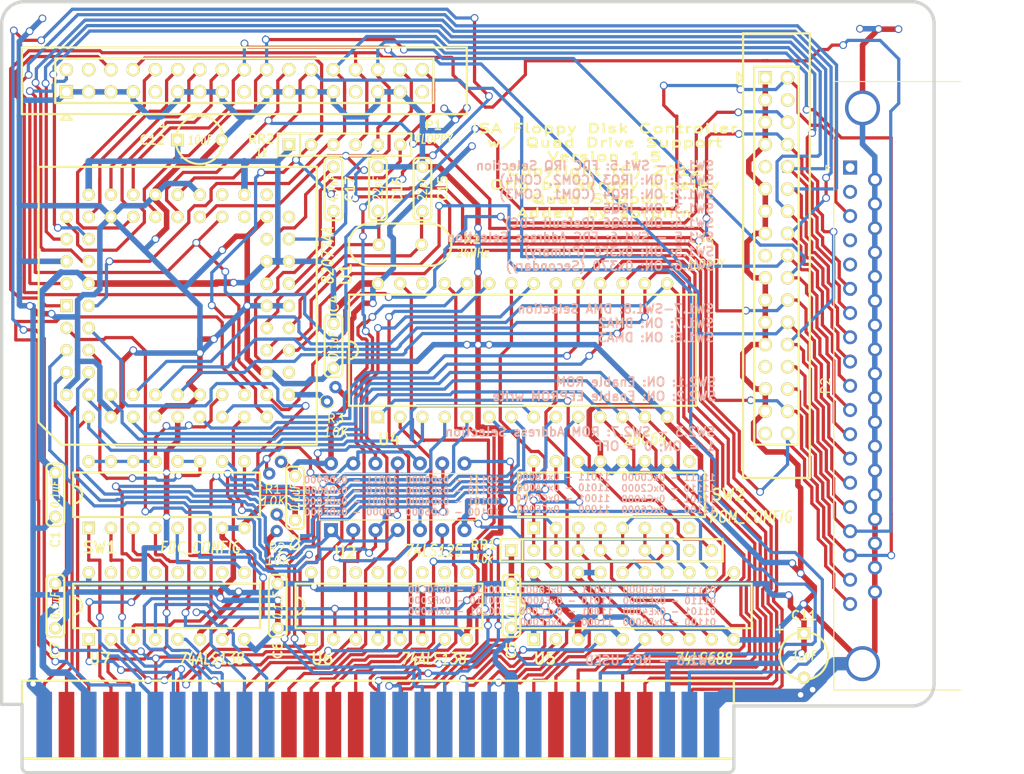
<source format=kicad_pcb>
(kicad_pcb (version 20171130) (host pcbnew "(5.1.6-0)")
  (title_block (date "21 dec 2012"))
  (layers (0 Front signal) (31 Back signal) (34 B.Paste user hide) (35 F.Paste user hide) (36 B.SilkS user) (37 F.SilkS user) (38 B.Mask user) (39 F.Mask user) (44 Edge.Cuts user))
  (net 0 "")
  (net 1 /A0)
  (net 2 /A1)
  (net 3 /A10)
  (net 4 /A11)
  (net 5 /A12)
  (net 6 /A13)
  (net 7 /A14)
  (net 8 /A15)
  (net 9 /A16)
  (net 10 /A17)
  (net 11 /A18)
  (net 12 /A19)
  (net 13 /A2)
  (net 14 /A3)
  (net 15 /A4)
  (net 16 /A5)
  (net 17 /A6)
  (net 18 /A7)
  (net 19 /A8)
  (net 20 /A9)
  (net 21 /AEN)
  (net 22 /D0)
  (net 23 /D1)
  (net 24 /D2)
  (net 25 /D3)
  (net 26 /D4)
  (net 27 /D5)
  (net 28 /D6)
  (net 29 /D7)
  (net 30 /DENSL)
  (net 31 /DIR)
  (net 32 /DRQ2)
  (net 33 /DSA)
  (net 34 /DSB)
  (net 35 /DSKCG)
  (net 36 /HDSEL)
  (net 37 /INDEX)
  (net 38 /IRQ3)
  (net 39 /IRQ4)
  (net 40 /IRQ5)
  (net 41 /IRQ6)
  (net 42 /IRQ7)
  (net 43 /MEA)
  (net 44 /MEB)
  (net 45 /RDATA)
  (net 46 /RDY/~BUSY)
  (net 47 /RESETDRV)
  (net 48 /STEP)
  (net 49 /TC)
  (net 50 /TRK00)
  (net 51 /WDATA)
  (net 52 /WE)
  (net 53 /WP)
  (net 54 /~DACK2)
  (net 55 /~FDC_CS)
  (net 56 /~IOR)
  (net 57 /~IOW)
  (net 58 /~MEMR)
  (net 59 /~MEMW)
  (net 60 /~ROMW)
  (net 61 /~ROM_CS)
  (net 62 /~ROM_CS_IN)
  (net 63 GND)
  (net 64 VCC)
  (net 65 VSS)
  (net 66 VDD)
  (net 67 "Net-(C15-Pad1)")
  (net 68 "Net-(C16-Pad1)")
  (net 69 "Net-(C17-Pad1)")
  (net 70 "Net-(C17-Pad2)")
  (net 71 "Net-(P1-Pad4)")
  (net 72 /DRATE0)
  (net 73 "Net-(P1-Pad9)")
  (net 74 "Net-(P1-Pad17)")
  (net 75 "Net-(P1-Pad27)")
  (net 76 "Net-(P1-Pad33)")
  (net 77 "Net-(P3-Pad4)")
  (net 78 "Net-(P3-Pad9)")
  (net 79 /ME2)
  (net 80 /DS3)
  (net 81 /DS2)
  (net 82 /ME3)
  (net 83 "Net-(P3-Pad17)")
  (net 84 "Net-(P3-Pad27)")
  (net 85 "Net-(P3-Pad33)")
  (net 86 "Net-(RR1-Pad4)")
  (net 87 "Net-(RR1-Pad5)")
  (net 88 "Net-(RR1-Pad6)")
  (net 89 "Net-(RR1-Pad7)")
  (net 90 "Net-(RR1-Pad8)")
  (net 91 "Net-(RR1-Pad9)")
  (net 92 /0x370)
  (net 93 /0x3F0)
  (net 94 /FDC_IRQ)
  (net 95 "Net-(SW2-Pad8)")
  (net 96 "Net-(SW2-Pad9)")
  (net 97 "Net-(U1-Pad29)")
  (net 98 "Net-(U1-Pad42)")
  (net 99 "Net-(U1-Pad43)")
  (net 100 "Net-(U1-Pad44)")
  (net 101 "Net-(U1-Pad47)")
  (net 102 "Net-(U1-Pad48)")
  (net 103 "Net-(U4-Pad26)")
  (net 104 "Net-(U6-Pad7)")
  (net 105 "Net-(U6-Pad9)")
  (net 106 "Net-(U6-Pad10)")
  (net 107 "Net-(U6-Pad11)")
  (net 108 "Net-(U6-Pad12)")
  (net 109 "Net-(U6-Pad13)")
  (net 110 "Net-(U6-Pad14)")
  (net 111 "Net-(U6-Pad15)")
  (net 112 "Net-(U7-Pad10)")
  (net 113 "Net-(U7-Pad11)")
  (net 114 "Net-(U7-Pad12)")
  (net 115 "Net-(U7-Pad14)")
  (net 116 "Net-(U7-Pad15)")
  (net 117 /~DACK3)
  (net 118 /DRQ3)
  (net 119 /DRQ)
  (net 120 /~DACK)
  (net 121 /GT2)
  (net 122 /GT3)
  (net 123 "Net-(U7-Pad13)")
  (net 124 "Net-(P2-Pad5)")
  (net 125 "Net-(P2-Pad4)")
  (net 126 "Net-(P2-Pad2)")
  (net 127 "Net-(P2-Pad1)")
  (net 128 /IDENT)
  (module Resistor_THT:R_Axial_DIN0204_L3.6mm_D1.6mm_P1.90mm_Vertical (layer Front) (at 136.44 92.22 60)
    (fp_text reference R3 (at -1.200089 1.801384) (layer F.SilkS))
    (fp_text value 10K (at -2.541089 2.598705 180) (layer F.SilkS) (effects (font (thickness 0.15) italic)))
    (pad 1 thru_hole circle (at 0 0 60) (size 1.4 1.4) (drill 0.7) (layers *.Cu *.Mask) (net 128 /IDENT))
    (pad 2 thru_hole oval (at 1.9 0 60) (size 1.4 1.4) (drill 0.7) (layers *.Cu *.Mask) (net 64 VCC))
  )
  (module Connector_Dsub:DSUB-37_Female_Horizontal_P2.77x2.84mm_EdgePinOffset9.90mm_Housed_MountingHolesOffset11.32mm (layer Front) (at 196.15 65.49 90)
    (fp_text reference P2 (at -24.93 -2.8 90) (layer F.SilkS))
    (fp_text value "DB37 Female (External Floppy)")
    (pad 0 thru_hole circle (at 6.82 1.42 90) (size 4 4) (drill 3.2) (layers *.Cu *.Mask) (net 63 GND))
    (pad 0 thru_hole circle (at -56.68 1.42 90) (size 4 4) (drill 3.2) (layers *.Cu *.Mask) (net 63 GND))
    (pad 37 thru_hole circle (at -48.475 2.84 90) (size 1.6 1.6) (drill 1) (layers *.Cu *.Mask) (net 63 GND))
    (pad 36 thru_hole circle (at -45.705 2.84 90) (size 1.6 1.6) (drill 1) (layers *.Cu *.Mask) (net 63 GND))
    (pad 35 thru_hole circle (at -42.935 2.84 90) (size 1.6 1.6) (drill 1) (layers *.Cu *.Mask) (net 63 GND))
    (pad 34 thru_hole circle (at -40.165 2.84 90) (size 1.6 1.6) (drill 1) (layers *.Cu *.Mask) (net 63 GND))
    (pad 33 thru_hole circle (at -37.395 2.84 90) (size 1.6 1.6) (drill 1) (layers *.Cu *.Mask) (net 63 GND))
    (pad 32 thru_hole circle (at -34.625 2.84 90) (size 1.6 1.6) (drill 1) (layers *.Cu *.Mask) (net 63 GND))
    (pad 31 thru_hole circle (at -31.855 2.84 90) (size 1.6 1.6) (drill 1) (layers *.Cu *.Mask) (net 63 GND))
    (pad 30 thru_hole circle (at -29.085 2.84 90) (size 1.6 1.6) (drill 1) (layers *.Cu *.Mask) (net 63 GND))
    (pad 29 thru_hole circle (at -26.315 2.84 90) (size 1.6 1.6) (drill 1) (layers *.Cu *.Mask) (net 63 GND))
    (pad 28 thru_hole circle (at -23.545 2.84 90) (size 1.6 1.6) (drill 1) (layers *.Cu *.Mask) (net 63 GND))
    (pad 27 thru_hole circle (at -20.775 2.84 90) (size 1.6 1.6) (drill 1) (layers *.Cu *.Mask) (net 63 GND))
    (pad 26 thru_hole circle (at -18.005 2.84 90) (size 1.6 1.6) (drill 1) (layers *.Cu *.Mask) (net 63 GND))
    (pad 25 thru_hole circle (at -15.235 2.84 90) (size 1.6 1.6) (drill 1) (layers *.Cu *.Mask) (net 63 GND))
    (pad 24 thru_hole circle (at -12.465 2.84 90) (size 1.6 1.6) (drill 1) (layers *.Cu *.Mask) (net 63 GND))
    (pad 23 thru_hole circle (at -9.695 2.84 90) (size 1.6 1.6) (drill 1) (layers *.Cu *.Mask) (net 63 GND))
    (pad 22 thru_hole circle (at -6.925 2.84 90) (size 1.6 1.6) (drill 1) (layers *.Cu *.Mask) (net 63 GND))
    (pad 21 thru_hole circle (at -4.155 2.84 90) (size 1.6 1.6) (drill 1) (layers *.Cu *.Mask) (net 63 GND))
    (pad 20 thru_hole circle (at -1.385 2.84 90) (size 1.6 1.6) (drill 1) (layers *.Cu *.Mask) (net 63 GND))
    (pad 19 thru_hole circle (at -49.86 0 90) (size 1.6 1.6) (drill 1) (layers *.Cu *.Mask) (net 35 /DSKCG))
    (pad 18 thru_hole circle (at -47.09 0 90) (size 1.6 1.6) (drill 1) (layers *.Cu *.Mask) (net 36 /HDSEL))
    (pad 17 thru_hole circle (at -44.32 0 90) (size 1.6 1.6) (drill 1) (layers *.Cu *.Mask) (net 45 /RDATA))
    (pad 16 thru_hole circle (at -41.55 0 90) (size 1.6 1.6) (drill 1) (layers *.Cu *.Mask) (net 53 /WP))
    (pad 15 thru_hole circle (at -38.78 0 90) (size 1.6 1.6) (drill 1) (layers *.Cu *.Mask) (net 50 /TRK00))
    (pad 14 thru_hole circle (at -36.01 0 90) (size 1.6 1.6) (drill 1) (layers *.Cu *.Mask) (net 52 /WE))
    (pad 13 thru_hole circle (at -33.24 0 90) (size 1.6 1.6) (drill 1) (layers *.Cu *.Mask) (net 51 /WDATA))
    (pad 12 thru_hole circle (at -30.47 0 90) (size 1.6 1.6) (drill 1) (layers *.Cu *.Mask) (net 48 /STEP))
    (pad 11 thru_hole circle (at -27.7 0 90) (size 1.6 1.6) (drill 1) (layers *.Cu *.Mask) (net 31 /DIR))
    (pad 10 thru_hole circle (at -24.93 0 90) (size 1.6 1.6) (drill 1) (layers *.Cu *.Mask) (net 82 /ME3))
    (pad 9 thru_hole circle (at -22.16 0 90) (size 1.6 1.6) (drill 1) (layers *.Cu *.Mask) (net 81 /DS2))
    (pad 8 thru_hole circle (at -19.39 0 90) (size 1.6 1.6) (drill 1) (layers *.Cu *.Mask) (net 80 /DS3))
    (pad 7 thru_hole circle (at -16.62 0 90) (size 1.6 1.6) (drill 1) (layers *.Cu *.Mask) (net 79 /ME2))
    (pad 6 thru_hole circle (at -13.85 0 90) (size 1.6 1.6) (drill 1) (layers *.Cu *.Mask) (net 37 /INDEX))
    (pad 5 thru_hole circle (at -11.08 0 90) (size 1.6 1.6) (drill 1) (layers *.Cu *.Mask) (net 124 "Net-(P2-Pad5)"))
    (pad 4 thru_hole circle (at -8.31 0 90) (size 1.6 1.6) (drill 1) (layers *.Cu *.Mask) (net 125 "Net-(P2-Pad4)"))
    (pad 3 thru_hole circle (at -5.54 0 90) (size 1.6 1.6) (drill 1) (layers *.Cu *.Mask) (net 30 /DENSL))
    (pad 2 thru_hole circle (at -2.77 0 90) (size 1.6 1.6) (drill 1) (layers *.Cu *.Mask) (net 126 "Net-(P2-Pad2)"))
    (pad 1 thru_hole rect (at 0 0 90) (size 1.6 1.6) (drill 1) (layers *.Cu *.Mask) (net 127 "Net-(P2-Pad1)"))
  )
  (module Conn_Pin_Header_17x2_Shroud (layer Front) (at 187.74 75.55 270)
    (fp_text reference P3 (at -1.48 8.12 180) (layer F.SilkS) (effects (font (size 1.016 1.016) (thickness 0.2032))))
    (fp_text value FLOPPY (at 0.97 8.07 180) (layer F.SilkS) (effects (font (size 1.016 0.762) (thickness 0.1524) italic)))
    (pad 34 thru_hole circle (at 20.32 -1.27 270) (size 1.524 1.524) (drill 1.016) (layers *.Cu *.Mask F.SilkS) (net 35 /DSKCG))
    (pad 33 thru_hole circle (at 20.32 1.27 270) (size 1.524 1.524) (drill 1.016) (layers *.Cu *.Mask F.SilkS) (net 85 "Net-(P3-Pad33)"))
    (pad 32 thru_hole circle (at 17.78 -1.27 270) (size 1.524 1.524) (drill 1.016) (layers *.Cu *.Mask F.SilkS) (net 36 /HDSEL))
    (pad 31 thru_hole circle (at 17.78 1.27 270) (size 1.524 1.524) (drill 1.016) (layers *.Cu *.Mask F.SilkS) (net 63 GND))
    (pad 29 thru_hole circle (at 15.24 1.27 270) (size 1.524 1.524) (drill 1.016) (layers *.Cu *.Mask F.SilkS) (net 63 GND))
    (pad 30 thru_hole circle (at 15.24 -1.27 270) (size 1.524 1.524) (drill 1.016) (layers *.Cu *.Mask F.SilkS) (net 45 /RDATA))
    (pad 27 thru_hole circle (at 12.7 1.27 270) (size 1.524 1.524) (drill 1.016) (layers *.Cu *.Mask F.SilkS) (net 84 "Net-(P3-Pad27)"))
    (pad 28 thru_hole circle (at 12.7 -1.27 270) (size 1.524 1.524) (drill 1.016) (layers *.Cu *.Mask F.SilkS) (net 53 /WP))
    (pad 26 thru_hole circle (at 10.16 -1.27 270) (size 1.524 1.524) (drill 1.016) (layers *.Cu *.Mask F.SilkS) (net 50 /TRK00))
    (pad 25 thru_hole circle (at 10.16 1.27 270) (size 1.524 1.524) (drill 1.016) (layers *.Cu *.Mask F.SilkS) (net 63 GND))
    (pad 24 thru_hole circle (at 7.62 -1.27 270) (size 1.524 1.524) (drill 1.016) (layers *.Cu *.Mask F.SilkS) (net 52 /WE))
    (pad 23 thru_hole circle (at 7.62 1.27 270) (size 1.524 1.524) (drill 1.016) (layers *.Cu *.Mask F.SilkS) (net 63 GND))
    (pad 22 thru_hole circle (at 5.08 -1.27 270) (size 1.524 1.524) (drill 1.016) (layers *.Cu *.Mask F.SilkS) (net 51 /WDATA))
    (pad 21 thru_hole circle (at 5.08 1.27 270) (size 1.524 1.524) (drill 1.016) (layers *.Cu *.Mask F.SilkS) (net 63 GND))
    (pad 20 thru_hole circle (at 2.54 -1.27 270) (size 1.524 1.524) (drill 1.016) (layers *.Cu *.Mask F.SilkS) (net 48 /STEP))
    (pad 19 thru_hole circle (at 2.54 1.27 270) (size 1.524 1.524) (drill 1.016) (layers *.Cu *.Mask F.SilkS) (net 63 GND))
    (pad 18 thru_hole circle (at 0 -1.27 270) (size 1.524 1.524) (drill 1.016) (layers *.Cu *.Mask F.SilkS) (net 31 /DIR))
    (pad 17 thru_hole circle (at 0 1.27 270) (size 1.524 1.524) (drill 1.016) (layers *.Cu *.Mask F.SilkS) (net 83 "Net-(P3-Pad17)"))
    (pad 16 thru_hole circle (at -2.54 -1.27 270) (size 1.524 1.524) (drill 1.016) (layers *.Cu *.Mask F.SilkS) (net 82 /ME3))
    (pad 15 thru_hole circle (at -2.54 1.27 270) (size 1.524 1.524) (drill 1.016) (layers *.Cu *.Mask F.SilkS) (net 63 GND))
    (pad 14 thru_hole circle (at -5.08 -1.27 270) (size 1.524 1.524) (drill 1.016) (layers *.Cu *.Mask F.SilkS) (net 81 /DS2))
    (pad 13 thru_hole circle (at -5.08 1.27 270) (size 1.524 1.524) (drill 1.016) (layers *.Cu *.Mask F.SilkS) (net 63 GND))
    (pad 12 thru_hole circle (at -7.62 -1.27 270) (size 1.524 1.524) (drill 1.016) (layers *.Cu *.Mask F.SilkS) (net 80 /DS3))
    (pad 11 thru_hole circle (at -7.62 1.27 270) (size 1.524 1.524) (drill 1.016) (layers *.Cu *.Mask F.SilkS) (net 63 GND))
    (pad 10 thru_hole circle (at -10.16 -1.27 270) (size 1.524 1.524) (drill 1.016) (layers *.Cu *.Mask F.SilkS) (net 79 /ME2))
    (pad 9 thru_hole circle (at -10.16 1.27 270) (size 1.524 1.524) (drill 1.016) (layers *.Cu *.Mask F.SilkS) (net 78 "Net-(P3-Pad9)"))
    (pad 8 thru_hole circle (at -12.7 -1.27 270) (size 1.524 1.524) (drill 1.016) (layers *.Cu *.Mask F.SilkS) (net 37 /INDEX))
    (pad 7 thru_hole circle (at -12.7 1.27 270) (size 1.524 1.524) (drill 1.016) (layers *.Cu *.Mask F.SilkS) (net 63 GND))
    (pad 6 thru_hole circle (at -15.24 -1.27 270) (size 1.524 1.524) (drill 1.016) (layers *.Cu *.Mask F.SilkS) (net 72 /DRATE0))
    (pad 5 thru_hole circle (at -15.24 1.27 270) (size 1.524 1.524) (drill 1.016) (layers *.Cu *.Mask F.SilkS) (net 63 GND))
    (pad 4 thru_hole circle (at -17.78 -1.27 270) (size 1.524 1.524) (drill 1.016) (layers *.Cu *.Mask F.SilkS) (net 77 "Net-(P3-Pad4)"))
    (pad 3 thru_hole circle (at -17.78 1.27 270) (size 1.524 1.524) (drill 1.016) (layers *.Cu *.Mask F.SilkS) (net 63 GND))
    (pad 2 thru_hole circle (at -20.32 -1.27 270) (size 1.524 1.524) (drill 1.016) (layers *.Cu *.Mask F.SilkS) (net 30 /DENSL))
    (pad 1 thru_hole rect (at -20.32 1.27 270) (size 1.524 1.524) (drill 1.016) (layers *.Cu *.Mask F.SilkS) (net 63 GND))
  )
  (module Resistor_THT:R_Axial_DIN0204_L3.6mm_D1.6mm_P1.90mm_Vertical (layer Front) (at 130.69 105.12 270)
    (fp_text reference R2 (at 3.82 -0.03 180) (layer F.SilkS))
    (fp_text value 10K (at 5.25 -0.09 180) (layer F.SilkS) (effects (font (thickness 0.15) italic)))
    (pad 1 thru_hole circle (at 0 0 270) (size 1.4 1.4) (drill 0.7) (layers *.Cu *.Mask) (net 122 /GT3))
    (pad 2 thru_hole oval (at 1.9 0 270) (size 1.4 1.4) (drill 0.7) (layers *.Cu *.Mask) (net 64 VCC))
  )
  (module Resistor_THT:R_Axial_DIN0204_L3.6mm_D1.6mm_P1.90mm_Vertical (layer Front) (at 131.17 99.11 225)
    (fp_text reference R1 (at 2.856711 -1.569777) (layer F.SilkS))
    (fp_text value 10K (at 3.804234 -2.545584 180) (layer F.SilkS) (effects (font (thickness 0.15) italic)))
    (pad 2 thru_hole oval (at 1.9 0 225) (size 1.4 1.4) (drill 0.7) (layers *.Cu *.Mask) (net 121 /GT2))
    (pad 1 thru_hole circle (at 0 0 225) (size 1.4 1.4) (drill 0.7) (layers *.Cu *.Mask) (net 64 VCC))
  )
  (module Package_DIP:DIP-14_W7.62mm (layer Front) (at 136.88 106.91 90)
    (fp_text reference U2 (at -2.53 1.61 180) (layer F.SilkS) (effects (font (size 1.27 1.27) (thickness 0.254))))
    (fp_text value 74LS125 (at -2.36 11.7 180) (layer F.SilkS) (effects (font (size 1.27 1.016) (thickness 0.2032) italic)))
    (pad 1 thru_hole rect (at 0 0 90) (size 1.6 1.6) (drill 0.8) (layers *.Cu *.Mask) (net 122 /GT3))
    (pad 8 thru_hole oval (at 7.62 15.24 90) (size 1.6 1.6) (drill 0.8) (layers *.Cu *.Mask) (net 32 /DRQ2))
    (pad 2 thru_hole oval (at 0 2.54 90) (size 1.6 1.6) (drill 0.8) (layers *.Cu *.Mask) (net 117 /~DACK3))
    (pad 9 thru_hole oval (at 7.62 12.7 90) (size 1.6 1.6) (drill 0.8) (layers *.Cu *.Mask) (net 119 /DRQ))
    (pad 3 thru_hole oval (at 0 5.08 90) (size 1.6 1.6) (drill 0.8) (layers *.Cu *.Mask) (net 120 /~DACK))
    (pad 10 thru_hole oval (at 7.62 10.16 90) (size 1.6 1.6) (drill 0.8) (layers *.Cu *.Mask) (net 121 /GT2))
    (pad 4 thru_hole oval (at 0 7.62 90) (size 1.6 1.6) (drill 0.8) (layers *.Cu *.Mask) (net 122 /GT3))
    (pad 11 thru_hole oval (at 7.62 7.62 90) (size 1.6 1.6) (drill 0.8) (layers *.Cu *.Mask) (net 120 /~DACK))
    (pad 5 thru_hole oval (at 0 10.16 90) (size 1.6 1.6) (drill 0.8) (layers *.Cu *.Mask) (net 119 /DRQ))
    (pad 12 thru_hole oval (at 7.62 5.08 90) (size 1.6 1.6) (drill 0.8) (layers *.Cu *.Mask) (net 54 /~DACK2))
    (pad 6 thru_hole oval (at 0 12.7 90) (size 1.6 1.6) (drill 0.8) (layers *.Cu *.Mask) (net 118 /DRQ3))
    (pad 13 thru_hole oval (at 7.62 2.54 90) (size 1.6 1.6) (drill 0.8) (layers *.Cu *.Mask) (net 121 /GT2))
    (pad 7 thru_hole oval (at 0 15.24 90) (size 1.6 1.6) (drill 0.8) (layers *.Cu *.Mask) (net 63 GND))
    (pad 14 thru_hole oval (at 7.62 0 90) (size 1.6 1.6) (drill 0.8) (layers *.Cu *.Mask) (net 64 VCC))
  )
  (module Cap_Cer_504 (layer Front) (at 132.79 103.22 270)
    (fp_text reference C2 (at 5.08 0 270) (layer F.SilkS) (effects (font (size 1.016 1.016) (thickness 0.2032))))
    (fp_text value 0.1uF (at 0 0 270) (layer F.SilkS) (effects (font (size 1.016 0.762) (thickness 0.1524) italic)))
    (pad 1 thru_hole circle (at -2.54 0 270) (size 1.397 1.397) (drill 0.8128) (layers *.Cu *.Mask F.SilkS) (net 64 VCC))
    (pad 2 thru_hole circle (at 2.54 0 270) (size 1.397 1.397) (drill 0.8128) (layers *.Cu *.Mask F.SilkS) (net 63 GND))
  )
  (module DIP16_300 (layer Front) (at 118.11 102.87)
    (fp_text reference SW1 (at -7.62 6.0325) (layer F.SilkS) (effects (font (size 1.27 1.27) (thickness 0.254))))
    (fp_text value FDC_CONFIG (at 3.81 6.0325) (layer F.SilkS) (effects (font (size 1.27 1.016) (thickness 0.2032) italic)))
    (pad 1 thru_hole rect (at -8.89 3.81) (size 1.397 1.397) (drill 0.8128) (layers *.Cu *.Mask F.SilkS) (net 38 /IRQ3))
    (pad 2 thru_hole circle (at -6.35 3.81) (size 1.397 1.397) (drill 0.8128) (layers *.Cu *.Mask F.SilkS) (net 39 /IRQ4))
    (pad 3 thru_hole circle (at -3.81 3.81) (size 1.397 1.397) (drill 0.8128) (layers *.Cu *.Mask F.SilkS) (net 40 /IRQ5))
    (pad 4 thru_hole circle (at -1.27 3.81) (size 1.397 1.397) (drill 0.8128) (layers *.Cu *.Mask F.SilkS) (net 41 /IRQ6))
    (pad 5 thru_hole circle (at 1.27 3.81) (size 1.397 1.397) (drill 0.8128) (layers *.Cu *.Mask F.SilkS) (net 92 /0x370))
    (pad 6 thru_hole circle (at 3.81 3.81) (size 1.397 1.397) (drill 0.8128) (layers *.Cu *.Mask F.SilkS) (net 93 /0x3F0))
    (pad 7 thru_hole circle (at 6.35 3.81) (size 1.397 1.397) (drill 0.8128) (layers *.Cu *.Mask F.SilkS) (net 63 GND))
    (pad 8 thru_hole circle (at 8.89 3.81) (size 1.397 1.397) (drill 0.8128) (layers *.Cu *.Mask F.SilkS) (net 63 GND))
    (pad 9 thru_hole circle (at 8.89 -3.81) (size 1.397 1.397) (drill 0.8128) (layers *.Cu *.Mask F.SilkS) (net 122 /GT3))
    (pad 10 thru_hole circle (at 6.35 -3.81) (size 1.397 1.397) (drill 0.8128) (layers *.Cu *.Mask F.SilkS) (net 121 /GT2))
    (pad 11 thru_hole circle (at 3.81 -3.81) (size 1.397 1.397) (drill 0.8128) (layers *.Cu *.Mask F.SilkS) (net 55 /~FDC_CS))
    (pad 12 thru_hole circle (at 1.27 -3.81) (size 1.397 1.397) (drill 0.8128) (layers *.Cu *.Mask F.SilkS) (net 55 /~FDC_CS))
    (pad 13 thru_hole circle (at -1.27 -3.81) (size 1.397 1.397) (drill 0.8128) (layers *.Cu *.Mask F.SilkS) (net 94 /FDC_IRQ))
    (pad 14 thru_hole circle (at -3.81 -3.81) (size 1.397 1.397) (drill 0.8128) (layers *.Cu *.Mask F.SilkS) (net 94 /FDC_IRQ))
    (pad 15 thru_hole circle (at -6.35 -3.81) (size 1.397 1.397) (drill 0.8128) (layers *.Cu *.Mask F.SilkS) (net 94 /FDC_IRQ))
    (pad 16 thru_hole circle (at -8.89 -3.81) (size 1.397 1.397) (drill 0.8128) (layers *.Cu *.Mask F.SilkS) (net 94 /FDC_IRQ))
  )
  (module Conn_Bus_ISA8 (layer Front) (at 142.24 129.2)
    (fp_text reference BUS1 hide)
    (fp_text value BUSPC_DEV hide)
    (pad 1 connect rect (at 38.1 0) (size 1.778 7.62) (layers Back B.Mask) (net 63 GND))
    (pad 2 connect rect (at 35.56 0) (size 1.778 7.62) (layers Back B.Mask) (net 47 /RESETDRV))
    (pad 3 connect rect (at 33.02 0) (size 1.778 7.62) (layers Back B.Mask) (net 64 VCC))
    (pad 6 connect rect (at 25.4 0) (size 1.778 7.62) (layers Back B.Mask) (net 32 /DRQ2))
    (pad 7 connect rect (at 22.86 0) (size 1.778 7.62) (layers Back B.Mask) (net 65 VSS))
    (pad 9 connect rect (at 17.78 0) (size 1.778 7.62) (layers Back B.Mask) (net 66 VDD))
    (pad 10 connect rect (at 15.24 0) (size 1.778 7.62) (layers Back B.Mask) (net 63 GND))
    (pad 11 connect rect (at 12.7 0) (size 1.778 7.62) (layers Back B.Mask) (net 59 /~MEMW))
    (pad 12 connect rect (at 10.16 0) (size 1.778 7.62) (layers Back B.Mask) (net 58 /~MEMR))
    (pad 13 connect rect (at 7.62 0) (size 1.778 7.62) (layers Back B.Mask) (net 57 /~IOW))
    (pad 14 connect rect (at 5.08 0) (size 1.778 7.62) (layers Back B.Mask) (net 56 /~IOR))
    (pad 21 connect rect (at -12.7 0) (size 1.778 7.62) (layers Back B.Mask) (net 42 /IRQ7))
    (pad 22 connect rect (at -15.24 0) (size 1.778 7.62) (layers Back B.Mask) (net 41 /IRQ6))
    (pad 23 connect rect (at -17.78 0) (size 1.778 7.62) (layers Back B.Mask) (net 40 /IRQ5))
    (pad 24 connect rect (at -20.32 0) (size 1.778 7.62) (layers Back B.Mask) (net 39 /IRQ4))
    (pad 25 connect rect (at -22.86 0) (size 1.778 7.62) (layers Back B.Mask) (net 38 /IRQ3))
    (pad 26 connect rect (at -25.4 0) (size 1.778 7.62) (layers Back B.Mask) (net 54 /~DACK2))
    (pad 27 connect rect (at -27.94 0) (size 1.778 7.62) (layers Back B.Mask) (net 49 /TC))
    (pad 29 connect rect (at -33.02 0) (size 1.778 7.62) (layers Back B.Mask) (net 64 VCC))
    (pad 31 connect rect (at -38.1 0) (size 1.778 7.62) (layers Back B.Mask) (net 63 GND))
    (pad 33 connect rect (at 35.56 0) (size 1.778 7.62) (layers Front F.Mask) (net 29 /D7))
    (pad 34 connect rect (at 33.02 0) (size 1.778 7.62) (layers Front F.Mask) (net 28 /D6))
    (pad 35 connect rect (at 30.48 0) (size 1.778 7.62) (layers Front F.Mask) (net 27 /D5))
    (pad 36 connect rect (at 27.94 0) (size 1.778 7.62) (layers Front F.Mask) (net 26 /D4))
    (pad 37 connect rect (at 25.4 0) (size 1.778 7.62) (layers Front F.Mask) (net 25 /D3))
    (pad 38 connect rect (at 22.86 0) (size 1.778 7.62) (layers Front F.Mask) (net 24 /D2))
    (pad 39 connect rect (at 20.32 0) (size 1.778 7.62) (layers Front F.Mask) (net 23 /D1))
    (pad 40 connect rect (at 17.78 0) (size 1.778 7.62) (layers Front F.Mask) (net 22 /D0))
    (pad 42 connect rect (at 12.7 0) (size 1.778 7.62) (layers Front F.Mask) (net 21 /AEN))
    (pad 43 connect rect (at 10.16 0) (size 1.778 7.62) (layers Front F.Mask) (net 12 /A19))
    (pad 44 connect rect (at 7.62 0) (size 1.778 7.62) (layers Front F.Mask) (net 11 /A18))
    (pad 45 connect rect (at 5.08 0) (size 1.778 7.62) (layers Front F.Mask) (net 10 /A17))
    (pad 46 connect rect (at 2.54 0) (size 1.778 7.62) (layers Front F.Mask) (net 9 /A16))
    (pad 47 connect rect (at 0 0) (size 1.778 7.62) (layers Front F.Mask) (net 8 /A15))
    (pad 48 connect rect (at -2.54 0) (size 1.778 7.62) (layers Front F.Mask) (net 7 /A14))
    (pad 49 connect rect (at -5.08 0) (size 1.778 7.62) (layers Front F.Mask) (net 6 /A13))
    (pad 50 connect rect (at -7.62 0) (size 1.778 7.62) (layers Front F.Mask) (net 5 /A12))
    (pad 51 connect rect (at -10.16 0) (size 1.778 7.62) (layers Front F.Mask) (net 4 /A11))
    (pad 52 connect rect (at -12.7 0) (size 1.778 7.62) (layers Front F.Mask) (net 3 /A10))
    (pad 53 connect rect (at -15.24 0) (size 1.778 7.62) (layers Front F.Mask) (net 20 /A9))
    (pad 54 connect rect (at -17.78 0) (size 1.778 7.62) (layers Front F.Mask) (net 19 /A8))
    (pad 55 connect rect (at -20.32 0) (size 1.778 7.62) (layers Front F.Mask) (net 18 /A7))
    (pad 56 connect rect (at -22.86 0) (size 1.778 7.62) (layers Front F.Mask) (net 17 /A6))
    (pad 57 connect rect (at -25.4 0) (size 1.778 7.62) (layers Front F.Mask) (net 16 /A5))
    (pad 58 connect rect (at -27.94 0) (size 1.778 7.62) (layers Front F.Mask) (net 15 /A4))
    (pad 59 connect rect (at -30.48 0) (size 1.778 7.62) (layers Front F.Mask) (net 14 /A3))
    (pad 60 connect rect (at -33.02 0) (size 1.778 7.62) (layers Front F.Mask) (net 13 /A2))
    (pad 61 connect rect (at -35.56 0) (size 1.778 7.62) (layers Front F.Mask) (net 2 /A1))
    (pad 62 connect rect (at -38.1 0) (size 1.778 7.62) (layers Front F.Mask) (net 1 /A0))
    (pad 15 connect rect (at 2.54 0) (size 1.778 7.62) (layers Back B.Mask) (net 117 /~DACK3))
    (pad 16 connect rect (at 0 0) (size 1.778 7.62) (layers Back B.Mask) (net 118 /DRQ3))
  )
  (module Cap_Tant_504 (layer Front) (at 190.89 121.26 270)
    (fp_text reference C11 (at -4.59 0 180) (layer F.SilkS) (effects (font (size 1.016 1.016) (thickness 0.2032))))
    (fp_text value 10uF (at 0 0 180) (layer F.SilkS) (effects (font (size 1.016 0.762) (thickness 0.1524) italic)))
    (fp_text user + (at -2.99 2.86 90) (layer F.SilkS) (effects (font (size 1.016 1.016) (thickness 0.2032))))
    (pad 2 thru_hole circle (at 2.54 0 270) (size 1.397 1.397) (drill 0.8128) (layers *.Cu *.Mask F.SilkS) (net 63 GND))
    (pad 1 thru_hole rect (at -2.54 0 270) (size 1.397 1.397) (drill 0.8128) (layers *.Cu *.Mask F.SilkS) (net 64 VCC))
  )
  (module Cap_Tant_504 (layer Front) (at 121.89 62.34)
    (fp_text reference C12 (at -5.3975 0) (layer F.SilkS) (effects (font (size 1.016 1.016) (thickness 0.2032))))
    (fp_text value 10uF (at 0 0) (layer F.SilkS) (effects (font (size 1.016 0.762) (thickness 0.1524) italic)))
    (fp_text user + (at -4.1275 -1.5875) (layer F.SilkS) (effects (font (size 1.016 1.016) (thickness 0.2032))))
    (pad 1 thru_hole rect (at -2.54 0) (size 1.397 1.397) (drill 0.8128) (layers *.Cu *.Mask F.SilkS) (net 64 VCC))
    (pad 2 thru_hole circle (at 2.54 0) (size 1.397 1.397) (drill 0.8128) (layers *.Cu *.Mask F.SilkS) (net 63 GND))
  )
  (module DIP20_300 (layer Front) (at 171.45 115.57)
    (fp_text reference U5 (at -10.16 6.0325) (layer F.SilkS) (effects (font (size 1.27 1.27) (thickness 0.254))))
    (fp_text value 74LS688 (at 7.9375 6.0325) (layer F.SilkS) (effects (font (size 1.27 1.016) (thickness 0.2032) italic)))
    (pad 1 thru_hole rect (at -11.43 3.81) (size 1.397 1.397) (drill 0.8128) (layers *.Cu *.Mask F.SilkS) (net 63 GND))
    (pad 2 thru_hole circle (at -8.89 3.81) (size 1.397 1.397) (drill 0.8128) (layers *.Cu *.Mask F.SilkS) (net 12 /A19))
    (pad 3 thru_hole circle (at -6.35 3.81) (size 1.397 1.397) (drill 0.8128) (layers *.Cu *.Mask F.SilkS) (net 64 VCC))
    (pad 4 thru_hole circle (at -3.81 3.81) (size 1.397 1.397) (drill 0.8128) (layers *.Cu *.Mask F.SilkS) (net 11 /A18))
    (pad 5 thru_hole circle (at -1.27 3.81) (size 1.397 1.397) (drill 0.8128) (layers *.Cu *.Mask F.SilkS) (net 64 VCC))
    (pad 6 thru_hole circle (at 1.27 3.81) (size 1.397 1.397) (drill 0.8128) (layers *.Cu *.Mask F.SilkS) (net 10 /A17))
    (pad 7 thru_hole circle (at 3.81 3.81) (size 1.397 1.397) (drill 0.8128) (layers *.Cu *.Mask F.SilkS) (net 86 "Net-(RR1-Pad4)"))
    (pad 8 thru_hole circle (at 6.35 3.81) (size 1.397 1.397) (drill 0.8128) (layers *.Cu *.Mask F.SilkS) (net 9 /A16))
    (pad 9 thru_hole circle (at 8.89 3.81) (size 1.397 1.397) (drill 0.8128) (layers *.Cu *.Mask F.SilkS) (net 87 "Net-(RR1-Pad5)"))
    (pad 10 thru_hole circle (at 11.43 3.81) (size 1.397 1.397) (drill 0.8128) (layers *.Cu *.Mask F.SilkS) (net 63 GND))
    (pad 11 thru_hole circle (at 11.43 -3.81) (size 1.397 1.397) (drill 0.8128) (layers *.Cu *.Mask F.SilkS) (net 8 /A15))
    (pad 12 thru_hole circle (at 8.89 -3.81) (size 1.397 1.397) (drill 0.8128) (layers *.Cu *.Mask F.SilkS) (net 88 "Net-(RR1-Pad6)"))
    (pad 13 thru_hole circle (at 6.35 -3.81) (size 1.397 1.397) (drill 0.8128) (layers *.Cu *.Mask F.SilkS) (net 7 /A14))
    (pad 14 thru_hole circle (at 3.81 -3.81) (size 1.397 1.397) (drill 0.8128) (layers *.Cu *.Mask F.SilkS) (net 89 "Net-(RR1-Pad7)"))
    (pad 15 thru_hole circle (at 1.27 -3.81) (size 1.397 1.397) (drill 0.8128) (layers *.Cu *.Mask F.SilkS) (net 6 /A13))
    (pad 16 thru_hole circle (at -1.27 -3.81) (size 1.397 1.397) (drill 0.8128) (layers *.Cu *.Mask F.SilkS) (net 90 "Net-(RR1-Pad8)"))
    (pad 17 thru_hole circle (at -3.81 -3.81) (size 1.397 1.397) (drill 0.8128) (layers *.Cu *.Mask F.SilkS) (net 63 GND))
    (pad 18 thru_hole circle (at -6.35 -3.81) (size 1.397 1.397) (drill 0.8128) (layers *.Cu *.Mask F.SilkS) (net 63 GND))
    (pad 19 thru_hole circle (at -8.89 -3.81) (size 1.397 1.397) (drill 0.8128) (layers *.Cu *.Mask F.SilkS) (net 62 /~ROM_CS_IN))
    (pad 20 thru_hole circle (at -11.43 -3.81) (size 1.397 1.397) (drill 0.8128) (layers *.Cu *.Mask F.SilkS) (net 64 VCC))
  )
  (module DIP16_300 (layer Front) (at 118.11 115.57)
    (fp_text reference U7 (at -7.62 6.0325) (layer F.SilkS) (effects (font (size 1.27 1.27) (thickness 0.254))))
    (fp_text value 74ALS138 (at 5.08 6.0325) (layer F.SilkS) (effects (font (size 1.27 1.016) (thickness 0.2032) italic)))
    (pad 1 thru_hole rect (at -8.89 3.81) (size 1.397 1.397) (drill 0.8128) (layers *.Cu *.Mask F.SilkS) (net 18 /A7))
    (pad 2 thru_hole circle (at -6.35 3.81) (size 1.397 1.397) (drill 0.8128) (layers *.Cu *.Mask F.SilkS) (net 16 /A5))
    (pad 3 thru_hole circle (at -3.81 3.81) (size 1.397 1.397) (drill 0.8128) (layers *.Cu *.Mask F.SilkS) (net 15 /A4))
    (pad 4 thru_hole circle (at -1.27 3.81) (size 1.397 1.397) (drill 0.8128) (layers *.Cu *.Mask F.SilkS) (net 21 /AEN))
    (pad 5 thru_hole circle (at 1.27 3.81) (size 1.397 1.397) (drill 0.8128) (layers *.Cu *.Mask F.SilkS) (net 104 "Net-(U6-Pad7)"))
    (pad 6 thru_hole circle (at 3.81 3.81) (size 1.397 1.397) (drill 0.8128) (layers *.Cu *.Mask F.SilkS) (net 64 VCC))
    (pad 7 thru_hole circle (at 6.35 3.81) (size 1.397 1.397) (drill 0.8128) (layers *.Cu *.Mask F.SilkS) (net 93 /0x3F0))
    (pad 8 thru_hole circle (at 8.89 3.81) (size 1.397 1.397) (drill 0.8128) (layers *.Cu *.Mask F.SilkS) (net 63 GND))
    (pad 9 thru_hole circle (at 8.89 -3.81) (size 1.397 1.397) (drill 0.8128) (layers *.Cu *.Mask F.SilkS) (net 92 /0x370))
    (pad 10 thru_hole circle (at 6.35 -3.81) (size 1.397 1.397) (drill 0.8128) (layers *.Cu *.Mask F.SilkS) (net 112 "Net-(U7-Pad10)"))
    (pad 11 thru_hole circle (at 3.81 -3.81) (size 1.397 1.397) (drill 0.8128) (layers *.Cu *.Mask F.SilkS) (net 113 "Net-(U7-Pad11)"))
    (pad 12 thru_hole circle (at 1.27 -3.81) (size 1.397 1.397) (drill 0.8128) (layers *.Cu *.Mask F.SilkS) (net 114 "Net-(U7-Pad12)"))
    (pad 13 thru_hole circle (at -1.27 -3.81) (size 1.397 1.397) (drill 0.8128) (layers *.Cu *.Mask F.SilkS) (net 123 "Net-(U7-Pad13)"))
    (pad 14 thru_hole circle (at -3.81 -3.81) (size 1.397 1.397) (drill 0.8128) (layers *.Cu *.Mask F.SilkS) (net 115 "Net-(U7-Pad14)"))
    (pad 15 thru_hole circle (at -6.35 -3.81) (size 1.397 1.397) (drill 0.8128) (layers *.Cu *.Mask F.SilkS) (net 116 "Net-(U7-Pad15)"))
    (pad 16 thru_hole circle (at -8.89 -3.81) (size 1.397 1.397) (drill 0.8128) (layers *.Cu *.Mask F.SilkS) (net 64 VCC))
  )
  (module DIP16_300 (layer Front) (at 143.51 115.57)
    (fp_text reference U6 (at -7.62 6.0325) (layer F.SilkS) (effects (font (size 1.27 1.27) (thickness 0.254))))
    (fp_text value 74ALS138 (at 5.08 6.0325) (layer F.SilkS) (effects (font (size 1.27 1.016) (thickness 0.2032) italic)))
    (pad 1 thru_hole rect (at -8.89 3.81) (size 1.397 1.397) (drill 0.8128) (layers *.Cu *.Mask F.SilkS) (net 17 /A6))
    (pad 2 thru_hole circle (at -6.35 3.81) (size 1.397 1.397) (drill 0.8128) (layers *.Cu *.Mask F.SilkS) (net 19 /A8))
    (pad 3 thru_hole circle (at -3.81 3.81) (size 1.397 1.397) (drill 0.8128) (layers *.Cu *.Mask F.SilkS) (net 20 /A9))
    (pad 4 thru_hole circle (at -1.27 3.81) (size 1.397 1.397) (drill 0.8128) (layers *.Cu *.Mask F.SilkS) (net 63 GND))
    (pad 5 thru_hole circle (at 1.27 3.81) (size 1.397 1.397) (drill 0.8128) (layers *.Cu *.Mask F.SilkS) (net 63 GND))
    (pad 6 thru_hole circle (at 3.81 3.81) (size 1.397 1.397) (drill 0.8128) (layers *.Cu *.Mask F.SilkS) (net 64 VCC))
    (pad 7 thru_hole circle (at 6.35 3.81) (size 1.397 1.397) (drill 0.8128) (layers *.Cu *.Mask F.SilkS) (net 104 "Net-(U6-Pad7)"))
    (pad 8 thru_hole circle (at 8.89 3.81) (size 1.397 1.397) (drill 0.8128) (layers *.Cu *.Mask F.SilkS) (net 63 GND))
    (pad 9 thru_hole circle (at 8.89 -3.81) (size 1.397 1.397) (drill 0.8128) (layers *.Cu *.Mask F.SilkS) (net 105 "Net-(U6-Pad9)"))
    (pad 10 thru_hole circle (at 6.35 -3.81) (size 1.397 1.397) (drill 0.8128) (layers *.Cu *.Mask F.SilkS) (net 106 "Net-(U6-Pad10)"))
    (pad 11 thru_hole circle (at 3.81 -3.81) (size 1.397 1.397) (drill 0.8128) (layers *.Cu *.Mask F.SilkS) (net 107 "Net-(U6-Pad11)"))
    (pad 12 thru_hole circle (at 1.27 -3.81) (size 1.397 1.397) (drill 0.8128) (layers *.Cu *.Mask F.SilkS) (net 108 "Net-(U6-Pad12)"))
    (pad 13 thru_hole circle (at -1.27 -3.81) (size 1.397 1.397) (drill 0.8128) (layers *.Cu *.Mask F.SilkS) (net 109 "Net-(U6-Pad13)"))
    (pad 14 thru_hole circle (at -3.81 -3.81) (size 1.397 1.397) (drill 0.8128) (layers *.Cu *.Mask F.SilkS) (net 110 "Net-(U6-Pad14)"))
    (pad 15 thru_hole circle (at -6.35 -3.81) (size 1.397 1.397) (drill 0.8128) (layers *.Cu *.Mask F.SilkS) (net 111 "Net-(U6-Pad15)"))
    (pad 16 thru_hole circle (at -8.89 -3.81) (size 1.397 1.397) (drill 0.8128) (layers *.Cu *.Mask F.SilkS) (net 64 VCC))
  )
  (module DIP16_300 (layer Front) (at 168.91 102.87)
    (fp_text reference SW2 (at 13.335 0) (layer F.SilkS) (effects (font (size 1.27 1.27) (thickness 0.254))))
    (fp_text value ROM_CONFIG (at 15.875 2.54) (layer F.SilkS) (effects (font (size 1.27 1.016) (thickness 0.2032) italic)))
    (pad 1 thru_hole rect (at -8.89 3.81) (size 1.397 1.397) (drill 0.8128) (layers *.Cu *.Mask F.SilkS) (net 61 /~ROM_CS))
    (pad 2 thru_hole circle (at -6.35 3.81) (size 1.397 1.397) (drill 0.8128) (layers *.Cu *.Mask F.SilkS) (net 60 /~ROMW))
    (pad 3 thru_hole circle (at -3.81 3.81) (size 1.397 1.397) (drill 0.8128) (layers *.Cu *.Mask F.SilkS) (net 86 "Net-(RR1-Pad4)"))
    (pad 4 thru_hole circle (at -1.27 3.81) (size 1.397 1.397) (drill 0.8128) (layers *.Cu *.Mask F.SilkS) (net 87 "Net-(RR1-Pad5)"))
    (pad 5 thru_hole circle (at 1.27 3.81) (size 1.397 1.397) (drill 0.8128) (layers *.Cu *.Mask F.SilkS) (net 88 "Net-(RR1-Pad6)"))
    (pad 6 thru_hole circle (at 3.81 3.81) (size 1.397 1.397) (drill 0.8128) (layers *.Cu *.Mask F.SilkS) (net 89 "Net-(RR1-Pad7)"))
    (pad 7 thru_hole circle (at 6.35 3.81) (size 1.397 1.397) (drill 0.8128) (layers *.Cu *.Mask F.SilkS) (net 90 "Net-(RR1-Pad8)"))
    (pad 8 thru_hole circle (at 8.89 3.81) (size 1.397 1.397) (drill 0.8128) (layers *.Cu *.Mask F.SilkS) (net 95 "Net-(SW2-Pad8)"))
    (pad 9 thru_hole circle (at 8.89 -3.81) (size 1.397 1.397) (drill 0.8128) (layers *.Cu *.Mask F.SilkS) (net 96 "Net-(SW2-Pad9)"))
    (pad 10 thru_hole circle (at 6.35 -3.81) (size 1.397 1.397) (drill 0.8128) (layers *.Cu *.Mask F.SilkS) (net 63 GND))
    (pad 11 thru_hole circle (at 3.81 -3.81) (size 1.397 1.397) (drill 0.8128) (layers *.Cu *.Mask F.SilkS) (net 63 GND))
    (pad 12 thru_hole circle (at 1.27 -3.81) (size 1.397 1.397) (drill 0.8128) (layers *.Cu *.Mask F.SilkS) (net 63 GND))
    (pad 13 thru_hole circle (at -1.27 -3.81) (size 1.397 1.397) (drill 0.8128) (layers *.Cu *.Mask F.SilkS) (net 63 GND))
    (pad 14 thru_hole circle (at -3.81 -3.81) (size 1.397 1.397) (drill 0.8128) (layers *.Cu *.Mask F.SilkS) (net 63 GND))
    (pad 15 thru_hole circle (at -6.35 -3.81) (size 1.397 1.397) (drill 0.8128) (layers *.Cu *.Mask F.SilkS) (net 59 /~MEMW))
    (pad 16 thru_hole circle (at -8.89 -3.81) (size 1.397 1.397) (drill 0.8128) (layers *.Cu *.Mask F.SilkS) (net 62 /~ROM_CS_IN))
  )
  (module Cap_Cer_504 (layer Front) (at 105.41 102.87 270)
    (fp_text reference C1 (at 5.08 0 270) (layer F.SilkS) (effects (font (size 1.016 1.016) (thickness 0.2032))))
    (fp_text value 0.1uF (at 0 0 270) (layer F.SilkS) (effects (font (size 1.016 0.762) (thickness 0.1524) italic)))
    (pad 1 thru_hole circle (at -2.54 0 270) (size 1.397 1.397) (drill 0.8128) (layers *.Cu *.Mask F.SilkS) (net 64 VCC))
    (pad 2 thru_hole circle (at 2.54 0 270) (size 1.397 1.397) (drill 0.8128) (layers *.Cu *.Mask F.SilkS) (net 63 GND))
  )
  (module Cap_Cer_504 (layer Front) (at 105.41 115.57 270)
    (fp_text reference C7 (at 5.08 0 270) (layer F.SilkS) (effects (font (size 1.016 1.016) (thickness 0.2032))))
    (fp_text value 0.1uF (at 0 0 270) (layer F.SilkS) (effects (font (size 1.016 0.762) (thickness 0.1524) italic)))
    (pad 1 thru_hole circle (at -2.54 0 270) (size 1.397 1.397) (drill 0.8128) (layers *.Cu *.Mask F.SilkS) (net 64 VCC))
    (pad 2 thru_hole circle (at 2.54 0 270) (size 1.397 1.397) (drill 0.8128) (layers *.Cu *.Mask F.SilkS) (net 63 GND))
  )
  (module Cap_Cer_504 (layer Front) (at 130.81 115.57 270)
    (fp_text reference C6 (at 5.08 0 270) (layer F.SilkS) (effects (font (size 1.016 1.016) (thickness 0.2032))))
    (fp_text value 0.1uF (at 0 0 270) (layer F.SilkS) (effects (font (size 1.016 0.762) (thickness 0.1524) italic)))
    (pad 1 thru_hole circle (at -2.54 0 270) (size 1.397 1.397) (drill 0.8128) (layers *.Cu *.Mask F.SilkS) (net 64 VCC))
    (pad 2 thru_hole circle (at 2.54 0 270) (size 1.397 1.397) (drill 0.8128) (layers *.Cu *.Mask F.SilkS) (net 63 GND))
  )
  (module Cap_Cer_504 (layer Front) (at 157.47 115.56 270)
    (fp_text reference C5 (at 5.08 0 270) (layer F.SilkS) (effects (font (size 1.016 1.016) (thickness 0.2032))))
    (fp_text value 0.1uF (at 0 0 270) (layer F.SilkS) (effects (font (size 1.016 0.762) (thickness 0.1524) italic)))
    (pad 1 thru_hole circle (at -2.54 0 270) (size 1.397 1.397) (drill 0.8128) (layers *.Cu *.Mask F.SilkS) (net 64 VCC))
    (pad 2 thru_hole circle (at 2.54 0 270) (size 1.397 1.397) (drill 0.8128) (layers *.Cu *.Mask F.SilkS) (net 63 GND))
  )
  (module Cap_Cer_504 (layer Front) (at 137.17 85.85 270)
    (fp_text reference C4 (at -4.81 -0.06 270) (layer F.SilkS) (effects (font (size 1.016 1.016) (thickness 0.2032))))
    (fp_text value 0.1uF (at 0 0 270) (layer F.SilkS) (effects (font (size 1.016 0.762) (thickness 0.1524) italic)))
    (pad 1 thru_hole circle (at -2.54 0 270) (size 1.397 1.397) (drill 0.8128) (layers *.Cu *.Mask F.SilkS) (net 64 VCC))
    (pad 2 thru_hole circle (at 2.54 0 270) (size 1.397 1.397) (drill 0.8128) (layers *.Cu *.Mask F.SilkS) (net 63 GND))
  )
  (module Cap_Cer_504 (layer Front) (at 142.24 67.945 90)
    (fp_text reference C16 (at -0.105 2.23 90) (layer F.SilkS) (effects (font (size 1.016 1.016) (thickness 0.2032))))
    (fp_text value 22pF (at 0 0 90) (layer F.SilkS) (effects (font (size 1.016 0.762) (thickness 0.1524) italic)))
    (pad 1 thru_hole circle (at -2.54 0 90) (size 1.397 1.397) (drill 0.8128) (layers *.Cu *.Mask F.SilkS) (net 68 "Net-(C16-Pad1)"))
    (pad 2 thru_hole circle (at 2.54 0 90) (size 1.397 1.397) (drill 0.8128) (layers *.Cu *.Mask F.SilkS) (net 63 GND))
  )
  (module Cap_Cer_504 (layer Front) (at 147.32 67.945 90)
    (fp_text reference C15 (at 0.085 2.32 90) (layer F.SilkS) (effects (font (size 1.016 1.016) (thickness 0.2032))))
    (fp_text value 22pF (at 0 0 90) (layer F.SilkS) (effects (font (size 1.016 0.762) (thickness 0.1524) italic)))
    (pad 1 thru_hole circle (at -2.54 0 90) (size 1.397 1.397) (drill 0.8128) (layers *.Cu *.Mask F.SilkS) (net 67 "Net-(C15-Pad1)"))
    (pad 2 thru_hole circle (at 2.54 0 90) (size 1.397 1.397) (drill 0.8128) (layers *.Cu *.Mask F.SilkS) (net 63 GND))
  )
  (module DIP28_600 (layer Front) (at 158.75 86.36)
    (fp_text reference U4 (at -15.24 10.16) (layer F.SilkS) (effects (font (size 1.27 1.27) (thickness 0.254))))
    (fp_text value 28C64 (at 13.97 10.16) (layer F.SilkS) (effects (font (size 1.27 1.016) (thickness 0.2032) italic)))
    (pad 1 thru_hole rect (at -16.51 7.62) (size 1.397 1.397) (drill 0.8128) (layers *.Cu *.Mask F.SilkS) (net 46 /RDY/~BUSY))
    (pad 2 thru_hole circle (at -13.97 7.62) (size 1.397 1.397) (drill 0.8128) (layers *.Cu *.Mask F.SilkS) (net 5 /A12))
    (pad 3 thru_hole circle (at -11.43 7.62) (size 1.397 1.397) (drill 0.8128) (layers *.Cu *.Mask F.SilkS) (net 18 /A7))
    (pad 4 thru_hole circle (at -8.89 7.62) (size 1.397 1.397) (drill 0.8128) (layers *.Cu *.Mask F.SilkS) (net 17 /A6))
    (pad 5 thru_hole circle (at -6.35 7.62) (size 1.397 1.397) (drill 0.8128) (layers *.Cu *.Mask F.SilkS) (net 16 /A5))
    (pad 6 thru_hole circle (at -3.81 7.62) (size 1.397 1.397) (drill 0.8128) (layers *.Cu *.Mask F.SilkS) (net 15 /A4))
    (pad 7 thru_hole circle (at -1.27 7.62) (size 1.397 1.397) (drill 0.8128) (layers *.Cu *.Mask F.SilkS) (net 14 /A3))
    (pad 8 thru_hole circle (at 1.27 7.62) (size 1.397 1.397) (drill 0.8128) (layers *.Cu *.Mask F.SilkS) (net 13 /A2))
    (pad 9 thru_hole circle (at 3.81 7.62) (size 1.397 1.397) (drill 0.8128) (layers *.Cu *.Mask F.SilkS) (net 2 /A1))
    (pad 10 thru_hole circle (at 6.35 7.62) (size 1.397 1.397) (drill 0.8128) (layers *.Cu *.Mask F.SilkS) (net 1 /A0))
    (pad 11 thru_hole circle (at 8.89 7.62) (size 1.397 1.397) (drill 0.8128) (layers *.Cu *.Mask F.SilkS) (net 22 /D0))
    (pad 12 thru_hole circle (at 11.43 7.62) (size 1.397 1.397) (drill 0.8128) (layers *.Cu *.Mask F.SilkS) (net 23 /D1))
    (pad 13 thru_hole circle (at 13.97 7.62) (size 1.397 1.397) (drill 0.8128) (layers *.Cu *.Mask F.SilkS) (net 24 /D2))
    (pad 14 thru_hole circle (at 16.51 7.62) (size 1.397 1.397) (drill 0.8128) (layers *.Cu *.Mask F.SilkS) (net 63 GND))
    (pad 15 thru_hole circle (at 16.51 -7.62) (size 1.397 1.397) (drill 0.8128) (layers *.Cu *.Mask F.SilkS) (net 25 /D3))
    (pad 16 thru_hole circle (at 13.97 -7.62) (size 1.397 1.397) (drill 0.8128) (layers *.Cu *.Mask F.SilkS) (net 26 /D4))
    (pad 17 thru_hole circle (at 11.43 -7.62) (size 1.397 1.397) (drill 0.8128) (layers *.Cu *.Mask F.SilkS) (net 27 /D5))
    (pad 18 thru_hole circle (at 8.89 -7.62) (size 1.397 1.397) (drill 0.8128) (layers *.Cu *.Mask F.SilkS) (net 28 /D6))
    (pad 19 thru_hole circle (at 6.35 -7.62) (size 1.397 1.397) (drill 0.8128) (layers *.Cu *.Mask F.SilkS) (net 29 /D7))
    (pad 20 thru_hole circle (at 3.81 -7.62) (size 1.397 1.397) (drill 0.8128) (layers *.Cu *.Mask F.SilkS) (net 61 /~ROM_CS))
    (pad 21 thru_hole circle (at 1.27 -7.62) (size 1.397 1.397) (drill 0.8128) (layers *.Cu *.Mask F.SilkS) (net 3 /A10))
    (pad 22 thru_hole circle (at -1.27 -7.62) (size 1.397 1.397) (drill 0.8128) (layers *.Cu *.Mask F.SilkS) (net 58 /~MEMR))
    (pad 23 thru_hole circle (at -3.81 -7.62) (size 1.397 1.397) (drill 0.8128) (layers *.Cu *.Mask F.SilkS) (net 4 /A11))
    (pad 24 thru_hole circle (at -6.35 -7.62) (size 1.397 1.397) (drill 0.8128) (layers *.Cu *.Mask F.SilkS) (net 20 /A9))
    (pad 25 thru_hole circle (at -8.89 -7.62) (size 1.397 1.397) (drill 0.8128) (layers *.Cu *.Mask F.SilkS) (net 19 /A8))
    (pad 26 thru_hole circle (at -11.43 -7.62) (size 1.397 1.397) (drill 0.8128) (layers *.Cu *.Mask F.SilkS) (net 103 "Net-(U4-Pad26)"))
    (pad 27 thru_hole circle (at -13.97 -7.62) (size 1.397 1.397) (drill 0.8128) (layers *.Cu *.Mask F.SilkS) (net 60 /~ROMW))
    (pad 28 thru_hole circle (at -16.51 -7.62) (size 1.397 1.397) (drill 0.8128) (layers *.Cu *.Mask F.SilkS) (net 64 VCC))
  )
  (module Cap_Cer_504 (layer Front) (at 137.16 67.945 270)
    (fp_text reference C17 (at 0 -1.905 270) (layer F.SilkS) (effects (font (size 1.016 1.016) (thickness 0.2032))))
    (fp_text value 4.7nF (at 0 0 270) (layer F.SilkS) (effects (font (size 1.016 0.762) (thickness 0.1524) italic)))
    (pad 1 thru_hole circle (at -2.54 0 270) (size 1.397 1.397) (drill 0.8128) (layers *.Cu *.Mask F.SilkS) (net 69 "Net-(C17-Pad1)"))
    (pad 2 thru_hole circle (at 2.54 0 270) (size 1.397 1.397) (drill 0.8128) (layers *.Cu *.Mask F.SilkS) (net 70 "Net-(C17-Pad2)"))
  )
  (module PLCC68_TH (layer Front) (at 119.38 81.28 90)
    (fp_text reference U1 (at 3.59 19.17 90) (layer F.SilkS) (effects (font (size 1.27 1.27) (thickness 0.254))))
    (fp_text value 82077AA (at 5.715 17.145 90) (layer F.SilkS) (effects (font (size 1.27 1.016) (thickness 0.2032) italic)))
    (pad 1 thru_hole rect (at 0 -12.7) (size 1.397 1.397) (drill 0.8128) (layers *.Cu *.Mask F.SilkS) (net 53 /WP))
    (pad 2 thru_hole circle (at 0 -10.16) (size 1.397 1.397) (drill 0.8128) (layers *.Cu *.Mask F.SilkS) (net 50 /TRK00))
    (pad 3 thru_hole circle (at -2.54 -12.7) (size 1.397 1.397) (drill 0.8128) (layers *.Cu *.Mask F.SilkS) (net 120 /~DACK))
    (pad 4 thru_hole circle (at -2.54 -10.16) (size 1.397 1.397) (drill 0.8128) (layers *.Cu *.Mask F.SilkS) (net 56 /~IOR))
    (pad 5 thru_hole circle (at -5.08 -12.7) (size 1.397 1.397) (drill 0.8128) (layers *.Cu *.Mask F.SilkS) (net 57 /~IOW))
    (pad 6 thru_hole circle (at -5.08 -10.16) (size 1.397 1.397) (drill 0.8128) (layers *.Cu *.Mask F.SilkS) (net 55 /~FDC_CS))
    (pad 7 thru_hole circle (at -7.62 -12.7) (size 1.397 1.397) (drill 0.8128) (layers *.Cu *.Mask F.SilkS) (net 1 /A0))
    (pad 8 thru_hole circle (at -7.62 -10.16) (size 1.397 1.397) (drill 0.8128) (layers *.Cu *.Mask F.SilkS) (net 2 /A1))
    (pad 9 thru_hole circle (at -10.16 -12.7) (size 1.397 1.397) (drill 0.8128) (layers *.Cu *.Mask F.SilkS) (net 63 GND))
    (pad 10 thru_hole circle (at -12.7 -10.16) (size 1.397 1.397) (drill 0.8128) (layers *.Cu *.Mask F.SilkS) (net 13 /A2))
    (pad 11 thru_hole circle (at -10.16 -10.16) (size 1.397 1.397) (drill 0.8128) (layers *.Cu *.Mask F.SilkS) (net 22 /D0))
    (pad 12 thru_hole circle (at -12.7 -7.62) (size 1.397 1.397) (drill 0.8128) (layers *.Cu *.Mask F.SilkS) (net 63 GND))
    (pad 13 thru_hole circle (at -10.16 -7.62) (size 1.397 1.397) (drill 0.8128) (layers *.Cu *.Mask F.SilkS) (net 23 /D1))
    (pad 14 thru_hole circle (at -12.7 -5.08) (size 1.397 1.397) (drill 0.8128) (layers *.Cu *.Mask F.SilkS) (net 24 /D2))
    (pad 15 thru_hole circle (at -10.16 -5.08) (size 1.397 1.397) (drill 0.8128) (layers *.Cu *.Mask F.SilkS) (net 25 /D3))
    (pad 16 thru_hole circle (at -12.7 -2.54) (size 1.397 1.397) (drill 0.8128) (layers *.Cu *.Mask F.SilkS) (net 63 GND))
    (pad 17 thru_hole circle (at -10.16 -2.54) (size 1.397 1.397) (drill 0.8128) (layers *.Cu *.Mask F.SilkS) (net 26 /D4))
    (pad 18 thru_hole circle (at -12.7 0) (size 1.397 1.397) (drill 0.8128) (layers *.Cu *.Mask F.SilkS) (net 64 VCC))
    (pad 19 thru_hole circle (at -10.16 0) (size 1.397 1.397) (drill 0.8128) (layers *.Cu *.Mask F.SilkS) (net 27 /D5))
    (pad 20 thru_hole circle (at -12.7 2.54) (size 1.397 1.397) (drill 0.8128) (layers *.Cu *.Mask F.SilkS) (net 28 /D6))
    (pad 21 thru_hole circle (at -10.16 2.54) (size 1.397 1.397) (drill 0.8128) (layers *.Cu *.Mask F.SilkS) (net 63 GND))
    (pad 22 thru_hole circle (at -12.7 5.08) (size 1.397 1.397) (drill 0.8128) (layers *.Cu *.Mask F.SilkS) (net 29 /D7))
    (pad 23 thru_hole circle (at -10.16 5.08) (size 1.397 1.397) (drill 0.8128) (layers *.Cu *.Mask F.SilkS) (net 94 /FDC_IRQ))
    (pad 24 thru_hole circle (at -12.7 7.62) (size 1.397 1.397) (drill 0.8128) (layers *.Cu *.Mask F.SilkS) (net 119 /DRQ))
    (pad 25 thru_hole circle (at -10.16 7.62) (size 1.397 1.397) (drill 0.8128) (layers *.Cu *.Mask F.SilkS) (net 49 /TC))
    (pad 26 thru_hole circle (at -12.7 10.16) (size 1.397 1.397) (drill 0.8128) (layers *.Cu *.Mask F.SilkS) (net 37 /INDEX))
    (pad 27 thru_hole circle (at -10.16 12.7) (size 1.397 1.397) (drill 0.8128) (layers *.Cu *.Mask F.SilkS) (net 128 /IDENT))
    (pad 28 thru_hole circle (at -10.16 10.16) (size 1.397 1.397) (drill 0.8128) (layers *.Cu *.Mask F.SilkS) (net 72 /DRATE0))
    (pad 29 thru_hole circle (at -7.62 12.7) (size 1.397 1.397) (drill 0.8128) (layers *.Cu *.Mask F.SilkS) (net 97 "Net-(U1-Pad29)"))
    (pad 30 thru_hole circle (at -7.62 10.16) (size 1.397 1.397) (drill 0.8128) (layers *.Cu *.Mask F.SilkS) (net 63 GND))
    (pad 31 thru_hole circle (at -5.08 12.7) (size 1.397 1.397) (drill 0.8128) (layers *.Cu *.Mask F.SilkS) (net 35 /DSKCG))
    (pad 32 thru_hole circle (at -5.08 10.16) (size 1.397 1.397) (drill 0.8128) (layers *.Cu *.Mask F.SilkS) (net 47 /RESETDRV))
    (pad 33 thru_hole circle (at -2.54 12.7) (size 1.397 1.397) (drill 0.8128) (layers *.Cu *.Mask F.SilkS) (net 67 "Net-(C15-Pad1)"))
    (pad 34 thru_hole circle (at -2.54 10.16) (size 1.397 1.397) (drill 0.8128) (layers *.Cu *.Mask F.SilkS) (net 68 "Net-(C16-Pad1)"))
    (pad 35 thru_hole circle (at 0 12.7) (size 1.397 1.397) (drill 0.8128) (layers *.Cu *.Mask F.SilkS) (net 63 GND))
    (pad 36 thru_hole circle (at 0 10.16) (size 1.397 1.397) (drill 0.8128) (layers *.Cu *.Mask F.SilkS) (net 63 GND))
    (pad 37 thru_hole circle (at 2.54 12.7) (size 1.397 1.397) (drill 0.8128) (layers *.Cu *.Mask F.SilkS) (net 70 "Net-(C17-Pad2)"))
    (pad 38 thru_hole circle (at 2.54 10.16) (size 1.397 1.397) (drill 0.8128) (layers *.Cu *.Mask F.SilkS) (net 69 "Net-(C17-Pad1)"))
    (pad 39 thru_hole circle (at 5.08 12.7) (size 1.397 1.397) (drill 0.8128) (layers *.Cu *.Mask F.SilkS) (net 64 VCC))
    (pad 40 thru_hole circle (at 5.08 10.16) (size 1.397 1.397) (drill 0.8128) (layers *.Cu *.Mask F.SilkS) (net 64 VCC))
    (pad 41 thru_hole circle (at 7.62 12.7) (size 1.397 1.397) (drill 0.8128) (layers *.Cu *.Mask F.SilkS) (net 45 /RDATA))
    (pad 42 thru_hole circle (at 7.62 10.16) (size 1.397 1.397) (drill 0.8128) (layers *.Cu *.Mask F.SilkS) (net 98 "Net-(U1-Pad42)"))
    (pad 43 thru_hole circle (at 10.16 12.7) (size 1.397 1.397) (drill 0.8128) (layers *.Cu *.Mask F.SilkS) (net 99 "Net-(U1-Pad43)"))
    (pad 44 thru_hole circle (at 12.7 10.16) (size 1.397 1.397) (drill 0.8128) (layers *.Cu *.Mask F.SilkS) (net 100 "Net-(U1-Pad44)"))
    (pad 45 thru_hole circle (at 10.16 10.16) (size 1.397 1.397) (drill 0.8128) (layers *.Cu *.Mask F.SilkS) (net 63 GND))
    (pad 46 thru_hole circle (at 12.7 7.62) (size 1.397 1.397) (drill 0.8128) (layers *.Cu *.Mask F.SilkS) (net 64 VCC))
    (pad 47 thru_hole circle (at 10.16 7.62) (size 1.397 1.397) (drill 0.8128) (layers *.Cu *.Mask F.SilkS) (net 101 "Net-(U1-Pad47)"))
    (pad 48 thru_hole circle (at 12.7 5.08) (size 1.397 1.397) (drill 0.8128) (layers *.Cu *.Mask F.SilkS) (net 102 "Net-(U1-Pad48)"))
    (pad 49 thru_hole circle (at 10.16 5.08) (size 1.397 1.397) (drill 0.8128) (layers *.Cu *.Mask F.SilkS) (net 30 /DENSL))
    (pad 50 thru_hole circle (at 12.7 2.54) (size 1.397 1.397) (drill 0.8128) (layers *.Cu *.Mask F.SilkS) (net 63 GND))
    (pad 51 thru_hole circle (at 10.16 2.54) (size 1.397 1.397) (drill 0.8128) (layers *.Cu *.Mask F.SilkS) (net 36 /HDSEL))
    (pad 52 thru_hole circle (at 12.7 0) (size 1.397 1.397) (drill 0.8128) (layers *.Cu *.Mask F.SilkS) (net 52 /WE))
    (pad 53 thru_hole circle (at 10.16 0) (size 1.397 1.397) (drill 0.8128) (layers *.Cu *.Mask F.SilkS) (net 51 /WDATA))
    (pad 54 thru_hole circle (at 12.7 -2.54) (size 1.397 1.397) (drill 0.8128) (layers *.Cu *.Mask F.SilkS) (net 63 GND))
    (pad 55 thru_hole circle (at 10.16 -2.54) (size 1.397 1.397) (drill 0.8128) (layers *.Cu *.Mask F.SilkS) (net 48 /STEP))
    (pad 56 thru_hole circle (at 12.7 -5.08) (size 1.397 1.397) (drill 0.8128) (layers *.Cu *.Mask F.SilkS) (net 31 /DIR))
    (pad 57 thru_hole circle (at 10.16 -5.08) (size 1.397 1.397) (drill 0.8128) (layers *.Cu *.Mask F.SilkS) (net 43 /MEA))
    (pad 58 thru_hole circle (at 12.7 -7.62) (size 1.397 1.397) (drill 0.8128) (layers *.Cu *.Mask F.SilkS) (net 33 /DSA))
    (pad 59 thru_hole circle (at 10.16 -7.62) (size 1.397 1.397) (drill 0.8128) (layers *.Cu *.Mask F.SilkS) (net 63 GND))
    (pad 60 thru_hole circle (at 12.7 -10.16) (size 1.397 1.397) (drill 0.8128) (layers *.Cu *.Mask F.SilkS) (net 64 VCC))
    (pad 61 thru_hole circle (at 10.16 -12.7) (size 1.397 1.397) (drill 0.8128) (layers *.Cu *.Mask F.SilkS) (net 44 /MEB))
    (pad 62 thru_hole circle (at 10.16 -10.16) (size 1.397 1.397) (drill 0.8128) (layers *.Cu *.Mask F.SilkS) (net 34 /DSB))
    (pad 63 thru_hole circle (at 7.62 -12.7) (size 1.397 1.397) (drill 0.8128) (layers *.Cu *.Mask F.SilkS) (net 79 /ME2))
    (pad 64 thru_hole circle (at 7.62 -10.16) (size 1.397 1.397) (drill 0.8128) (layers *.Cu *.Mask F.SilkS) (net 81 /DS2))
    (pad 65 thru_hole circle (at 5.08 -12.7) (size 1.397 1.397) (drill 0.8128) (layers *.Cu *.Mask F.SilkS) (net 63 GND))
    (pad 66 thru_hole circle (at 5.08 -10.16) (size 1.397 1.397) (drill 0.8128) (layers *.Cu *.Mask F.SilkS) (net 82 /ME3))
    (pad 67 thru_hole circle (at 2.54 -12.7) (size 1.397 1.397) (drill 0.8128) (layers *.Cu *.Mask F.SilkS) (net 80 /DS3))
    (pad 68 thru_hole circle (at 2.54 -10.16) (size 1.397 1.397) (drill 0.8128) (layers *.Cu *.Mask F.SilkS) (net 64 VCC))
  )
  (module Conn_Pin_Header_17x2_Shroud (layer Front) (at 126.99 55.57)
    (fp_text reference P1 (at 21.59 5.08) (layer F.SilkS) (effects (font (size 1.016 1.016) (thickness 0.2032))))
    (fp_text value FLOPPY (at 21.59 6.6675) (layer F.SilkS) (effects (font (size 1.016 0.762) (thickness 0.1524) italic)))
    (pad 1 thru_hole rect (at -20.32 1.27) (size 1.524 1.524) (drill 1.016) (layers *.Cu *.Mask F.SilkS) (net 63 GND))
    (pad 2 thru_hole circle (at -20.32 -1.27) (size 1.524 1.524) (drill 1.016) (layers *.Cu *.Mask F.SilkS) (net 30 /DENSL))
    (pad 3 thru_hole circle (at -17.78 1.27) (size 1.524 1.524) (drill 1.016) (layers *.Cu *.Mask F.SilkS) (net 63 GND))
    (pad 4 thru_hole circle (at -17.78 -1.27) (size 1.524 1.524) (drill 1.016) (layers *.Cu *.Mask F.SilkS) (net 71 "Net-(P1-Pad4)"))
    (pad 5 thru_hole circle (at -15.24 1.27) (size 1.524 1.524) (drill 1.016) (layers *.Cu *.Mask F.SilkS) (net 63 GND))
    (pad 6 thru_hole circle (at -15.24 -1.27) (size 1.524 1.524) (drill 1.016) (layers *.Cu *.Mask F.SilkS) (net 72 /DRATE0))
    (pad 7 thru_hole circle (at -12.7 1.27) (size 1.524 1.524) (drill 1.016) (layers *.Cu *.Mask F.SilkS) (net 63 GND))
    (pad 8 thru_hole circle (at -12.7 -1.27) (size 1.524 1.524) (drill 1.016) (layers *.Cu *.Mask F.SilkS) (net 37 /INDEX))
    (pad 9 thru_hole circle (at -10.16 1.27) (size 1.524 1.524) (drill 1.016) (layers *.Cu *.Mask F.SilkS) (net 73 "Net-(P1-Pad9)"))
    (pad 10 thru_hole circle (at -10.16 -1.27) (size 1.524 1.524) (drill 1.016) (layers *.Cu *.Mask F.SilkS) (net 43 /MEA))
    (pad 11 thru_hole circle (at -7.62 1.27) (size 1.524 1.524) (drill 1.016) (layers *.Cu *.Mask F.SilkS) (net 63 GND))
    (pad 12 thru_hole circle (at -7.62 -1.27) (size 1.524 1.524) (drill 1.016) (layers *.Cu *.Mask F.SilkS) (net 34 /DSB))
    (pad 13 thru_hole circle (at -5.08 1.27) (size 1.524 1.524) (drill 1.016) (layers *.Cu *.Mask F.SilkS) (net 63 GND))
    (pad 14 thru_hole circle (at -5.08 -1.27) (size 1.524 1.524) (drill 1.016) (layers *.Cu *.Mask F.SilkS) (net 33 /DSA))
    (pad 15 thru_hole circle (at -2.54 1.27) (size 1.524 1.524) (drill 1.016) (layers *.Cu *.Mask F.SilkS) (net 63 GND))
    (pad 16 thru_hole circle (at -2.54 -1.27) (size 1.524 1.524) (drill 1.016) (layers *.Cu *.Mask F.SilkS) (net 44 /MEB))
    (pad 17 thru_hole circle (at 0 1.27) (size 1.524 1.524) (drill 1.016) (layers *.Cu *.Mask F.SilkS) (net 74 "Net-(P1-Pad17)"))
    (pad 18 thru_hole circle (at 0 -1.27) (size 1.524 1.524) (drill 1.016) (layers *.Cu *.Mask F.SilkS) (net 31 /DIR))
    (pad 19 thru_hole circle (at 2.54 1.27) (size 1.524 1.524) (drill 1.016) (layers *.Cu *.Mask F.SilkS) (net 63 GND))
    (pad 20 thru_hole circle (at 2.54 -1.27) (size 1.524 1.524) (drill 1.016) (layers *.Cu *.Mask F.SilkS) (net 48 /STEP))
    (pad 21 thru_hole circle (at 5.08 1.27) (size 1.524 1.524) (drill 1.016) (layers *.Cu *.Mask F.SilkS) (net 63 GND))
    (pad 22 thru_hole circle (at 5.08 -1.27) (size 1.524 1.524) (drill 1.016) (layers *.Cu *.Mask F.SilkS) (net 51 /WDATA))
    (pad 23 thru_hole circle (at 7.62 1.27) (size 1.524 1.524) (drill 1.016) (layers *.Cu *.Mask F.SilkS) (net 63 GND))
    (pad 24 thru_hole circle (at 7.62 -1.27) (size 1.524 1.524) (drill 1.016) (layers *.Cu *.Mask F.SilkS) (net 52 /WE))
    (pad 25 thru_hole circle (at 10.16 1.27) (size 1.524 1.524) (drill 1.016) (layers *.Cu *.Mask F.SilkS) (net 63 GND))
    (pad 26 thru_hole circle (at 10.16 -1.27) (size 1.524 1.524) (drill 1.016) (layers *.Cu *.Mask F.SilkS) (net 50 /TRK00))
    (pad 28 thru_hole circle (at 12.7 -1.27) (size 1.524 1.524) (drill 1.016) (layers *.Cu *.Mask F.SilkS) (net 53 /WP))
    (pad 27 thru_hole circle (at 12.7 1.27) (size 1.524 1.524) (drill 1.016) (layers *.Cu *.Mask F.SilkS) (net 75 "Net-(P1-Pad27)"))
    (pad 30 thru_hole circle (at 15.24 -1.27) (size 1.524 1.524) (drill 1.016) (layers *.Cu *.Mask F.SilkS) (net 45 /RDATA))
    (pad 29 thru_hole circle (at 15.24 1.27) (size 1.524 1.524) (drill 1.016) (layers *.Cu *.Mask F.SilkS) (net 63 GND))
    (pad 31 thru_hole circle (at 17.78 1.27) (size 1.524 1.524) (drill 1.016) (layers *.Cu *.Mask F.SilkS) (net 63 GND))
    (pad 32 thru_hole circle (at 17.78 -1.27) (size 1.524 1.524) (drill 1.016) (layers *.Cu *.Mask F.SilkS) (net 36 /HDSEL))
    (pad 33 thru_hole circle (at 20.32 1.27) (size 1.524 1.524) (drill 1.016) (layers *.Cu *.Mask F.SilkS) (net 76 "Net-(P1-Pad33)"))
    (pad 34 thru_hole circle (at 20.32 -1.27) (size 1.524 1.524) (drill 1.016) (layers *.Cu *.Mask F.SilkS) (net 35 /DSKCG))
  )
  (module Conn_SIL-10 (layer Front) (at 168.91 109.22)
    (fp_text reference RR1 (at -14.605 -0.635) (layer F.SilkS) (effects (font (size 1.016 1.016) (thickness 0.2032))))
    (fp_text value 10k (at -14.605 0.9525) (layer F.SilkS) (effects (font (size 1.016 0.762) (thickness 0.1524) italic)))
    (pad 1 thru_hole rect (at -11.43 0) (size 1.397 1.397) (drill 0.8128) (layers *.Cu *.Mask F.SilkS) (net 64 VCC))
    (pad 2 thru_hole circle (at -8.89 0) (size 1.397 1.397) (drill 0.8128) (layers *.Cu *.Mask F.SilkS) (net 61 /~ROM_CS))
    (pad 3 thru_hole circle (at -6.35 0) (size 1.397 1.397) (drill 0.8128) (layers *.Cu *.Mask F.SilkS) (net 60 /~ROMW))
    (pad 4 thru_hole circle (at -3.81 0) (size 1.397 1.397) (drill 0.8128) (layers *.Cu *.Mask F.SilkS) (net 86 "Net-(RR1-Pad4)"))
    (pad 5 thru_hole circle (at -1.27 0) (size 1.397 1.397) (drill 0.8128) (layers *.Cu *.Mask F.SilkS) (net 87 "Net-(RR1-Pad5)"))
    (pad 6 thru_hole circle (at 1.27 0) (size 1.397 1.397) (drill 0.8128) (layers *.Cu *.Mask F.SilkS) (net 88 "Net-(RR1-Pad6)"))
    (pad 7 thru_hole circle (at 3.81 0) (size 1.397 1.397) (drill 0.8128) (layers *.Cu *.Mask F.SilkS) (net 89 "Net-(RR1-Pad7)"))
    (pad 8 thru_hole circle (at 6.35 0) (size 1.397 1.397) (drill 0.8128) (layers *.Cu *.Mask F.SilkS) (net 90 "Net-(RR1-Pad8)"))
    (pad 9 thru_hole circle (at 8.89 0) (size 1.397 1.397) (drill 0.8128) (layers *.Cu *.Mask F.SilkS) (net 91 "Net-(RR1-Pad9)"))
    (pad 10 thru_hole circle (at 11.43 0) (size 1.397 1.397) (drill 0.8128) (layers *.Cu *.Mask F.SilkS) (net 46 /RDY/~BUSY))
  )
  (module Conn_SIL-6 (layer Front) (at 138.43 62.865)
    (fp_text reference RR2 (at -9.525 -0.635) (layer F.SilkS) (effects (font (size 1.016 1.016) (thickness 0.2032))))
    (fp_text value 1k (at -9.525 0.9525) (layer F.SilkS) (effects (font (size 1.016 0.762) (thickness 0.1524) italic)))
    (pad 6 thru_hole circle (at 6.35 0) (size 1.397 1.397) (drill 0.8128) (layers *.Cu *.Mask F.SilkS) (net 35 /DSKCG))
    (pad 5 thru_hole circle (at 3.81 0) (size 1.397 1.397) (drill 0.8128) (layers *.Cu *.Mask F.SilkS) (net 45 /RDATA))
    (pad 4 thru_hole circle (at 1.27 0) (size 1.397 1.397) (drill 0.8128) (layers *.Cu *.Mask F.SilkS) (net 53 /WP))
    (pad 3 thru_hole circle (at -1.27 0) (size 1.397 1.397) (drill 0.8128) (layers *.Cu *.Mask F.SilkS) (net 50 /TRK00))
    (pad 2 thru_hole circle (at -3.81 0) (size 1.397 1.397) (drill 0.8128) (layers *.Cu *.Mask F.SilkS) (net 37 /INDEX))
    (pad 1 thru_hole rect (at -6.35 0) (size 1.397 1.397) (drill 0.8128) (layers *.Cu *.Mask F.SilkS) (net 64 VCC))
  )
  (module Crystal_HC-49U_Vert (layer Front) (at 144.78 74.295 180)
    (fp_text reference X1 (at -8.255 0.635 180) (layer F.SilkS) (effects (font (size 1.016 1.016) (thickness 0.2032))))
    (fp_text value 24MHz (at -8.255 -0.9525 180) (layer F.SilkS) (effects (font (size 1.016 0.762) (thickness 0.1524) italic)))
    (pad 1 thru_hole circle (at -2.44094 0 180) (size 1.397 1.397) (drill 0.8128) (layers *.Cu *.Mask F.SilkS) (net 67 "Net-(C15-Pad1)"))
    (pad 2 thru_hole circle (at 2.44094 0 180) (size 1.397 1.397) (drill 0.8128) (layers *.Cu *.Mask F.SilkS) (net 68 "Net-(C16-Pad1)"))
  )
  (gr_line (start 99.28 126.82) (end 101.61 126.82) (angle 90) (layer Edge.Cuts) (width 0.381))
  (gr_line (start 101.61 133.985) (end 101.61 126.82) (angle 90) (layer Edge.Cuts) (width 0.381))
  (gr_text "01111 - 0xE0000\n01110 - 0xE2000\n01101 - 0xE4000\n01100 - 0xE6000" (at 180.95 115.59) (layer B.SilkS) (effects (font (size 0.762 0.762) (thickness 0.1524)) (justify left mirror)))
  (gr_text "11011 - 0xE8000\n11010 - 0xEA000\n11001 - 0xEC000\n11000 - 0xEE000" (at 169.17 115.58) (layer B.SilkS) (effects (font (size 0.762 0.762) (thickness 0.1524)) (justify left mirror)))
  (gr_text "00111 - 0xF0000\n00110 - 0xF2000\n00101 - 0xF4000" (at 156.4 114.94) (layer B.SilkS) (effects (font (size 0.762 0.762) (thickness 0.1524)) (justify left mirror)))
  (gr_text "10111 - 0xD0000\n10110 - 0xD2000\n10101 - 0xD4000\n10100 - 0xD6000" (at 156.21 103.01) (layer B.SilkS) (effects (font (size 0.762 0.762) (thickness 0.1524)) (justify left mirror)))
  (gr_text "10011 - 0xD8000\n10010 - 0xDA000\n10001 - 0xDC000\n10000 - 0xDE000" (at 144.61 103) (layer B.SilkS) (effects (font (size 0.762 0.762) (thickness 0.1524)) (justify left mirror)))
  (gr_text "11011 - 0xC8000\n11010 - 0xCA000\n11001 - 0xCC000\n11000 - 0xCE000" (at 168.83 102.67) (layer B.SilkS) (effects (font (size 0.762 0.762) (thickness 0.1524)) (justify left mirror)))
  (gr_text "11111 - 0xC0000\n11110 - 0xC2000\n11101 - 0xC4000\n11100 - 0xC6000" (at 180.88 102.74) (layer B.SilkS) (effects (font (size 0.762 0.762) (thickness 0.1524)) (justify left mirror)))
  (gr_text "SW2.8 - NOT USED" (at 181.01 121.8) (layer B.SilkS) (effects (font (size 1.016 1.016) (thickness 0.2032)) (justify left mirror)))
  (gr_text "SW2.1: ON: Enable ROM\nSW2.2: ON: Enable EEPROM write" (at 180.975 90.805) (layer B.SilkS) (effects (font (size 1.016 1.016) (thickness 0.2032)) (justify left mirror)))
  (gr_text "SW2.3 - SW2.7: ROM Address Selection\n1 = ON; 0 = OFF" (at 180.86 96.5) (layer B.SilkS) (effects (font (size 1.016 1.016) (thickness 0.2032)) (justify left mirror)))
  (gr_text "SW1.1 - SW1.5: FDC IRQ Selection\nSW1.1: ON: IRQ3 (COM2, COM4)\nSW1.2: ON: IRQ4 (COM1, COM3)\nSW1.3: ON: IRQ5\nSW1.4: ON: IRQ6 (Default FDC)\nSW1.5 - SW1.6: FDC Address Selection\nSW1.5: ON: 0x3F0 (Primary)\nSW1.6: ON: 0x370 (Secondary)\n\n\nSW1.7-SW1.8: DMA Selection\nSW1.7: ON: DMA2\nSW1.8: ON: DMA3\n" (at 180.75 75.09) (layer B.SilkS) (effects (font (size 1.016 1.016) (thickness 0.2032)) (justify left mirror)))
  (gr_text "ISA Floppy Disk Controller\nw/ Quad Drive Support\nVersion 1.5\nCopyright (C) 2012\nOrig by Sergey Kiselev\nQuad Support \nAdded by sorphin" (at 168.13 65.86) (layer F.SilkS) (effects (font (size 1 1.524) (thickness 0.25))))
  (gr_line (start 99.28 126.82) (end 99.28 49.1) (angle 90) (layer Edge.Cuts) (width 0.381))
  (gr_line (start 205.74 124.46) (end 205.74 48.919) (angle 90) (layer Edge.Cuts) (width 0.381))
  (gr_arc (start 101.82 49.08) (end 99.28 49.1) (angle 90) (layer Edge.Cuts) (width 0.381))
  (gr_line (start 101.8 46.54) (end 203.04 46.54) (angle 90) (layer Edge.Cuts) (width 0.381))
  (gr_line (start 203.2 127) (end 182.88 127) (angle 90) (layer Edge.Cuts) (width 0.381))
  (gr_arc (start 203.2 124.46) (end 205.74 124.46) (angle 90) (layer Edge.Cuts) (width 0.381))
  (gr_arc (start 203.2 49.079) (end 203.04 46.54) (angle 90) (layer Edge.Cuts) (width 0.381))
  (gr_line (start 182.88 133.985) (end 182.88 127) (angle 90) (layer Edge.Cuts) (width 0.381))
  (gr_line (start 102.245 134.62) (end 182.245 134.62) (angle 90) (layer Edge.Cuts) (width 0.381))
  (gr_arc (start 182.245 133.985) (end 182.88 133.985) (angle 90) (layer Edge.Cuts) (width 0.381))
  (gr_arc (start 102.245 133.985) (end 102.245 134.62) (angle 90) (layer Edge.Cuts) (width 0.381))
  (segment (start 165.1 94.615) (end 165.1 93.98) (width 0.3683) (layer Back) (net 1))
  (segment (start 105.41 92.71) (end 105.41 90.17) (width 0.3683) (layer Front) (net 1))
  (segment (start 104.14 124.46) (end 106.68 121.92) (width 0.3683) (layer Front) (net 1))
  (segment (start 106.68 121.92) (end 106.68 93.98) (width 0.3683) (layer Front) (net 1))
  (segment (start 105.41 90.17) (end 106.68 88.9) (width 0.3683) (layer Front) (net 1))
  (segment (start 106.68 93.98) (end 105.41 92.71) (width 0.3683) (layer Front) (net 1))
  (segment (start 158.132349 102.622349) (end 157.032349 102.622349) (width 0.3683) (layer Back) (net 1))
  (segment (start 158.237349 102.517349) (end 158.132349 102.622349) (width 0.3683) (layer Back) (net 1))
  (segment (start 157.362349 102.622349) (end 157.032349 102.622349) (width 0.3683) (layer Back) (net 1))
  (segment (start 163.696651 95.383349) (end 163.696651 101.523349) (width 0.3683) (layer Back) (net 1))
  (segment (start 165.1 93.98) (end 163.696651 95.383349) (width 0.3683) (layer Back) (net 1))
  (segment (start 158.967349 101.387349) (end 158.237349 102.117349) (width 0.3683) (layer Back) (net 1))
  (segment (start 163.560651 101.387349) (end 158.967349 101.387349) (width 0.3683) (layer Back) (net 1))
  (segment (start 163.696651 101.523349) (end 163.560651 101.387349) (width 0.3683) (layer Back) (net 1))
  (segment (start 158.237349 102.117349) (end 158.237349 102.517349) (width 0.3683) (layer Back) (net 1))
  (segment (start 151.196582 103.64155) (end 148.301226 103.64155) (width 0.3683) (layer Back) (net 1))
  (segment (start 152.215783 102.622349) (end 151.196582 103.64155) (width 0.3683) (layer Back) (net 1))
  (segment (start 157.032349 102.622349) (end 152.215783 102.622349) (width 0.3683) (layer Back) (net 1))
  (segment (start 141.41155 103.64155) (end 140.55155 103.64155) (width 0.3683) (layer Back) (net 1))
  (segment (start 148.301226 103.64155) (end 141.41155 103.64155) (width 0.3683) (layer Back) (net 1))
  (segment (start 107.315 93.98) (end 105.41 92.075) (width 0.3683) (layer Back) (net 1))
  (segment (start 107.315 100.33) (end 107.315 93.98) (width 0.3683) (layer Back) (net 1))
  (segment (start 112.345 103.505) (end 110.49 103.505) (width 0.3683) (layer Back) (net 1))
  (segment (start 112.435039 103.414961) (end 112.345 103.505) (width 0.3683) (layer Back) (net 1))
  (segment (start 112.991442 103.414961) (end 112.435039 103.414961) (width 0.3683) (layer Back) (net 1))
  (segment (start 129.381271 108.281193) (end 129.381271 105.453594) (width 0.3683) (layer Back) (net 1))
  (segment (start 120.39462 103.15462) (end 113.251782 103.15462) (width 0.3683) (layer Back) (net 1))
  (segment (start 120.88155 103.64155) (end 120.39462 103.15462) (width 0.3683) (layer Back) (net 1))
  (segment (start 105.41 90.17) (end 106.68 88.9) (width 0.3683) (layer Back) (net 1))
  (segment (start 127.394014 104.01769) (end 127.017874 103.64155) (width 0.3683) (layer Back) (net 1))
  (segment (start 135.440382 105.049539) (end 134.746801 105.74312) (width 0.3683) (layer Back) (net 1))
  (segment (start 138.540461 105.049539) (end 135.440382 105.049539) (width 0.3683) (layer Back) (net 1))
  (segment (start 130.332876 108.870721) (end 129.970799 108.870721) (width 0.3683) (layer Back) (net 1))
  (segment (start 133.465829 107.54769) (end 132.503519 108.51) (width 0.3683) (layer Back) (net 1))
  (segment (start 132.151442 108.415039) (end 130.788558 108.415039) (width 0.3683) (layer Back) (net 1))
  (segment (start 105.41 92.075) (end 105.41 90.17) (width 0.3683) (layer Back) (net 1))
  (segment (start 113.251782 103.15462) (end 112.991442 103.414961) (width 0.3683) (layer Back) (net 1))
  (segment (start 129.381271 105.453594) (end 127.945367 104.01769) (width 0.3683) (layer Back) (net 1))
  (segment (start 132.503519 108.51) (end 132.246403 108.51) (width 0.3683) (layer Back) (net 1))
  (segment (start 134.746801 107.310718) (end 134.509829 107.54769) (width 0.3683) (layer Back) (net 1))
  (segment (start 134.509829 107.54769) (end 133.465829 107.54769) (width 0.3683) (layer Back) (net 1))
  (segment (start 134.746801 105.74312) (end 134.746801 107.310718) (width 0.3683) (layer Back) (net 1))
  (segment (start 110.49 103.505) (end 107.315 100.33) (width 0.3683) (layer Back) (net 1))
  (segment (start 127.945367 104.01769) (end 127.394014 104.01769) (width 0.3683) (layer Back) (net 1))
  (segment (start 139.94845 103.64155) (end 138.540461 105.049539) (width 0.3683) (layer Back) (net 1))
  (segment (start 127.017874 103.64155) (end 120.88155 103.64155) (width 0.3683) (layer Back) (net 1))
  (segment (start 130.788558 108.415039) (end 130.332876 108.870721) (width 0.3683) (layer Back) (net 1))
  (segment (start 132.246403 108.51) (end 132.151442 108.415039) (width 0.3683) (layer Back) (net 1))
  (segment (start 141.41155 103.64155) (end 139.94845 103.64155) (width 0.3683) (layer Back) (net 1))
  (segment (start 132.503519 108.51) (end 132.449921 108.51) (width 0.3683) (layer Back) (net 1))
  (segment (start 129.970799 108.870721) (end 129.381271 108.281193) (width 0.3683) (layer Back) (net 1))
  (segment (start 104.14 124.46) (end 104.14 129.2) (width 0.3683) (layer Front) (net 1))
  (segment (start 107.315 93.345) (end 107.315 122.555) (width 0.3683) (layer Front) (net 2))
  (segment (start 109.22 88.9) (end 109.22 89.535) (width 0.3683) (layer Back) (net 2))
  (segment (start 109.22 89.535) (end 107.95 90.805) (width 0.3683) (layer Front) (net 2))
  (segment (start 107.95 90.805) (end 107.95 99.695) (width 0.3683) (layer Back) (net 2))
  (segment (start 106.68 123.19) (end 107.315 122.555) (width 0.3683) (layer Front) (net 2))
  (segment (start 107.95 99.3775) (end 107.95 99.695) (width 0.3683) (layer Back) (net 2))
  (segment (start 109.22 88.9) (end 109.22 89.535) (width 0.3683) (layer Front) (net 2))
  (segment (start 107.95 92.71) (end 107.95 90.805) (width 0.3683) (layer Front) (net 2))
  (segment (start 109.22 89.535) (end 107.95 90.805) (width 0.3683) (layer Back) (net 2))
  (segment (start 107.315 93.345) (end 107.95 92.71) (width 0.3683) (layer Front) (net 2))
  (segment (start 111.047651 102.792651) (end 107.95 99.695) (width 0.3683) (layer Back) (net 2))
  (segment (start 120.682232 102.53231) (end 112.994014 102.53231) (width 0.3683) (layer Back) (net 2))
  (segment (start 121.169161 103.019239) (end 120.682232 102.53231) (width 0.3683) (layer Back) (net 2))
  (segment (start 127.275641 103.019239) (end 121.169161 103.019239) (width 0.3683) (layer Back) (net 2))
  (segment (start 127.651782 103.39538) (end 127.275641 103.019239) (width 0.3683) (layer Back) (net 2))
  (segment (start 128.573056 103.765301) (end 128.203135 103.39538) (width 0.3683) (layer Back) (net 2))
  (segment (start 131.505301 103.765301) (end 128.573056 103.765301) (width 0.3683) (layer Back) (net 2))
  (segment (start 132.167229 104.427229) (end 131.505301 103.765301) (width 0.3683) (layer Back) (net 2))
  (segment (start 139.690682 103.01924) (end 138.282693 104.427229) (width 0.3683) (layer Back) (net 2))
  (segment (start 128.203135 103.39538) (end 127.651782 103.39538) (width 0.3683) (layer Back) (net 2))
  (segment (start 151.958014 102.000039) (end 150.938813 103.01924) (width 0.3683) (layer Back) (net 2))
  (segment (start 157.615039 101.984961) (end 157.599961 102.000039) (width 0.3683) (layer Back) (net 2))
  (segment (start 157.599961 102.000039) (end 151.958014 102.000039) (width 0.3683) (layer Back) (net 2))
  (segment (start 157.615039 101.85958) (end 157.615039 101.984961) (width 0.3683) (layer Back) (net 2))
  (segment (start 150.938813 103.01924) (end 139.690682 103.01924) (width 0.3683) (layer Back) (net 2))
  (segment (start 162.56 93.98) (end 161.423349 95.116651) (width 0.3683) (layer Back) (net 2))
  (segment (start 112.733673 102.792651) (end 111.047651 102.792651) (width 0.3683) (layer Back) (net 2))
  (segment (start 138.282693 104.427229) (end 132.167229 104.427229) (width 0.3683) (layer Back) (net 2))
  (segment (start 161.423349 99.726651) (end 160.384961 100.765039) (width 0.3683) (layer Back) (net 2))
  (segment (start 112.994014 102.53231) (end 112.733673 102.792651) (width 0.3683) (layer Back) (net 2))
  (segment (start 158.70958 100.765039) (end 157.615039 101.85958) (width 0.3683) (layer Back) (net 2))
  (segment (start 160.384961 100.765039) (end 158.70958 100.765039) (width 0.3683) (layer Back) (net 2))
  (segment (start 161.423349 95.116651) (end 161.423349 99.726651) (width 0.3683) (layer Back) (net 2))
  (segment (start 106.68 123.19) (end 106.68 129.2) (width 0.3683) (layer Front) (net 2))
  (via (at 142.24 83.82) (size 0.889) (layers Front Back) (net 3))
  (segment (start 160.02 78.74) (end 156.21 82.55) (width 0.3683) (layer Back) (net 3))
  (segment (start 144.145 83.82) (end 142.24 83.82) (width 0.3683) (layer Back) (net 3))
  (segment (start 145.415 82.55) (end 156.21 82.55) (width 0.3683) (layer Back) (net 3))
  (segment (start 144.145 83.82) (end 145.415 82.55) (width 0.3683) (layer Back) (net 3))
  (segment (start 129.608002 129.131998) (end 129.54 129.2) (width 0.3683) (layer Front) (net 3))
  (segment (start 131.893011 122.668689) (end 129.54 125.0217) (width 0.3683) (layer Front) (net 3))
  (segment (start 140.97 96.36) (end 143.261849 98.651849) (width 0.3683) (layer Front) (net 3))
  (segment (start 138.851025 120.516655) (end 136.698991 122.668689) (width 0.3683) (layer Front) (net 3))
  (segment (start 143.261849 98.651849) (end 143.261849 109.094475) (width 0.3683) (layer Front) (net 3))
  (segment (start 140.836651 119.925593) (end 140.24559 120.516654) (width 0.3683) (layer Front) (net 3))
  (segment (start 142.24 83.82) (end 142.24 88.9) (width 0.3683) (layer Front) (net 3))
  (segment (start 129.54 125.0217) (end 129.54 129.2) (width 0.3683) (layer Front) (net 3))
  (segment (start 140.24559 120.516654) (end 138.851025 120.516655) (width 0.3683) (layer Front) (net 3))
  (segment (start 142.24 88.9) (end 140.97 90.17) (width 0.3683) (layer Front) (net 3))
  (segment (start 143.261849 109.094475) (end 140.836651 111.519673) (width 0.3683) (layer Front) (net 3))
  (segment (start 136.698991 122.668689) (end 131.893011 122.668689) (width 0.3683) (layer Front) (net 3))
  (segment (start 140.836651 111.519673) (end 140.836651 119.925593) (width 0.3683) (layer Front) (net 3))
  (segment (start 140.97 90.17) (end 140.97 96.36) (width 0.3683) (layer Front) (net 3))
  (segment (start 143.51 82.54492) (end 144.13992 81.915) (width 0.3683) (layer Back) (net 4))
  (segment (start 154.94 78.74) (end 151.765 81.915) (width 0.3683) (layer Back) (net 4))
  (segment (start 144.13992 81.915) (end 151.765 81.915) (width 0.3683) (layer Back) (net 4))
  (segment (start 143.51 82.55) (end 143.51 82.54492) (width 0.3683) (layer Back) (net 4))
  (via (at 143.51 82.55) (size 0.889) (layers Front Back) (net 4))
  (segment (start 143.51 96.32) (end 143.51 82.55) (width 0.3683) (layer Front) (net 4))
  (segment (start 145.738151 105.171827) (end 145.738151 105.641849) (width 0.3683) (layer Front) (net 4))
  (segment (start 144.31 97.12) (end 145.738151 98.548151) (width 0.3683) (layer Front) (net 4))
  (segment (start 143.51 96.32) (end 144.31 97.12) (width 0.3683) (layer Front) (net 4))
  (segment (start 145.738151 98.548151) (end 145.738151 105.641849) (width 0.3683) (layer Front) (net 4))
  (segment (start 144.31 97.12) (end 145.028151 97.838151) (width 0.3683) (layer Front) (net 4))
  (segment (start 140.956794 120.68553) (end 140.50336 121.138964) (width 0.3683) (layer Front) (net 4))
  (segment (start 140.50336 121.138964) (end 139.108795 121.138965) (width 0.3683) (layer Front) (net 4))
  (segment (start 145.738151 105.641849) (end 145.738151 108.801849) (width 0.3683) (layer Front) (net 4))
  (segment (start 132.08 125.0217) (end 132.08 129.2) (width 0.3683) (layer Front) (net 4))
  (segment (start 145.738151 108.801849) (end 143.51 111.03) (width 0.3683) (layer Front) (net 4))
  (segment (start 143.51 120.015) (end 142.83947 120.68553) (width 0.3683) (layer Front) (net 4))
  (segment (start 142.83947 120.68553) (end 140.956794 120.68553) (width 0.3683) (layer Front) (net 4))
  (segment (start 133.810702 123.290998) (end 132.08 125.0217) (width 0.3683) (layer Front) (net 4))
  (segment (start 143.51 111.03) (end 143.51 120.015) (width 0.3683) (layer Front) (net 4))
  (segment (start 136.956762 123.290998) (end 133.810702 123.290998) (width 0.3683) (layer Front) (net 4))
  (segment (start 139.108795 121.138965) (end 136.956762 123.290998) (width 0.3683) (layer Front) (net 4))
  (segment (start 144.47 121.30784) (end 141.214564 121.30784) (width 0.3683) (layer Front) (net 5))
  (segment (start 144.78 95.197536) (end 148.278151 98.695687) (width 0.3683) (layer Front) (net 5))
  (segment (start 145.94623 119.83161) (end 144.47 121.30784) (width 0.3683) (layer Front) (net 5))
  (segment (start 144.78 93.98) (end 144.78 95.197536) (width 0.3683) (layer Front) (net 5))
  (segment (start 135.720011 123.921689) (end 134.62 125.0217) (width 0.3683) (layer Front) (net 5))
  (segment (start 148.278151 98.695687) (end 148.278151 108.121849) (width 0.3683) (layer Front) (net 5))
  (segment (start 148.278151 108.121849) (end 145.94623 110.45377) (width 0.3683) (layer Front) (net 5))
  (segment (start 141.214564 121.30784) (end 140.761129 121.761275) (width 0.3683) (layer Front) (net 5))
  (segment (start 139.366565 121.761275) (end 137.206151 123.921689) (width 0.3683) (layer Front) (net 5))
  (segment (start 137.206151 123.921689) (end 135.720011 123.921689) (width 0.3683) (layer Front) (net 5))
  (segment (start 145.94623 110.45377) (end 145.94623 119.83161) (width 0.3683) (layer Front) (net 5))
  (segment (start 140.761129 121.761275) (end 139.366565 121.761275) (width 0.3683) (layer Front) (net 5))
  (segment (start 134.62 125.0217) (end 134.62 129.2) (width 0.3683) (layer Front) (net 5))
  (segment (start 171.45 110.49) (end 148.59 110.49) (width 0.3683) (layer Back) (net 6))
  (segment (start 172.72 111.76) (end 171.45 110.49) (width 0.3683) (layer Back) (net 6))
  (via (at 148.59 110.49) (size 0.889) (layers Front Back) (net 6))
  (segment (start 141.0189 122.383584) (end 139.624335 122.383585) (width 0.3683) (layer Front) (net 6))
  (segment (start 148.59 110.49) (end 148.59 119.792244) (width 0.3683) (layer Front) (net 6))
  (segment (start 148.59 119.792244) (end 147.865593 120.516651) (width 0.3683) (layer Front) (net 6))
  (segment (start 146.141267 120.516651) (end 144.727769 121.930149) (width 0.3683) (layer Front) (net 6))
  (segment (start 141.472334 121.93015) (end 141.0189 122.383584) (width 0.3683) (layer Front) (net 6))
  (segment (start 137.16 124.84792) (end 137.16 129.2) (width 0.3683) (layer Front) (net 6))
  (segment (start 147.865593 120.516651) (end 146.141267 120.516651) (width 0.3683) (layer Front) (net 6))
  (segment (start 144.727769 121.930149) (end 141.472334 121.93015) (width 0.3683) (layer Front) (net 6))
  (segment (start 139.624335 122.383585) (end 137.16 124.84792) (width 0.3683) (layer Front) (net 6))
  (segment (start 176.53 108.585) (end 175.895 107.95) (width 0.3683) (layer Back) (net 7))
  (segment (start 176.53 110.49) (end 176.53 108.585) (width 0.3683) (layer Back) (net 7))
  (segment (start 144.14754 122.56008) (end 144.14754 122.55246) (width 0.3683) (layer Front) (net 7))
  (via (at 153.7 106.17) (size 0.889) (layers Front Back) (net 7))
  (segment (start 144.14754 122.55246) (end 144.145 122.555) (width 0.3683) (layer Front) (net 7))
  (segment (start 177.8 111.76) (end 176.53 110.49) (width 0.3683) (layer Back) (net 7))
  (segment (start 175.895 107.95) (end 158.75 107.95) (width 0.3683) (layer Back) (net 7))
  (segment (start 158.75 107.95) (end 157.37 106.57) (width 0.3683) (layer Back) (net 7))
  (segment (start 154.1 106.57) (end 153.7 106.17) (width 0.3683) (layer Back) (net 7))
  (segment (start 157.37 106.57) (end 154.1 106.57) (width 0.3683) (layer Back) (net 7))
  (segment (start 150.881849 106.315687) (end 150.881849 110.851849) (width 0.3683) (layer Front) (net 7))
  (segment (start 150.881849 110.851849) (end 151.13 111.1) (width 0.3683) (layer Front) (net 7))
  (segment (start 151.525687 105.671849) (end 150.881849 106.315687) (width 0.3683) (layer Front) (net 7))
  (segment (start 153.201849 105.671849) (end 151.525687 105.671849) (width 0.3683) (layer Front) (net 7))
  (segment (start 153.7 106.17) (end 153.201849 105.671849) (width 0.3683) (layer Front) (net 7))
  (segment (start 151.13 111.1) (end 151.13 112.02) (width 0.3683) (layer Front) (net 7))
  (segment (start 151.13 111.12) (end 151.13 112.02) (width 0.3683) (layer Front) (net 7))
  (segment (start 139.7 123.853998) (end 139.7 129.2) (width 0.3683) (layer Front) (net 7))
  (segment (start 139.7 123.23) (end 139.7 123.853998) (width 0.3683) (layer Front) (net 7))
  (segment (start 141.730104 122.55246) (end 141.276669 123.005895) (width 0.3683) (layer Front) (net 7))
  (segment (start 141.276669 123.005895) (end 139.882103 123.005895) (width 0.3683) (layer Front) (net 7))
  (segment (start 139.678999 123.208999) (end 139.7 123.23) (width 0.3683) (layer Front) (net 7))
  (segment (start 139.882103 123.005895) (end 139.678999 123.208999) (width 0.3683) (layer Front) (net 7))
  (segment (start 142.45154 122.55246) (end 141.730104 122.55246) (width 0.3683) (layer Front) (net 7))
  (segment (start 144.14754 122.55246) (end 142.45154 122.55246) (width 0.3683) (layer Front) (net 7))
  (segment (start 148.625946 120.636378) (end 148.123363 121.138961) (width 0.3683) (layer Front) (net 7))
  (segment (start 144.985538 122.55246) (end 142.45154 122.55246) (width 0.3683) (layer Front) (net 7))
  (segment (start 151.13 112.02) (end 151.13 119.72576) (width 0.3683) (layer Front) (net 7))
  (segment (start 150.219382 120.636378) (end 148.625946 120.636378) (width 0.3683) (layer Front) (net 7))
  (segment (start 148.123363 121.138961) (end 146.399036 121.138962) (width 0.3683) (layer Front) (net 7))
  (segment (start 151.13 119.72576) (end 150.219382 120.636378) (width 0.3683) (layer Front) (net 7))
  (segment (start 146.399036 121.138962) (end 144.985538 122.55246) (width 0.3683) (layer Front) (net 7))
  (via (at 154.46 115.92) (size 0.889) (layers Front Back) (net 8))
  (via (at 180.34 114.3) (size 0.889) (layers Front Back) (net 8))
  (segment (start 182.88 111.76) (end 180.34 114.3) (width 0.3683) (layer Front) (net 8))
  (segment (start 154.46 114.4) (end 154.46 115.92) (width 0.3683) (layer Back) (net 8))
  (segment (start 154.56 114.3) (end 154.46 114.4) (width 0.3683) (layer Back) (net 8))
  (segment (start 180.34 114.3) (end 154.56 114.3) (width 0.3683) (layer Back) (net 8))
  (segment (start 142.24 125.127) (end 142.24 129.2) (width 0.3683) (layer Front) (net 8))
  (segment (start 141.946 125.099) (end 142.268 125.099) (width 0.3683) (layer Front) (net 8))
  (segment (start 141.373 123.8) (end 141.373 124.526) (width 0.3683) (layer Front) (net 8))
  (segment (start 141.990611 123.182389) (end 141.373 123.8) (width 0.3683) (layer Front) (net 8))
  (segment (start 144.277371 123.182389) (end 141.990611 123.182389) (width 0.3683) (layer Front) (net 8))
  (segment (start 145.23801 123.180069) (end 144.279691 123.180069) (width 0.3683) (layer Front) (net 8))
  (segment (start 150.477151 121.258689) (end 148.883715 121.258689) (width 0.3683) (layer Front) (net 8))
  (segment (start 144.279691 123.180069) (end 144.277371 123.182389) (width 0.3683) (layer Front) (net 8))
  (segment (start 141.373 124.526) (end 141.946 125.099) (width 0.3683) (layer Front) (net 8))
  (segment (start 146.656807 121.761272) (end 145.23801 123.180069) (width 0.3683) (layer Front) (net 8))
  (segment (start 148.381133 121.761271) (end 146.656807 121.761272) (width 0.3683) (layer Front) (net 8))
  (segment (start 151.120461 120.615379) (end 150.477151 121.258689) (width 0.3683) (layer Front) (net 8))
  (segment (start 152.783541 120.615379) (end 151.120461 120.615379) (width 0.3683) (layer Front) (net 8))
  (segment (start 142.268 125.099) (end 142.24 125.127) (width 0.3683) (layer Front) (net 8))
  (segment (start 153.536651 119.862269) (end 152.783541 120.615379) (width 0.3683) (layer Front) (net 8))
  (segment (start 153.536651 116.843349) (end 153.536651 119.862269) (width 0.3683) (layer Front) (net 8))
  (segment (start 148.883715 121.258689) (end 148.381133 121.761271) (width 0.3683) (layer Front) (net 8))
  (segment (start 154.46 115.92) (end 153.536651 116.843349) (width 0.3683) (layer Front) (net 8))
  (segment (start 161.925 116.84) (end 163.195 115.57) (width 0.3683) (layer Back) (net 9))
  (segment (start 173.99 115.57) (end 175.26 116.84) (width 0.3683) (layer Back) (net 9))
  (via (at 159.385 116.84) (size 0.889) (layers Front Back) (net 9))
  (segment (start 163.195 115.57) (end 173.99 115.57) (width 0.3683) (layer Back) (net 9))
  (via (at 175.26 116.84) (size 0.889) (layers Front Back) (net 9))
  (segment (start 159.385 116.84) (end 161.925 116.84) (width 0.3683) (layer Back) (net 9))
  (segment (start 177.8 119.38) (end 175.26 116.84) (width 0.3683) (layer Front) (net 9))
  (segment (start 144.78 126.12) (end 144.82 126.08) (width 0.3683) (layer Front) (net 9))
  (segment (start 148.517025 124.148894) (end 146.910106 124.148894) (width 0.3683) (layer Front) (net 9))
  (segment (start 159.385 116.84) (end 159.385 117.825) (width 0.3683) (layer Front) (net 9))
  (segment (start 151.36062 121.305299) (end 148.517025 124.148894) (width 0.3683) (layer Front) (net 9))
  (segment (start 159.385 117.825) (end 157.746242 119.463758) (width 0.3683) (layer Front) (net 9))
  (segment (start 154.833922 119.463758) (end 152.992381 121.305299) (width 0.3683) (layer Front) (net 9))
  (segment (start 152.992381 121.305299) (end 151.36062 121.305299) (width 0.3683) (layer Front) (net 9))
  (segment (start 157.746242 119.463758) (end 154.833922 119.463758) (width 0.3683) (layer Front) (net 9))
  (segment (start 144.923 125.047) (end 144.922999 125.046998) (width 0.3683) (layer Front) (net 9))
  (segment (start 146.012 125.047) (end 144.923 125.047) (width 0.3683) (layer Front) (net 9))
  (segment (start 146.910106 124.148894) (end 146.012 125.047) (width 0.3683) (layer Front) (net 9))
  (segment (start 144.922999 125.046998) (end 144.922999 129.057001) (width 0.3683) (layer Front) (net 9))
  (segment (start 147.32 126.365) (end 147.955 125.73) (width 0.3683) (layer Front) (net 10))
  (via (at 157.535897 120.541466) (size 0.889) (drill 0.635) (layers Front Back) (net 10))
  (segment (start 155.091692 120.086068) (end 157.080499 120.086068) (width 0.3683) (layer Front) (net 10))
  (segment (start 172.72 119.38) (end 169.8625 122.2375) (width 0.3683) (layer Back) (net 10))
  (segment (start 157.080499 120.086068) (end 157.535897 120.541466) (width 0.3683) (layer Front) (net 10))
  (segment (start 169.8625 122.2375) (end 159.231931 122.2375) (width 0.3683) (layer Back) (net 10))
  (segment (start 159.231931 122.2375) (end 157.535897 120.541466) (width 0.3683) (layer Back) (net 10))
  (segment (start 151.618389 121.92761) (end 153.25015 121.92761) (width 0.3683) (layer Front) (net 10))
  (segment (start 153.25015 121.92761) (end 155.091692 120.086068) (width 0.3683) (layer Front) (net 10))
  (segment (start 148.730499 124.815499) (end 147.367501 124.815499) (width 0.3683) (layer Front) (net 10))
  (segment (start 148.730499 124.815499) (end 151.618389 121.92761) (width 0.3683) (layer Front) (net 10))
  (segment (start 147.32 124.863) (end 147.32 129.2) (width 0.3683) (layer Front) (net 10))
  (segment (start 147.367501 124.815499) (end 147.32 124.863) (width 0.3683) (layer Front) (net 10))
  (segment (start 166.438782 120.581218) (end 158.82392 120.581218) (width 0.3683) (layer Back) (net 11))
  (segment (start 149.86 124.592) (end 151.897 122.555) (width 0.3683) (layer Front) (net 11))
  (segment (start 157.78122 121.54946) (end 158.749462 120.581218) (width 0.3683) (layer Front) (net 11))
  (via (at 158.82392 120.581218) (size 0.889) (drill 0.635) (layers Front Back) (net 11))
  (segment (start 153.50284 122.555) (end 155.349461 120.708379) (width 0.3683) (layer Front) (net 11))
  (segment (start 155.349461 120.708379) (end 156.454539 120.708379) (width 0.3683) (layer Front) (net 11))
  (segment (start 149.86 129.2) (end 149.86 124.592) (width 0.3683) (layer Front) (net 11))
  (segment (start 167.64 119.38) (end 166.438782 120.581218) (width 0.3683) (layer Back) (net 11))
  (segment (start 151.897 122.555) (end 153.50284 122.555) (width 0.3683) (layer Front) (net 11))
  (segment (start 158.749462 120.581218) (end 158.82392 120.581218) (width 0.3683) (layer Front) (net 11))
  (segment (start 156.454539 120.708379) (end 157.29562 121.54946) (width 0.3683) (layer Front) (net 11))
  (segment (start 157.29562 121.54946) (end 157.78122 121.54946) (width 0.3683) (layer Front) (net 11))
  (segment (start 155.951162 121.980998) (end 157.064542 123.094378) (width 0.3683) (layer Front) (net 12))
  (segment (start 155.837 121.980998) (end 155.951162 121.980998) (width 0.3683) (layer Front) (net 12))
  (segment (start 158.884462 122.206378) (end 160.108462 122.206378) (width 0.3683) (layer Front) (net 12))
  (segment (start 160.108462 122.206378) (end 162.56 119.75484) (width 0.3683) (layer Front) (net 12))
  (segment (start 162.56 119.75484) (end 162.56 119.38) (width 0.3683) (layer Front) (net 12))
  (segment (start 157.064542 123.094378) (end 157.996461 123.094378) (width 0.3683) (layer Front) (net 12))
  (segment (start 157.996461 123.094378) (end 158.884462 122.206378) (width 0.3683) (layer Front) (net 12))
  (segment (start 153.180999 124.636999) (end 152.498001 124.636999) (width 0.3683) (layer Front) (net 12))
  (segment (start 153.180999 124.636999) (end 155.837 121.980998) (width 0.3683) (layer Front) (net 12))
  (segment (start 152.4 124.735) (end 152.4 129.2) (width 0.3683) (layer Front) (net 12))
  (segment (start 152.498001 124.636999) (end 152.4 124.735) (width 0.3683) (layer Front) (net 12))
  (segment (start 130.937637 97.78492) (end 111.75492 97.78492) (width 0.3683) (layer Back) (net 13))
  (segment (start 146.183349 94.258895) (end 143.705015 96.737229) (width 0.3683) (layer Back) (net 13))
  (segment (start 131.567557 97.155) (end 130.937637 97.78492) (width 0.3683) (layer Back) (net 13))
  (segment (start 146.05 96.59) (end 146.183349 96.456651) (width 0.3683) (layer Back) (net 13))
  (segment (start 143.705015 96.737229) (end 138.742692 96.737229) (width 0.3683) (layer Back) (net 13))
  (segment (start 109.22 95.25) (end 109.22 93.98) (width 0.3683) (layer Back) (net 13))
  (segment (start 138.324922 97.155) (end 131.567557 97.155) (width 0.3683) (layer Back) (net 13))
  (segment (start 111.75492 97.78492) (end 109.22 95.25) (width 0.3683) (layer Back) (net 13))
  (segment (start 146.183349 96.456651) (end 146.183349 94.258895) (width 0.3683) (layer Back) (net 13))
  (segment (start 146.685 92.71) (end 146.05 93.345) (width 0.3683) (layer Back) (net 13))
  (segment (start 160.02 93.98) (end 158.75 92.71) (width 0.3683) (layer Back) (net 13))
  (segment (start 138.742692 96.737229) (end 138.324922 97.155) (width 0.3683) (layer Back) (net 13))
  (segment (start 158.75 92.71) (end 146.685 92.71) (width 0.3683) (layer Back) (net 13))
  (segment (start 146.05 93.345) (end 146.05 96.59) (width 0.3683) (layer Back) (net 13))
  (segment (start 109.22 124.674) (end 109.22 129.2) (width 0.3683) (layer Front) (net 13))
  (segment (start 107.95 123.404) (end 109.22 124.674) (width 0.3683) (layer Front) (net 13))
  (segment (start 107.95 95.25) (end 107.95 123.404) (width 0.3683) (layer Front) (net 13))
  (segment (start 109.22 93.98) (end 107.95 95.25) (width 0.3683) (layer Front) (net 13))
  (via (at 114.08 115.15) (size 0.889) (drill 0.635) (layers Front Back) (net 14))
  (via (at 109.3 115.12) (size 0.889) (drill 0.635) (layers Front Back) (net 14))
  (via (at 112.31 101.91) (size 0.889) (layers Front Back) (net 14))
  (segment (start 120.94 101.91) (end 120.95 101.9) (width 0.3683) (layer Back) (net 14))
  (segment (start 112.31 101.91) (end 120.94 101.91) (width 0.3683) (layer Back) (net 14))
  (segment (start 109.33 115.15) (end 109.3 115.12) (width 0.3683) (layer Back) (net 14))
  (segment (start 114.08 115.15) (end 109.33 115.15) (width 0.3683) (layer Back) (net 14))
  (segment (start 115.57 113.66) (end 114.08 115.15) (width 0.3683) (layer Front) (net 14))
  (segment (start 115.415 110.335) (end 115.57 110.49) (width 0.3683) (layer Front) (net 14))
  (segment (start 113.52 109.62) (end 114.235 110.335) (width 0.3683) (layer Front) (net 14))
  (segment (start 113.03 109.62) (end 113.52 109.62) (width 0.3683) (layer Front) (net 14))
  (segment (start 114.235 110.335) (end 115.415 110.335) (width 0.3683) (layer Front) (net 14))
  (segment (start 113.03 102.63) (end 113.03 109.62) (width 0.3683) (layer Front) (net 14))
  (segment (start 115.57 110.49) (end 115.57 113.66) (width 0.3683) (layer Front) (net 14))
  (segment (start 112.31 101.91) (end 113.03 102.63) (width 0.3683) (layer Front) (net 14))
  (segment (start 121.42693 102.39693) (end 120.94 101.91) (width 0.3683) (layer Back) (net 14))
  (segment (start 156.992729 101.377271) (end 156.992271 101.377729) (width 0.3683) (layer Back) (net 14))
  (segment (start 128.830824 103.142991) (end 128.460904 102.77307) (width 0.3683) (layer Back) (net 14))
  (segment (start 129.877009 103.142991) (end 128.830824 103.142991) (width 0.3683) (layer Back) (net 14))
  (segment (start 129.877009 103.142991) (end 129.472832 103.142991) (width 0.3683) (layer Back) (net 14))
  (segment (start 127.90955 102.77307) (end 127.53341 102.39693) (width 0.3683) (layer Back) (net 14))
  (segment (start 128.460904 102.77307) (end 127.90955 102.77307) (width 0.3683) (layer Back) (net 14))
  (segment (start 127.53341 102.39693) (end 126.03693 102.39693) (width 0.3683) (layer Back) (net 14))
  (segment (start 126.03693 102.39693) (end 127.582992 102.396929) (width 0.3683) (layer Back) (net 14))
  (segment (start 121.42693 102.39693) (end 126.03693 102.39693) (width 0.3683) (layer Back) (net 14))
  (segment (start 131.522991 103.142991) (end 129.877009 103.142991) (width 0.3683) (layer Back) (net 14))
  (segment (start 158.457842 100.136698) (end 157.216811 101.377729) (width 0.3683) (layer Back) (net 14))
  (segment (start 132.424997 103.804919) (end 131.763069 103.142991) (width 0.3683) (layer Back) (net 14))
  (segment (start 158.883349 95.383349) (end 158.883349 100.113349) (width 0.3683) (layer Back) (net 14))
  (segment (start 138.024924 103.804919) (end 132.424997 103.804919) (width 0.3683) (layer Back) (net 14))
  (segment (start 139.432913 102.39693) (end 138.024924 103.804919) (width 0.3683) (layer Back) (net 14))
  (segment (start 157.216811 101.377729) (end 151.700245 101.37773) (width 0.3683) (layer Back) (net 14))
  (segment (start 151.700245 101.37773) (end 150.681045 102.39693) (width 0.3683) (layer Back) (net 14))
  (segment (start 131.763069 103.142991) (end 131.522991 103.142991) (width 0.3683) (layer Back) (net 14))
  (segment (start 150.681045 102.39693) (end 139.432913 102.39693) (width 0.3683) (layer Back) (net 14))
  (segment (start 158.883349 100.113349) (end 158.86 100.136698) (width 0.3683) (layer Back) (net 14))
  (segment (start 158.86 100.136698) (end 158.457842 100.136698) (width 0.3683) (layer Back) (net 14))
  (segment (start 157.48 93.98) (end 158.883349 95.383349) (width 0.3683) (layer Back) (net 14))
  (segment (start 111.76 124.849) (end 111.76 129.2) (width 0.3683) (layer Front) (net 14))
  (segment (start 110.49 123.579) (end 111.76 124.849) (width 0.3683) (layer Front) (net 14))
  (segment (start 110.49 118.464328) (end 110.49 123.579) (width 0.3683) (layer Front) (net 14))
  (segment (start 109.28 117.254328) (end 110.49 118.464328) (width 0.3683) (layer Front) (net 14))
  (segment (start 109.28 114.89) (end 109.28 117.254328) (width 0.3683) (layer Front) (net 14))
  (via (at 123.79 100.73) (size 0.889) (layers Front Back) (net 15))
  (segment (start 118.555 117.745) (end 114.485 117.745) (width 0.3683) (layer Front) (net 15))
  (segment (start 114.3 117.93) (end 114.3 119.38) (width 0.3683) (layer Front) (net 15))
  (segment (start 114.485 117.745) (end 114.3 117.93) (width 0.3683) (layer Front) (net 15))
  (segment (start 121.911324 117.295) (end 119.005 117.295) (width 0.3683) (layer Front) (net 15))
  (segment (start 123.19 116.016324) (end 121.911324 117.295) (width 0.3683) (layer Front) (net 15))
  (segment (start 119.005 117.295) (end 118.555 117.745) (width 0.3683) (layer Front) (net 15))
  (segment (start 123.79 100.73) (end 123.19 101.33) (width 0.3683) (layer Front) (net 15))
  (segment (start 123.19 104.28) (end 120.76 104.28) (width 0.3683) (layer Front) (net 15))
  (segment (start 123.19 101.33) (end 123.19 104.28) (width 0.3683) (layer Front) (net 15))
  (segment (start 120.76 104.28) (end 120.76 109.79) (width 0.3683) (layer Front) (net 15))
  (segment (start 120.78 109.81) (end 123.19 109.81) (width 0.3683) (layer Front) (net 15))
  (segment (start 120.76 109.79) (end 120.78 109.81) (width 0.3683) (layer Front) (net 15))
  (segment (start 123.19 109.81) (end 123.19 116.016324) (width 0.3683) (layer Front) (net 15))
  (segment (start 147.527922 101.774619) (end 146.014619 101.774619) (width 0.3683) (layer Back) (net 15))
  (segment (start 156.705038 100.754962) (end 156.704581 100.755419) (width 0.3683) (layer Back) (net 15))
  (segment (start 158.200073 99.514388) (end 156.959499 100.754962) (width 0.3683) (layer Back) (net 15))
  (segment (start 158.261039 95.641117) (end 158.261039 99.514388) (width 0.3683) (layer Back) (net 15))
  (segment (start 157.18 95.62) (end 157.2 95.6) (width 0.3683) (layer Back) (net 15))
  (segment (start 158.261039 99.514388) (end 158.200073 99.514388) (width 0.3683) (layer Back) (net 15))
  (segment (start 156.58 95.62) (end 157.18 95.62) (width 0.3683) (layer Back) (net 15))
  (segment (start 157.2 95.6) (end 158.219922 95.6) (width 0.3683) (layer Back) (net 15))
  (segment (start 158.219922 95.6) (end 158.261039 95.641117) (width 0.3683) (layer Back) (net 15))
  (segment (start 156.959499 100.754962) (end 156.705038 100.754962) (width 0.3683) (layer Back) (net 15))
  (segment (start 154.94 93.98) (end 156.58 95.62) (width 0.3683) (layer Back) (net 15))
  (segment (start 156.704581 100.755419) (end 151.904581 100.755419) (width 0.3683) (layer Back) (net 15))
  (segment (start 150.423276 101.774619) (end 146.724619 101.774619) (width 0.3683) (layer Back) (net 15))
  (segment (start 151.904581 100.755419) (end 151.442478 100.755419) (width 0.3683) (layer Back) (net 15))
  (segment (start 151.442478 100.755419) (end 150.423276 101.774619) (width 0.3683) (layer Back) (net 15))
  (segment (start 146.724619 101.774619) (end 146.014619 101.774619) (width 0.3683) (layer Back) (net 15))
  (segment (start 147.527923 101.774619) (end 146.724619 101.774619) (width 0.3683) (layer Back) (net 15))
  (segment (start 124.83462 101.77462) (end 123.79 100.73) (width 0.3683) (layer Back) (net 15))
  (segment (start 129.088594 102.520681) (end 128.718673 102.15076) (width 0.3683) (layer Back) (net 15))
  (segment (start 128.21076 102.15076) (end 128.205301 102.145301) (width 0.3683) (layer Back) (net 15))
  (segment (start 128.718673 102.15076) (end 128.21076 102.15076) (width 0.3683) (layer Back) (net 15))
  (segment (start 127.84076 101.77462) (end 124.83462 101.77462) (width 0.3683) (layer Back) (net 15))
  (segment (start 128.205301 102.139161) (end 127.84076 101.77462) (width 0.3683) (layer Back) (net 15))
  (segment (start 132.020837 102.520681) (end 129.088594 102.520681) (width 0.3683) (layer Back) (net 15))
  (segment (start 146.014619 101.774619) (end 139.175144 101.77462) (width 0.3683) (layer Back) (net 15))
  (segment (start 132.682765 103.182609) (end 132.020837 102.520681) (width 0.3683) (layer Back) (net 15))
  (segment (start 137.767156 103.182609) (end 132.682765 103.182609) (width 0.3683) (layer Back) (net 15))
  (segment (start 128.205301 102.145301) (end 128.205301 102.139161) (width 0.3683) (layer Back) (net 15))
  (segment (start 139.175144 101.77462) (end 137.767156 103.182609) (width 0.3683) (layer Back) (net 15))
  (segment (start 118.11 120.19492) (end 117.72692 120.578) (width 0.3683) (layer Front) (net 15))
  (segment (start 117.72692 120.578) (end 116.565407 120.578) (width 0.3683) (layer Front) (net 15))
  (segment (start 118.11 118.19) (end 118.11 120.19492) (width 0.3683) (layer Front) (net 15))
  (segment (start 115.954661 121.188746) (end 115.954661 121.25055) (width 0.3683) (layer Front) (net 15))
  (segment (start 116.565407 120.578) (end 115.954661 121.188746) (width 0.3683) (layer Front) (net 15))
  (segment (start 118.555 117.745) (end 118.11 118.19) (width 0.3683) (layer Front) (net 15))
  (segment (start 115.566105 121.639105) (end 111.728895 121.639105) (width 0.3683) (layer Front) (net 15))
  (segment (start 115.954661 121.25055) (end 115.566105 121.639105) (width 0.3683) (layer Front) (net 15))
  (segment (start 111.728895 121.639105) (end 111.421 121.947) (width 0.3683) (layer Front) (net 15))
  (segment (start 111.421 121.947) (end 111.421 123.097) (width 0.3683) (layer Front) (net 15))
  (segment (start 111.421 123.097) (end 112.519 124.195) (width 0.3683) (layer Front) (net 15))
  (segment (start 113.629 124.195) (end 114.3 124.866) (width 0.3683) (layer Front) (net 15))
  (segment (start 112.519 124.195) (end 113.629 124.195) (width 0.3683) (layer Front) (net 15))
  (segment (start 114.3 124.866) (end 114.3 129.2) (width 0.3683) (layer Front) (net 15))
  (via (at 125.07 100.47) (size 0.889) (layers Front Back) (net 16))
  (via (at 116.877 121.568) (size 0.889) (drill 0.635) (layers Front Back) (net 16))
  (segment (start 152.4 95.8) (end 152.4 93.98) (width 0.3683) (layer Back) (net 16))
  (segment (start 152.4 95.8) (end 150.881849 97.318151) (width 0.3683) (layer Back) (net 16))
  (segment (start 150.02769 101.15231) (end 138.917373 101.152311) (width 0.3683) (layer Back) (net 16))
  (segment (start 150.108151 101.071849) (end 150.02769 101.15231) (width 0.3683) (layer Back) (net 16))
  (segment (start 138.917373 101.152311) (end 138.188294 101.881393) (width 0.3683) (layer Back) (net 16))
  (segment (start 149.550154 101.15231) (end 138.917373 101.152311) (width 0.3683) (layer Back) (net 16))
  (segment (start 150.881849 100.298151) (end 150.655 100.525) (width 0.3683) (layer Back) (net 16))
  (segment (start 150.881849 97.318151) (end 150.881849 100.298151) (width 0.3683) (layer Back) (net 16))
  (segment (start 150.655 100.525) (end 150.818151 100.361849) (width 0.3683) (layer Back) (net 16))
  (segment (start 150.108151 101.071849) (end 150.655 100.525) (width 0.3683) (layer Back) (net 16))
  (segment (start 125.55231 100.95231) (end 125.07 100.47) (width 0.3683) (layer Back) (net 16))
  (segment (start 128.098529 101.15231) (end 125.55231 101.15231) (width 0.3683) (layer Back) (net 16))
  (segment (start 125.55231 101.15231) (end 125.55231 100.95231) (width 0.3683) (layer Back) (net 16))
  (segment (start 128.474669 101.52845) (end 128.098529 101.15231) (width 0.3683) (layer Back) (net 16))
  (segment (start 129.340983 101.892991) (end 128.976442 101.52845) (width 0.3683) (layer Back) (net 16))
  (segment (start 129.362991 101.892991) (end 129.340983 101.892991) (width 0.3683) (layer Back) (net 16))
  (segment (start 128.976442 101.52845) (end 128.474669 101.52845) (width 0.3683) (layer Back) (net 16))
  (segment (start 129.368371 101.898371) (end 129.362991 101.892991) (width 0.3683) (layer Back) (net 16))
  (segment (start 132.940533 102.560299) (end 132.278605 101.898371) (width 0.3683) (layer Back) (net 16))
  (segment (start 138.17 101.899687) (end 137.509388 102.560299) (width 0.3683) (layer Back) (net 16))
  (segment (start 132.278605 101.898371) (end 129.368371 101.898371) (width 0.3683) (layer Back) (net 16))
  (segment (start 138.917373 101.152311) (end 138.17 101.899684) (width 0.3683) (layer Back) (net 16))
  (segment (start 137.509388 102.560299) (end 132.940533 102.560299) (width 0.3683) (layer Back) (net 16))
  (segment (start 138.17 101.899684) (end 138.17 101.899687) (width 0.3683) (layer Back) (net 16))
  (via (at 115.174033 120.754763) (size 0.889) (drill 0.635) (layers Front Back) (net 16))
  (segment (start 113.134763 120.754763) (end 115.174033 120.754763) (width 0.3683) (layer Front) (net 16))
  (segment (start 116.877 121.568) (end 115.98727 121.568) (width 0.3683) (layer Back) (net 16))
  (segment (start 111.76 119.38) (end 113.134763 120.754763) (width 0.3683) (layer Front) (net 16))
  (segment (start 115.98727 121.568) (end 115.174033 120.754763) (width 0.3683) (layer Back) (net 16))
  (segment (start 125.07 103.02) (end 125.73 103.68) (width 0.3683) (layer Front) (net 16))
  (segment (start 125.07 100.47) (end 125.07 103.02) (width 0.3683) (layer Front) (net 16))
  (segment (start 125.73 103.68) (end 125.73 107.95) (width 0.3683) (layer Front) (net 16))
  (segment (start 117.02431 121.42069) (end 116.877 121.568) (width 0.3683) (layer Front) (net 16))
  (segment (start 121.51523 121.42069) (end 117.02431 121.42069) (width 0.3683) (layer Front) (net 16))
  (segment (start 123.18 118.755) (end 123.18 119.75592) (width 0.3683) (layer Front) (net 16))
  (segment (start 128.143 113.792) (end 123.18 118.755) (width 0.3683) (layer Front) (net 16))
  (segment (start 125.73 107.95) (end 128.143 110.363) (width 0.3683) (layer Front) (net 16))
  (segment (start 123.18 119.75592) (end 121.51523 121.42069) (width 0.3683) (layer Front) (net 16))
  (segment (start 128.143 110.363) (end 128.143 113.792) (width 0.3683) (layer Front) (net 16))
  (segment (start 116.88266 121.57366) (end 116.877 121.568) (width 0.3683) (layer Front) (net 16))
  (segment (start 116.88266 129.15734) (end 116.88266 121.57366) (width 0.3683) (layer Front) (net 16))
  (segment (start 116.84 129.2) (end 116.88266 129.15734) (width 0.3683) (layer Front) (net 16))
  (segment (start 145.01 100.53) (end 144.988151 100.508151) (width 0.3683) (layer Back) (net 17))
  (segment (start 149.86 93.98) (end 149.783676 93.98) (width 0.3683) (layer Back) (net 17))
  (segment (start 149.86 96.23) (end 149.86 93.98) (width 0.3683) (layer Back) (net 17))
  (segment (start 145.01 100.53) (end 147.58 100.53) (width 0.3683) (layer Back) (net 17))
  (segment (start 148.278151 99.831849) (end 147.58 100.53) (width 0.3683) (layer Back) (net 17))
  (segment (start 148.278151 97.811849) (end 148.278151 99.831849) (width 0.3683) (layer Back) (net 17))
  (segment (start 149.86 96.23) (end 148.278151 97.811849) (width 0.3683) (layer Back) (net 17))
  (via (at 135.97 101.6) (size 0.889) (layers Front Back) (net 17))
  (segment (start 145.01 100.53) (end 140.319999 100.530001) (width 0.3683) (layer Back) (net 17))
  (segment (start 140.319999 100.530001) (end 138.592792 100.530001) (width 0.3683) (layer Back) (net 17))
  (segment (start 138.469999 100.530001) (end 137.4 101.6) (width 0.3683) (layer Back) (net 17))
  (segment (start 137.4 101.6) (end 135.91 101.6) (width 0.3683) (layer Back) (net 17))
  (segment (start 140.319999 100.530001) (end 138.469999 100.530001) (width 0.3683) (layer Back) (net 17))
  (segment (start 133.35 118.11) (end 134.62 119.38) (width 0.3683) (layer Front) (net 17))
  (segment (start 133.35 111.347756) (end 133.35 118.11) (width 0.3683) (layer Front) (net 17))
  (segment (start 135.26769 110.60231) (end 134.095446 110.60231) (width 0.3683) (layer Front) (net 17))
  (segment (start 134.095446 110.60231) (end 133.35 111.347756) (width 0.3683) (layer Front) (net 17))
  (segment (start 135.91 101.6) (end 135.96 101.65) (width 0.3683) (layer Front) (net 17))
  (segment (start 135.5 105.32) (end 135.5 109.723597) (width 0.3683) (layer Front) (net 17))
  (segment (start 135.96 104.86) (end 135.5 105.32) (width 0.3683) (layer Front) (net 17))
  (segment (start 135.96 101.65) (end 135.96 104.86) (width 0.3683) (layer Front) (net 17))
  (segment (start 135.26769 109.955907) (end 135.26769 110.60231) (width 0.3683) (layer Front) (net 17))
  (segment (start 135.5 109.723597) (end 135.26769 109.955907) (width 0.3683) (layer Front) (net 17))
  (segment (start 120.117322 123.698477) (end 119.807053 123.698477) (width 0.3683) (layer Front) (net 17))
  (segment (start 128.210923 120.537757) (end 123.557597 120.537757) (width 0.3683) (layer Front) (net 17))
  (segment (start 134.62 119.38) (end 133.820553 120.179447) (width 0.3683) (layer Front) (net 17))
  (segment (start 119.38 124.12553) (end 119.38 129.2) (width 0.3683) (layer Front) (net 17))
  (segment (start 119.807053 123.698477) (end 119.38 124.12553) (width 0.3683) (layer Front) (net 17))
  (segment (start 123.557597 120.537757) (end 122.031677 122.063677) (width 0.3683) (layer Front) (net 17))
  (segment (start 122.031677 122.063677) (end 121.752122 122.063677) (width 0.3683) (layer Front) (net 17))
  (segment (start 128.569233 120.179447) (end 128.210923 120.537757) (width 0.3683) (layer Front) (net 17))
  (segment (start 133.820553 120.179447) (end 128.569233 120.179447) (width 0.3683) (layer Front) (net 17))
  (segment (start 121.752122 122.063677) (end 120.117322 123.698477) (width 0.3683) (layer Front) (net 17))
  (via (at 135.36 98.12) (size 0.889) (layers Front Back) (net 18))
  (via (at 109.297 121.908) (size 0.889) (drill 0.635) (layers Front Back) (net 18))
  (segment (start 136.68 97.79) (end 136.525 97.79) (width 0.3683) (layer Back) (net 18))
  (segment (start 136.69269 97.77731) (end 136.68 97.79) (width 0.3683) (layer Back) (net 18))
  (segment (start 137.672846 97.77731) (end 136.69269 97.77731) (width 0.3683) (layer Back) (net 18))
  (segment (start 135.70269 97.77731) (end 135.36 98.12) (width 0.3683) (layer Back) (net 18))
  (segment (start 136.69269 97.77731) (end 135.70269 97.77731) (width 0.3683) (layer Back) (net 18))
  (segment (start 147.32 93.98) (end 147.32 96.54) (width 0.3683) (layer Back) (net 18))
  (segment (start 147.32 96.54) (end 146.500461 97.359539) (width 0.3683) (layer Back) (net 18))
  (segment (start 146.500461 97.359539) (end 139.000461 97.359539) (width 0.3683) (layer Back) (net 18))
  (segment (start 138.58269 97.77731) (end 137.672846 97.77731) (width 0.3683) (layer Back) (net 18))
  (segment (start 139.000461 97.359539) (end 138.58269 97.77731) (width 0.3683) (layer Back) (net 18))
  (segment (start 135.89 120.100323) (end 135.89 110.288672) (width 0.3683) (layer Front) (net 18))
  (segment (start 135.705898 120.284426) (end 135.89 120.100323) (width 0.3683) (layer Front) (net 18))
  (segment (start 129.459784 120.801756) (end 135.108764 120.801756) (width 0.3683) (layer Front) (net 18))
  (segment (start 138.118151 108.060521) (end 138.118151 102.348151) (width 0.3683) (layer Front) (net 18))
  (segment (start 135.489382 120.530138) (end 135.705898 120.313622) (width 0.3683) (layer Front) (net 18))
  (segment (start 121.92 123.055434) (end 123.815366 121.160068) (width 0.3683) (layer Front) (net 18))
  (segment (start 135.108764 120.801756) (end 135.380382 120.530138) (width 0.3683) (layer Front) (net 18))
  (segment (start 135.89 110.288672) (end 138.118151 108.060521) (width 0.3683) (layer Front) (net 18))
  (segment (start 121.92 129.2) (end 121.92 123.055434) (width 0.3683) (layer Front) (net 18))
  (segment (start 123.815366 121.160068) (end 129.101472 121.160068) (width 0.3683) (layer Front) (net 18))
  (segment (start 129.101472 121.160068) (end 129.459784 120.801756) (width 0.3683) (layer Front) (net 18))
  (segment (start 135.705898 120.313622) (end 135.705898 120.284426) (width 0.3683) (layer Front) (net 18))
  (segment (start 135.380382 120.530138) (end 135.489382 120.530138) (width 0.3683) (layer Front) (net 18))
  (segment (start 138.118151 102.348151) (end 135.36 99.59) (width 0.3683) (layer Front) (net 18))
  (segment (start 135.36 99.59) (end 135.36 98.12) (width 0.3683) (layer Front) (net 18))
  (via (at 119.77146 122.788958) (size 0.889) (drill 0.635) (layers Front Back) (net 18))
  (segment (start 121.92 123.055434) (end 121.840049 123.055434) (width 0.3683) (layer Front) (net 18))
  (segment (start 119.77146 123.979083) (end 119.77146 122.788958) (width 0.3683) (layer Back) (net 18))
  (via (at 120.34393 124.551553) (size 0.889) (drill 0.635) (layers Front Back) (net 18))
  (segment (start 120.34393 124.551553) (end 119.77146 123.979083) (width 0.3683) (layer Back) (net 18))
  (segment (start 121.840049 123.055434) (end 120.34393 124.551553) (width 0.3683) (layer Front) (net 18))
  (via (at 117.861 124.056) (size 0.889) (drill 0.635) (layers Front Back) (net 18))
  (segment (start 119.128042 122.788958) (end 117.861 124.056) (width 0.3683) (layer Front) (net 18))
  (segment (start 119.77146 122.788958) (end 119.128042 122.788958) (width 0.3683) (layer Front) (net 18))
  (segment (start 112.277 122.165) (end 112.895 122.783) (width 0.3683) (layer Back) (net 18))
  (via (at 112.895 122.895) (size 0.889) (drill 0.635) (layers Front Back) (net 18))
  (segment (start 109.22 121.831) (end 109.297 121.908) (width 0.3683) (layer Front) (net 18))
  (segment (start 109.22 119.38) (end 109.22 121.831) (width 0.3683) (layer Front) (net 18))
  (segment (start 116.001009 124.056) (end 116.000009 124.055) (width 0.3683) (layer Back) (net 18))
  (segment (start 117.861 124.056) (end 116.001009 124.056) (width 0.3683) (layer Back) (net 18))
  (segment (start 112.02 121.908) (end 112.277 122.165) (width 0.3683) (layer Back) (net 18))
  (segment (start 109.297 121.908) (end 112.02 121.908) (width 0.3683) (layer Back) (net 18))
  (via (at 116.000009 124.055) (size 0.889) (drill 0.635) (layers Front Back) (net 18))
  (segment (start 116.000009 124.055) (end 114.837009 122.892) (width 0.3683) (layer Front) (net 18))
  (segment (start 112.898 122.892) (end 112.895 122.895) (width 0.3683) (layer Front) (net 18))
  (segment (start 114.837009 122.892) (end 112.898 122.892) (width 0.3683) (layer Front) (net 18))
  (via (at 152.4 114.935) (size 0.889) (layers Front Back) (net 19))
  (segment (start 151.4475 115.8875) (end 152.4 114.935) (width 0.3683) (layer Back) (net 19))
  (segment (start 137.3225 115.8875) (end 151.4475 115.8875) (width 0.3683) (layer Back) (net 19))
  (via (at 137.3225 115.8875) (size 0.889) (drill 0.635) (layers Front Back) (net 19))
  (segment (start 137.3225 119.2175) (end 137.16 119.38) (width 0.3683) (layer Front) (net 19))
  (segment (start 137.3225 115.8875) (end 137.3225 119.2175) (width 0.3683) (layer Front) (net 19))
  (segment (start 153.669999 111.359999) (end 153.669999 113.665001) (width 0.3683) (layer Front) (net 19))
  (segment (start 152.945593 110.635593) (end 153.669999 111.359999) (width 0.3683) (layer Front) (net 19))
  (segment (start 152.945593 108.565736) (end 152.945593 110.635593) (width 0.3683) (layer Front) (net 19))
  (segment (start 155.49561 96.003121) (end 155.49561 106.015719) (width 0.3683) (layer Front) (net 19))
  (segment (start 153.669999 113.665001) (end 153.1475 114.1875) (width 0.3683) (layer Front) (net 19))
  (segment (start 151.13 95.24) (end 151.18 95.29) (width 0.3683) (layer Front) (net 19))
  (segment (start 152.743132 95.29) (end 153.357522 95.90439) (width 0.3683) (layer Front) (net 19))
  (segment (start 154.01853 96.003121) (end 155.49561 96.003121) (width 0.3683) (layer Front) (net 19))
  (segment (start 149.86 78.74) (end 151.13 80.01) (width 0.3683) (layer Front) (net 19))
  (segment (start 153.919799 95.90439) (end 154.01853 96.003121) (width 0.3683) (layer Front) (net 19))
  (segment (start 155.49561 106.015719) (end 152.945593 108.565736) (width 0.3683) (layer Front) (net 19))
  (segment (start 153.357522 95.90439) (end 153.919799 95.90439) (width 0.3683) (layer Front) (net 19))
  (segment (start 153.536651 113.798349) (end 153.1475 114.1875) (width 0.3683) (layer Front) (net 19))
  (segment (start 151.18 95.29) (end 152.743132 95.29) (width 0.3683) (layer Front) (net 19))
  (segment (start 151.13 80.01) (end 151.13 95.24) (width 0.3683) (layer Front) (net 19))
  (segment (start 153.1475 114.1875) (end 152.4 114.935) (width 0.3683) (layer Front) (net 19))
  (segment (start 124.46 124.97166) (end 123.57734 124.089) (width 0.3683) (layer Front) (net 19))
  (segment (start 124.46 129.2) (end 124.46 124.97166) (width 0.3683) (layer Front) (net 19))
  (via (at 123.57734 124.089) (size 0.889) (drill 0.635) (layers Front Back) (net 19))
  (segment (start 117.656651 120.516651) (end 116.19254 120.516651) (width 0.3683) (layer Back) (net 19))
  (segment (start 115.57 115.57) (end 116.3955 114.7445) (width 0.3683) (layer Back) (net 19))
  (segment (start 123.57734 124.089) (end 123.257908 124.089) (width 0.3683) (layer Back) (net 19))
  (segment (start 115.57 119.894111) (end 115.57 115.57) (width 0.3683) (layer Back) (net 19))
  (segment (start 122.9855 114.7445) (end 124.1285 115.8875) (width 0.3683) (layer Back) (net 19))
  (segment (start 118.423995 121.283995) (end 117.656651 120.516651) (width 0.3683) (layer Back) (net 19))
  (segment (start 123.257908 124.089) (end 120.452903 121.283995) (width 0.3683) (layer Back) (net 19))
  (segment (start 116.3955 114.7445) (end 122.9855 114.7445) (width 0.3683) (layer Back) (net 19))
  (segment (start 124.1285 115.8875) (end 137.3225 115.8875) (width 0.3683) (layer Back) (net 19))
  (segment (start 120.452903 121.283995) (end 118.423995 121.283995) (width 0.3683) (layer Back) (net 19))
  (segment (start 116.19254 120.516651) (end 115.57 119.894111) (width 0.3683) (layer Back) (net 19))
  (segment (start 149.86 81.28) (end 152.4 78.74) (width 0.3683) (layer Back) (net 20))
  (segment (start 142.875 81.28) (end 149.86 81.28) (width 0.3683) (layer Back) (net 20))
  (via (at 141.605 82.55) (size 0.889) (layers Front Back) (net 20))
  (segment (start 141.605 82.55) (end 142.875 81.28) (width 0.3683) (layer Back) (net 20))
  (segment (start 140.658151 97.808308) (end 139.72538 96.875538) (width 0.3683) (layer Front) (net 20))
  (segment (start 140.658151 108.785525) (end 140.658151 97.808308) (width 0.3683) (layer Front) (net 20))
  (segment (start 139.948151 109.495525) (end 140.658151 108.785525) (width 0.3683) (layer Front) (net 20))
  (segment (start 138.43 113.62) (end 138.43 110.47) (width 0.3683) (layer Front) (net 20))
  (segment (start 139.936302 110.47) (end 139.948151 110.481849) (width 0.3683) (layer Front) (net 20))
  (segment (start 138.43 110.47) (end 139.936302 110.47) (width 0.3683) (layer Front) (net 20))
  (segment (start 139.66 113.62) (end 138.43 113.62) (width 0.3683) (layer Front) (net 20))
  (segment (start 139.7 113.66) (end 139.66 113.62) (width 0.3683) (layer Front) (net 20))
  (segment (start 139.72538 96.875538) (end 139.72538 89.654463) (width 0.3683) (layer Front) (net 20))
  (segment (start 139.948151 110.481849) (end 139.948151 109.495525) (width 0.3683) (layer Front) (net 20))
  (segment (start 139.7 119.38) (end 139.7 113.66) (width 0.3683) (layer Front) (net 20))
  (segment (start 141.605 82.55) (end 140.945 83.21) (width 0.3683) (layer Front) (net 20))
  (segment (start 139.967349 84.603673) (end 140.426327 85.062651) (width 0.3683) (layer Front) (net 20))
  (segment (start 139.967349 83.756327) (end 139.967349 84.603673) (width 0.3683) (layer Front) (net 20))
  (segment (start 140.513676 83.21) (end 139.967349 83.756327) (width 0.3683) (layer Front) (net 20))
  (segment (start 140.945 83.21) (end 140.513676 83.21) (width 0.3683) (layer Front) (net 20))
  (segment (start 140.822651 85.062651) (end 140.99538 85.23538) (width 0.3683) (layer Front) (net 20))
  (segment (start 140.426327 85.062651) (end 140.822651 85.062651) (width 0.3683) (layer Front) (net 20))
  (segment (start 140.499922 88.869999) (end 140.499922 88.879922) (width 0.3683) (layer Front) (net 20))
  (segment (start 140.99538 88.374541) (end 140.499922 88.869999) (width 0.3683) (layer Front) (net 20))
  (segment (start 140.99538 85.23538) (end 140.99538 88.374541) (width 0.3683) (layer Front) (net 20))
  (segment (start 139.72538 89.654463) (end 140.499922 88.879922) (width 0.3683) (layer Front) (net 20))
  (segment (start 139.1076 119.38) (end 136.441222 122.046378) (width 0.3683) (layer Front) (net 20))
  (segment (start 127 125.0217) (end 127 129.2) (width 0.3683) (layer Front) (net 20))
  (segment (start 129.975322 122.046378) (end 127 125.0217) (width 0.3683) (layer Front) (net 20))
  (segment (start 136.441222 122.046378) (end 129.975322 122.046378) (width 0.3683) (layer Front) (net 20))
  (segment (start 139.7 119.38) (end 139.1076 119.38) (width 0.3683) (layer Front) (net 20))
  (via (at 161.29 115.57) (size 0.889) (layers Front Back) (net 21))
  (segment (start 116.87 115.41) (end 116.84 115.44) (width 0.3683) (layer Back) (net 21))
  (segment (start 116.84 115.44) (end 116.84 118.45) (width 0.3683) (layer Back) (net 21))
  (segment (start 118.88252 115.41252) (end 118.88 115.41) (width 0.3683) (layer Back) (net 21))
  (segment (start 116.84 118.45) (end 116.84 119.38) (width 0.3683) (layer Back) (net 21))
  (segment (start 122.71502 115.41252) (end 118.88252 115.41252) (width 0.3683) (layer Back) (net 21))
  (segment (start 124.1425 116.84) (end 122.71502 115.41252) (width 0.3683) (layer Back) (net 21))
  (segment (start 118.88 115.41) (end 116.87 115.41) (width 0.3683) (layer Back) (net 21))
  (segment (start 158.078676 116.84) (end 124.1425 116.84) (width 0.3683) (layer Back) (net 21))
  (segment (start 159.348676 115.57) (end 158.078676 116.84) (width 0.3683) (layer Back) (net 21))
  (segment (start 161.29 115.57) (end 159.348676 115.57) (width 0.3683) (layer Back) (net 21))
  (segment (start 163.78323 118.06323) (end 161.29 115.57) (width 0.3683) (layer Front) (net 21))
  (segment (start 156.014 123.068) (end 156.15808 123.068) (width 0.3683) (layer Front) (net 21))
  (segment (start 158.254231 123.716689) (end 159.142231 122.828689) (width 0.3683) (layer Front) (net 21))
  (segment (start 160.754229 122.828689) (end 163.78323 119.799688) (width 0.3683) (layer Front) (net 21))
  (segment (start 154.94 129.2) (end 154.94 124.142) (width 0.3683) (layer Front) (net 21))
  (segment (start 154.94 124.142) (end 156.014 123.068) (width 0.3683) (layer Front) (net 21))
  (segment (start 156.15808 123.068) (end 156.806769 123.716689) (width 0.3683) (layer Front) (net 21))
  (segment (start 159.142231 122.828689) (end 160.754229 122.828689) (width 0.3683) (layer Front) (net 21))
  (segment (start 163.78323 119.799688) (end 163.78323 118.06323) (width 0.3683) (layer Front) (net 21))
  (segment (start 156.806769 123.716689) (end 158.254231 123.716689) (width 0.3683) (layer Front) (net 21))
  (segment (start 110.49 93.345) (end 109.22 92.075) (width 0.3683) (layer Back) (net 22))
  (segment (start 109.22 92.075) (end 109.22 91.44) (width 0.3683) (layer Back) (net 22))
  (segment (start 131.322479 96.52) (end 130.687479 97.155) (width 0.3683) (layer Back) (net 22))
  (segment (start 136.51992 96.52) (end 131.322479 96.52) (width 0.3683) (layer Back) (net 22))
  (segment (start 136.52246 96.51746) (end 136.51992 96.52) (width 0.3683) (layer Back) (net 22))
  (segment (start 140.85 96.03) (end 138.569841 96.03) (width 0.3683) (layer Back) (net 22))
  (segment (start 112.395 97.155) (end 110.49 95.25) (width 0.3683) (layer Back) (net 22))
  (segment (start 130.687479 97.155) (end 112.395 97.155) (width 0.3683) (layer Back) (net 22))
  (segment (start 140.9 95.98) (end 140.85 96.03) (width 0.3683) (layer Back) (net 22))
  (segment (start 140.9 92.78) (end 140.9 95.98) (width 0.3683) (layer Back) (net 22))
  (segment (start 138.082381 96.51746) (end 136.52246 96.51746) (width 0.3683) (layer Back) (net 22))
  (segment (start 142.24 91.44) (end 140.9 92.78) (width 0.3683) (layer Back) (net 22))
  (segment (start 150.8125 91.1225) (end 150.495 91.44) (width 0.3683) (layer Back) (net 22))
  (segment (start 138.569841 96.03) (end 138.082381 96.51746) (width 0.3683) (layer Back) (net 22))
  (segment (start 110.49 95.25) (end 110.49 93.345) (width 0.3683) (layer Back) (net 22))
  (segment (start 165.4175 91.1225) (end 150.8125 91.1225) (width 0.3683) (layer Back) (net 22))
  (segment (start 167.64 93.345) (end 165.4175 91.1225) (width 0.3683) (layer Back) (net 22))
  (segment (start 167.64 93.98) (end 167.64 93.345) (width 0.3683) (layer Back) (net 22))
  (segment (start 150.495 91.44) (end 142.24 91.44) (width 0.3683) (layer Back) (net 22))
  (segment (start 160.037309 124.073309) (end 160.037309 129.182691) (width 0.3683) (layer Front) (net 22))
  (segment (start 163.972266 121.37081) (end 161.269767 124.073308) (width 0.3683) (layer Front) (net 22))
  (segment (start 166.615078 120.65) (end 165.894269 121.37081) (width 0.3683) (layer Front) (net 22))
  (segment (start 165.894269 121.37081) (end 163.972266 121.37081) (width 0.3683) (layer Front) (net 22))
  (segment (start 161.046692 124.073308) (end 161.042 124.078) (width 0.3683) (layer Front) (net 22))
  (segment (start 183.515 120.65) (end 166.615078 120.65) (width 0.3683) (layer Front) (net 22))
  (segment (start 184.028641 120.136359) (end 183.515 120.65) (width 0.3683) (layer Front) (net 22))
  (segment (start 161.269767 124.073308) (end 161.046692 124.073308) (width 0.3683) (layer Front) (net 22))
  (segment (start 179.457349 114.723673) (end 182.549203 117.815527) (width 0.3683) (layer Front) (net 22))
  (segment (start 167.64 93.98) (end 171.45 97.79) (width 0.3683) (layer Front) (net 22))
  (segment (start 173.355 100.33) (end 181.743349 108.718349) (width 0.3683) (layer Front) (net 22))
  (segment (start 179.457349 113.876327) (end 179.457349 114.723673) (width 0.3683) (layer Front) (net 22))
  (segment (start 171.45 97.79) (end 171.45 99.695) (width 0.3683) (layer Front) (net 22))
  (segment (start 179.916327 113.417349) (end 179.457349 113.876327) (width 0.3683) (layer Front) (net 22))
  (segment (start 182.549203 117.815527) (end 184.028641 117.815527) (width 0.3683) (layer Front) (net 22))
  (segment (start 181.743349 112.016573) (end 180.342573 113.417349) (width 0.3683) (layer Front) (net 22))
  (segment (start 181.743349 108.718349) (end 181.743349 112.016573) (width 0.3683) (layer Front) (net 22))
  (segment (start 184.028641 117.815527) (end 184.028641 120.136359) (width 0.3683) (layer Front) (net 22))
  (segment (start 180.342573 113.417349) (end 179.916327 113.417349) (width 0.3683) (layer Front) (net 22))
  (segment (start 172.085 100.33) (end 173.355 100.33) (width 0.3683) (layer Front) (net 22))
  (segment (start 171.45 99.695) (end 172.085 100.33) (width 0.3683) (layer Front) (net 22))
  (segment (start 160.037309 129.182691) (end 160.02 129.2) (width 0.3683) (layer Front) (net 22))
  (segment (start 160.042 124.078) (end 160.037309 124.073309) (width 0.3683) (layer Front) (net 22))
  (segment (start 161.042 124.078) (end 160.042 124.078) (width 0.3683) (layer Front) (net 22))
  (segment (start 114.935 96.52) (end 113.03 94.615) (width 0.3683) (layer Back) (net 23))
  (segment (start 137.834762 95.885) (end 131.077401 95.885) (width 0.3683) (layer Back) (net 23))
  (segment (start 130.442401 96.52) (end 114.935 96.52) (width 0.3683) (layer Back) (net 23))
  (segment (start 141.605 90.805) (end 140.55 91.86) (width 0.3683) (layer Back) (net 23))
  (segment (start 150.8125 89.8525) (end 149.86 90.805) (width 0.3683) (layer Back) (net 23))
  (segment (start 138.312072 95.40769) (end 137.834762 95.885) (width 0.3683) (layer Back) (net 23))
  (segment (start 140.14231 95.40769) (end 138.312072 95.40769) (width 0.3683) (layer Back) (net 23))
  (segment (start 140.27769 95.27231) (end 140.14231 95.40769) (width 0.3683) (layer Back) (net 23))
  (segment (start 111.76 92.075) (end 111.76 91.44) (width 0.3683) (layer Back) (net 23))
  (segment (start 113.03 93.345) (end 111.76 92.075) (width 0.3683) (layer Back) (net 23))
  (segment (start 131.077401 95.885) (end 130.442401 96.52) (width 0.3683) (layer Back) (net 23))
  (segment (start 140.55 92.249921) (end 140.27769 92.522231) (width 0.3683) (layer Back) (net 23))
  (segment (start 140.27769 92.522231) (end 140.27769 95.27231) (width 0.3683) (layer Back) (net 23))
  (segment (start 113.03 94.615) (end 113.03 93.345) (width 0.3683) (layer Back) (net 23))
  (segment (start 149.86 90.805) (end 141.605 90.805) (width 0.3683) (layer Back) (net 23))
  (segment (start 140.55 91.86) (end 140.55 92.249921) (width 0.3683) (layer Back) (net 23))
  (segment (start 170.18 93.98) (end 166.0525 89.8525) (width 0.3683) (layer Back) (net 23))
  (segment (start 166.0525 89.8525) (end 150.8125 89.8525) (width 0.3683) (layer Back) (net 23))
  (segment (start 162.56 123.663153) (end 162.56 129.2) (width 0.3683) (layer Front) (net 23))
  (segment (start 162.836 123.437) (end 162.786154 123.437) (width 0.3683) (layer Front) (net 23))
  (segment (start 164.163 122.11) (end 162.836 123.437) (width 0.3683) (layer Front) (net 23))
  (segment (start 166.729 122.11) (end 164.163 122.11) (width 0.3683) (layer Front) (net 23))
  (segment (start 167.554 121.285) (end 166.729 122.11) (width 0.3683) (layer Front) (net 23))
  (segment (start 184.650952 120.784048) (end 184.15 121.285) (width 0.3683) (layer Front) (net 23))
  (segment (start 184.650952 117.557758) (end 184.650952 120.784048) (width 0.3683) (layer Front) (net 23))
  (segment (start 162.786154 123.437) (end 162.56 123.663153) (width 0.3683) (layer Front) (net 23))
  (segment (start 173.99 97.79) (end 173.99 99.695) (width 0.3683) (layer Front) (net 23))
  (segment (start 183.681202 116.588008) (end 184.650952 117.557758) (width 0.3683) (layer Front) (net 23))
  (segment (start 184.15 121.285) (end 167.554 121.285) (width 0.3683) (layer Front) (net 23))
  (segment (start 183.681202 112.636931) (end 183.681202 116.588008) (width 0.3683) (layer Front) (net 23))
  (segment (start 184.020952 112.297181) (end 183.681202 112.636931) (width 0.3683) (layer Front) (net 23))
  (segment (start 173.99 99.695) (end 184.020952 109.725952) (width 0.3683) (layer Front) (net 23))
  (segment (start 170.18 93.98) (end 173.99 97.79) (width 0.3683) (layer Front) (net 23))
  (segment (start 184.020952 109.725952) (end 184.020952 112.297181) (width 0.3683) (layer Front) (net 23))
  (segment (start 167.64 88.9) (end 172.72 93.98) (width 0.3683) (layer Back) (net 24))
  (segment (start 150.495 88.9) (end 167.64 88.9) (width 0.3683) (layer Back) (net 24))
  (segment (start 149.225 90.17) (end 150.495 88.9) (width 0.3683) (layer Back) (net 24))
  (segment (start 139.655381 91.874541) (end 141.359922 90.17) (width 0.3683) (layer Back) (net 24))
  (segment (start 138.054303 94.78538) (end 139.64462 94.78538) (width 0.3683) (layer Back) (net 24))
  (segment (start 130.210013 95.87231) (end 130.832322 95.25) (width 0.3683) (layer Back) (net 24))
  (segment (start 137.589683 95.25) (end 138.054303 94.78538) (width 0.3683) (layer Back) (net 24))
  (segment (start 130.832322 95.25) (end 137.589683 95.25) (width 0.3683) (layer Back) (net 24))
  (segment (start 141.359922 90.17) (end 149.225 90.17) (width 0.3683) (layer Back) (net 24))
  (segment (start 139.655374 94.774626) (end 139.655381 91.874541) (width 0.3683) (layer Back) (net 24))
  (segment (start 128.79769 95.87231) (end 130.210013 95.87231) (width 0.3683) (layer Back) (net 24))
  (segment (start 115.57 95.885) (end 128.785 95.885) (width 0.3683) (layer Back) (net 24))
  (segment (start 128.785 95.885) (end 128.79769 95.87231) (width 0.3683) (layer Back) (net 24))
  (segment (start 114.3 94.615) (end 115.57 95.885) (width 0.3683) (layer Back) (net 24))
  (segment (start 139.64462 94.78538) (end 139.655374 94.774626) (width 0.3683) (layer Back) (net 24))
  (segment (start 114.3 93.98) (end 114.3 94.615) (width 0.3683) (layer Back) (net 24))
  (segment (start 184.785 121.91492) (end 168.03808 121.91492) (width 0.3683) (layer Front) (net 24))
  (segment (start 184.303513 116.330239) (end 185.273263 117.299989) (width 0.3683) (layer Front) (net 24))
  (segment (start 185.273263 121.426657) (end 184.785 121.91492) (width 0.3683) (layer Front) (net 24))
  (segment (start 176.53 97.79) (end 176.53 100.965) (width 0.3683) (layer Front) (net 24))
  (segment (start 185.273263 117.299989) (end 185.273263 121.426657) (width 0.3683) (layer Front) (net 24))
  (segment (start 184.303513 112.8947) (end 184.303513 116.330239) (width 0.3683) (layer Front) (net 24))
  (segment (start 184.643263 112.55495) (end 184.303513 112.8947) (width 0.3683) (layer Front) (net 24))
  (segment (start 172.72 93.98) (end 176.53 97.79) (width 0.3683) (layer Front) (net 24))
  (segment (start 184.643263 109.078263) (end 184.643263 112.55495) (width 0.3683) (layer Front) (net 24))
  (segment (start 176.53 100.965) (end 184.643263 109.078263) (width 0.3683) (layer Front) (net 24))
  (segment (start 167.0605 122.8925) (end 165.1145 122.8925) (width 0.3683) (layer Front) (net 24))
  (segment (start 168.03808 121.91492) (end 167.0605 122.8925) (width 0.3683) (layer Front) (net 24))
  (segment (start 165.1 122.907) (end 165.1 129.2) (width 0.3683) (layer Front) (net 24))
  (segment (start 165.1145 122.8925) (end 165.1 122.907) (width 0.3683) (layer Front) (net 24))
  (segment (start 175.26 78.74) (end 172.72 81.28) (width 0.3683) (layer Back) (net 25))
  (segment (start 156.845 83.185) (end 146.05 83.185) (width 0.3683) (layer Back) (net 25))
  (segment (start 118.11 87.63) (end 123.19 87.63) (width 0.3683) (layer Back) (net 25))
  (segment (start 128.27 82.55) (end 132.715 82.55) (width 0.3683) (layer Back) (net 25))
  (segment (start 114.3 91.44) (end 118.11 87.63) (width 0.3683) (layer Back) (net 25))
  (segment (start 185.41492 122.555) (end 185.42 122.54992) (width 0.3683) (layer Front) (net 25))
  (segment (start 158.75 81.28) (end 156.845 83.185) (width 0.3683) (layer Back) (net 25))
  (segment (start 172.72 81.28) (end 158.75 81.28) (width 0.3683) (layer Back) (net 25))
  (segment (start 123.19 87.63) (end 128.27 82.55) (width 0.3683) (layer Back) (net 25))
  (segment (start 133.216651 83.051651) (end 133.216651 84.246651) (width 0.3683) (layer Back) (net 25))
  (segment (start 132.715 82.55) (end 133.216651 83.051651) (width 0.3683) (layer Back) (net 25))
  (segment (start 133.216651 84.246651) (end 134.60099 85.63099) (width 0.3683) (layer Back) (net 25))
  (segment (start 143.60401 85.63099) (end 144.3175 84.9175) (width 0.3683) (layer Back) (net 25))
  (segment (start 134.60099 85.63099) (end 143.60401 85.63099) (width 0.3683) (layer Back) (net 25))
  (segment (start 144.3175 84.9175) (end 144.145 85.09) (width 0.3683) (layer Back) (net 25))
  (segment (start 146.05 83.185) (end 144.3175 84.9175) (width 0.3683) (layer Back) (net 25))
  (segment (start 180.34 98.425) (end 176.53 94.615) (width 0.3683) (layer Front) (net 25))
  (segment (start 176.53 80.01) (end 175.26 78.74) (width 0.3683) (layer Front) (net 25))
  (segment (start 185.265574 112.812719) (end 185.265574 108.425494) (width 0.3683) (layer Front) (net 25))
  (segment (start 184.925824 116.07247) (end 184.925824 113.152469) (width 0.3683) (layer Front) (net 25))
  (segment (start 185.41492 122.555) (end 185.895574 122.074346) (width 0.3683) (layer Front) (net 25))
  (segment (start 185.895574 117.04222) (end 184.925824 116.07247) (width 0.3683) (layer Front) (net 25))
  (segment (start 185.265574 108.425494) (end 180.34 103.49992) (width 0.3683) (layer Front) (net 25))
  (segment (start 180.34 103.49992) (end 180.34 98.425) (width 0.3683) (layer Front) (net 25))
  (segment (start 176.53 94.615) (end 176.53 80.01) (width 0.3683) (layer Front) (net 25))
  (segment (start 184.925824 113.152469) (end 185.265574 112.812719) (width 0.3683) (layer Front) (net 25))
  (segment (start 185.895574 122.074346) (end 185.895574 117.04222) (width 0.3683) (layer Front) (net 25))
  (segment (start 171.45 122.555) (end 171.818 122.555) (width 0.3683) (layer Front) (net 25))
  (segment (start 171.818 122.555) (end 185.41492 122.555) (width 0.3683) (layer Front) (net 25))
  (segment (start 167.64 123.256) (end 167.64 125.23) (width 0.3683) (layer Front) (net 25))
  (segment (start 167.64 125.23) (end 167.64 129.2) (width 0.3683) (layer Front) (net 25))
  (segment (start 168.341 122.555) (end 167.64 123.256) (width 0.3683) (layer Front) (net 25))
  (segment (start 171.818 122.555) (end 168.341 122.555) (width 0.3683) (layer Front) (net 25))
  (segment (start 186.055 123.19) (end 186.04992 123.19) (width 0.3683) (layer Front) (net 26))
  (segment (start 172.72508 78.73492) (end 172.72 78.74) (width 0.3683) (layer Front) (net 26))
  (via (at 172.72 82.55) (size 0.889) (layers Front Back) (net 26))
  (segment (start 172.72 82.55) (end 172.72 78.74) (width 0.3683) (layer Front) (net 26))
  (segment (start 125.095 88.265) (end 120.015 88.265) (width 0.3683) (layer Back) (net 26))
  (segment (start 120.015 88.265) (end 116.84 91.44) (width 0.3683) (layer Back) (net 26))
  (segment (start 128.27 85.09) (end 125.095 88.265) (width 0.3683) (layer Back) (net 26))
  (segment (start 132.715 85.09) (end 128.27 85.09) (width 0.3683) (layer Back) (net 26))
  (segment (start 133.8783 86.2533) (end 132.715 85.09) (width 0.3683) (layer Back) (net 26))
  (segment (start 144.78 85.85) (end 144.3767 86.2533) (width 0.3683) (layer Back) (net 26))
  (segment (start 146.685 83.82) (end 144.78 85.725) (width 0.3683) (layer Back) (net 26))
  (segment (start 157.48 83.82) (end 146.685 83.82) (width 0.3683) (layer Back) (net 26))
  (segment (start 172.085 83.185) (end 158.115 83.185) (width 0.3683) (layer Back) (net 26))
  (segment (start 144.78 85.725) (end 144.78 85.85) (width 0.3683) (layer Back) (net 26))
  (segment (start 158.115 83.185) (end 157.48 83.82) (width 0.3683) (layer Back) (net 26))
  (segment (start 144.3767 86.2533) (end 133.8783 86.2533) (width 0.3683) (layer Back) (net 26))
  (segment (start 172.72 82.55) (end 172.085 83.185) (width 0.3683) (layer Back) (net 26))
  (segment (start 173.99 77.47) (end 175.895 77.47) (width 0.3683) (layer Front) (net 26))
  (segment (start 186.517885 122.727115) (end 186.055 123.19) (width 0.3683) (layer Front) (net 26))
  (segment (start 180.97754 102.87254) (end 185.887885 107.782885) (width 0.3683) (layer Front) (net 26))
  (segment (start 185.548135 113.410238) (end 185.548135 115.814701) (width 0.3683) (layer Front) (net 26))
  (segment (start 177.165 93.98) (end 180.97754 97.79254) (width 0.3683) (layer Front) (net 26))
  (segment (start 180.97754 97.79254) (end 180.97754 102.87254) (width 0.3683) (layer Front) (net 26))
  (segment (start 185.887885 107.782885) (end 185.887885 113.070488) (width 0.3683) (layer Front) (net 26))
  (segment (start 185.887885 113.070488) (end 185.548135 113.410238) (width 0.3683) (layer Front) (net 26))
  (segment (start 172.72 78.74) (end 173.99 77.47) (width 0.3683) (layer Front) (net 26))
  (segment (start 175.895 77.47) (end 177.165 78.74) (width 0.3683) (layer Front) (net 26))
  (segment (start 177.165 78.74) (end 177.165 93.98) (width 0.3683) (layer Front) (net 26))
  (segment (start 185.548135 115.814701) (end 186.517885 116.784451) (width 0.3683) (layer Front) (net 26))
  (segment (start 186.517885 116.784451) (end 186.517885 122.727115) (width 0.3683) (layer Front) (net 26))
  (segment (start 170.18 123.356) (end 170.18 124.917) (width 0.3683) (layer Front) (net 26))
  (segment (start 170.16 123.336) (end 170.18 123.356) (width 0.3683) (layer Front) (net 26))
  (segment (start 170.18 124.917) (end 170.18 129.2) (width 0.3683) (layer Front) (net 26))
  (segment (start 170.306 123.19) (end 170.16 123.336) (width 0.3683) (layer Front) (net 26))
  (segment (start 186.055 123.19) (end 170.306 123.19) (width 0.3683) (layer Front) (net 26))
  (segment (start 169.545 84.455) (end 147.32 84.455) (width 0.3683) (layer Back) (net 27))
  (segment (start 128.27 87.63) (end 132.715 87.63) (width 0.3683) (layer Back) (net 27))
  (segment (start 119.38 91.44) (end 121.92 88.9) (width 0.3683) (layer Back) (net 27))
  (segment (start 170.18 83.82) (end 170.18 78.74) (width 0.3683) (layer Front) (net 27))
  (via (at 169.545 84.455) (size 0.889) (layers Front Back) (net 27))
  (segment (start 121.92 88.9) (end 127 88.9) (width 0.3683) (layer Back) (net 27))
  (segment (start 169.545 84.455) (end 170.18 83.82) (width 0.3683) (layer Front) (net 27))
  (segment (start 145.415 86.36) (end 147.32 84.455) (width 0.3683) (layer Back) (net 27))
  (segment (start 127 88.9) (end 128.27 87.63) (width 0.3683) (layer Back) (net 27))
  (segment (start 133.46939 86.87561) (end 132.715 87.63) (width 0.3683) (layer Back) (net 27))
  (segment (start 145.415 86.585) (end 145.12439 86.87561) (width 0.3683) (layer Back) (net 27))
  (segment (start 145.12439 86.87561) (end 133.46939 86.87561) (width 0.3683) (layer Back) (net 27))
  (segment (start 145.415 86.36) (end 145.415 86.585) (width 0.3683) (layer Back) (net 27))
  (segment (start 187.140196 123.374804) (end 186.69 123.825) (width 0.3683) (layer Front) (net 27))
  (segment (start 186.69 123.825) (end 173.36 123.825) (width 0.3683) (layer Front) (net 27))
  (segment (start 170.18 78.74) (end 172.085 76.835) (width 0.3683) (layer Front) (net 27))
  (segment (start 186.170446 115.556932) (end 187.140196 116.526682) (width 0.3683) (layer Front) (net 27))
  (segment (start 187.140196 116.526682) (end 187.140196 123.374804) (width 0.3683) (layer Front) (net 27))
  (segment (start 177.8 78.105) (end 177.8 93.345) (width 0.3683) (layer Front) (net 27))
  (segment (start 186.170446 113.668007) (end 186.170446 115.556932) (width 0.3683) (layer Front) (net 27))
  (segment (start 186.510196 113.328257) (end 186.170446 113.668007) (width 0.3683) (layer Front) (net 27))
  (segment (start 181.61 102.235) (end 186.510196 107.135196) (width 0.3683) (layer Front) (net 27))
  (segment (start 186.510196 107.135196) (end 186.510196 113.328257) (width 0.3683) (layer Front) (net 27))
  (segment (start 173.36 123.825) (end 172.72 124.465) (width 0.3683) (layer Front) (net 27))
  (segment (start 177.8 93.345) (end 181.61 97.155) (width 0.3683) (layer Front) (net 27))
  (segment (start 172.72 124.465) (end 172.72 129.2) (width 0.3683) (layer Front) (net 27))
  (segment (start 181.61 97.155) (end 181.61 102.235) (width 0.3683) (layer Front) (net 27))
  (segment (start 176.53 76.835) (end 177.8 78.105) (width 0.3683) (layer Front) (net 27))
  (segment (start 172.085 76.835) (end 176.53 76.835) (width 0.3683) (layer Front) (net 27))
  (segment (start 167.64 85.725) (end 166.37 86.995) (width 0.3683) (layer Front) (net 28))
  (via (at 166.37 86.995) (size 0.889) (layers Front Back) (net 28))
  (segment (start 167.64 78.74) (end 167.64 85.725) (width 0.3683) (layer Front) (net 28))
  (segment (start 123.19 95.25) (end 121.92 93.98) (width 0.3683) (layer Back) (net 28))
  (segment (start 129.952244 95.25) (end 123.19 95.25) (width 0.3683) (layer Back) (net 28))
  (segment (start 130.587244 94.615) (end 129.952244 95.25) (width 0.3683) (layer Back) (net 28))
  (segment (start 141.114843 89.535) (end 139.033072 91.616772) (width 0.3683) (layer Back) (net 28))
  (segment (start 137.292389 94.527611) (end 137.205 94.615) (width 0.3683) (layer Back) (net 28))
  (segment (start 137.431993 94.527611) (end 137.292389 94.527611) (width 0.3683) (layer Back) (net 28))
  (segment (start 139.033072 91.616772) (end 139.033067 94.16307) (width 0.3683) (layer Back) (net 28))
  (segment (start 137.205 94.615) (end 130.587244 94.615) (width 0.3683) (layer Back) (net 28))
  (segment (start 166.37 86.995) (end 165.4175 87.9475) (width 0.3683) (layer Back) (net 28))
  (segment (start 137.796534 94.16307) (end 137.431993 94.527611) (width 0.3683) (layer Back) (net 28))
  (segment (start 148.59 89.535) (end 141.114843 89.535) (width 0.3683) (layer Back) (net 28))
  (segment (start 165.4175 87.9475) (end 150.1775 87.9475) (width 0.3683) (layer Back) (net 28))
  (segment (start 139.033067 94.16307) (end 137.796534 94.16307) (width 0.3683) (layer Back) (net 28))
  (segment (start 150.1775 87.9475) (end 148.59 89.535) (width 0.3683) (layer Back) (net 28))
  (segment (start 175.26 124.784) (end 175.26 129.2) (width 0.3683) (layer Front) (net 28))
  (segment (start 175.584 124.46) (end 175.26 124.784) (width 0.3683) (layer Front) (net 28))
  (segment (start 187.325 124.46) (end 175.584 124.46) (width 0.3683) (layer Front) (net 28))
  (segment (start 187.762507 124.022493) (end 187.325 124.46) (width 0.3683) (layer Front) (net 28))
  (segment (start 186.792757 113.925776) (end 186.792757 115.299163) (width 0.3683) (layer Front) (net 28))
  (segment (start 187.132507 113.586026) (end 186.792757 113.925776) (width 0.3683) (layer Front) (net 28))
  (segment (start 170.18 76.2) (end 177.02968 76.2) (width 0.3683) (layer Front) (net 28))
  (segment (start 187.132507 106.487507) (end 187.132507 113.586026) (width 0.3683) (layer Front) (net 28))
  (segment (start 182.23992 96.51492) (end 182.23992 101.59492) (width 0.3683) (layer Front) (net 28))
  (segment (start 178.435 92.71) (end 182.23992 96.51492) (width 0.3683) (layer Front) (net 28))
  (segment (start 178.44008 91.45016) (end 178.435 91.45016) (width 0.3683) (layer Front) (net 28))
  (segment (start 182.23992 101.59492) (end 187.132507 106.487507) (width 0.3683) (layer Front) (net 28))
  (segment (start 187.762507 116.268913) (end 187.762507 124.022493) (width 0.3683) (layer Front) (net 28))
  (segment (start 178.435 77.60532) (end 178.435 91.44508) (width 0.3683) (layer Front) (net 28))
  (segment (start 177.02968 76.2) (end 178.435 77.60532) (width 0.3683) (layer Front) (net 28))
  (segment (start 186.792757 115.299163) (end 187.762507 116.268913) (width 0.3683) (layer Front) (net 28))
  (segment (start 178.435 91.44508) (end 178.44008 91.45016) (width 0.3683) (layer Front) (net 28))
  (segment (start 178.435 91.45016) (end 178.435 92.71) (width 0.3683) (layer Front) (net 28))
  (segment (start 167.64 78.74) (end 170.18 76.2) (width 0.3683) (layer Front) (net 28))
  (segment (start 178.435 125.73) (end 178.435 125.72492) (width 0.3683) (layer Front) (net 29))
  (segment (start 177.8 126.365) (end 178.435 125.73) (width 0.3683) (layer Front) (net 29))
  (segment (start 165.1 85.725) (end 163.83 86.995) (width 0.3683) (layer Front) (net 29))
  (segment (start 165.1 78.74) (end 165.1 85.725) (width 0.3683) (layer Front) (net 29))
  (via (at 163.83 86.995) (size 0.889) (layers Front Back) (net 29))
  (segment (start 182.87492 95.89008) (end 182.86984 95.885) (width 0.3683) (layer Front) (net 29))
  (segment (start 179.033067 77.323307) (end 177.274761 75.565001) (width 0.3683) (layer Front) (net 29))
  (segment (start 182.87492 95.89008) (end 182.87492 95.885) (width 0.3683) (layer Front) (net 29))
  (segment (start 177.274761 75.565001) (end 168.274999 75.565001) (width 0.3683) (layer Front) (net 29))
  (segment (start 179.033067 77.433307) (end 179.033067 77.323307) (width 0.3683) (layer Front) (net 29))
  (segment (start 179.07 77.47024) (end 179.033067 77.433307) (width 0.3683) (layer Front) (net 29))
  (segment (start 168.274999 75.565001) (end 165.1 78.74) (width 0.3683) (layer Front) (net 29))
  (segment (start 179.07 92.08008) (end 179.07 77.47024) (width 0.3683) (layer Front) (net 29))
  (segment (start 182.87492 95.885) (end 179.07 92.08008) (width 0.3683) (layer Front) (net 29))
  (segment (start 187.96 125.095) (end 188.384818 124.670182) (width 0.3683) (layer Front) (net 29))
  (segment (start 188.384818 124.670182) (end 188.384818 116.000643) (width 0.3683) (layer Front) (net 29))
  (segment (start 187.415068 115.030893) (end 187.415068 114.183545) (width 0.3683) (layer Front) (net 29))
  (segment (start 188.384818 116.000643) (end 187.415068 115.030893) (width 0.3683) (layer Front) (net 29))
  (segment (start 187.754818 105.839818) (end 182.88 100.965) (width 0.3683) (layer Front) (net 29))
  (segment (start 182.88 100.965) (end 182.88 95.89516) (width 0.3683) (layer Front) (net 29))
  (segment (start 182.88 95.89516) (end 182.87492 95.89008) (width 0.3683) (layer Front) (net 29))
  (segment (start 187.415068 114.183545) (end 187.754818 113.843795) (width 0.3683) (layer Front) (net 29))
  (segment (start 187.754818 113.843795) (end 187.754818 105.839818) (width 0.3683) (layer Front) (net 29))
  (segment (start 125.73 92.71) (end 124.46 93.98) (width 0.3683) (layer Back) (net 29))
  (segment (start 136.68 93.98) (end 131.445 93.98) (width 0.3683) (layer Back) (net 29))
  (segment (start 131.445 93.98) (end 130.175 92.71) (width 0.3683) (layer Back) (net 29))
  (segment (start 163.83 86.995) (end 149.86 86.995) (width 0.3683) (layer Back) (net 29))
  (segment (start 140.869764 88.9) (end 138.410763 91.359003) (width 0.3683) (layer Back) (net 29))
  (segment (start 138.29924 93.54076) (end 137.11924 93.54076) (width 0.3683) (layer Back) (net 29))
  (segment (start 147.955 88.9) (end 140.869764 88.9) (width 0.3683) (layer Back) (net 29))
  (segment (start 149.86 86.995) (end 147.955 88.9) (width 0.3683) (layer Back) (net 29))
  (segment (start 130.175 92.71) (end 125.73 92.71) (width 0.3683) (layer Back) (net 29))
  (segment (start 138.410763 91.359003) (end 138.410763 93.429237) (width 0.3683) (layer Back) (net 29))
  (segment (start 138.410763 93.429237) (end 138.29924 93.54076) (width 0.3683) (layer Back) (net 29))
  (segment (start 137.11924 93.54076) (end 136.68 93.98) (width 0.3683) (layer Back) (net 29))
  (segment (start 179.458 125.095) (end 178.199 125.095) (width 0.3683) (layer Front) (net 29))
  (segment (start 179.06492 125.095) (end 179.458 125.095) (width 0.3683) (layer Front) (net 29))
  (segment (start 179.458 125.095) (end 187.96 125.095) (width 0.3683) (layer Front) (net 29))
  (segment (start 177.8 125.494) (end 177.8 129.2) (width 0.3683) (layer Front) (net 29))
  (segment (start 178.199 125.095) (end 177.8 125.494) (width 0.3683) (layer Front) (net 29))
  (via (at 102.5 56.75) (size 0.889) (drill 0.635) (layers Front Back) (net 30))
  (segment (start 124.46 71.12) (end 121.505 74.075) (width 0.3683) (layer Front) (net 30))
  (via (at 183.63 56.56) (size 0.889) (drill 0.635) (layers Front Back) (net 30))
  (via (at 121.505 74.075) (size 0.889) (drill 0.635) (layers Front Back) (net 30))
  (segment (start 121.505 74.075) (end 124.81 77.38) (width 0.3683) (layer Front) (net 30))
  (segment (start 124.81 77.38) (end 124.81 77.38) (width 0.3683) (layer Front) (net 30))
  (via (at 124.81 77.38) (size 0.889) (drill 0.635) (layers Front Back) (net 30))
  (segment (start 133.88 79.99) (end 125.17 79.99) (width 0.3683) (layer Back) (net 30))
  (segment (start 125.17 79.99) (end 124.81 79.63) (width 0.3683) (layer Back) (net 30))
  (segment (start 136.614407 84.956651) (end 133.88 82.222244) (width 0.3683) (layer Back) (net 30))
  (segment (start 137.705593 84.956651) (end 136.614407 84.956651) (width 0.3683) (layer Back) (net 30))
  (segment (start 138.58 73.44) (end 138.58 84.082244) (width 0.3683) (layer Back) (net 30))
  (segment (start 142.083622 72.323622) (end 139.696378 72.323622) (width 0.3683) (layer Back) (net 30))
  (segment (start 139.696378 72.323622) (end 138.58 73.44) (width 0.3683) (layer Back) (net 30))
  (segment (start 124.81 79.63) (end 124.81 77.38) (width 0.3683) (layer Back) (net 30))
  (segment (start 133.88 82.222244) (end 133.88 79.99) (width 0.3683) (layer Back) (net 30))
  (segment (start 138.58 84.082244) (end 137.705593 84.956651) (width 0.3683) (layer Back) (net 30))
  (segment (start 105.162349 56.762651) (end 105.175 56.75) (width 0.3683) (layer Back) (net 30))
  (segment (start 103.983676 56.75) (end 103.996327 56.762651) (width 0.3683) (layer Back) (net 30))
  (segment (start 103.996327 56.762651) (end 105.162349 56.762651) (width 0.3683) (layer Back) (net 30))
  (segment (start 102.5 56.75) (end 103.983676 56.75) (width 0.3683) (layer Back) (net 30))
  (segment (start 118.11 77.47) (end 121.505 74.075) (width 0.3683) (layer Front) (net 30))
  (segment (start 103.14 77.47) (end 118.11 77.47) (width 0.3683) (layer Front) (net 30))
  (segment (start 103.12 75.45) (end 103.12 77.45) (width 0.3683) (layer Front) (net 30))
  (segment (start 103.11769 75.44769) (end 103.12 75.45) (width 0.3683) (layer Front) (net 30))
  (segment (start 103.11769 57.36769) (end 103.11769 75.44769) (width 0.3683) (layer Front) (net 30))
  (segment (start 103.12 77.45) (end 103.14 77.47) (width 0.3683) (layer Front) (net 30))
  (segment (start 102.5 56.75) (end 103.11769 57.36769) (width 0.3683) (layer Front) (net 30))
  (segment (start 187.670151 56.569849) (end 184.600151 56.569849) (width 0.3683) (layer Back) (net 30))
  (segment (start 189.01 55.23) (end 187.670151 56.569849) (width 0.3683) (layer Back) (net 30))
  (segment (start 184.600151 56.569849) (end 183.609849 56.569849) (width 0.3683) (layer Back) (net 30))
  (segment (start 183.185501 56.115501) (end 174.874499 56.115501) (width 0.3683) (layer Back) (net 30))
  (segment (start 183.63 56.56) (end 183.185501 56.115501) (width 0.3683) (layer Back) (net 30))
  (segment (start 174.874499 56.115501) (end 174.794499 56.115501) (width 0.3683) (layer Back) (net 30))
  (via (at 174.874499 56.115501) (size 0.889) (drill 0.635) (layers Front Back) (net 30))
  (segment (start 153.353622 61.053622) (end 142.083622 72.323622) (width 0.3683) (layer Back) (net 30))
  (via (at 153.353622 61.053622) (size 0.889) (drill 0.635) (layers Front Back) (net 30))
  (segment (start 172.11 70.18) (end 172.15 70.22) (width 0.3683) (layer Front) (net 30))
  (segment (start 158.486868 70.18) (end 172.11 70.18) (width 0.3683) (layer Front) (net 30))
  (segment (start 172.15 70.22) (end 176.08 70.22) (width 0.3683) (layer Front) (net 30))
  (segment (start 176.08 70.22) (end 176.36 69.94) (width 0.3683) (layer Front) (net 30))
  (segment (start 174.874499 57.280723) (end 174.874499 56.115501) (width 0.3683) (layer Front) (net 30))
  (segment (start 176.36 59.62) (end 176.13 59.62) (width 0.3683) (layer Front) (net 30))
  (segment (start 176.36 69.94) (end 176.36 59.62) (width 0.3683) (layer Front) (net 30))
  (segment (start 174.874499 58.364499) (end 174.874499 57.280723) (width 0.3683) (layer Front) (net 30))
  (segment (start 176.13 59.62) (end 174.874499 58.364499) (width 0.3683) (layer Front) (net 30))
  (segment (start 194.52 69.4) (end 196.15 71.03) (width 0.3683) (layer Front) (net 30))
  (segment (start 194.52 62.34) (end 194.52 69.4) (width 0.3683) (layer Front) (net 30))
  (segment (start 192.837349 60.657349) (end 194.52 62.34) (width 0.3683) (layer Front) (net 30))
  (segment (start 190.210151 59.216475) (end 191.651025 60.657349) (width 0.3683) (layer Front) (net 30))
  (segment (start 190.210151 56.430151) (end 190.210151 59.216475) (width 0.3683) (layer Front) (net 30))
  (segment (start 191.651025 60.657349) (end 192.837349 60.657349) (width 0.3683) (layer Front) (net 30))
  (segment (start 189.01 55.23) (end 190.210151 56.430151) (width 0.3683) (layer Front) (net 30))
  (segment (start 155.923434 67.616566) (end 158.486868 70.18) (width 0.3683) (layer Front) (net 30))
  (segment (start 154.093622 61.053622) (end 155.923434 62.883434) (width 0.3683) (layer Front) (net 30))
  (segment (start 153.353622 61.053622) (end 154.093622 61.053622) (width 0.3683) (layer Front) (net 30))
  (segment (start 155.923434 62.883434) (end 155.923434 67.616566) (width 0.3683) (layer Front) (net 30))
  (segment (start 106.67 55.37763) (end 106.407781 55.639849) (width 0.3683) (layer Back) (net 30))
  (segment (start 106.67 54.3) (end 106.67 55.37763) (width 0.3683) (layer Back) (net 30))
  (segment (start 105.557479 55.639849) (end 105.162349 56.034979) (width 0.3683) (layer Back) (net 30))
  (segment (start 106.407781 55.639849) (end 105.557479 55.639849) (width 0.3683) (layer Back) (net 30))
  (segment (start 105.162349 56.034979) (end 105.162349 56.762651) (width 0.3683) (layer Back) (net 30))
  (via (at 127 51.31) (size 0.889) (drill 0.635) (layers Front Back) (net 31))
  (segment (start 196.33 93.64) (end 196.43 93.74) (width 0.3683) (layer Front) (net 31))
  (segment (start 194.289539 87.549697) (end 194.289539 91.329539) (width 0.3683) (layer Front) (net 31))
  (segment (start 193.510341 86.770499) (end 194.289539 87.549697) (width 0.3683) (layer Front) (net 31))
  (segment (start 192.363072 83.773072) (end 193.510341 84.920341) (width 0.3683) (layer Front) (net 31))
  (segment (start 192.363072 80.133072) (end 192.363072 83.773072) (width 0.3683) (layer Front) (net 31))
  (segment (start 193.510341 84.920341) (end 193.510341 86.770499) (width 0.3683) (layer Front) (net 31))
  (segment (start 189.01 75.55) (end 190.62231 77.16231) (width 0.3683) (layer Front) (net 31))
  (segment (start 191.800299 77.570455) (end 191.800299 79.570299) (width 0.3683) (layer Front) (net 31))
  (segment (start 191.800299 79.570299) (end 192.363072 80.133072) (width 0.3683) (layer Front) (net 31))
  (segment (start 191.392154 77.16231) (end 191.800299 77.570455) (width 0.3683) (layer Front) (net 31))
  (segment (start 194.289539 91.329539) (end 196.15 93.19) (width 0.3683) (layer Front) (net 31))
  (segment (start 190.62231 77.16231) (end 191.392154 77.16231) (width 0.3683) (layer Front) (net 31))
  (segment (start 127 54.29) (end 126.99 54.3) (width 0.3683) (layer Back) (net 31))
  (segment (start 114.3 68.58) (end 114.3 65.204328) (width 0.3683) (layer Front) (net 31))
  (segment (start 118.544328 60.96) (end 122.94492 60.96) (width 0.3683) (layer Front) (net 31))
  (segment (start 114.3 65.204328) (end 118.544328 60.96) (width 0.3683) (layer Front) (net 31))
  (segment (start 122.94492 60.96) (end 125.73 58.17492) (width 0.3683) (layer Front) (net 31))
  (segment (start 125.73 58.17492) (end 125.73 55.56) (width 0.3683) (layer Front) (net 31))
  (segment (start 125.73 55.56) (end 126.99 54.3) (width 0.3683) (layer Front) (net 31))
  (segment (start 126.99 51.32) (end 127 51.31) (width 0.3683) (layer Back) (net 31))
  (segment (start 126.99 54.3) (end 126.99 51.32) (width 0.3683) (layer Back) (net 31))
  (segment (start 177.110151 76.750151) (end 154.010004 53.650004) (width 0.3683) (layer Back) (net 31))
  (segment (start 127.439966 51.749966) (end 143.145457 51.749966) (width 0.3683) (layer Front) (net 31))
  (segment (start 189.01 75.55) (end 187.809849 76.750151) (width 0.3683) (layer Back) (net 31))
  (via (at 143.412831 52.01734) (size 0.889) (drill 0.635) (layers Front Back) (net 31))
  (segment (start 127 51.31) (end 127.439966 51.749966) (width 0.3683) (layer Front) (net 31))
  (segment (start 187.809849 76.750151) (end 177.110151 76.750151) (width 0.3683) (layer Back) (net 31))
  (segment (start 154.010004 53.650004) (end 149.349364 53.650004) (width 0.3683) (layer Back) (net 31))
  (segment (start 149.349364 53.650004) (end 148.692442 52.993082) (width 0.3683) (layer Back) (net 31))
  (segment (start 148.692442 52.993082) (end 144.388573 52.993082) (width 0.3683) (layer Back) (net 31))
  (segment (start 144.388573 52.993082) (end 143.412831 52.01734) (width 0.3683) (layer Back) (net 31))
  (segment (start 143.145457 51.749966) (end 143.412831 52.01734) (width 0.3683) (layer Front) (net 31))
  (via (at 157.52 104.47) (size 0.889) (drill 0.635) (layers Front Back) (net 32))
  (via (at 157.32 99.07) (size 0.889) (drill 0.635) (layers Front Back) (net 32))
  (segment (start 157.52 99.27) (end 157.32 99.07) (width 0.3683) (layer Front) (net 32))
  (segment (start 157.52 104.47) (end 157.52 99.27) (width 0.3683) (layer Front) (net 32))
  (segment (start 152.34 99.07) (end 152.12 99.29) (width 0.3683) (layer Back) (net 32))
  (segment (start 157.32 99.07) (end 152.34 99.07) (width 0.3683) (layer Back) (net 32))
  (segment (start 161.505 104.775) (end 161.49231 104.78769) (width 0.3683) (layer Back) (net 32))
  (segment (start 185.29 111.36) (end 178.705 104.775) (width 0.3683) (layer Back) (net 32))
  (segment (start 161.49231 104.78769) (end 157.67 104.78769) (width 0.3683) (layer Back) (net 32))
  (segment (start 178.705 104.775) (end 161.505 104.775) (width 0.3683) (layer Back) (net 32))
  (segment (start 185.29 111.36) (end 186.14 111.36) (width 0.3683) (layer Back) (net 32))
  (segment (start 187.855611 113.075611) (end 186.14 111.36) (width 0.3683) (layer Back) (net 32))
  (segment (start 192.17 119.625672) (end 192.17 114.183132) (width 0.3683) (layer Back) (net 32))
  (segment (start 191.830672 119.965) (end 192.17 119.625672) (width 0.3683) (layer Back) (net 32))
  (segment (start 192.17 114.183132) (end 191.062479 113.075611) (width 0.3683) (layer Back) (net 32))
  (segment (start 189.825 119.965) (end 191.830672 119.965) (width 0.3683) (layer Back) (net 32))
  (segment (start 191.062479 113.075611) (end 187.855611 113.075611) (width 0.3683) (layer Back) (net 32))
  (segment (start 189.825 119.965) (end 188.778 119.965) (width 0.3683) (layer Back) (net 32))
  (segment (start 188.778 119.965) (end 187.688 121.055) (width 0.3683) (layer Back) (net 32))
  (segment (start 187.688 121.055) (end 172.849 121.055) (width 0.3683) (layer Back) (net 32))
  (segment (start 172.849 121.055) (end 170.697 123.207) (width 0.3683) (layer Back) (net 32))
  (segment (start 170.697 123.207) (end 167.634 123.207) (width 0.3683) (layer Back) (net 32))
  (segment (start 167.634 129.194) (end 167.64 129.2) (width 0.3683) (layer Back) (net 32))
  (segment (start 167.634 123.207) (end 167.634 129.194) (width 0.3683) (layer Back) (net 32))
  (segment (start 119.38 59.69) (end 117.475 59.69) (width 0.3683) (layer Front) (net 33))
  (segment (start 111.76 68.58) (end 111.76 65.405) (width 0.3683) (layer Front) (net 33))
  (segment (start 119.38 59.69) (end 120.65 58.42) (width 0.3683) (layer Front) (net 33))
  (segment (start 117.475 59.69) (end 111.76 65.405) (width 0.3683) (layer Front) (net 33))
  (segment (start 120.65 58.42) (end 120.65 56.515) (width 0.3683) (layer Front) (net 33))
  (segment (start 120.65 55.56) (end 121.91 54.3) (width 0.3683) (layer Front) (net 33))
  (segment (start 120.65 56.515) (end 120.65 55.56) (width 0.3683) (layer Front) (net 33))
  (segment (start 110.49 69.85) (end 110.49 66.675) (width 0.3683) (layer Front) (net 34))
  (segment (start 118.11 58.42) (end 118.11 56.515) (width 0.3683) (layer Front) (net 34))
  (segment (start 110.49 64.77) (end 116.205 59.055) (width 0.3683) (layer Front) (net 34))
  (segment (start 109.22 71.12) (end 110.49 69.85) (width 0.3683) (layer Front) (net 34))
  (segment (start 117.475 59.055) (end 118.11 58.42) (width 0.3683) (layer Front) (net 34))
  (segment (start 110.49 64.77) (end 110.49 69.85) (width 0.3683) (layer Front) (net 34))
  (segment (start 117.475 59.055) (end 116.205 59.055) (width 0.3683) (layer Front) (net 34))
  (segment (start 118.11 55.56) (end 119.37 54.3) (width 0.3683) (layer Front) (net 34))
  (segment (start 118.11 56.515) (end 118.11 55.56) (width 0.3683) (layer Front) (net 34))
  (segment (start 128.27 86.995) (end 128.905 87.63) (width 0.3683) (layer Front) (net 35))
  (segment (start 130.81 79.375) (end 130.175 80.01) (width 0.3683) (layer Front) (net 35))
  (segment (start 128.905 87.63) (end 130.175 87.63) (width 0.3683) (layer Front) (net 35))
  (segment (start 128.905 80.01) (end 128.27 80.645) (width 0.3683) (layer Front) (net 35))
  (segment (start 132.715 77.47) (end 131.445 77.47) (width 0.3683) (layer Front) (net 35))
  (segment (start 128.27 80.645) (end 128.27 86.995) (width 0.3683) (layer Front) (net 35))
  (segment (start 134.6375 75.5475) (end 132.715 77.47) (width 0.3683) (layer Front) (net 35))
  (segment (start 130.175 80.01) (end 128.905 80.01) (width 0.3683) (layer Front) (net 35))
  (segment (start 144.78 62.865) (end 144.78 64.77) (width 0.3683) (layer Front) (net 35))
  (segment (start 130.81 78.105) (end 130.81 79.375) (width 0.3683) (layer Front) (net 35))
  (segment (start 130.175 87.63) (end 131.445 86.36) (width 0.3683) (layer Front) (net 35))
  (segment (start 134.6375 75.5225) (end 134.6375 75.5475) (width 0.3683) (layer Front) (net 35))
  (segment (start 131.445 86.36) (end 132.08 86.36) (width 0.3683) (layer Front) (net 35))
  (segment (start 135.66 74.5) (end 134.6375 75.5225) (width 0.3683) (layer Front) (net 35))
  (segment (start 131.445 77.47) (end 130.81 78.105) (width 0.3683) (layer Front) (net 35))
  (segment (start 144.78 64.77) (end 142.887349 66.662651) (width 0.3683) (layer Front) (net 35))
  (segment (start 137.117349 66.662651) (end 135.66 68.12) (width 0.3683) (layer Front) (net 35))
  (segment (start 142.887349 66.662651) (end 137.117349 66.662651) (width 0.3683) (layer Front) (net 35))
  (segment (start 135.66 68.12) (end 135.66 74.5) (width 0.3683) (layer Front) (net 35))
  (segment (start 177.53253 74.94269) (end 150.21731 74.94269) (width 0.3683) (layer Front) (net 35))
  (segment (start 135.63 81.28) (end 135.63 83.797828) (width 0.3683) (layer Front) (net 35))
  (segment (start 147.556651 77.603349) (end 139.306651 77.603349) (width 0.3683) (layer Front) (net 35))
  (segment (start 133.067828 86.36) (end 132.08 86.36) (width 0.3683) (layer Front) (net 35))
  (segment (start 150.21731 74.94269) (end 147.556651 77.603349) (width 0.3683) (layer Front) (net 35))
  (segment (start 135.63 83.797828) (end 133.067828 86.36) (width 0.3683) (layer Front) (net 35))
  (segment (start 139.306651 77.603349) (end 135.63 81.28) (width 0.3683) (layer Front) (net 35))
  (segment (start 179.65992 77.07008) (end 177.53253 74.94269) (width 0.3683) (layer Front) (net 35))
  (segment (start 183.50231 95.632312) (end 183.50231 95.637391) (width 0.3683) (layer Front) (net 35))
  (segment (start 189.01 95.87) (end 189.01 99.41) (width 0.3683) (layer Back) (net 35))
  (segment (start 189.01 99.41) (end 185.875 102.545) (width 0.3683) (layer Back) (net 35))
  (segment (start 185.875 102.545) (end 185.69 102.73) (width 0.3683) (layer Back) (net 35))
  (via (at 185.875 102.545) (size 0.889) (drill 0.635) (layers Front Back) (net 35))
  (segment (start 179.65992 77.180081) (end 179.65992 77.07008) (width 0.3683) (layer Front) (net 35))
  (segment (start 179.69231 77.212471) (end 179.65992 77.180081) (width 0.3683) (layer Front) (net 35))
  (segment (start 179.69231 91.822312) (end 179.69231 77.212471) (width 0.3683) (layer Front) (net 35))
  (segment (start 183.50231 95.632312) (end 179.69231 91.822312) (width 0.3683) (layer Front) (net 35))
  (segment (start 183.50231 100.17231) (end 183.50231 95.632312) (width 0.3683) (layer Front) (net 35))
  (segment (start 185.875 102.545) (end 183.50231 100.17231) (width 0.3683) (layer Front) (net 35))
  (segment (start 196.15 115.35) (end 194.279961 113.479961) (width 0.3683) (layer Front) (net 35))
  (segment (start 194.279961 113.479961) (end 194.279961 111.930039) (width 0.3683) (layer Front) (net 35))
  (segment (start 194.279961 111.930039) (end 193.35769 111.007769) (width 0.3683) (layer Front) (net 35))
  (segment (start 193.35769 108.777847) (end 192.51307 107.933228) (width 0.3683) (layer Front) (net 35))
  (segment (start 193.35769 111.007769) (end 193.35769 108.777847) (width 0.3683) (layer Front) (net 35))
  (segment (start 192.51307 104.583385) (end 191.780761 103.851076) (width 0.3683) (layer Front) (net 35))
  (segment (start 192.51307 107.933228) (end 192.51307 104.583385) (width 0.3683) (layer Front) (net 35))
  (segment (start 191.780761 103.851076) (end 191.780761 102.031155) (width 0.3683) (layer Front) (net 35))
  (segment (start 191.780761 102.031155) (end 190.94845 101.198845) (width 0.3683) (layer Front) (net 35))
  (segment (start 189.01 96.870472) (end 189.01 95.87) (width 0.3683) (layer Front) (net 35))
  (segment (start 190.94845 98.808922) (end 189.01 96.870472) (width 0.3683) (layer Front) (net 35))
  (segment (start 190.94845 101.198845) (end 190.94845 98.808922) (width 0.3683) (layer Front) (net 35))
  (segment (start 144.78 62.865) (end 148.59 59.055) (width 0.3683) (layer Front) (net 35))
  (segment (start 148.59 56.78) (end 148.59 55.58) (width 0.3683) (layer Front) (net 35))
  (segment (start 148.59 56.515) (end 148.59 56.78) (width 0.3683) (layer Front) (net 35))
  (segment (start 148.59 55.58) (end 147.31 54.3) (width 0.3683) (layer Front) (net 35))
  (segment (start 148.59 56.78) (end 148.59 59.055) (width 0.3683) (layer Front) (net 35))
  (via (at 184.81 92.08) (size 0.889) (drill 0.635) (layers Front Back) (net 36))
  (via (at 139.65 69) (size 0.889) (drill 0.635) (layers Front Back) (net 36))
  (via (at 140.67 65.78) (size 0.889) (drill 0.635) (layers Front Back) (net 36))
  (segment (start 130.81 69.85) (end 136.525 64.135) (width 0.3683) (layer Front) (net 36))
  (segment (start 123.825 69.85) (end 130.81 69.85) (width 0.3683) (layer Front) (net 36))
  (segment (start 121.92 71.12) (end 122.555 71.12) (width 0.3683) (layer Front) (net 36))
  (segment (start 122.555 71.12) (end 123.825 69.85) (width 0.3683) (layer Front) (net 36))
  (segment (start 138.575 64.135) (end 136.525 64.135) (width 0.3683) (layer Front) (net 36))
  (via (at 138.575 64.135) (size 0.889) (drill 0.635) (layers Front Back) (net 36))
  (segment (start 148.982756 68.75) (end 148.952756 68.78) (width 0.3683) (layer Front) (net 36))
  (segment (start 138.575 64.135) (end 138.575 64.215) (width 0.3683) (layer Front) (net 36))
  (segment (start 139.82 68.83) (end 139.65 69) (width 0.3683) (layer Front) (net 36))
  (segment (start 145.493676 68.75) (end 145.413676 68.83) (width 0.3683) (layer Front) (net 36))
  (segment (start 145.413676 68.83) (end 139.82 68.83) (width 0.3683) (layer Front) (net 36))
  (segment (start 148.982756 68.75) (end 145.493676 68.75) (width 0.3683) (layer Front) (net 36))
  (segment (start 140.22 65.78) (end 138.575 64.135) (width 0.3683) (layer Front) (net 36))
  (segment (start 140.67 65.78) (end 140.22 65.78) (width 0.3683) (layer Front) (net 36))
  (segment (start 139.71 66.275078) (end 140.205078 65.78) (width 0.3683) (layer Back) (net 36))
  (segment (start 140.205078 65.78) (end 140.67 65.78) (width 0.3683) (layer Back) (net 36))
  (segment (start 139.71 68.94) (end 139.71 66.275078) (width 0.3683) (layer Back) (net 36))
  (segment (start 139.65 69) (end 139.71 68.94) (width 0.3683) (layer Back) (net 36))
  (segment (start 195.81 112.58) (end 196.15 112.58) (width 0.3683) (layer Front) (net 36))
  (segment (start 193.98 110.75) (end 195.81 112.58) (width 0.3683) (layer Front) (net 36))
  (segment (start 193.13538 107.675459) (end 193.98 108.520078) (width 0.3683) (layer Front) (net 36))
  (segment (start 191.57076 100.941076) (end 192.40307 101.773386) (width 0.3683) (layer Front) (net 36))
  (segment (start 191.57076 98.551153) (end 191.57076 100.941076) (width 0.3683) (layer Front) (net 36))
  (segment (start 190.60614 97.586534) (end 191.57076 98.551153) (width 0.3683) (layer Front) (net 36))
  (segment (start 192.40307 101.773386) (end 192.40307 103.593307) (width 0.3683) (layer Front) (net 36))
  (segment (start 193.13538 104.325617) (end 193.13538 107.675459) (width 0.3683) (layer Front) (net 36))
  (segment (start 190.60614 93.97185) (end 190.60614 97.586534) (width 0.3683) (layer Front) (net 36))
  (segment (start 189.96429 93.33) (end 190.60614 93.97185) (width 0.3683) (layer Front) (net 36))
  (segment (start 193.98 108.520078) (end 193.98 110.75) (width 0.3683) (layer Front) (net 36))
  (segment (start 192.40307 103.593307) (end 193.13538 104.325617) (width 0.3683) (layer Front) (net 36))
  (segment (start 189.01 93.33) (end 189.96429 93.33) (width 0.3683) (layer Front) (net 36))
  (segment (start 184.859849 92.129849) (end 184.81 92.08) (width 0.3683) (layer Back) (net 36))
  (segment (start 187.809849 92.129849) (end 184.859849 92.129849) (width 0.3683) (layer Back) (net 36))
  (segment (start 189.01 93.33) (end 187.809849 92.129849) (width 0.3683) (layer Back) (net 36))
  (segment (start 180.830076 92.08) (end 184.81 92.08) (width 0.3683) (layer Front) (net 36))
  (segment (start 180.31462 91.564544) (end 180.830076 92.08) (width 0.3683) (layer Front) (net 36))
  (segment (start 180.31462 76.8447) (end 180.31462 91.564544) (width 0.3683) (layer Front) (net 36))
  (segment (start 177.69992 74.23) (end 180.31462 76.8447) (width 0.3683) (layer Front) (net 36))
  (segment (start 150.46 74.23) (end 177.69992 74.23) (width 0.3683) (layer Front) (net 36))
  (segment (start 148.982756 68.75) (end 149.431324 68.75) (width 0.3683) (layer Front) (net 36))
  (segment (start 150.43 74.2) (end 150.46 74.23) (width 0.3683) (layer Front) (net 36))
  (segment (start 150.43 69.748676) (end 150.43 74.2) (width 0.3683) (layer Front) (net 36))
  (segment (start 149.431324 68.75) (end 150.43 69.748676) (width 0.3683) (layer Front) (net 36))
  (segment (start 146.05 55.58) (end 144.77 54.3) (width 0.3683) (layer Front) (net 36))
  (segment (start 143.51 63.5) (end 143.51 61.595) (width 0.3683) (layer Front) (net 36))
  (segment (start 142.875 64.135) (end 143.51 63.5) (width 0.3683) (layer Front) (net 36))
  (segment (start 143.51 61.595) (end 146.05 59.055) (width 0.3683) (layer Front) (net 36))
  (segment (start 138.575 64.135) (end 142.875 64.135) (width 0.3683) (layer Front) (net 36))
  (segment (start 146.05 59.055) (end 146.05 55.58) (width 0.3683) (layer Front) (net 36))
  (via (at 178.88 73.86) (size 0.889) (drill 0.635) (layers Front Back) (net 37))
  (segment (start 128.27 90.805) (end 125.73 88.265) (width 0.3683) (layer Front) (net 37))
  (segment (start 125.73 88.265) (end 125.73 82.55) (width 0.3683) (layer Front) (net 37))
  (segment (start 128.27 92.71) (end 128.27 90.805) (width 0.3683) (layer Front) (net 37))
  (segment (start 128.905 66.04) (end 131.445 66.04) (width 0.3683) (layer Front) (net 37))
  (via (at 123.27 81.23) (size 0.889) (layers Front Back) (net 37))
  (segment (start 129.54 93.98) (end 128.27 92.71) (width 0.3683) (layer Front) (net 37))
  (segment (start 134.62 62.865) (end 132.8825 64.6025) (width 0.3683) (layer Front) (net 37))
  (via (at 128.905 66.04) (size 0.889) (layers Front Back) (net 37))
  (segment (start 145.94 67.82) (end 145.94 67.82) (width 0.3683) (layer Front) (net 37))
  (segment (start 132.8825 64.6025) (end 131.445 66.04) (width 0.3683) (layer Front) (net 37))
  (via (at 132.8825 64.6025) (size 0.889) (drill 0.635) (layers Front Back) (net 37))
  (segment (start 132.8825 64.6025) (end 136.8 68.52) (width 0.3683) (layer Back) (net 37))
  (segment (start 136.8 68.52) (end 136.88 68.52) (width 0.3683) (layer Back) (net 37))
  (segment (start 136.88 68.52) (end 136.88 68.52) (width 0.3683) (layer Back) (net 37))
  (via (at 136.88 68.52) (size 0.889) (drill 0.635) (layers Front Back) (net 37))
  (segment (start 123.385078 81.23) (end 123.27 81.23) (width 0.3683) (layer Front) (net 37))
  (segment (start 124.705078 82.55) (end 123.385078 81.23) (width 0.3683) (layer Front) (net 37))
  (segment (start 125.73 82.55) (end 124.705078 82.55) (width 0.3683) (layer Front) (net 37))
  (segment (start 123.27 77.5) (end 123.27 81.23) (width 0.3683) (layer Back) (net 37))
  (segment (start 128.27 72.5) (end 123.27 77.5) (width 0.3683) (layer Back) (net 37))
  (segment (start 128.27 66.675) (end 128.27 72.5) (width 0.3683) (layer Back) (net 37))
  (segment (start 128.905 66.04) (end 128.27 66.675) (width 0.3683) (layer Back) (net 37))
  (segment (start 189.01 62.85) (end 190.640039 64.480039) (width 0.3683) (layer Front) (net 37))
  (segment (start 190.640039 66.139961) (end 191.82462 67.324541) (width 0.3683) (layer Front) (net 37))
  (segment (start 190.640039 64.480039) (end 190.640039 66.139961) (width 0.3683) (layer Front) (net 37))
  (segment (start 191.82462 70.644384) (end 192.377008 71.196771) (width 0.3683) (layer Front) (net 37))
  (segment (start 191.82462 67.324541) (end 191.82462 70.644384) (width 0.3683) (layer Front) (net 37))
  (segment (start 192.377008 72.856693) (end 193.012009 73.491693) (width 0.3683) (layer Front) (net 37))
  (segment (start 192.377008 71.196771) (end 192.377008 72.856693) (width 0.3683) (layer Front) (net 37))
  (segment (start 193.012009 73.491693) (end 193.012009 74.34) (width 0.3683) (layer Front) (net 37))
  (segment (start 187.809849 61.649849) (end 183.450151 61.649849) (width 0.3683) (layer Back) (net 37))
  (segment (start 189.01 62.85) (end 187.809849 61.649849) (width 0.3683) (layer Back) (net 37))
  (segment (start 183.450151 61.649849) (end 183.450151 61.649849) (width 0.3683) (layer Back) (net 37))
  (via (at 183.450151 61.649849) (size 0.889) (drill 0.635) (layers Front Back) (net 37))
  (segment (start 183.450151 61.649849) (end 180.210151 61.649849) (width 0.3683) (layer Front) (net 37))
  (segment (start 180.210151 61.649849) (end 179.76 62.1) (width 0.3683) (layer Front) (net 37))
  (segment (start 179.76 62.1) (end 179.76 71.26) (width 0.3683) (layer Front) (net 37))
  (segment (start 179.76 71.26) (end 179.76 71.41) (width 0.3683) (layer Front) (net 37))
  (via (at 179.76 71.26) (size 0.889) (drill 0.635) (layers Front Back) (net 37))
  (segment (start 137.46769 67.93231) (end 136.88 68.52) (width 0.3683) (layer Front) (net 37))
  (segment (start 149.93 67.82) (end 145.94 67.82) (width 0.3683) (layer Front) (net 37))
  (segment (start 151.902651 69.792651) (end 149.93 67.82) (width 0.3683) (layer Front) (net 37))
  (segment (start 145.82769 67.93231) (end 137.46769 67.93231) (width 0.3683) (layer Front) (net 37))
  (segment (start 177.844696 73.494698) (end 151.91 73.494698) (width 0.3683) (layer Front) (net 37))
  (segment (start 178.88 73.86) (end 178.209998 73.86) (width 0.3683) (layer Front) (net 37))
  (segment (start 151.902651 73.487349) (end 151.902651 69.792651) (width 0.3683) (layer Front) (net 37))
  (segment (start 145.94 67.82) (end 145.82769 67.93231) (width 0.3683) (layer Front) (net 37))
  (segment (start 151.91 73.494698) (end 151.902651 73.487349) (width 0.3683) (layer Front) (net 37))
  (segment (start 178.209998 73.86) (end 177.844696 73.494698) (width 0.3683) (layer Front) (net 37))
  (segment (start 179.76 72.98) (end 178.88 73.86) (width 0.3683) (layer Back) (net 37))
  (segment (start 179.76 71.26) (end 179.76 72.98) (width 0.3683) (layer Back) (net 37))
  (segment (start 196.34 79.98) (end 196.43 79.89) (width 0.3683) (layer Back) (net 37))
  (segment (start 194.911849 78.101849) (end 196.15 79.34) (width 0.3683) (layer Front) (net 37))
  (segment (start 194.911849 76.23984) (end 194.911849 78.101849) (width 0.3683) (layer Front) (net 37))
  (segment (start 193.012009 74.34) (end 194.911849 76.23984) (width 0.3683) (layer Front) (net 37))
  (segment (start 135.810151 53.723927) (end 135.186073 53.099849) (width 0.3683) (layer Front) (net 37))
  (segment (start 134.62 62.865) (end 135.810151 61.674849) (width 0.3683) (layer Front) (net 37))
  (segment (start 135.810151 61.674849) (end 135.810151 53.979849) (width 0.3683) (layer Front) (net 37))
  (segment (start 135.810151 53.979849) (end 135.810151 53.723927) (width 0.3683) (layer Front) (net 37))
  (segment (start 135.810151 53.723927) (end 135.08081 52.994586) (width 0.3683) (layer Front) (net 37))
  (segment (start 115.595414 52.994586) (end 114.29 54.3) (width 0.3683) (layer Front) (net 37))
  (segment (start 135.08081 52.994586) (end 115.595414 52.994586) (width 0.3683) (layer Front) (net 37))
  (via (at 110.49 116.84) (size 0.889) (layers Front Back) (net 38))
  (segment (start 110.49 110.34) (end 110.49 116.84) (width 0.3683) (layer Front) (net 38))
  (segment (start 109.23 110.34) (end 110.49 110.34) (width 0.3683) (layer Front) (net 38))
  (segment (start 109.22 110.35) (end 109.23 110.34) (width 0.3683) (layer Front) (net 38))
  (segment (start 109.22 106.68) (end 109.22 110.35) (width 0.3683) (layer Front) (net 38))
  (segment (start 110.49 116.84) (end 110.49 119.71784) (width 0.3683) (layer Back) (net 38))
  (segment (start 118.888809 128.708809) (end 119.38 129.2) (width 0.3683) (layer Back) (net 38))
  (segment (start 110.49 119.71784) (end 111.435539 120.663379) (width 0.3683) (layer Back) (net 38))
  (segment (start 111.435539 120.663379) (end 112.803381 120.663379) (width 0.3683) (layer Back) (net 38))
  (segment (start 112.803381 120.663379) (end 115.300002 123.16) (width 0.3683) (layer Back) (net 38))
  (segment (start 118.888809 123.16) (end 118.888809 128.708809) (width 0.3683) (layer Back) (net 38))
  (segment (start 115.300002 123.16) (end 118.888809 123.16) (width 0.3683) (layer Back) (net 38))
  (via (at 113.03 116.84) (size 0.889) (layers Front Back) (net 39))
  (segment (start 111.79 110.34) (end 113.03 110.34) (width 0.3683) (layer Front) (net 39))
  (segment (start 111.76 110.37) (end 111.79 110.34) (width 0.3683) (layer Front) (net 39))
  (segment (start 113.03 110.34) (end 113.03 116.84) (width 0.3683) (layer Front) (net 39))
  (segment (start 111.76 106.68) (end 111.76 110.37) (width 0.3683) (layer Front) (net 39))
  (segment (start 120.195134 121.906306) (end 117.881996 121.906306) (width 0.3683) (layer Back) (net 39))
  (segment (start 121.92 123.631172) (end 120.195134 121.906306) (width 0.3683) (layer Back) (net 39))
  (segment (start 117.337651 122.450651) (end 115.621651 122.450651) (width 0.3683) (layer Back) (net 39))
  (segment (start 115.621651 122.450651) (end 113.03 119.859) (width 0.3683) (layer Back) (net 39))
  (segment (start 117.881996 121.906306) (end 117.337651 122.450651) (width 0.3683) (layer Back) (net 39))
  (segment (start 113.03 119.859) (end 113.03 116.84) (width 0.3683) (layer Back) (net 39))
  (segment (start 121.92 130.4925) (end 121.92 123.631172) (width 0.3683) (layer Back) (net 39))
  (via (at 118.11 116.35) (size 0.889) (layers Front Back) (net 40))
  (segment (start 118.11 111.125) (end 118.11 116.24) (width 0.3683) (layer Front) (net 40))
  (segment (start 114.3 106.68) (end 114.3 109.25) (width 0.3683) (layer Front) (net 40))
  (segment (start 114.76269 109.71269) (end 116.01269 109.71269) (width 0.3683) (layer Front) (net 40))
  (segment (start 114.3 109.25) (end 114.76269 109.71269) (width 0.3683) (layer Front) (net 40))
  (segment (start 116.6575 110.3575) (end 117.3425 110.3575) (width 0.3683) (layer Front) (net 40))
  (segment (start 116.01269 109.71269) (end 116.6575 110.3575) (width 0.3683) (layer Front) (net 40))
  (segment (start 118.11 111.125) (end 117.3425 110.3575) (width 0.3683) (layer Front) (net 40))
  (segment (start 123.238986 123.19) (end 120.710671 120.661685) (width 0.3683) (layer Back) (net 40))
  (segment (start 124.46 129.2) (end 124.46 123.348) (width 0.3683) (layer Back) (net 40))
  (segment (start 124.46 123.348) (end 124.302 123.19) (width 0.3683) (layer Back) (net 40))
  (segment (start 118.756685 120.661685) (end 118.11 120.015) (width 0.3683) (layer Back) (net 40))
  (segment (start 124.302 123.19) (end 123.238986 123.19) (width 0.3683) (layer Back) (net 40))
  (segment (start 120.710671 120.661685) (end 118.756685 120.661685) (width 0.3683) (layer Back) (net 40))
  (segment (start 118.11 120.015) (end 118.11 116.24) (width 0.3683) (layer Back) (net 40))
  (via (at 120.27 116.35) (size 0.889) (drill 0.635) (layers Front Back) (net 41))
  (segment (start 123.19 120.015) (end 127 123.825) (width 0.3683) (layer Back) (net 41))
  (segment (start 127 123.825) (end 127 130.4925) (width 0.3683) (layer Back) (net 41))
  (segment (start 123.19 118.24) (end 123.19 120.015) (width 0.3683) (layer Back) (net 41))
  (segment (start 120.26 117.91) (end 122.86 117.91) (width 0.3683) (layer Back) (net 41))
  (segment (start 122.86 117.91) (end 123.19 118.24) (width 0.3683) (layer Back) (net 41))
  (segment (start 120.26 116.35) (end 120.16 116.25) (width 0.3683) (layer Back) (net 41))
  (segment (start 120.26 117.91) (end 120.26 116.35) (width 0.3683) (layer Back) (net 41))
  (segment (start 116.84 109.659922) (end 116.84 106.68) (width 0.3683) (layer Front) (net 41))
  (segment (start 117.600269 109.73519) (end 116.915268 109.73519) (width 0.3683) (layer Front) (net 41))
  (segment (start 120.65 110.49) (end 118.48 110.49) (width 0.3683) (layer Front) (net 41))
  (segment (start 118.3 110.31) (end 118.175078 110.31) (width 0.3683) (layer Front) (net 41))
  (segment (start 116.915268 109.73519) (end 116.84 109.659922) (width 0.3683) (layer Front) (net 41))
  (segment (start 118.175078 110.31) (end 117.600269 109.73519) (width 0.3683) (layer Front) (net 41))
  (segment (start 120.65 115.76) (end 120.65 110.49) (width 0.3683) (layer Front) (net 41))
  (segment (start 118.48 110.49) (end 118.3 110.31) (width 0.3683) (layer Front) (net 41))
  (segment (start 120.16 116.25) (end 120.65 115.76) (width 0.3683) (layer Front) (net 41))
  (via (at 121.52 116.3) (size 0.889) (drill 0.635) (layers Front Back) (net 42))
  (segment (start 121.67 116.25) (end 121.66 116.24) (width 0.3683) (layer Back) (net 42))
  (segment (start 129.54 123.825) (end 125.73 120.015) (width 0.3683) (layer Back) (net 42))
  (segment (start 124.855 117.87) (end 123.98 117.87) (width 0.3683) (layer Back) (net 42))
  (segment (start 123.98 117.87) (end 122.36 116.25) (width 0.3683) (layer Back) (net 42))
  (segment (start 125.73 118.745) (end 124.855 117.87) (width 0.3683) (layer Back) (net 42))
  (segment (start 125.73 120.015) (end 125.73 118.745) (width 0.3683) (layer Back) (net 42))
  (segment (start 129.54 130.4925) (end 129.54 123.825) (width 0.3683) (layer Back) (net 42))
  (segment (start 121.66 116.2) (end 121.52 116.34) (width 0.3683) (layer Front) (net 42))
  (segment (start 121.61 116.25) (end 121.52 116.34) (width 0.3683) (layer Back) (net 42))
  (segment (start 122.36 116.25) (end 121.61 116.25) (width 0.3683) (layer Back) (net 42))
  (segment (start 113.03 72.39) (end 108.585 72.39) (width 0.3683) (layer Front) (net 43))
  (segment (start 115.57 58.42) (end 115.57 56.515) (width 0.3683) (layer Front) (net 43))
  (segment (start 114.3 71.12) (end 113.03 72.39) (width 0.3683) (layer Front) (net 43))
  (segment (start 108.585 72.39) (end 107.95 71.755) (width 0.3683) (layer Front) (net 43))
  (segment (start 107.95 71.755) (end 107.95 66.04) (width 0.3683) (layer Front) (net 43))
  (segment (start 107.95 66.04) (end 115.57 58.42) (width 0.3683) (layer Front) (net 43))
  (segment (start 115.57 55.56) (end 116.83 54.3) (width 0.3683) (layer Front) (net 43))
  (segment (start 115.57 56.515) (end 115.57 55.56) (width 0.3683) (layer Front) (net 43))
  (segment (start 106.68 71.755) (end 106.68 71.12) (width 0.3683) (layer Front) (net 44))
  (segment (start 107.95 74.295) (end 107.95 73.025) (width 0.3683) (layer Front) (net 44))
  (segment (start 121.285 60.325) (end 118.11 60.325) (width 0.3683) (layer Front) (net 44))
  (segment (start 113.665 69.85) (end 114.935 69.85) (width 0.3683) (layer Front) (net 44))
  (segment (start 108.585 74.93) (end 107.95 74.295) (width 0.3683) (layer Front) (net 44))
  (segment (start 121.285 60.325) (end 123.19 58.42) (width 0.3683) (layer Front) (net 44))
  (segment (start 115.57 71.755) (end 112.395 74.93) (width 0.3683) (layer Front) (net 44))
  (segment (start 113.03 65.405) (end 113.03 69.215) (width 0.3683) (layer Front) (net 44))
  (segment (start 118.11 60.325) (end 113.03 65.405) (width 0.3683) (layer Front) (net 44))
  (segment (start 114.935 69.85) (end 115.57 70.485) (width 0.3683) (layer Front) (net 44))
  (segment (start 112.395 74.93) (end 108.585 74.93) (width 0.3683) (layer Front) (net 44))
  (segment (start 113.03 69.215) (end 113.665 69.85) (width 0.3683) (layer Front) (net 44))
  (segment (start 115.57 70.485) (end 115.57 71.755) (width 0.3683) (layer Front) (net 44))
  (segment (start 107.95 73.025) (end 106.68 71.755) (width 0.3683) (layer Front) (net 44))
  (segment (start 123.19 55.56) (end 124.45 54.3) (width 0.3683) (layer Front) (net 44))
  (segment (start 123.19 56.72) (end 123.19 55.56) (width 0.3683) (layer Front) (net 44))
  (segment (start 123.19 56.515) (end 123.19 56.72) (width 0.3683) (layer Front) (net 44))
  (segment (start 123.19 56.72) (end 123.19 58.42) (width 0.3683) (layer Front) (net 44))
  (segment (start 142.24 63.5) (end 142.24 62.865) (width 0.3683) (layer Back) (net 45))
  (segment (start 142.24 62.865) (end 138.57 66.535) (width 0.3683) (layer Back) (net 45))
  (segment (start 138.57 70.757244) (end 138.55 70.777244) (width 0.3683) (layer Back) (net 45))
  (segment (start 138.57 66.535) (end 138.57 70.757244) (width 0.3683) (layer Back) (net 45))
  (segment (start 138.55 70.777244) (end 138.55 71.84) (width 0.3683) (layer Back) (net 45))
  (segment (start 136.73 73.66) (end 132.08 73.66) (width 0.3683) (layer Back) (net 45))
  (segment (start 138.55 71.84) (end 136.73 73.66) (width 0.3683) (layer Back) (net 45))
  (via (at 191.18 58.88) (size 0.889) (drill 0.635) (layers Front Back) (net 45))
  (segment (start 191.940078 58.88) (end 195.160078 62.1) (width 0.3683) (layer Front) (net 45))
  (segment (start 191.18 58.88) (end 191.940078 58.88) (width 0.3683) (layer Front) (net 45))
  (segment (start 200.83 62.1) (end 200.842462 62.087538) (width 0.3683) (layer Front) (net 45))
  (segment (start 195.160078 62.1) (end 200.83 62.1) (width 0.3683) (layer Front) (net 45))
  (segment (start 200.842462 62.087538) (end 200.842462 103.395002) (width 0.3683) (layer Front) (net 45))
  (segment (start 190.380079 92.86571) (end 191.22845 93.714081) (width 0.3683) (layer Front) (net 45))
  (segment (start 190.380079 91.082449) (end 190.380079 92.86571) (width 0.3683) (layer Front) (net 45))
  (segment (start 190.08763 90.79) (end 190.380079 91.082449) (width 0.3683) (layer Front) (net 45))
  (segment (start 189.01 90.79) (end 190.08763 90.79) (width 0.3683) (layer Front) (net 45))
  (segment (start 191.22845 97.328765) (end 192.19307 98.293385) (width 0.3683) (layer Front) (net 45))
  (segment (start 191.22845 93.714081) (end 191.22845 97.328765) (width 0.3683) (layer Front) (net 45))
  (segment (start 192.19307 98.293385) (end 192.19307 100.683307) (width 0.3683) (layer Front) (net 45))
  (segment (start 193.02538 101.515617) (end 193.02538 103.335538) (width 0.3683) (layer Front) (net 45))
  (segment (start 192.19307 100.683307) (end 193.02538 101.515617) (width 0.3683) (layer Front) (net 45))
  (segment (start 193.02538 103.335538) (end 193.75769 104.067848) (width 0.3683) (layer Front) (net 45))
  (segment (start 193.75769 107.41769) (end 196.15 109.81) (width 0.3683) (layer Front) (net 45))
  (segment (start 193.75769 104.067848) (end 193.75769 107.41769) (width 0.3683) (layer Front) (net 45))
  (segment (start 200.842462 105.047538) (end 200.85 105.055076) (width 0.3683) (layer Front) (net 45))
  (segment (start 200.842462 103.395002) (end 200.842462 105.047538) (width 0.3683) (layer Front) (net 45))
  (segment (start 200.85 105.055076) (end 200.85 109.8) (width 0.3683) (layer Front) (net 45))
  (segment (start 200.85 109.8) (end 200.85 109.8) (width 0.3683) (layer Front) (net 45))
  (via (at 200.85 109.8) (size 0.889) (drill 0.635) (layers Front Back) (net 45))
  (segment (start 196.16 109.8) (end 196.15 109.81) (width 0.3683) (layer Back) (net 45))
  (segment (start 200.85 109.8) (end 196.16 109.8) (width 0.3683) (layer Back) (net 45))
  (segment (start 143.51 56.343776) (end 142.23 55.063776) (width 0.3683) (layer Front) (net 45))
  (segment (start 142.23 55.063776) (end 142.23 54.3) (width 0.3683) (layer Front) (net 45))
  (segment (start 143.51 59.69) (end 143.51 56.343776) (width 0.3683) (layer Front) (net 45))
  (segment (start 142.24 60.96) (end 143.51 59.69) (width 0.3683) (layer Front) (net 45))
  (segment (start 142.24 62.865) (end 142.24 60.96) (width 0.3683) (layer Front) (net 45))
  (segment (start 142.23 54.3) (end 142.23 51.893845) (width 0.3683) (layer Back) (net 45))
  (segment (start 142.23 51.893845) (end 142.989157 51.134688) (width 0.3683) (layer Back) (net 45))
  (segment (start 191.16 54.720239) (end 191.16 58.93) (width 0.3683) (layer Back) (net 45))
  (segment (start 188.845141 52.40538) (end 191.16 54.720239) (width 0.3683) (layer Back) (net 45))
  (segment (start 142.989157 51.134688) (end 148.594208 51.134688) (width 0.3683) (layer Back) (net 45))
  (segment (start 148.594208 51.134688) (end 149.8649 52.40538) (width 0.3683) (layer Back) (net 45))
  (segment (start 149.8649 52.40538) (end 188.845141 52.40538) (width 0.3683) (layer Back) (net 45))
  (segment (start 173.99 103.505) (end 170.18 103.505) (width 0.3683) (layer Front) (net 46))
  (segment (start 179.07 107.95) (end 177.165 107.95) (width 0.3683) (layer Front) (net 46))
  (segment (start 166.37 99.695) (end 166.37 98.425) (width 0.3683) (layer Front) (net 46))
  (via (at 163.88 92.14) (size 0.889) (layers Front Back) (net 46))
  (segment (start 176.53 107.315) (end 176.53 106.045) (width 0.3683) (layer Front) (net 46))
  (segment (start 177.165 107.95) (end 176.53 107.315) (width 0.3683) (layer Front) (net 46))
  (segment (start 176.53 106.045) (end 173.99 103.505) (width 0.3683) (layer Front) (net 46))
  (segment (start 170.18 103.505) (end 166.37 99.695) (width 0.3683) (layer Front) (net 46))
  (segment (start 179.07 107.95) (end 180.34 109.22) (width 0.3683) (layer Front) (net 46))
  (segment (start 163.84 92.1) (end 163.88 92.14) (width 0.3683) (layer Back) (net 46))
  (segment (start 160.51 92.1) (end 163.84 92.1) (width 0.3683) (layer Back) (net 46))
  (segment (start 160.485 92.075) (end 160.51 92.1) (width 0.3683) (layer Back) (net 46))
  (segment (start 144.145 92.075) (end 160.485 92.075) (width 0.3683) (layer Back) (net 46))
  (segment (start 142.24 93.98) (end 144.145 92.075) (width 0.3683) (layer Back) (net 46))
  (segment (start 163.963349 92.223349) (end 163.88 92.14) (width 0.3683) (layer Front) (net 46))
  (segment (start 165.3325 97.3875) (end 163.963349 96.018349) (width 0.3683) (layer Front) (net 46))
  (segment (start 166.37 98.425) (end 165.3325 97.3875) (width 0.3683) (layer Front) (net 46))
  (segment (start 163.963349 96.018349) (end 163.963349 92.223349) (width 0.3683) (layer Front) (net 46))
  (via (at 149.225 69.85) (size 0.889) (layers Front Back) (net 47))
  (segment (start 133.35 85.09) (end 130.81 85.09) (width 0.3683) (layer Front) (net 47))
  (segment (start 134.62 80.645) (end 134.62 83.82) (width 0.3683) (layer Front) (net 47))
  (segment (start 130.81 85.09) (end 129.54 86.36) (width 0.3683) (layer Front) (net 47))
  (segment (start 138.6575 76.6075) (end 134.62 80.645) (width 0.3683) (layer Front) (net 47))
  (segment (start 149.225 74.425) (end 147.0425 76.6075) (width 0.3683) (layer Front) (net 47))
  (segment (start 134.62 83.82) (end 133.35 85.09) (width 0.3683) (layer Front) (net 47))
  (segment (start 147.0425 76.6075) (end 138.6575 76.6075) (width 0.3683) (layer Front) (net 47))
  (segment (start 149.225 69.85) (end 149.225 74.425) (width 0.3683) (layer Front) (net 47))
  (segment (start 191.19 122.23) (end 190.29 122.23) (width 0.3683) (layer Back) (net 47))
  (segment (start 192.98 120.44) (end 191.19 122.23) (width 0.3683) (layer Back) (net 47))
  (segment (start 189.88 109.47) (end 192.98 112.57) (width 0.3683) (layer Back) (net 47))
  (segment (start 180.69 98.92) (end 180.69 103.01) (width 0.3683) (layer Back) (net 47))
  (segment (start 177.95 96.18) (end 180.69 98.92) (width 0.3683) (layer Back) (net 47))
  (segment (start 177.95 79.747756) (end 177.95 96.18) (width 0.3683) (layer Back) (net 47))
  (segment (start 187.15 109.47) (end 189.88 109.47) (width 0.3683) (layer Back) (net 47))
  (segment (start 158.21 77.19) (end 175.392244 77.19) (width 0.3683) (layer Back) (net 47))
  (segment (start 180.69 103.01) (end 187.15 109.47) (width 0.3683) (layer Back) (net 47))
  (segment (start 149.225 69.85) (end 157.21 69.85) (width 0.3683) (layer Back) (net 47))
  (segment (start 192.98 112.57) (end 192.98 120.44) (width 0.3683) (layer Back) (net 47))
  (segment (start 175.392244 77.19) (end 177.95 79.747756) (width 0.3683) (layer Back) (net 47))
  (segment (start 157.21 69.85) (end 157.21 76.19) (width 0.3683) (layer Back) (net 47))
  (segment (start 157.21 76.19) (end 158.21 77.19) (width 0.3683) (layer Back) (net 47))
  (segment (start 190.29 122.23) (end 189.392 123.128) (width 0.3683) (layer Back) (net 47))
  (segment (start 189.392 123.128) (end 177.822 123.128) (width 0.3683) (layer Back) (net 47))
  (segment (start 177.8 123.15) (end 177.8 129.2) (width 0.3683) (layer Back) (net 47))
  (segment (start 177.822 123.128) (end 177.8 123.15) (width 0.3683) (layer Back) (net 47))
  (segment (start 191.177989 78.927989) (end 190.34 78.09) (width 0.3683) (layer Front) (net 48))
  (segment (start 191.177989 79.828068) (end 191.177989 78.927989) (width 0.3683) (layer Front) (net 48))
  (segment (start 192.699391 85.029312) (end 192.33485 84.664771) (width 0.3683) (layer Front) (net 48))
  (segment (start 195.69 95.96) (end 194.34 94.61) (width 0.3683) (layer Front) (net 48))
  (segment (start 192.699391 86.849391) (end 192.699391 85.029312) (width 0.3683) (layer Front) (net 48))
  (segment (start 190.34 78.09) (end 189.01 78.09) (width 0.3683) (layer Front) (net 48))
  (segment (start 192.33485 84.624928) (end 191.740762 84.030841) (width 0.3683) (layer Front) (net 48))
  (segment (start 192.878268 87.028268) (end 192.699391 86.849391) (width 0.3683) (layer Front) (net 48))
  (segment (start 196.15 95.96) (end 195.69 95.96) (width 0.3683) (layer Front) (net 48))
  (segment (start 192.33485 84.664771) (end 192.33485 84.624928) (width 0.3683) (layer Front) (net 48))
  (segment (start 192.888032 87.028268) (end 192.878268 87.028268) (width 0.3683) (layer Front) (net 48))
  (segment (start 191.740762 84.030841) (end 191.740762 80.39084) (width 0.3683) (layer Front) (net 48))
  (segment (start 193.667229 87.807465) (end 192.888032 87.028268) (width 0.3683) (layer Front) (net 48))
  (segment (start 191.740762 80.39084) (end 191.177989 79.828068) (width 0.3683) (layer Front) (net 48))
  (segment (start 193.667229 91.587308) (end 193.667229 87.807465) (width 0.3683) (layer Front) (net 48))
  (segment (start 194.34 92.260078) (end 193.667229 91.587308) (width 0.3683) (layer Front) (net 48))
  (segment (start 194.34 94.61) (end 194.34 92.260078) (width 0.3683) (layer Front) (net 48))
  (segment (start 116.84 70.485) (end 116.84 70.85076) (width 0.3683) (layer Front) (net 48))
  (segment (start 115.57 69.215) (end 116.84 70.485) (width 0.3683) (layer Front) (net 48))
  (segment (start 120.65 64.135) (end 119.38 64.135) (width 0.3683) (layer Front) (net 48))
  (segment (start 115.57 67.945) (end 115.57 69.215) (width 0.3683) (layer Front) (net 48))
  (segment (start 128.27 59.055) (end 125.73 59.055) (width 0.3683) (layer Front) (net 48))
  (segment (start 119.38 64.135) (end 115.57 67.945) (width 0.3683) (layer Front) (net 48))
  (segment (start 128.27 55.56) (end 128.27 59.055) (width 0.3683) (layer Front) (net 48))
  (segment (start 129.53 54.3) (end 128.27 55.56) (width 0.3683) (layer Front) (net 48))
  (segment (start 125.73 59.055) (end 120.65 64.135) (width 0.3683) (layer Front) (net 48))
  (segment (start 116.84 70.85076) (end 116.84 71.12) (width 0.3683) (layer Front) (net 48))
  (segment (start 129.53 50.722512) (end 129.359385 50.551897) (width 0.3683) (layer Back) (net 48))
  (segment (start 129.53 50.964953) (end 129.432361 50.867314) (width 0.3683) (layer Back) (net 48))
  (via (at 129.432361 50.867314) (size 0.889) (drill 0.635) (layers Front Back) (net 48))
  (segment (start 129.53 54.3) (end 129.53 50.964953) (width 0.3683) (layer Back) (net 48))
  (segment (start 129.432361 50.867314) (end 144.053601 50.867314) (width 0.3683) (layer Front) (net 48))
  (segment (start 144.053601 50.867314) (end 145.203627 52.01734) (width 0.3683) (layer Front) (net 48))
  (segment (start 164.571771 53.027693) (end 149.607133 53.027693) (width 0.3683) (layer Back) (net 48))
  (via (at 145.203627 52.01734) (size 0.889) (drill 0.635) (layers Front Back) (net 48))
  (segment (start 189.586073 74.349849) (end 185.893927 74.349849) (width 0.3683) (layer Back) (net 48))
  (segment (start 190.91 75.673776) (end 189.586073 74.349849) (width 0.3683) (layer Back) (net 48))
  (segment (start 149.607133 53.027693) (end 148.59678 52.01734) (width 0.3683) (layer Back) (net 48))
  (segment (start 189.01 78.09) (end 190.91 76.19) (width 0.3683) (layer Back) (net 48))
  (segment (start 185.893927 74.349849) (end 164.571771 53.027693) (width 0.3683) (layer Back) (net 48))
  (segment (start 148.59678 52.01734) (end 145.203627 52.01734) (width 0.3683) (layer Back) (net 48))
  (segment (start 190.91 76.19) (end 190.91 75.673776) (width 0.3683) (layer Back) (net 48))
  (via (at 105.41 121.92) (size 0.889) (layers Front Back) (net 49))
  (segment (start 103.505 120.015) (end 105.41 121.92) (width 0.3683) (layer Front) (net 49))
  (segment (start 103.415 103.455) (end 103.505 103.545) (width 0.3683) (layer Front) (net 49))
  (segment (start 103.415 85.18) (end 103.415 103.455) (width 0.3683) (layer Front) (net 49))
  (segment (start 100.89 85.18) (end 103.415 85.18) (width 0.3683) (layer Front) (net 49))
  (segment (start 103.505 103.545) (end 103.505 120.015) (width 0.3683) (layer Front) (net 49))
  (segment (start 101.027349 83.072651) (end 100.89 83.21) (width 0.3683) (layer Front) (net 49))
  (segment (start 106.045 82.55) (end 105.522349 83.072651) (width 0.3683) (layer Front) (net 49))
  (segment (start 105.522349 83.072651) (end 101.027349 83.072651) (width 0.3683) (layer Front) (net 49))
  (segment (start 123.825 82.55) (end 106.045 82.55) (width 0.3683) (layer Front) (net 49))
  (segment (start 124.46 83.185) (end 123.825 82.55) (width 0.3683) (layer Front) (net 49))
  (segment (start 124.46 88.265) (end 124.46 83.185) (width 0.3683) (layer Front) (net 49))
  (segment (start 100.89 83.21) (end 100.89 85.18) (width 0.3683) (layer Front) (net 49))
  (segment (start 127 90.805) (end 124.46 88.265) (width 0.3683) (layer Front) (net 49))
  (segment (start 127 91.44) (end 127 90.805) (width 0.3683) (layer Front) (net 49))
  (segment (start 105.41 121.92) (end 106.679 121.92) (width 0.3683) (layer Back) (net 49))
  (segment (start 106.679 121.92) (end 109.357 124.598) (width 0.3683) (layer Back) (net 49))
  (segment (start 109.357 124.598) (end 114.342 124.598) (width 0.3683) (layer Back) (net 49))
  (segment (start 114.342 129.158) (end 114.3 129.2) (width 0.3683) (layer Back) (net 49))
  (segment (start 114.342 124.598) (end 114.342 129.158) (width 0.3683) (layer Back) (net 49))
  (segment (start 196.46 104.85) (end 196.43 104.82) (width 0.3683) (layer Front) (net 50))
  (via (at 191.81 61.54) (size 0.889) (drill 0.635) (layers Front Back) (net 50))
  (segment (start 123.19 69.215) (end 122.555 69.85) (width 0.3683) (layer Front) (net 50))
  (segment (start 123.825 67.31) (end 123.19 67.945) (width 0.3683) (layer Front) (net 50))
  (segment (start 138.43 61.595) (end 137.16 62.865) (width 0.3683) (layer Front) (net 50))
  (segment (start 132.08 67.31) (end 123.825 67.31) (width 0.3683) (layer Front) (net 50))
  (segment (start 109.22 81.28) (end 109.855 81.28) (width 0.3683) (layer Back) (net 50))
  (segment (start 116.205 76.2) (end 114.935 76.2) (width 0.3683) (layer Front) (net 50))
  (segment (start 136.525 62.865) (end 132.08 67.31) (width 0.3683) (layer Front) (net 50))
  (via (at 111.59 76.2) (size 0.889) (layers Front Back) (net 50))
  (segment (start 120.65 71.755) (end 116.205 76.2) (width 0.3683) (layer Front) (net 50))
  (segment (start 121.285 69.85) (end 120.65 70.485) (width 0.3683) (layer Front) (net 50))
  (segment (start 120.65 70.485) (end 120.65 71.755) (width 0.3683) (layer Front) (net 50))
  (segment (start 137.16 62.865) (end 136.525 62.865) (width 0.3683) (layer Front) (net 50))
  (segment (start 123.19 67.945) (end 123.19 69.215) (width 0.3683) (layer Front) (net 50))
  (segment (start 122.555 69.85) (end 121.285 69.85) (width 0.3683) (layer Front) (net 50))
  (segment (start 110.207828 81.28) (end 109.22 81.28) (width 0.3683) (layer Back) (net 50))
  (segment (start 111.24439 80.243438) (end 110.207828 81.28) (width 0.3683) (layer Back) (net 50))
  (segment (start 111.24439 76.54561) (end 111.59 76.2) (width 0.3683) (layer Back) (net 50))
  (segment (start 111.24439 80.243438) (end 111.24439 76.54561) (width 0.3683) (layer Back) (net 50))
  (segment (start 114.935 76.2) (end 111.59 76.2) (width 0.3683) (layer Front) (net 50))
  (segment (start 190.11 85.71) (end 189.01 85.71) (width 0.3683) (layer Front) (net 50))
  (segment (start 190.832461 86.432461) (end 190.11 85.71) (width 0.3683) (layer Front) (net 50))
  (segment (start 189.01 85.71) (end 194.26 80.46) (width 0.3683) (layer Back) (net 50))
  (segment (start 194.26 80.46) (end 194.26 72.82) (width 0.3683) (layer Back) (net 50))
  (segment (start 194.26 72.82) (end 194.26 72.82) (width 0.3683) (layer Back) (net 50))
  (via (at 194.26 72.82) (size 0.889) (drill 0.635) (layers Front Back) (net 50))
  (segment (start 194.26 72.82) (end 193.220393 72.82) (width 0.3683) (layer Front) (net 50))
  (segment (start 192.999318 72.598925) (end 192.999317 70.939001) (width 0.3683) (layer Front) (net 50))
  (segment (start 193.220393 72.82) (end 192.999318 72.598925) (width 0.3683) (layer Front) (net 50))
  (segment (start 192.44693 70.386614) (end 192.44693 67.066772) (width 0.3683) (layer Front) (net 50))
  (segment (start 192.999317 70.939001) (end 192.44693 70.386614) (width 0.3683) (layer Front) (net 50))
  (segment (start 192.44693 67.066772) (end 191.262349 65.882193) (width 0.3683) (layer Front) (net 50))
  (segment (start 191.262349 64.22227) (end 191.26 64.219921) (width 0.3683) (layer Front) (net 50))
  (segment (start 191.262349 65.882193) (end 191.262349 64.22227) (width 0.3683) (layer Front) (net 50))
  (segment (start 191.26 62.09) (end 191.81 61.54) (width 0.3683) (layer Front) (net 50))
  (segment (start 191.26 64.219921) (end 191.26 62.09) (width 0.3683) (layer Front) (net 50))
  (segment (start 196.099922 104.27) (end 196.124961 104.244961) (width 0.3683) (layer Front) (net 50))
  (segment (start 194.27 102.82) (end 195.72 104.27) (width 0.3683) (layer Front) (net 50))
  (segment (start 191.624699 92.277246) (end 192.47307 93.125617) (width 0.3683) (layer Front) (net 50))
  (segment (start 193.43769 100.167769) (end 194.27 101.000079) (width 0.3683) (layer Front) (net 50))
  (segment (start 194.27 101.000079) (end 194.27 102.82) (width 0.3683) (layer Front) (net 50))
  (segment (start 193.43769 97.777847) (end 193.43769 100.167769) (width 0.3683) (layer Front) (net 50))
  (segment (start 192.47307 96.813227) (end 193.43769 97.777847) (width 0.3683) (layer Front) (net 50))
  (segment (start 191.624699 88.514699) (end 191.624699 92.277246) (width 0.3683) (layer Front) (net 50))
  (segment (start 192.47307 93.125617) (end 192.47307 96.813227) (width 0.3683) (layer Front) (net 50))
  (segment (start 195.72 104.27) (end 196.099922 104.27) (width 0.3683) (layer Front) (net 50))
  (segment (start 191.257539 88.147539) (end 191.624699 88.514699) (width 0.3683) (layer Front) (net 50))
  (segment (start 190.832461 87.708455) (end 190.832461 86.432461) (width 0.3683) (layer Front) (net 50))
  (segment (start 191.257539 88.133533) (end 190.832461 87.708455) (width 0.3683) (layer Front) (net 50))
  (segment (start 191.257539 88.147539) (end 191.257539 88.133533) (width 0.3683) (layer Front) (net 50))
  (segment (start 138.43 55.58) (end 137.15 54.3) (width 0.3683) (layer Front) (net 50))
  (segment (start 138.43 61.595) (end 138.43 56.98) (width 0.3683) (layer Front) (net 50))
  (segment (start 138.43 56.98) (end 138.43 55.58) (width 0.3683) (layer Front) (net 50))
  (segment (start 138.43 56.98) (end 138.43 56.515) (width 0.3683) (layer Front) (net 50))
  (segment (start 148.851977 50.512377) (end 140.937623 50.512377) (width 0.3683) (layer Back) (net 50))
  (segment (start 189.10291 51.783069) (end 150.122669 51.783069) (width 0.3683) (layer Back) (net 50))
  (segment (start 140.937623 50.512377) (end 137.15 54.3) (width 0.3683) (layer Back) (net 50))
  (segment (start 192.113068 61.236932) (end 192.113068 54.793226) (width 0.3683) (layer Back) (net 50))
  (segment (start 191.81 61.54) (end 192.113068 61.236932) (width 0.3683) (layer Back) (net 50))
  (segment (start 192.113068 54.793226) (end 189.10291 51.783069) (width 0.3683) (layer Back) (net 50))
  (segment (start 150.122669 51.783069) (end 148.851977 50.512377) (width 0.3683) (layer Back) (net 50))
  (via (at 146.26 62.77) (size 0.889) (drill 0.635) (layers Front Back) (net 51))
  (segment (start 123.825 66.04) (end 129.7475 60.1175) (width 0.3683) (layer Front) (net 51))
  (segment (start 118.11 67.945) (end 120.015 66.04) (width 0.3683) (layer Front) (net 51))
  (segment (start 120.015 66.04) (end 123.825 66.04) (width 0.3683) (layer Front) (net 51))
  (segment (start 119.38 70.485) (end 118.11 69.215) (width 0.3683) (layer Front) (net 51))
  (segment (start 118.11 69.215) (end 118.11 67.945) (width 0.3683) (layer Front) (net 51))
  (segment (start 119.38 71.12) (end 119.38 70.485) (width 0.3683) (layer Front) (net 51))
  (via (at 129.7475 60.1175) (size 0.889) (drill 0.635) (layers Front Back) (net 51))
  (segment (start 155 72.44) (end 155.01 72.43) (width 0.3683) (layer Front) (net 51))
  (segment (start 155.01 72.43) (end 155.01 69.11) (width 0.3683) (layer Front) (net 51))
  (segment (start 144.87439 60.44439) (end 146.24 61.81) (width 0.3683) (layer Back) (net 51))
  (segment (start 130.07439 60.44439) (end 144.87439 60.44439) (width 0.3683) (layer Back) (net 51))
  (segment (start 129.7475 60.1175) (end 130.07439 60.44439) (width 0.3683) (layer Back) (net 51))
  (segment (start 146.24 62.75) (end 146.26 62.77) (width 0.3683) (layer Back) (net 51))
  (segment (start 146.24 61.81) (end 146.24 62.75) (width 0.3683) (layer Back) (net 51))
  (segment (start 148.67 62.77) (end 149.72 63.82) (width 0.3683) (layer Front) (net 51))
  (segment (start 146.26 62.77) (end 148.67 62.77) (width 0.3683) (layer Front) (net 51))
  (segment (start 149.72 63.82) (end 149.62 63.72) (width 0.3683) (layer Front) (net 51))
  (segment (start 155.01 69.11) (end 149.72 63.82) (width 0.3683) (layer Front) (net 51))
  (segment (start 187.809849 81.830151) (end 184.260151 81.830151) (width 0.3683) (layer Back) (net 51))
  (segment (start 189.01 80.63) (end 187.809849 81.830151) (width 0.3683) (layer Back) (net 51))
  (segment (start 184.260151 81.830151) (end 184.260151 81.830151) (width 0.3683) (layer Back) (net 51))
  (via (at 184.260151 81.830151) (size 0.889) (drill 0.635) (layers Front Back) (net 51))
  (segment (start 169.49 72.44) (end 169.14 72.44) (width 0.3683) (layer Front) (net 51))
  (segment (start 169.14 72.44) (end 155 72.44) (width 0.3683) (layer Front) (net 51))
  (segment (start 180.93693 81.86) (end 184.230302 81.86) (width 0.3683) (layer Front) (net 51))
  (segment (start 184.230302 81.86) (end 184.260151 81.830151) (width 0.3683) (layer Front) (net 51))
  (segment (start 180.93693 74.35693) (end 180.93693 81.86) (width 0.3683) (layer Front) (net 51))
  (segment (start 179.02 72.44) (end 180.93693 74.35693) (width 0.3683) (layer Front) (net 51))
  (segment (start 169.14 72.44) (end 179.02 72.44) (width 0.3683) (layer Front) (net 51))
  (segment (start 191.118452 84.28861) (end 191.118452 81.648452) (width 0.3683) (layer Front) (net 51))
  (segment (start 190.1 80.63) (end 189.01 80.63) (width 0.3683) (layer Front) (net 51))
  (segment (start 191.118452 81.648452) (end 190.1 80.63) (width 0.3683) (layer Front) (net 51))
  (segment (start 191.71254 84.882698) (end 191.118452 84.28861) (width 0.3683) (layer Front) (net 51))
  (segment (start 191.71254 84.92254) (end 191.71254 84.882698) (width 0.3683) (layer Front) (net 51))
  (segment (start 192.077081 85.287081) (end 191.71254 84.92254) (width 0.3683) (layer Front) (net 51))
  (segment (start 192.077081 87.192919) (end 192.869319 87.985157) (width 0.3683) (layer Front) (net 51))
  (segment (start 192.077081 85.287081) (end 192.077081 87.192919) (width 0.3683) (layer Front) (net 51))
  (segment (start 192.869319 87.985157) (end 192.869319 91.761708) (width 0.3683) (layer Front) (net 51))
  (segment (start 193.71769 96.29769) (end 196.15 98.73) (width 0.3683) (layer Front) (net 51))
  (segment (start 193.71769 92.610079) (end 193.71769 96.29769) (width 0.3683) (layer Front) (net 51))
  (segment (start 192.869319 91.761708) (end 193.71769 92.610079) (width 0.3683) (layer Front) (net 51))
  (segment (start 130.81 55.56) (end 132.07 54.3) (width 0.3683) (layer Front) (net 51))
  (segment (start 130.81 59.055) (end 130.81 55.56) (width 0.3683) (layer Front) (net 51))
  (segment (start 129.7475 60.1175) (end 130.81 59.055) (width 0.3683) (layer Front) (net 51))
  (segment (start 125.73 66.675) (end 133.35 59.055) (width 0.3683) (layer Front) (net 52))
  (segment (start 133.35 59.055) (end 133.35 56.515) (width 0.3683) (layer Front) (net 52))
  (segment (start 119.38 68.58) (end 121.285 66.675) (width 0.3683) (layer Front) (net 52))
  (segment (start 121.285 66.675) (end 125.73 66.675) (width 0.3683) (layer Front) (net 52))
  (segment (start 191.454771 85.614771) (end 189.01 83.17) (width 0.3683) (layer Front) (net 52))
  (segment (start 184.16 84.48) (end 184.16 84.48) (width 0.3683) (layer Back) (net 52))
  (segment (start 191.454771 87.144771) (end 191.454771 85.614771) (width 0.3683) (layer Front) (net 52))
  (segment (start 195.65 101.5) (end 196.15 101.5) (width 0.3683) (layer Front) (net 52))
  (segment (start 194.06 99.91) (end 195.65 101.5) (width 0.3683) (layer Front) (net 52))
  (segment (start 194.06 97.520079) (end 194.06 99.91) (width 0.3683) (layer Front) (net 52))
  (segment (start 193.09538 96.555459) (end 194.06 97.520079) (width 0.3683) (layer Front) (net 52))
  (segment (start 191.454772 87.450688) (end 192.247009 88.242925) (width 0.3683) (layer Front) (net 52))
  (segment (start 192.247009 92.019477) (end 193.09538 92.867848) (width 0.3683) (layer Front) (net 52))
  (segment (start 192.247009 88.242925) (end 192.247009 92.019477) (width 0.3683) (layer Front) (net 52))
  (segment (start 193.09538 92.867848) (end 193.09538 96.555459) (width 0.3683) (layer Front) (net 52))
  (segment (start 191.454771 87.144771) (end 191.454772 87.450688) (width 0.3683) (layer Front) (net 52))
  (segment (start 133.35 55.56) (end 134.61 54.3) (width 0.3683) (layer Front) (net 52))
  (segment (start 133.35 56.515) (end 133.35 55.56) (width 0.3683) (layer Front) (net 52))
  (segment (start 151.550151 55.500151) (end 135.810151 55.500151) (width 0.3683) (layer Back) (net 52))
  (segment (start 155.333673 56.437349) (end 152.487349 56.437349) (width 0.3683) (layer Back) (net 52))
  (segment (start 152.487349 56.437349) (end 151.550151 55.500151) (width 0.3683) (layer Back) (net 52))
  (segment (start 158.65 59.753676) (end 155.333673 56.437349) (width 0.3683) (layer Back) (net 52))
  (segment (start 158.65 75.67) (end 158.65 59.753676) (width 0.3683) (layer Back) (net 52))
  (segment (start 178.81 84.48) (end 178.81 79.727678) (width 0.3683) (layer Back) (net 52))
  (segment (start 174.752322 75.67) (end 158.65 75.67) (width 0.3683) (layer Back) (net 52))
  (segment (start 178.81 79.727678) (end 174.752322 75.67) (width 0.3683) (layer Back) (net 52))
  (segment (start 135.810151 55.500151) (end 134.61 54.3) (width 0.3683) (layer Back) (net 52))
  (segment (start 187.7 84.48) (end 178.81 84.48) (width 0.3683) (layer Back) (net 52))
  (segment (start 189.01 83.17) (end 187.7 84.48) (width 0.3683) (layer Back) (net 52))
  (via (at 195.36 51.5) (size 0.889) (drill 0.635) (layers Front Back) (net 53))
  (segment (start 194.1 51.5) (end 193.6 52) (width 0.3683) (layer Front) (net 53))
  (segment (start 192.69 52) (end 191.4 53.29) (width 0.3683) (layer Front) (net 53))
  (segment (start 193.6 52) (end 192.69 52) (width 0.3683) (layer Front) (net 53))
  (segment (start 195.36 51.5) (end 194.1 51.5) (width 0.3683) (layer Front) (net 53))
  (segment (start 200.27 51.65) (end 200.1 51.48) (width 0.3683) (layer Back) (net 53))
  (segment (start 186.74 53.29) (end 186.097328 53.29) (width 0.3683) (layer Front) (net 53))
  (segment (start 191.4 53.29) (end 186.74 53.29) (width 0.3683) (layer Front) (net 53))
  (segment (start 195.9 50.96) (end 195.36 51.5) (width 0.3683) (layer Back) (net 53))
  (segment (start 199.58 50.96) (end 195.9 50.96) (width 0.3683) (layer Back) (net 53))
  (segment (start 200.27 51.65) (end 199.58 50.96) (width 0.3683) (layer Back) (net 53))
  (segment (start 191.002389 89.322389) (end 189.93 88.25) (width 0.3683) (layer Front) (net 53))
  (segment (start 191.294447 92.9) (end 191.002389 92.607942) (width 0.3683) (layer Front) (net 53))
  (segment (start 191.85076 97.070996) (end 191.85076 93.39076) (width 0.3683) (layer Front) (net 53))
  (segment (start 189.93 88.25) (end 189.01 88.25) (width 0.3683) (layer Front) (net 53))
  (segment (start 192.81538 98.035615) (end 191.85076 97.070996) (width 0.3683) (layer Front) (net 53))
  (segment (start 192.81538 100.425538) (end 192.81538 98.035615) (width 0.3683) (layer Front) (net 53))
  (segment (start 191.002389 92.607942) (end 191.002389 89.322389) (width 0.3683) (layer Front) (net 53))
  (segment (start 193.64769 103.077769) (end 193.64769 101.257847) (width 0.3683) (layer Front) (net 53))
  (segment (start 191.85076 93.39076) (end 191.36 92.9) (width 0.3683) (layer Front) (net 53))
  (segment (start 196.43 107.59) (end 194.38 105.54) (width 0.3683) (layer Front) (net 53))
  (segment (start 193.64769 101.257847) (end 192.81538 100.425538) (width 0.3683) (layer Front) (net 53))
  (segment (start 191.36 92.9) (end 191.294447 92.9) (width 0.3683) (layer Front) (net 53))
  (segment (start 194.38 103.810079) (end 193.64769 103.077769) (width 0.3683) (layer Front) (net 53))
  (segment (start 194.38 105.54) (end 194.38 103.810079) (width 0.3683) (layer Front) (net 53))
  (segment (start 196.16 107.03) (end 196.15 107.04) (width 0.3683) (layer Back) (net 53))
  (segment (start 200.79 107.03) (end 196.16 107.03) (width 0.3683) (layer Back) (net 53))
  (segment (start 200.27 51.65) (end 201.704389 53.084389) (width 0.3683) (layer Back) (net 53))
  (segment (start 200.79 59.063571) (end 200.79 107.03) (width 0.3683) (layer Back) (net 53))
  (segment (start 201.704389 58.149182) (end 200.79 59.063571) (width 0.3683) (layer Back) (net 53))
  (segment (start 201.704389 53.084389) (end 201.704389 58.149182) (width 0.3683) (layer Back) (net 53))
  (segment (start 140.97 55.58) (end 139.69 54.3) (width 0.3683) (layer Front) (net 53))
  (segment (start 140.97 61.595) (end 140.97 55.58) (width 0.3683) (layer Front) (net 53))
  (segment (start 139.7 62.865) (end 140.97 61.595) (width 0.3683) (layer Front) (net 53))
  (segment (start 139.8 54.19) (end 139.69 54.3) (width 0.3683) (layer Front) (net 53))
  (segment (start 157.34 56.59) (end 155.35 58.58) (width 0.3683) (layer Front) (net 53))
  (segment (start 155.35 58.58) (end 154.49 58.58) (width 0.3683) (layer Front) (net 53))
  (segment (start 154.49 58.58) (end 150.82 54.91) (width 0.3683) (layer Front) (net 53))
  (segment (start 157.34 56.59) (end 157.36 56.59) (width 0.3683) (layer Front) (net 53))
  (segment (start 159.08 54.87) (end 159.08 53.29) (width 0.3683) (layer Front) (net 53))
  (segment (start 157.36 56.59) (end 159.08 54.87) (width 0.3683) (layer Front) (net 53))
  (segment (start 159.08 53.29) (end 186.74 53.29) (width 0.3683) (layer Front) (net 53))
  (segment (start 150.82 54.91) (end 150.82 53.06) (width 0.3683) (layer Front) (net 53))
  (segment (start 139.222276 52.372276) (end 110.732356 52.372276) (width 0.3683) (layer Front) (net 53))
  (segment (start 100.30866 54.213571) (end 100.30866 79.417978) (width 0.3683) (layer Front) (net 53))
  (segment (start 103.447349 80.397349) (end 104.33 81.28) (width 0.3683) (layer Front) (net 53))
  (segment (start 100.30866 79.417978) (end 101.288031 80.397349) (width 0.3683) (layer Front) (net 53))
  (segment (start 110.50777 52.14769) (end 102.374541 52.14769) (width 0.3683) (layer Front) (net 53))
  (segment (start 110.732356 52.372276) (end 110.50777 52.14769) (width 0.3683) (layer Front) (net 53))
  (segment (start 104.33 81.28) (end 106.68 81.28) (width 0.3683) (layer Front) (net 53))
  (segment (start 101.288031 80.397349) (end 103.447349 80.397349) (width 0.3683) (layer Front) (net 53))
  (segment (start 102.374541 52.14769) (end 100.30866 54.213571) (width 0.3683) (layer Front) (net 53))
  (segment (start 142.8 52.9) (end 142.272276 52.372276) (width 0.3683) (layer Front) (net 53))
  (segment (start 139.69 52.46) (end 139.602276 52.372276) (width 0.3683) (layer Front) (net 53))
  (segment (start 139.69 54.3) (end 139.69 52.46) (width 0.3683) (layer Front) (net 53))
  (segment (start 139.602276 52.372276) (end 139.222276 52.372276) (width 0.3683) (layer Front) (net 53))
  (segment (start 142.272276 52.372276) (end 139.602276 52.372276) (width 0.3683) (layer Front) (net 53))
  (segment (start 150.66 52.9) (end 150.82 53.06) (width 0.3683) (layer Front) (net 53))
  (segment (start 142.8 52.9) (end 150.66 52.9) (width 0.3683) (layer Front) (net 53))
  (via (at 103.79 50.95) (size 0.889) (drill 0.635) (layers Front Back) (net 54))
  (via (at 154.91 57.32) (size 0.889) (drill 0.635) (layers Front Back) (net 54))
  (via (at 153.27 48.4) (size 0.889) (drill 0.635) (layers Front Back) (net 54))
  (via (at 101.78 84.03) (size 0.889) (drill 0.635) (layers Front Back) (net 54))
  (via (at 105.41 120.65) (size 0.889) (layers Front Back) (net 54))
  (segment (start 116.84 126.19) (end 116.84 130.4925) (width 0.3683) (layer Back) (net 54))
  (segment (start 116.53 125.88) (end 116.84 126.19) (width 0.3683) (layer Back) (net 54))
  (segment (start 116.526324 125.88) (end 116.53 125.88) (width 0.3683) (layer Back) (net 54))
  (segment (start 115.106324 124.46) (end 116.526324 125.88) (width 0.3683) (layer Back) (net 54))
  (via (at 140.85 84.18) (size 0.889) (drill 0.635) (layers Front Back) (net 54))
  (segment (start 140.53 82.238676) (end 140.53 73.34) (width 0.3683) (layer Back) (net 54))
  (segment (start 140.53 73.34) (end 140.53 73.34) (width 0.3683) (layer Back) (net 54))
  (via (at 140.53 73.34) (size 0.889) (drill 0.635) (layers Front Back) (net 54))
  (segment (start 140.53 73.34) (end 140.53 70.03) (width 0.3683) (layer Front) (net 54))
  (segment (start 101.79 84.04) (end 101.78 84.03) (width 0.3683) (layer Front) (net 54))
  (segment (start 103.155079 84.04) (end 101.79 84.04) (width 0.3683) (layer Front) (net 54))
  (segment (start 104.14 85.024921) (end 103.155079 84.04) (width 0.3683) (layer Front) (net 54))
  (segment (start 104.14 119.38) (end 104.14 85.024921) (width 0.3683) (layer Front) (net 54))
  (segment (start 105.41 120.65) (end 104.14 119.38) (width 0.3683) (layer Front) (net 54))
  (segment (start 140.53 70.03) (end 140.53 70.03) (width 0.3683) (layer Front) (net 54))
  (via (at 140.53 70.03) (size 0.889) (drill 0.635) (layers Front Back) (net 54))
  (segment (start 140.53 70.03) (end 143.76 66.8) (width 0.3683) (layer Back) (net 54))
  (segment (start 143.76 66.8) (end 145.04 66.8) (width 0.3683) (layer Back) (net 54))
  (segment (start 145.04 66.8) (end 145.04 66.8) (width 0.3683) (layer Back) (net 54))
  (via (at 145.04 66.8) (size 0.889) (drill 0.635) (layers Front Back) (net 54))
  (segment (start 145.04 66.002756) (end 146.952756 64.09) (width 0.3683) (layer Front) (net 54))
  (segment (start 145.04 66.8) (end 145.04 66.002756) (width 0.3683) (layer Front) (net 54))
  (segment (start 146.952756 64.09) (end 148.51 64.09) (width 0.3683) (layer Front) (net 54))
  (segment (start 148.51 64.09) (end 148.51 64.09) (width 0.3683) (layer Front) (net 54))
  (via (at 148.51 64.09) (size 0.889) (drill 0.635) (layers Front Back) (net 54))
  (segment (start 100.55561 49.93439) (end 100.665 49.825) (width 0.3683) (layer Back) (net 54))
  (segment (start 100.55561 82.80561) (end 100.55561 49.93439) (width 0.3683) (layer Back) (net 54))
  (segment (start 101.78 84.03) (end 100.55561 82.80561) (width 0.3683) (layer Back) (net 54))
  (segment (start 154.91 57.69) (end 154.91 57.32) (width 0.3683) (layer Back) (net 54))
  (segment (start 148.51 64.09) (end 154.91 57.69) (width 0.3683) (layer Back) (net 54))
  (via (at 100.665 49.825) (size 0.889) (drill 0.635) (layers Front Back) (net 54))
  (segment (start 101.79 50.95) (end 100.665 49.825) (width 0.3683) (layer Front) (net 54))
  (segment (start 103.79 50.95) (end 101.79 50.95) (width 0.3683) (layer Front) (net 54))
  (segment (start 140.34769 96.617769) (end 141.96 98.230079) (width 0.3683) (layer Front) (net 54))
  (segment (start 140.34769 89.912232) (end 140.34769 96.617769) (width 0.3683) (layer Front) (net 54))
  (segment (start 141.96 98.230079) (end 141.96 99.29) (width 0.3683) (layer Front) (net 54))
  (segment (start 141.46 88.799922) (end 140.34769 89.912232) (width 0.3683) (layer Front) (net 54))
  (segment (start 140.85 84.18) (end 140.7 84.03) (width 0.3683) (layer Back) (net 54))
  (segment (start 140.7 82.408676) (end 140.53 82.238676) (width 0.3683) (layer Back) (net 54))
  (segment (start 140.7 84.03) (end 140.7 82.408676) (width 0.3683) (layer Back) (net 54))
  (segment (start 141.46 88.79) (end 141.61769 88.63231) (width 0.3683) (layer Front) (net 54))
  (segment (start 141.46 88.799922) (end 141.46 88.79) (width 0.3683) (layer Front) (net 54))
  (segment (start 141.61769 84.94769) (end 140.85 84.18) (width 0.3683) (layer Front) (net 54))
  (segment (start 141.61769 88.63231) (end 141.61769 84.94769) (width 0.3683) (layer Front) (net 54))
  (segment (start 154.91 57.32) (end 153.27 55.68) (width 0.3683) (layer Front) (net 54))
  (segment (start 153.27 55.68) (end 153.27 48.4) (width 0.3683) (layer Front) (net 54))
  (segment (start 107.339173 47.400827) (end 103.79 50.95) (width 0.3683) (layer Back) (net 54))
  (segment (start 150.140827 47.400827) (end 107.339173 47.400827) (width 0.3683) (layer Back) (net 54))
  (segment (start 151.14 48.4) (end 150.140827 47.400827) (width 0.3683) (layer Back) (net 54))
  (segment (start 153.27 48.4) (end 151.14 48.4) (width 0.3683) (layer Back) (net 54))
  (segment (start 105.41 120.65) (end 110.54208 120.65) (width 0.3683) (layer Back) (net 54))
  (segment (start 111.177769 121.285689) (end 112.545611 121.285689) (width 0.3683) (layer Back) (net 54))
  (segment (start 115.117349 124.556349) (end 116.84 126.279) (width 0.3683) (layer Back) (net 54))
  (segment (start 112.545611 121.285689) (end 115.117349 123.857427) (width 0.3683) (layer Back) (net 54))
  (segment (start 110.54208 120.65) (end 111.177769 121.285689) (width 0.3683) (layer Back) (net 54))
  (segment (start 116.84 126.279) (end 116.84 129.2) (width 0.3683) (layer Back) (net 54))
  (segment (start 115.117349 123.857427) (end 115.117349 124.556349) (width 0.3683) (layer Back) (net 54))
  (segment (start 110.49 87.63) (end 109.22 86.36) (width 0.3683) (layer Front) (net 55))
  (segment (start 110.49 99.695) (end 110.49 87.63) (width 0.3683) (layer Front) (net 55))
  (segment (start 110.49 99.695) (end 110.49 100.2) (width 0.3683) (layer Front) (net 55))
  (segment (start 110.49 100.2) (end 110.87 100.58) (width 0.3683) (layer Front) (net 55))
  (via (at 114.2 100.98) (size 0.889) (drill 0.635) (layers Front Back) (net 55))
  (segment (start 121.92 99.06) (end 121.92 100.49) (width 0.3683) (layer Front) (net 55))
  (segment (start 121.92 100.49) (end 121.74 100.67) (width 0.3683) (layer Front) (net 55))
  (segment (start 121.74 100.67) (end 119.48 100.67) (width 0.3683) (layer Front) (net 55))
  (segment (start 119.48 100.67) (end 119.48 100.67) (width 0.3683) (layer Front) (net 55))
  (via (at 119.48 100.67) (size 0.889) (drill 0.635) (layers Front Back) (net 55))
  (segment (start 111.3 101.01) (end 110.49 100.2) (width 0.3683) (layer Front) (net 55))
  (segment (start 111.33 100.98) (end 111.3 101.01) (width 0.3683) (layer Front) (net 55))
  (segment (start 114.2 100.98) (end 111.33 100.98) (width 0.3683) (layer Front) (net 55))
  (segment (start 119.48 100.67) (end 118.98 101.17) (width 0.3683) (layer Back) (net 55))
  (segment (start 118.937349 101.212651) (end 118.98 101.17) (width 0.3683) (layer Back) (net 55))
  (segment (start 117.082651 101.212651) (end 118.937349 101.212651) (width 0.3683) (layer Back) (net 55))
  (segment (start 116.85 100.98) (end 117.082651 101.212651) (width 0.3683) (layer Back) (net 55))
  (segment (start 114.2 100.98) (end 116.85 100.98) (width 0.3683) (layer Back) (net 55))
  (segment (start 121.92 99.06) (end 119.38 99.06) (width 0.3683) (layer Back) (net 55))
  (segment (start 131.445 92.71) (end 133.985 92.71) (width 0.3683) (layer Back) (net 56))
  (segment (start 130.81 92.075) (end 131.445 92.71) (width 0.3683) (layer Back) (net 56))
  (segment (start 123.19 92.075) (end 122.555 92.71) (width 0.3683) (layer Back) (net 56))
  (via (at 133.985 92.71) (size 0.889) (layers Front Back) (net 56))
  (segment (start 130.175 90.17) (end 123.825 90.17) (width 0.3683) (layer Back) (net 56))
  (segment (start 113.665 92.71) (end 113.03 92.075) (width 0.3683) (layer Back) (net 56))
  (segment (start 123.825 90.17) (end 123.19 90.805) (width 0.3683) (layer Back) (net 56))
  (segment (start 123.19 90.805) (end 123.19 92.075) (width 0.3683) (layer Back) (net 56))
  (segment (start 130.81 90.805) (end 130.81 92.075) (width 0.3683) (layer Back) (net 56))
  (segment (start 113.03 92.075) (end 113.03 87.63) (width 0.3683) (layer Back) (net 56))
  (segment (start 130.175 90.17) (end 130.81 90.805) (width 0.3683) (layer Back) (net 56))
  (segment (start 113.03 87.63) (end 109.22 83.82) (width 0.3683) (layer Back) (net 56))
  (segment (start 122.555 92.71) (end 113.665 92.71) (width 0.3683) (layer Back) (net 56))
  (via (at 131.580744 119.296787) (size 0.889) (drill 0.635) (layers Front Back) (net 56))
  (segment (start 134.67 108.78) (end 133.993676 108.78) (width 0.3683) (layer Front) (net 56))
  (segment (start 128.53 102.0933) (end 134.5233 102.0933) (width 0.3683) (layer Front) (net 56))
  (segment (start 133.985 92.71) (end 128.53 98.165) (width 0.3683) (layer Front) (net 56))
  (segment (start 134.87769 108.57231) (end 134.67 108.78) (width 0.3683) (layer Front) (net 56))
  (segment (start 132.08 118.648218) (end 131.580744 119.147474) (width 0.3683) (layer Front) (net 56))
  (segment (start 134.87769 102.44769) (end 134.87769 108.57231) (width 0.3683) (layer Front) (net 56))
  (segment (start 134.5233 102.0933) (end 134.87769 102.44769) (width 0.3683) (layer Front) (net 56))
  (segment (start 132.08 110.693676) (end 132.08 118.648218) (width 0.3683) (layer Front) (net 56))
  (segment (start 131.580744 119.147474) (end 131.580744 119.296787) (width 0.3683) (layer Front) (net 56))
  (segment (start 133.993676 108.78) (end 132.08 110.693676) (width 0.3683) (layer Front) (net 56))
  (segment (start 128.53 98.165) (end 128.53 102.0933) (width 0.3683) (layer Front) (net 56))
  (segment (start 147.337 124.782) (end 147.32 124.799) (width 0.3683) (layer Back) (net 56))
  (segment (start 146.606 124.782) (end 147.337 124.782) (width 0.3683) (layer Back) (net 56))
  (segment (start 146.348 123.193) (end 146.348 124.524) (width 0.3683) (layer Back) (net 56))
  (segment (start 146.345 123.19) (end 146.348 123.193) (width 0.3683) (layer Back) (net 56))
  (segment (start 134.84534 123.19) (end 146.345 123.19) (width 0.3683) (layer Back) (net 56))
  (segment (start 147.32 124.799) (end 147.32 129.2) (width 0.3683) (layer Back) (net 56))
  (segment (start 146.348 124.524) (end 146.606 124.782) (width 0.3683) (layer Back) (net 56))
  (segment (start 131.580744 119.925404) (end 134.84534 123.19) (width 0.3683) (layer Back) (net 56))
  (segment (start 131.580744 119.296787) (end 131.580744 119.925404) (width 0.3683) (layer Back) (net 56))
  (segment (start 104.775 97.78492) (end 104.78008 97.79) (width 0.3683) (layer Back) (net 57))
  (segment (start 106.68 86.36) (end 104.775 88.265) (width 0.3683) (layer Back) (net 57))
  (segment (start 104.775 88.265) (end 104.775 97.78492) (width 0.3683) (layer Back) (net 57))
  (via (at 134.38 109.7) (size 0.889) (layers Front Back) (net 57))
  (segment (start 128.08 106.077756) (end 128.136651 106.134407) (width 0.3683) (layer Back) (net 57))
  (segment (start 128.136651 106.134407) (end 128.136651 108.806651) (width 0.3683) (layer Back) (net 57))
  (segment (start 109.855 104.14) (end 113 104.14) (width 0.3683) (layer Back) (net 57))
  (segment (start 104.775 97.78492) (end 104.775 97.79) (width 0.3683) (layer Back) (net 57))
  (segment (start 128.08 106.04) (end 128.08 106.077756) (width 0.3683) (layer Back) (net 57))
  (segment (start 120.623781 104.26386) (end 124.36386 104.26386) (width 0.3683) (layer Back) (net 57))
  (segment (start 120.136852 103.77693) (end 120.623781 104.26386) (width 0.3683) (layer Back) (net 57))
  (segment (start 113.509552 103.77693) (end 120.136852 103.77693) (width 0.3683) (layer Back) (net 57))
  (segment (start 104.775 97.79) (end 106.68 99.695) (width 0.3683) (layer Back) (net 57))
  (segment (start 113.249211 104.037271) (end 113.509552 103.77693) (width 0.3683) (layer Back) (net 57))
  (segment (start 113.102729 104.037271) (end 113.249211 104.037271) (width 0.3683) (layer Back) (net 57))
  (segment (start 113 104.14) (end 113.102729 104.037271) (width 0.3683) (layer Back) (net 57))
  (segment (start 106.68 99.695) (end 106.68 100.965) (width 0.3683) (layer Back) (net 57))
  (segment (start 106.68 100.965) (end 109.855 104.14) (width 0.3683) (layer Back) (net 57))
  (segment (start 124.36386 104.26386) (end 125.75 104.26386) (width 0.3683) (layer Back) (net 57))
  (segment (start 125.75 104.986324) (end 125.74 104.996324) (width 0.3683) (layer Back) (net 57))
  (segment (start 125.75 104.26386) (end 125.75 104.986324) (width 0.3683) (layer Back) (net 57))
  (segment (start 126.266327 105.522651) (end 125.74 104.996324) (width 0.3683) (layer Back) (net 57))
  (segment (start 127.672651 105.522651) (end 126.266327 105.522651) (width 0.3683) (layer Back) (net 57))
  (segment (start 128.136651 105.986651) (end 127.672651 105.522651) (width 0.3683) (layer Back) (net 57))
  (segment (start 128.136651 106.134407) (end 128.136651 105.986651) (width 0.3683) (layer Back) (net 57))
  (segment (start 134.117678 109.7) (end 134.38 109.7) (width 0.3683) (layer Back) (net 57))
  (segment (start 131.004093 110.98769) (end 132.829988 110.98769) (width 0.3683) (layer Back) (net 57))
  (segment (start 132.829988 110.98769) (end 134.117678 109.7) (width 0.3683) (layer Back) (net 57))
  (segment (start 131.004093 110.98769) (end 129.974093 110.98769) (width 0.3683) (layer Back) (net 57))
  (segment (start 129.974093 110.98769) (end 129.804093 110.81769) (width 0.3683) (layer Back) (net 57))
  (segment (start 129.804093 110.81769) (end 129.50009 110.81769) (width 0.3683) (layer Back) (net 57))
  (segment (start 128.815502 110.133102) (end 128.815502 109.485502) (width 0.3683) (layer Back) (net 57))
  (segment (start 129.50009 110.81769) (end 128.815502 110.133102) (width 0.3683) (layer Back) (net 57))
  (segment (start 128.815502 109.485502) (end 128.36 109.03) (width 0.3683) (layer Back) (net 57))
  (segment (start 128.136651 108.806651) (end 128.36 109.03) (width 0.3683) (layer Back) (net 57))
  (segment (start 134.117677 109.7) (end 132.723755 111.093922) (width 0.3683) (layer Front) (net 57))
  (via (at 132.723755 119.296787) (size 0.889) (drill 0.635) (layers Front Back) (net 57))
  (segment (start 132.723755 111.093922) (end 132.723755 119.296787) (width 0.3683) (layer Front) (net 57))
  (segment (start 134.38 109.7) (end 134.117677 109.7) (width 0.3683) (layer Front) (net 57))
  (segment (start 149.86 124.221) (end 149.86 125.0217) (width 0.3683) (layer Back) (net 57))
  (segment (start 149.928 124.153) (end 149.86 124.221) (width 0.3683) (layer Back) (net 57))
  (segment (start 147.11254 124.153) (end 149.928 124.153) (width 0.3683) (layer Back) (net 57))
  (segment (start 147.00931 122.97423) (end 147.00931 124.04977) (width 0.3683) (layer Back) (net 57))
  (segment (start 149.86 125.0217) (end 149.86 129.2) (width 0.3683) (layer Back) (net 57))
  (segment (start 147.00931 124.04977) (end 147.11254 124.153) (width 0.3683) (layer Back) (net 57))
  (segment (start 146.58977 122.55469) (end 147.00931 122.97423) (width 0.3683) (layer Back) (net 57))
  (segment (start 132.723755 119.925404) (end 135.353041 122.55469) (width 0.3683) (layer Back) (net 57))
  (segment (start 135.353041 122.55469) (end 146.58977 122.55469) (width 0.3683) (layer Back) (net 57))
  (segment (start 132.723755 119.296787) (end 132.723755 119.925404) (width 0.3683) (layer Back) (net 57))
  (segment (start 158.75 104.14) (end 158.75 104.14) (width 0.3683) (layer Front) (net 58))
  (via (at 158.74 103.73) (size 0.889) (drill 0.635) (layers Front Back) (net 58))
  (segment (start 158.75 103.468676) (end 159.688676 102.53) (width 0.3683) (layer Back) (net 58))
  (segment (start 159.688676 102.53) (end 161.21 102.53) (width 0.3683) (layer Back) (net 58))
  (segment (start 161.21 102.53) (end 161.31 102.43) (width 0.3683) (layer Back) (net 58))
  (via (at 161.34 102.27) (size 0.889) (drill 0.635) (layers Front Back) (net 58))
  (segment (start 161.31 98.667756) (end 161.31 102.24) (width 0.3683) (layer Front) (net 58))
  (segment (start 161.31 102.24) (end 161.34 102.27) (width 0.3683) (layer Front) (net 58))
  (segment (start 159.741105 97.923349) (end 160.565593 97.923349) (width 0.3683) (layer Front) (net 58))
  (segment (start 156.21 94.392244) (end 159.741105 97.923349) (width 0.3683) (layer Front) (net 58))
  (segment (start 157.48 78.74) (end 157.48 85.725) (width 0.3683) (layer Front) (net 58))
  (segment (start 156.21 86.995) (end 156.21 94.392244) (width 0.3683) (layer Front) (net 58))
  (segment (start 160.565593 97.923349) (end 161.31 98.667756) (width 0.3683) (layer Front) (net 58))
  (segment (start 157.48 85.725) (end 156.21 86.995) (width 0.3683) (layer Front) (net 58))
  (segment (start 158.75 103.74) (end 158.74 103.73) (width 0.3683) (layer Front) (net 58))
  (segment (start 158.75 104.35) (end 158.75 103.74) (width 0.3683) (layer Front) (net 58))
  (segment (start 158.75 104.14) (end 158.75 104.35) (width 0.3683) (layer Front) (net 58))
  (via (at 151.974012 123.888717) (size 0.889) (drill 0.635) (layers Front Back) (net 58))
  (segment (start 152.4 129.2) (end 152.4 124.314705) (width 0.3683) (layer Back) (net 58))
  (segment (start 152.4 124.314705) (end 151.974012 123.888717) (width 0.3683) (layer Back) (net 58))
  (segment (start 161.29 120.14476) (end 159.850693 121.584067) (width 0.3683) (layer Front) (net 58))
  (segment (start 161.29 117.475) (end 161.29 120.14476) (width 0.3683) (layer Front) (net 58))
  (segment (start 158.75 104.35) (end 158.75 114.935) (width 0.3683) (layer Front) (net 58))
  (segment (start 157.738692 122.472067) (end 157.338147 122.472067) (width 0.3683) (layer Front) (net 58))
  (segment (start 158.75 114.935) (end 161.29 117.475) (width 0.3683) (layer Front) (net 58))
  (segment (start 158.626692 121.584068) (end 157.738692 122.472067) (width 0.3683) (layer Front) (net 58))
  (segment (start 159.850693 121.584067) (end 158.626692 121.584068) (width 0.3683) (layer Front) (net 58))
  (segment (start 157.338147 122.472067) (end 156.19677 121.33069) (width 0.3683) (layer Front) (net 58))
  (segment (start 156.19677 121.33069) (end 155.60723 121.33069) (width 0.3683) (layer Front) (net 58))
  (segment (start 155.60723 121.33069) (end 153.049203 123.888717) (width 0.3683) (layer Front) (net 58))
  (segment (start 153.049203 123.888717) (end 151.974012 123.888717) (width 0.3683) (layer Front) (net 58))
  (segment (start 166.37 115.57) (end 163.83 113.03) (width 0.3683) (layer Front) (net 59))
  (via (at 156.011 124.339) (size 0.889) (layers Front Back) (net 59))
  (segment (start 166.37 115.57) (end 166.37 120.015) (width 0.3683) (layer Front) (net 59))
  (segment (start 163.83 113.03) (end 163.83 103.505) (width 0.3683) (layer Front) (net 59))
  (segment (start 162.56 99.06) (end 162.56 102.235) (width 0.3683) (layer Front) (net 59))
  (segment (start 163.83 103.505) (end 162.56 102.235) (width 0.3683) (layer Front) (net 59))
  (segment (start 165.6365 120.7485) (end 163.714498 120.7485) (width 0.3683) (layer Front) (net 59))
  (segment (start 166.37 120.015) (end 165.6365 120.7485) (width 0.3683) (layer Front) (net 59))
  (segment (start 163.714498 120.7485) (end 161.011998 123.450999) (width 0.3683) (layer Front) (net 59))
  (segment (start 161.011998 123.450999) (end 159.399999 123.450999) (width 0.3683) (layer Front) (net 59))
  (segment (start 156.011 124.339) (end 155.405 124.339) (width 0.3683) (layer Back) (net 59))
  (segment (start 154.94 124.804) (end 154.94 129.2) (width 0.3683) (layer Back) (net 59))
  (segment (start 155.405 124.339) (end 154.94 124.804) (width 0.3683) (layer Back) (net 59))
  (segment (start 156.011 124.339) (end 158.441 124.339) (width 0.3683) (layer Front) (net 59))
  (segment (start 159.399999 123.450999) (end 158.476499 124.374499) (width 0.3683) (layer Front) (net 59))
  (segment (start 158.441 124.339) (end 158.476499 124.374499) (width 0.3683) (layer Front) (net 59))
  (segment (start 162.56 109.22) (end 162.56 106.68) (width 0.3683) (layer Front) (net 60))
  (via (at 154.52 105.35) (size 0.889) (layers Front Back) (net 60))
  (segment (start 161.29 105.41) (end 162.56 106.68) (width 0.3683) (layer Back) (net 60))
  (segment (start 146.05 95.25) (end 146.05 80.01) (width 0.3683) (layer Front) (net 60))
  (segment (start 146.05 80.01) (end 144.78 78.74) (width 0.3683) (layer Front) (net 60))
  (segment (start 146.19 95.39) (end 146.05 95.25) (width 0.3683) (layer Front) (net 60))
  (segment (start 154.8733 100.5333) (end 154.8733 104.9967) (width 0.3683) (layer Front) (net 60))
  (segment (start 154.855431 100.515431) (end 154.8733 100.5333) (width 0.3683) (layer Front) (net 60))
  (segment (start 154.855431 96.625431) (end 154.855431 100.515431) (width 0.3683) (layer Front) (net 60))
  (segment (start 154.8733 104.9967) (end 154.52 105.35) (width 0.3683) (layer Front) (net 60))
  (segment (start 147.534569 96.625431) (end 154.855431 96.625431) (width 0.3683) (layer Front) (net 60))
  (segment (start 147.48 96.68) (end 147.534569 96.625431) (width 0.3683) (layer Front) (net 60))
  (segment (start 146.19 95.39) (end 147.48 96.68) (width 0.3683) (layer Front) (net 60))
  (segment (start 154.58 105.41) (end 154.52 105.35) (width 0.3683) (layer Back) (net 60))
  (segment (start 161.29 105.41) (end 154.58 105.41) (width 0.3683) (layer Back) (net 60))
  (segment (start 160.02 106.68) (end 160.02 103.505) (width 0.3683) (layer Front) (net 61))
  (segment (start 162.56 85.09) (end 162.56 78.74) (width 0.3683) (layer Front) (net 61))
  (segment (start 160.02 109.22) (end 160.02 106.68) (width 0.3683) (layer Front) (net 61))
  (segment (start 162.56 85.09) (end 162.56 92.24) (width 0.3683) (layer Front) (net 61))
  (segment (start 162.56 92.297756) (end 161.423349 93.434407) (width 0.3683) (layer Front) (net 61))
  (segment (start 162.56 92.24) (end 162.56 92.297756) (width 0.3683) (layer Front) (net 61))
  (segment (start 163.963349 98.781105) (end 163.963349 101.763349) (width 0.3683) (layer Front) (net 61))
  (segment (start 161.423349 96.241105) (end 163.963349 98.781105) (width 0.3683) (layer Front) (net 61))
  (segment (start 161.423349 93.434407) (end 161.423349 96.241105) (width 0.3683) (layer Front) (net 61))
  (segment (start 163.963349 101.763349) (end 165.22 103.02) (width 0.3683) (layer Front) (net 61))
  (segment (start 165.22 103.02) (end 165.22 103.7) (width 0.3683) (layer Front) (net 61))
  (segment (start 165.22 103.7) (end 165.22 103.7) (width 0.3683) (layer Front) (net 61))
  (via (at 165.22 103.7) (size 0.889) (drill 0.635) (layers Front Back) (net 61))
  (segment (start 160.02 103.505) (end 160.02 103.505) (width 0.3683) (layer Front) (net 61))
  (via (at 160.02 103.505) (size 0.889) (drill 0.635) (layers Front Back) (net 61))
  (segment (start 160.215 103.7) (end 160.02 103.505) (width 0.3683) (layer Back) (net 61))
  (segment (start 165.22 103.7) (end 160.215 103.7) (width 0.3683) (layer Back) (net 61))
  (segment (start 160.02 99.06) (end 160.02 102.235) (width 0.3683) (layer Front) (net 62))
  (segment (start 161.29 110.49) (end 161.29 103.505) (width 0.3683) (layer Front) (net 62))
  (segment (start 160.02 102.235) (end 161.29 103.505) (width 0.3683) (layer Front) (net 62))
  (segment (start 162.56 111.76) (end 161.29 110.49) (width 0.3683) (layer Front) (net 62))
  (via (at 124.25 114.62) (size 0.889) (drill 0.635) (layers Front Back) (net 63))
  (segment (start 129.54 88.9) (end 130.175 88.9) (width 0.63246) (layer Back) (net 63))
  (segment (start 157.48 130.4925) (end 157.48 123.825) (width 1.524) (layer Back) (net 63))
  (segment (start 104.14 130.4925) (end 104.14 125.73) (width 1.524) (layer Back) (net 63))
  (segment (start 153.67 85.725) (end 154.94 85.725) (width 0.63246) (layer Back) (net 63))
  (via (at 191.87 125.14) (size 0.889) (layers Front Back) (net 63))
  (via (at 190.5 125.73) (size 0.889) (layers Front Back) (net 63))
  (via (at 102.87 124.46) (size 0.889) (layers Front Back) (net 63))
  (segment (start 151.08 60.005) (end 149.81 58.735) (width 0.63246) (layer Back) (net 63))
  (segment (start 104.14 125.73) (end 102.87 124.46) (width 1.524) (layer Back) (net 63))
  (via (at 151.08 60.005) (size 0.889) (layers Front Back) (net 63))
  (segment (start 111.76 93.98) (end 111.76 93.345) (width 0.63246) (layer Back) (net 63))
  (segment (start 105.41 118.11) (end 106.68 116.84) (width 0.63246) (layer Back) (net 63))
  (via (at 102.47 49.91) (size 0.889) (layers Front Back) (net 63))
  (segment (start 167.005 85.725) (end 175.26 93.98) (width 0.63246) (layer Back) (net 63))
  (segment (start 154.94 85.725) (end 167.005 85.725) (width 0.63246) (layer Back) (net 63))
  (via (at 153.67 77.47) (size 0.889) (layers Front Back) (net 63))
  (segment (start 153.67 85.725) (end 153.67 77.47) (width 0.63246) (layer Front) (net 63))
  (segment (start 167.64 97.155) (end 166.37 95.885) (width 0.63246) (layer Front) (net 63))
  (segment (start 110.49 92.075) (end 110.49 88.265) (width 0.63246) (layer Back) (net 63))
  (segment (start 116.84 68.58) (end 115.57 69.85) (width 0.63246) (layer Back) (net 63))
  (via (at 152.39 58.67) (size 0.889) (layers Front Back) (net 63))
  (segment (start 163.83 118.11) (end 165.1 116.84) (width 0.63246) (layer Back) (net 63))
  (segment (start 127.635 59.69) (end 129.54 57.785) (width 0.63246) (layer Back) (net 63))
  (segment (start 115.57 74.93) (end 111.76 71.12) (width 0.63246) (layer Back) (net 63))
  (via (at 153.67 85.725) (size 0.889) (layers Front Back) (net 63))
  (segment (start 166.37 93.345) (end 167.005 92.71) (width 0.63246) (layer Front) (net 63))
  (segment (start 142.24 118.11) (end 130.81 118.11) (width 0.63246) (layer Back) (net 63))
  (via (at 154.94 85.725) (size 0.889) (layers Front Back) (net 63))
  (segment (start 113.03 69.85) (end 111.76 71.12) (width 0.63246) (layer Back) (net 63))
  (segment (start 120.65 92.71) (end 118.11 92.71) (width 0.63246) (layer Front) (net 63))
  (segment (start 101.31 69.63) (end 101.31 59.47) (width 0.63246) (layer Back) (net 63))
  (segment (start 110.49 79.375) (end 110.49 72.39) (width 0.63246) (layer Back) (net 63))
  (segment (start 153.67 77.47) (end 153.67 72.39) (width 0.63246) (layer Back) (net 63))
  (segment (start 121.92 91.44) (end 120.65 92.71) (width 0.63246) (layer Front) (net 63))
  (segment (start 121.92 86.6775) (end 121.92 81.28) (width 0.63246) (layer Back) (net 63))
  (via (at 130.81 114.935) (size 0.889) (layers Front Back) (net 63))
  (segment (start 109.855 80.01) (end 110.49 79.375) (width 0.63246) (layer Back) (net 63))
  (segment (start 101.32 74.7) (end 101.32 69.62) (width 0.63246) (layer Back) (net 63))
  (segment (start 120.015 79.375) (end 121.92 81.28) (width 0.63246) (layer Back) (net 63))
  (via (at 121.92 86.6775) (size 0.889) (layers Front Back) (net 63))
  (segment (start 130.175 88.9) (end 131.445 90.17) (width 0.63246) (layer Back) (net 63))
  (segment (start 127.3175 73.3425) (end 129.54 71.12) (width 0.63246) (layer Front) (net 63))
  (segment (start 121.92 88.9) (end 121.92 86.6775) (width 0.63246) (layer Front) (net 63))
  (segment (start 120.015 79.375) (end 115.57 74.93) (width 0.63246) (layer Back) (net 63))
  (segment (start 116.84 68.58) (end 116.84 67.945) (width 0.63246) (layer Front) (net 63))
  (segment (start 124.46 57.785) (end 126.365 59.69) (width 0.63246) (layer Back) (net 63))
  (segment (start 168.91 100.33) (end 170.18 99.06) (width 0.63246) (layer Back) (net 63))
  (segment (start 165.1 111.76) (end 167.64 111.76) (width 0.63246) (layer Back) (net 63))
  (segment (start 126.365 59.69) (end 127 59.69) (width 0.63246) (layer Back) (net 63))
  (via (at 189.55 110.69) (size 0.889) (layers Front Back) (net 63))
  (segment (start 160.02 119.38) (end 160.02 118.11) (width 0.63246) (layer Back) (net 63))
  (segment (start 116.84 67.945) (end 119.6975 65.0875) (width 0.63246) (layer Front) (net 63))
  (segment (start 130.81 114.935) (end 130.80492 114.935) (width 0.63246) (layer Front) (net 63))
  (segment (start 110.49 69.85) (end 111.76 71.12) (width 0.63246) (layer Back) (net 63))
  (segment (start 110.49 88.265) (end 109.855 87.63) (width 0.63246) (layer Back) (net 63))
  (segment (start 165.1 116.84) (end 167.64 116.84) (width 0.63246) (layer Back) (net 63))
  (segment (start 147.32 65.405) (end 149.225 65.405) (width 0.63246) (layer Front) (net 63))
  (segment (start 171.7675 118.11) (end 181.61 118.11) (width 0.63246) (layer Back) (net 63))
  (segment (start 149.225 65.405) (end 153.67 69.85) (width 0.63246) (layer Front) (net 63))
  (segment (start 127.3175 87.3125) (end 127.3175 81.28) (width 0.63246) (layer Front) (net 63))
  (segment (start 108.585 80.01) (end 109.855 80.01) (width 0.63246) (layer Back) (net 63))
  (via (at 167.64 116.84) (size 0.889) (layers Front Back) (net 63))
  (segment (start 167.64 99.06) (end 167.64 97.155) (width 0.63246) (layer Front) (net 63))
  (segment (start 127 59.69) (end 127.635 59.69) (width 0.63246) (layer Back) (net 63))
  (segment (start 127.3175 81.28) (end 123.5075 85.09) (width 0.63246) (layer Back) (net 63))
  (via (at 103.93 48.45) (size 0.889) (layers Front Back) (net 63))
  (segment (start 104.14 106.68) (end 102.87 106.68) (width 0.63246) (layer Back) (net 63))
  (segment (start 128.905 88.9) (end 127.3175 87.3125) (width 0.63246) (layer Front) (net 63))
  (segment (start 175.26 93.98) (end 175.26 94.615) (width 0.63246) (layer Front) (net 63))
  (via (at 179.07 100.33) (size 0.889) (layers Front Back) (net 63))
  (via (at 190.51 111.85) (size 0.889) (layers Front Back) (net 63))
  (segment (start 105.41 105.41) (end 104.14 106.68) (width 0.63246) (layer Back) (net 63))
  (segment (start 153.67 72.39) (end 153.67 69.85) (width 0.63246) (layer Front) (net 63))
  (segment (start 102.87 69.85) (end 110.49 69.85) (width 0.63246) (layer Back) (net 63))
  (segment (start 166.37 95.885) (end 166.37 93.345) (width 0.63246) (layer Front) (net 63))
  (segment (start 107.95 89.535) (end 107.95 87.63) (width 0.63246) (layer Back) (net 63))
  (segment (start 127.3175 81.28) (end 127.3175 73.3425) (width 0.63246) (layer Front) (net 63))
  (segment (start 129.54 88.9) (end 128.905 88.9) (width 0.63246) (layer Front) (net 63))
  (segment (start 179.07 98.425) (end 179.07 100.33) (width 0.63246) (layer Front) (net 63))
  (segment (start 111.76 93.345) (end 110.49 92.075) (width 0.63246) (layer Back) (net 63))
  (segment (start 171.45 100.33) (end 172.72 99.06) (width 0.63246) (layer Back) (net 63))
  (segment (start 114.6175 86.6775) (end 121.92 86.6775) (width 0.63246) (layer Back) (net 63))
  (segment (start 173.99 100.33) (end 175.26 99.06) (width 0.63246) (layer Back) (net 63))
  (segment (start 111.76 93.98) (end 113.03 92.71) (width 0.63246) (layer Front) (net 63))
  (segment (start 151.08 60.005) (end 149.81 61.275) (width 0.63246) (layer Back) (net 63))
  (segment (start 126.0475 73.3425) (end 124.46 74.93) (width 0.63246) (layer Front) (net 63))
  (via (at 114.3 86.36) (size 0.889) (layers Front Back) (net 63))
  (segment (start 106.68 116.84) (end 106.68 114.3) (width 0.63246) (layer Back) (net 63))
  (segment (start 142.24 119.38) (end 142.24 118.11) (width 0.63246) (layer Back) (net 63))
  (via (at 153.67 72.39) (size 0.889) (layers Front Back) (net 63))
  (segment (start 113.03 87.63) (end 114.3 86.36) (width 0.63246) (layer Front) (net 63))
  (segment (start 151.08 60.005) (end 152.35 58.735) (width 0.63246) (layer Front) (net 63))
  (segment (start 167.64 114.935) (end 165.1 112.395) (width 0.63246) (layer Front) (net 63))
  (segment (start 130.81 114.935) (end 130.81 118.11) (width 0.63246) (layer Front) (net 63))
  (segment (start 109.855 87.63) (end 107.95 87.63) (width 0.63246) (layer Back) (net 63))
  (segment (start 167.64 116.84) (end 167.64 114.935) (width 0.63246) (layer Front) (net 63))
  (segment (start 113.03 92.71) (end 113.03 87.63) (width 0.63246) (layer Front) (net 63))
  (segment (start 102.87 114.3) (end 106.68 114.3) (width 0.63246) (layer Back) (net 63))
  (segment (start 119.6975 65.0875) (end 122.2375 65.0875) (width 0.63246) (layer Front) (net 63))
  (segment (start 124.46 74.93) (end 120.015 79.375) (width 0.63246) (layer Back) (net 63))
  (segment (start 165.1 111.76) (end 165.1 112.395) (width 0.63246) (layer Front) (net 63))
  (segment (start 182.88 119.38) (end 181.61 118.11) (width 0.63246) (layer Back) (net 63))
  (segment (start 127.3175 73.3425) (end 126.0475 73.3425) (width 0.63246) (layer Front) (net 63))
  (segment (start 144.145 118.11) (end 142.24 118.11) (width 0.63246) (layer Back) (net 63))
  (segment (start 176.53 100.33) (end 179.07 100.33) (width 0.63246) (layer Back) (net 63))
  (segment (start 110.49 72.39) (end 111.76 71.12) (width 0.63246) (layer Back) (net 63))
  (via (at 199.4 49.66) (size 0.889) (drill 0.635) (layers Front Back) (net 63))
  (segment (start 114.3 86.36) (end 114.6175 86.6775) (width 0.63246) (layer Back) (net 63))
  (segment (start 160.02 118.11) (end 163.83 118.11) (width 0.63246) (layer Back) (net 63))
  (segment (start 172.72 99.06) (end 173.99 100.33) (width 0.63246) (layer Back) (net 63))
  (segment (start 152.4 85.725) (end 153.67 85.725) (width 0.63246) (layer Back) (net 63))
  (via (at 152.4 85.725) (size 0.889) (layers Front Back) (net 63))
  (via (at 124.46 74.93) (size 0.889) (layers Front Back) (net 63))
  (segment (start 152.4 119.38) (end 151.13 118.11) (width 0.63246) (layer Back) (net 63))
  (via (at 201.67 49.68) (size 0.889) (drill 0.635) (layers Front Back) (net 63))
  (segment (start 118.11 67.31) (end 120.65 67.31) (width 0.63246) (layer Back) (net 63))
  (segment (start 175.26 94.615) (end 179.07 98.425) (width 0.63246) (layer Front) (net 63))
  (segment (start 151.13 118.11) (end 144.145 118.11) (width 0.63246) (layer Back) (net 63))
  (segment (start 120.65 67.31) (end 121.92 68.58) (width 0.63246) (layer Back) (net 63))
  (segment (start 170.18 99.06) (end 171.45 100.33) (width 0.63246) (layer Back) (net 63))
  (via (at 149.81 58.735) (size 0.889) (layers Front Back) (net 63))
  (segment (start 170.4975 116.84) (end 171.7675 118.11) (width 0.63246) (layer Back) (net 63))
  (segment (start 130.81 118.11) (end 128.27 120.65) (width 0.63246) (layer Back) (net 63))
  (segment (start 107.95 87.63) (end 107.95 82.55) (width 0.63246) (layer Back) (net 63))
  (segment (start 128.27 120.65) (end 127 119.38) (width 0.63246) (layer Back) (net 63))
  (segment (start 165.1 99.06) (end 166.37 100.33) (width 0.63246) (layer Back) (net 63))
  (segment (start 106.68 91.44) (end 106.68 90.805) (width 0.63246) (layer Back) (net 63))
  (segment (start 175.26 99.06) (end 176.53 100.33) (width 0.63246) (layer Back) (net 63))
  (segment (start 118.11 92.71) (end 116.84 93.98) (width 0.63246) (layer Front) (net 63))
  (segment (start 166.37 100.33) (end 167.64 99.06) (width 0.63246) (layer Back) (net 63))
  (segment (start 116.84 69.215) (end 118.11 70.485) (width 0.63246) (layer Front) (net 63))
  (segment (start 144.78 118.11) (end 144.145 118.11) (width 0.63246) (layer Back) (net 63))
  (segment (start 116.84 68.58) (end 116.84 69.215) (width 0.63246) (layer Front) (net 63))
  (segment (start 121.92 91.44) (end 120.65 90.17) (width 0.63246) (layer Front) (net 63))
  (segment (start 106.68 90.805) (end 107.95 89.535) (width 0.63246) (layer Back) (net 63))
  (segment (start 115.57 69.85) (end 113.03 69.85) (width 0.63246) (layer Back) (net 63))
  (segment (start 118.11 70.485) (end 118.11 72.39) (width 0.63246) (layer Front) (net 63))
  (segment (start 118.11 72.39) (end 116.84 73.66) (width 0.63246) (layer Front) (net 63))
  (via (at 116.84 73.66) (size 0.889) (layers Front Back) (net 63))
  (segment (start 116.84 73.66) (end 115.57 74.93) (width 0.63246) (layer Back) (net 63))
  (segment (start 120.65 90.17) (end 121.92 88.9) (width 0.63246) (layer Front) (net 63))
  (segment (start 102.87 106.68) (end 102.87 81.28) (width 0.63246) (layer Back) (net 63))
  (segment (start 107.95 82.55) (end 107.95 80.645) (width 0.63246) (layer Back) (net 63))
  (segment (start 144.78 119.38) (end 144.78 118.11) (width 0.63246) (layer Back) (net 63))
  (via (at 127.3175 81.28) (size 0.889) (layers Front Back) (net 63))
  (segment (start 102.87 114.3) (end 102.87 106.68) (width 0.63246) (layer Back) (net 63))
  (segment (start 116.84 68.58) (end 118.11 67.31) (width 0.63246) (layer Back) (net 63))
  (via (at 102.5 81.29) (size 0.889) (layers Front Back) (net 63))
  (segment (start 102.87 124.46) (end 102.87 114.3) (width 0.63246) (layer Back) (net 63))
  (via (at 197.28 49.63) (size 0.889) (drill 0.635) (layers Front Back) (net 63))
  (segment (start 167.64 99.06) (end 168.91 100.33) (width 0.63246) (layer Back) (net 63))
  (segment (start 107.95 80.645) (end 108.585 80.01) (width 0.63246) (layer Back) (net 63))
  (segment (start 167.005 92.71) (end 173.99 92.71) (width 0.63246) (layer Front) (net 63))
  (segment (start 167.64 116.84) (end 170.4975 116.84) (width 0.63246) (layer Back) (net 63))
  (segment (start 173.99 92.71) (end 175.26 93.98) (width 0.63246) (layer Front) (net 63))
  (segment (start 123.5075 85.09) (end 121.92 86.6775) (width 0.63246) (layer Back) (net 63))
  (segment (start 132.08 81.28) (end 129.54 81.28) (width 0.63246) (layer Back) (net 63))
  (segment (start 129.54 81.28) (end 127.3175 81.28) (width 0.63246) (layer Back) (net 63))
  (segment (start 121.92 85.09) (end 121.92 86.6775) (width 0.63246) (layer Front) (net 63))
  (segment (start 123.5075 85.09) (end 121.92 85.09) (width 0.63246) (layer Front) (net 63))
  (via (at 123.5075 85.09) (size 0.889) (layers Front Back) (net 63))
  (segment (start 101.32 59.69) (end 101.31 59.68) (width 0.63246) (layer Back) (net 63))
  (segment (start 101.31 57.86) (end 101.31 53.33) (width 0.63246) (layer Back) (net 63))
  (segment (start 101.31 59.68) (end 101.31 57.86) (width 0.63246) (layer Back) (net 63))
  (segment (start 101.53 69.85) (end 101.31 69.63) (width 0.63246) (layer Back) (net 63))
  (segment (start 102.87 69.85) (end 101.53 69.85) (width 0.63246) (layer Back) (net 63))
  (segment (start 101.45 76.2) (end 101.31 76.34) (width 0.63246) (layer Back) (net 63))
  (segment (start 106.68 76.2) (end 101.45 76.2) (width 0.63246) (layer Back) (net 63))
  (segment (start 101.31 76.34) (end 101.31 74.79) (width 0.63246) (layer Back) (net 63))
  (segment (start 101.31 78.07) (end 101.31 76.34) (width 0.63246) (layer Back) (net 63))
  (segment (start 101.42 81.28) (end 101.31 81.17) (width 0.63246) (layer Back) (net 63))
  (segment (start 102.86 81.28) (end 101.42 81.28) (width 0.63246) (layer Back) (net 63))
  (segment (start 106.9975 113.9825) (end 106.68 114.3) (width 0.63246) (layer Back) (net 63))
  (segment (start 146.685 87.63) (end 137.93 87.63) (width 0.63246) (layer Back) (net 63))
  (segment (start 148.59 85.725) (end 146.685 87.63) (width 0.63246) (layer Back) (net 63))
  (segment (start 137.93 87.63) (end 137.17 88.39) (width 0.63246) (layer Back) (net 63))
  (segment (start 152.4 85.725) (end 148.59 85.725) (width 0.63246) (layer Back) (net 63))
  (segment (start 137.17 88.39) (end 135.89 89.67) (width 0.63246) (layer Back) (net 63))
  (segment (start 134.08 90.17) (end 131.445 90.17) (width 0.63246) (layer Back) (net 63))
  (segment (start 134.58 89.67) (end 134.08 90.17) (width 0.63246) (layer Back) (net 63))
  (via (at 104.97 82.19) (size 0.889) (layers Front Back) (net 63))
  (segment (start 105.33 82.55) (end 104.97 82.19) (width 0.63246) (layer Back) (net 63))
  (segment (start 107.95 82.55) (end 105.33 82.55) (width 0.63246) (layer Back) (net 63))
  (segment (start 103.4 82.19) (end 102.5 81.29) (width 0.63246) (layer Front) (net 63))
  (segment (start 104.97 82.19) (end 103.4 82.19) (width 0.63246) (layer Front) (net 63))
  (segment (start 101.31 81.17) (end 101.31 78.1) (width 0.63246) (layer Back) (net 63))
  (segment (start 180.34 127.127) (end 180.34 130.4925) (width 1.524) (layer Back) (net 63))
  (segment (start 190.87651 125.79349) (end 181.67351 125.79349) (width 1.524) (layer Back) (net 63))
  (segment (start 181.67351 125.79349) (end 180.34 127.127) (width 1.524) (layer Back) (net 63))
  (segment (start 157.48 118.11) (end 157.47 118.1) (width 0.63246) (layer Back) (net 63))
  (segment (start 160.02 118.11) (end 157.48 118.11) (width 0.63246) (layer Back) (net 63))
  (segment (start 135.89 89.67) (end 134.58 89.67) (width 0.63246) (layer Back) (net 63))
  (segment (start 103.93 48.45) (end 102.47 49.91) (width 0.63246) (layer Back) (net 63))
  (segment (start 101.31 51.07) (end 101.31 51.13) (width 0.63246) (layer Back) (net 63))
  (segment (start 102.47 49.91) (end 101.31 51.07) (width 0.63246) (layer Back) (net 63))
  (segment (start 101.31 51.13) (end 101.31 53.33) (width 0.63246) (layer Back) (net 63))
  (segment (start 142.24 65.405) (end 147.32 65.405) (width 0.63246) (layer Back) (net 63))
  (segment (start 124.565 114.935) (end 124.25 114.62) (width 0.63246) (layer Back) (net 63))
  (segment (start 130.81 114.935) (end 124.565 114.935) (width 0.63246) (layer Back) (net 63))
  (segment (start 124.25 114.62) (end 123.6575 114.0275) (width 0.63246) (layer Back) (net 63))
  (segment (start 123.6575 114.0275) (end 123.6575 113.9825) (width 0.63246) (layer Back) (net 63))
  (segment (start 123.6575 113.9825) (end 106.9975 113.9825) (width 0.63246) (layer Back) (net 63))
  (segment (start 125.728731 109.015599) (end 124.46 107.746868) (width 0.63246) (layer Front) (net 63))
  (segment (start 124.25 113.847723) (end 125.728731 112.368992) (width 0.63246) (layer Front) (net 63))
  (segment (start 124.46 107.746868) (end 124.46 106.68) (width 0.63246) (layer Front) (net 63))
  (segment (start 125.728731 112.368992) (end 125.728731 109.015599) (width 0.63246) (layer Front) (net 63))
  (segment (start 124.25 114.62) (end 124.25 113.847723) (width 0.63246) (layer Front) (net 63))
  (segment (start 124.46 106.68) (end 127 106.68) (width 0.63246) (layer Back) (net 63))
  (segment (start 127.1 106.78) (end 127 106.68) (width 0.63246) (layer Front) (net 63))
  (segment (start 156.62 103.36) (end 156.62 103.59) (width 0.63246) (layer Front) (net 63))
  (segment (start 156.25 102.99) (end 156.62 103.36) (width 0.63246) (layer Front) (net 63))
  (segment (start 153.67 95.15) (end 154.232277 95.15) (width 0.63246) (layer Front) (net 63))
  (segment (start 155.999619 95.248731) (end 156.25 95.499112) (width 0.63246) (layer Front) (net 63))
  (segment (start 156.25 95.499112) (end 156.25 102.99) (width 0.63246) (layer Front) (net 63))
  (segment (start 154.331008 95.248731) (end 155.999619 95.248731) (width 0.63246) (layer Front) (net 63))
  (segment (start 154.232277 95.15) (end 154.331008 95.248731) (width 0.63246) (layer Front) (net 63))
  (segment (start 153.67 85.725) (end 153.67 95.15) (width 0.63246) (layer Front) (net 63))
  (via (at 156.62 103.59) (size 0.889) (drill 0.635) (layers Front Back) (net 63))
  (segment (start 156.62 103.59) (end 152.485 103.59) (width 0.63246) (layer Back) (net 63))
  (segment (start 156.62 103.868197) (end 156.62 103.59) (width 0.63246) (layer Front) (net 63))
  (segment (start 153.895269 108.682928) (end 155.342928 107.235269) (width 0.63246) (layer Front) (net 63))
  (segment (start 156.25 107.21) (end 156.25 104.238197) (width 0.63246) (layer Front) (net 63))
  (segment (start 154.422928 110.444731) (end 153.895269 109.917072) (width 0.63246) (layer Front) (net 63))
  (segment (start 152.696803 117.993197) (end 152.696803 116.14) (width 0.63246) (layer Front) (net 63))
  (segment (start 153.895269 109.917072) (end 153.895269 108.682928) (width 0.63246) (layer Front) (net 63))
  (segment (start 154.424389 114.412414) (end 154.424389 110.444731) (width 0.63246) (layer Front) (net 63))
  (segment (start 154.424389 110.444731) (end 154.422928 110.444731) (width 0.63246) (layer Front) (net 63))
  (segment (start 155.342928 107.235269) (end 156.224731 107.235269) (width 0.63246) (layer Front) (net 63))
  (segment (start 152.696803 116.14) (end 154.424389 114.412414) (width 0.63246) (layer Front) (net 63))
  (segment (start 156.25 104.238197) (end 156.62 103.868197) (width 0.63246) (layer Front) (net 63))
  (segment (start 156.224731 107.235269) (end 156.25 107.21) (width 0.63246) (layer Front) (net 63))
  (segment (start 152.4 118.29) (end 152.696803 117.993197) (width 0.63246) (layer Front) (net 63))
  (segment (start 152.4 119.38) (end 152.4 118.29) (width 0.63246) (layer Front) (net 63))
  (segment (start 152.485 103.59) (end 152.485 105.075) (width 0.63246) (layer Back) (net 63))
  (segment (start 152.12 105.44) (end 152.12 106.91) (width 0.63246) (layer Back) (net 63))
  (segment (start 152.485 105.075) (end 152.12 105.44) (width 0.63246) (layer Back) (net 63))
  (segment (start 127 106.68) (end 127.237511 106.917511) (width 0.63246) (layer Front) (net 63))
  (segment (start 132.79 105.76) (end 132.79 104.09) (width 0.63246) (layer Front) (net 63))
  (segment (start 132.79 104.09) (end 132.17 103.47) (width 0.63246) (layer Front) (net 63))
  (segment (start 132.17 103.47) (end 129.62 103.47) (width 0.63246) (layer Front) (net 63))
  (segment (start 129.62 103.47) (end 127.91 105.18) (width 0.63246) (layer Front) (net 63))
  (segment (start 127.91 105.18) (end 127.91 105.22) (width 0.63246) (layer Front) (net 63))
  (segment (start 127 106.13) (end 127 106.68) (width 0.63246) (layer Front) (net 63))
  (segment (start 127.91 105.22) (end 127 106.13) (width 0.63246) (layer Front) (net 63))
  (segment (start 147.375 61.275) (end 147.32 61.33) (width 0.63246) (layer Back) (net 63))
  (segment (start 149.81 61.275) (end 147.375 61.275) (width 0.63246) (layer Back) (net 63))
  (segment (start 147.32 65.405) (end 147.32 61.33) (width 0.63246) (layer Back) (net 63))
  (segment (start 198.97 106.205) (end 198.97 103.435) (width 0.63246) (layer Back) (net 63))
  (segment (start 198.97 103.435) (end 198.97 100.665) (width 0.63246) (layer Back) (net 63))
  (segment (start 186.47 90.79) (end 186.47 93.33) (width 0.63246) (layer Front) (net 63))
  (segment (start 186.47 83.17) (end 186.47 85.71) (width 0.63246) (layer Front) (net 63))
  (segment (start 186.47 83.17) (end 186.47 80.63) (width 0.63246) (layer Front) (net 63))
  (segment (start 186.47 80.63) (end 186.47 78.09) (width 0.63246) (layer Front) (net 63))
  (segment (start 182.95 119.45) (end 182.88 119.38) (width 0.63246) (layer Back) (net 63))
  (segment (start 187.89 119.45) (end 182.95 119.45) (width 0.63246) (layer Back) (net 63))
  (segment (start 179.07 100.33) (end 179.07 103.42) (width 0.63246) (layer Back) (net 63))
  (segment (start 184.98 109.33) (end 185.02 109.33) (width 0.63246) (layer Back) (net 63))
  (segment (start 179.07 103.42) (end 184.98 109.33) (width 0.63246) (layer Back) (net 63))
  (segment (start 186.29561 110.60561) (end 189.34561 110.60561) (width 0.63246) (layer Back) (net 63))
  (segment (start 185.02 109.33) (end 186.29561 110.60561) (width 0.63246) (layer Back) (net 63))
  (segment (start 186.47 62.85) (end 186.47 60.31) (width 0.63246) (layer Front) (net 63))
  (segment (start 186.47 67.93) (end 186.47 70.47) (width 0.63246) (layer Front) (net 63))
  (segment (start 186.47 73.01) (end 186.47 70.47) (width 0.63246) (layer Front) (net 63))
  (segment (start 186.47 62.85) (end 184.58 64.74) (width 0.63246) (layer Front) (net 63))
  (segment (start 184.58 66.04) (end 186.47 67.93) (width 0.63246) (layer Front) (net 63))
  (segment (start 184.58 64.74) (end 184.58 66.04) (width 0.63246) (layer Front) (net 63))
  (segment (start 189.55 110.89) (end 190.51 111.85) (width 0.63246) (layer Front) (net 63))
  (segment (start 189.55 110.69) (end 189.55 110.89) (width 0.63246) (layer Front) (net 63))
  (segment (start 197.57 51.49) (end 199.4 49.66) (width 0.63246) (layer Front) (net 63))
  (segment (start 197.57 53.67) (end 197.57 51.49) (width 0.63246) (layer Front) (net 63))
  (segment (start 199.37 49.63) (end 199.4 49.66) (width 0.63246) (layer Back) (net 63))
  (segment (start 197.28 49.63) (end 199.37 49.63) (width 0.63246) (layer Back) (net 63))
  (segment (start 199.42 49.68) (end 199.4 49.66) (width 0.63246) (layer Front) (net 63))
  (segment (start 201.67 49.68) (end 199.42 49.68) (width 0.63246) (layer Front) (net 63))
  (segment (start 192.82 123.8) (end 192.845 123.825) (width 0.63246) (layer Back) (net 63))
  (segment (start 187.89 119.45) (end 187.89 118.31) (width 0.63246) (layer Back) (net 63))
  (segment (start 187.89 118.31) (end 190.84 115.36) (width 0.63246) (layer Back) (net 63))
  (segment (start 190.84 115.36) (end 190.84 115.36) (width 0.63246) (layer Back) (net 63))
  (via (at 190.84 115.36) (size 0.889) (drill 0.635) (layers Front Back) (net 63))
  (segment (start 190.84 115.36) (end 192.06 114.14) (width 0.63246) (layer Front) (net 63))
  (segment (start 192.06 113.4) (end 190.51 111.85) (width 0.63246) (layer Front) (net 63))
  (segment (start 192.06 114.14) (end 192.06 113.4) (width 0.63246) (layer Front) (net 63))
  (segment (start 197.57 53.67) (end 197.57 58.12561) (width 0.63246) (layer Front) (net 63))
  (segment (start 197.57 62.82) (end 198.97 64.22) (width 0.63246) (layer Back) (net 63))
  (segment (start 197.57 58.67) (end 197.57 62.82) (width 0.63246) (layer Back) (net 63))
  (segment (start 198.97 97.895) (end 198.97 64.22) (width 0.63246) (layer Back) (net 63))
  (segment (start 185.137769 94.662231) (end 186.47 93.33) (width 0.63246) (layer Front) (net 63))
  (segment (start 198.99 105.655) (end 198.99 108.425) (width 0.63246) (layer Front) (net 63))
  (segment (start 198.97 120.77) (end 197.57 122.17) (width 0.63246) (layer Front) (net 63))
  (segment (start 198.97 108.975) (end 198.97 120.77) (width 0.63246) (layer Front) (net 63))
  (segment (start 192.82 123.8) (end 192.82 123.76) (width 0.63246) (layer Back) (net 63))
  (segment (start 192.82 123.8) (end 192.82 123.75) (width 1.524) (layer Back) (net 63))
  (segment (start 194.4 122.17) (end 197.57 122.17) (width 1.524) (layer Back) (net 63))
  (segment (start 192.82 123.75) (end 194.4 122.17) (width 1.524) (layer Back) (net 63))
  (segment (start 185.39 73.01) (end 186.47 73.01) (width 0.63246) (layer Front) (net 63))
  (segment (start 184.37 74) (end 184.4 74) (width 0.63246) (layer Front) (net 63))
  (segment (start 184.37 77.33) (end 184.37 74) (width 0.63246) (layer Front) (net 63))
  (segment (start 185.13 78.09) (end 184.37 77.33) (width 0.63246) (layer Front) (net 63))
  (segment (start 184.4 74) (end 185.39 73.01) (width 0.63246) (layer Front) (net 63))
  (segment (start 186.47 78.09) (end 185.13 78.09) (width 0.63246) (layer Front) (net 63))
  (segment (start 184.95 85.71) (end 186.47 85.71) (width 0.63246) (layer Front) (net 63))
  (segment (start 183.9 89.36) (end 183.9 86.76) (width 0.63246) (layer Front) (net 63))
  (segment (start 183.9 86.76) (end 184.95 85.71) (width 0.63246) (layer Front) (net 63))
  (segment (start 185.33 90.79) (end 183.9 89.36) (width 0.63246) (layer Front) (net 63))
  (segment (start 186.47 90.79) (end 185.33 90.79) (width 0.63246) (layer Front) (net 63))
  (segment (start 186.608297 97.98) (end 188.68 97.98) (width 0.63246) (layer Front) (net 63))
  (segment (start 190.19406 99.49406) (end 190.19406 101.81406) (width 0.63246) (layer Front) (net 63))
  (segment (start 188.68 97.98) (end 190.19406 99.49406) (width 0.63246) (layer Front) (net 63))
  (segment (start 190.51 102.13) (end 190.51 105.74) (width 0.63246) (layer Front) (net 63))
  (segment (start 190.19406 101.81406) (end 190.51 102.13) (width 0.63246) (layer Front) (net 63))
  (segment (start 190.51 111.85) (end 190.51 105.74) (width 0.63246) (layer Front) (net 63))
  (segment (start 185.137769 96.509472) (end 186.608297 97.98) (width 0.63246) (layer Front) (net 63))
  (segment (start 185.137769 94.662231) (end 185.137769 96.509472) (width 0.63246) (layer Front) (net 63))
  (segment (start 198.99 97.345) (end 198.99 100.115) (width 0.63246) (layer Back) (net 63))
  (segment (start 186.47 55.23) (end 186.47 57.77) (width 0.63246) (layer Front) (net 63))
  (segment (start 186.47 57.77) (end 186.47 60.31) (width 0.63246) (layer Front) (net 63))
  (segment (start 197.57 122.09) (end 197.57 122.17) (width 0.63246) (layer Front) (net 63))
  (segment (start 190.84 115.36) (end 197.57 122.09) (width 0.63246) (layer Front) (net 63))
  (segment (start 191.69 124.6) (end 191.69 124.98) (width 0.63246) (layer Back) (net 63))
  (segment (start 190.89 123.8) (end 191.69 124.6) (width 0.63246) (layer Back) (net 63))
  (segment (start 191.69 124.98) (end 190.87651 125.79349) (width 1.524) (layer Back) (net 63))
  (segment (start 192.845 123.825) (end 191.69 124.98) (width 1.524) (layer Back) (net 63))
  (segment (start 127 59.77) (end 124.43 62.34) (width 0.63246) (layer Back) (net 63))
  (segment (start 127 59.69) (end 127 59.77) (width 0.63246) (layer Back) (net 63))
  (segment (start 124.42061 62.34939) (end 124.43 62.34939) (width 0.63246) (layer Front) (net 63))
  (segment (start 122.2375 64.5325) (end 124.42061 62.34939) (width 0.63246) (layer Front) (net 63))
  (segment (start 122.2375 65.0875) (end 122.2375 64.5325) (width 0.63246) (layer Front) (net 63))
  (segment (start 147.32 59.39) (end 144.77 56.84) (width 0.63246) (layer Back) (net 63))
  (segment (start 147.32 61.33) (end 147.32 59.39) (width 0.63246) (layer Back) (net 63))
  (segment (start 144.77 56.84) (end 142.23 56.84) (width 0.63246) (layer Back) (net 63))
  (segment (start 142.23 58.2) (end 142.23 56.84) (width 0.63246) (layer Back) (net 63))
  (segment (start 140.74 59.69) (end 142.23 58.2) (width 0.63246) (layer Back) (net 63))
  (segment (start 137.15 58.07) (end 138.77 59.69) (width 0.63246) (layer Back) (net 63))
  (segment (start 138.77 59.69) (end 140.74 59.69) (width 0.63246) (layer Back) (net 63))
  (segment (start 137.15 56.84) (end 137.15 58.07) (width 0.63246) (layer Back) (net 63))
  (segment (start 137.15 56.84) (end 134.61 56.84) (width 0.63246) (layer Back) (net 63))
  (segment (start 134.61 56.84) (end 132.07 56.84) (width 0.63246) (layer Back) (net 63))
  (segment (start 132.07 56.84) (end 129.53 56.84) (width 0.63246) (layer Back) (net 63))
  (segment (start 129.54 56.85) (end 129.53 56.84) (width 0.63246) (layer Back) (net 63))
  (segment (start 129.54 57.785) (end 129.54 56.85) (width 0.63246) (layer Back) (net 63))
  (segment (start 124.46 56.85) (end 124.45 56.84) (width 0.63246) (layer Back) (net 63))
  (segment (start 124.46 57.785) (end 124.46 56.85) (width 0.63246) (layer Back) (net 63))
  (segment (start 124.45 56.84) (end 121.91 56.84) (width 0.63246) (layer Back) (net 63))
  (segment (start 121.91 56.84) (end 119.37 56.84) (width 0.63246) (layer Back) (net 63))
  (segment (start 119.38 56.85) (end 119.37 56.84) (width 0.63246) (layer Back) (net 63))
  (segment (start 119.38 57.785) (end 119.38 56.85) (width 0.63246) (layer Back) (net 63))
  (segment (start 116.205 59.69) (end 117.475 59.69) (width 0.63246) (layer Back) (net 63))
  (segment (start 117.475 59.69) (end 119.38 57.785) (width 0.63246) (layer Back) (net 63))
  (segment (start 114.3 57.785) (end 116.205 59.69) (width 0.63246) (layer Back) (net 63))
  (segment (start 101.31 57.86) (end 101.385 57.785) (width 0.63246) (layer Back) (net 63))
  (segment (start 114.3 56.85) (end 114.29 56.84) (width 0.63246) (layer Back) (net 63))
  (segment (start 114.3 57.785) (end 114.3 56.85) (width 0.63246) (layer Back) (net 63))
  (segment (start 114.29 56.84) (end 111.75 56.84) (width 0.63246) (layer Back) (net 63))
  (segment (start 111.75 56.84) (end 109.21 56.84) (width 0.63246) (layer Back) (net 63))
  (segment (start 109.21 56.84) (end 106.67 56.84) (width 0.63246) (layer Back) (net 63))
  (segment (start 106.67 56.88) (end 105.765 57.785) (width 0.63246) (layer Back) (net 63))
  (segment (start 106.67 56.84) (end 106.67 56.88) (width 0.63246) (layer Back) (net 63))
  (segment (start 101.385 57.785) (end 105.765 57.785) (width 0.63246) (layer Back) (net 63))
  (segment (start 157.48 123.825) (end 155.647724 121.992724) (width 0.63246) (layer Back) (net 63))
  (segment (start 155.647724 121.992724) (end 155.647724 120.977883) (width 0.63246) (layer Back) (net 63))
  (segment (start 157.47 119.155607) (end 157.47 118.1) (width 0.63246) (layer Back) (net 63))
  (segment (start 155.647724 120.977883) (end 157.47 119.155607) (width 0.63246) (layer Back) (net 63))
  (via (at 141.66 80.99) (size 0.889) (drill 0.635) (layers Front Back) (net 64))
  (via (at 126.34 113.92) (size 0.889) (drill 0.635) (layers Front Back) (net 64))
  (segment (start 129.54 76.2) (end 132.08 76.2) (width 0.762) (layer Back) (net 64))
  (segment (start 105.41 113.03) (end 105.41 115.57) (width 0.762) (layer Front) (net 64))
  (via (at 105.41 115.57) (size 0.889) (layers Front Back) (net 64))
  (segment (start 165.1 119.38) (end 165.1 117.475) (width 0.762) (layer Front) (net 64))
  (segment (start 165.1 117.475) (end 160.02 112.395) (width 0.762) (layer Front) (net 64))
  (via (at 147.32 113.665) (size 0.889) (layers Front Back) (net 64))
  (segment (start 168.91 118.11) (end 166.37 118.11) (width 0.63246) (layer Back) (net 64))
  (segment (start 105.41 113.03) (end 106.68 111.76) (width 0.63246) (layer Back) (net 64))
  (segment (start 105.41 102.87) (end 105.41 100.33) (width 0.63246) (layer Back) (net 64))
  (segment (start 106.68 123.19) (end 104.775 123.19) (width 0.762) (layer Back) (net 64))
  (segment (start 127 68.58) (end 127 64.77) (width 0.762) (layer Back) (net 64))
  (segment (start 104.14 116.84) (end 105.41 115.57) (width 0.63246) (layer Back) (net 64))
  (segment (start 147.32 119.38) (end 147.32 113.665) (width 0.63246) (layer Front) (net 64))
  (segment (start 119.38 64.77) (end 127 64.77) (width 0.63246) (layer Back) (net 64))
  (segment (start 104.775 123.19) (end 103.98252 122.39752) (width 0.762) (layer Back) (net 64))
  (segment (start 109.22 125.73) (end 106.68 123.19) (width 0.762) (layer Back) (net 64))
  (segment (start 103.98252 122.39752) (end 103.98252 116.99748) (width 0.762) (layer Back) (net 64))
  (segment (start 109.22 64.77) (end 119.38 64.77) (width 0.63246) (layer Back) (net 64))
  (segment (start 160.02 112.395) (end 160.02 111.76) (width 0.762) (layer Front) (net 64))
  (segment (start 109.22 130.4925) (end 109.22 125.73) (width 0.762) (layer Back) (net 64))
  (segment (start 103.98252 116.99748) (end 105.41 115.57) (width 0.762) (layer Back) (net 64))
  (segment (start 130.81 64.77) (end 132.08 63.5) (width 0.63246) (layer Back) (net 64))
  (segment (start 130.81 76.2) (end 130.81 64.77) (width 0.63246) (layer Back) (net 64))
  (segment (start 109.22 111.76) (end 109.22 113.03) (width 0.63246) (layer Back) (net 64))
  (segment (start 130.81 76.2) (end 132.08 76.2) (width 0.63246) (layer Back) (net 64))
  (segment (start 127 64.77) (end 130.81 64.77) (width 0.63246) (layer Back) (net 64))
  (segment (start 132.08 63.5) (end 132.08 62.865) (width 0.762) (layer Back) (net 64))
  (segment (start 109.22 68.58) (end 109.22 64.77) (width 0.762) (layer Back) (net 64))
  (segment (start 134.62 111.76) (end 134.62 113.03) (width 0.63246) (layer Back) (net 64))
  (segment (start 103.8225 98.7425) (end 103.8225 79.6925) (width 0.63246) (layer Back) (net 64))
  (via (at 125.76 78.64) (size 0.889) (layers Front Back) (net 64))
  (segment (start 106.045 77.47) (end 107.95 77.47) (width 0.63246) (layer Back) (net 64))
  (segment (start 156.21 113.03) (end 160.02 113.03) (width 0.63246) (layer Back) (net 64))
  (segment (start 107.95 77.47) (end 109.22 78.74) (width 0.63246) (layer Back) (net 64))
  (segment (start 118.11 105.41) (end 118.11 100.33) (width 0.63246) (layer Front) (net 64))
  (via (at 118.11 100.33) (size 0.889) (layers Front Back) (net 64))
  (segment (start 170.18 119.38) (end 168.91 118.11) (width 0.63246) (layer Back) (net 64))
  (segment (start 106.9975 104.4575) (end 105.41 102.87) (width 0.762) (layer Back) (net 64))
  (segment (start 140.335 78.74) (end 142.24 78.74) (width 0.762) (layer Front) (net 64))
  (segment (start 137.16 81.915) (end 140.335 78.74) (width 0.762) (layer Front) (net 64))
  (segment (start 103.8225 79.6925) (end 106.045 77.47) (width 0.762) (layer Back) (net 64))
  (segment (start 105.41 100.33) (end 105.41 100.32492) (width 0.762) (layer Back) (net 64))
  (via (at 118.11 105.41) (size 0.889) (layers Front Back) (net 64))
  (segment (start 103.8225 98.73742) (end 103.8225 79.6925) (width 0.762) (layer Back) (net 64))
  (segment (start 105.41 100.32492) (end 103.8225 98.73742) (width 0.762) (layer Back) (net 64))
  (segment (start 106.68 111.76) (end 106.9975 111.4425) (width 0.762) (layer Back) (net 64))
  (segment (start 106.9975 111.4425) (end 106.9975 104.4575) (width 0.762) (layer Back) (net 64))
  (segment (start 160.02 111.76) (end 160.02 113.03) (width 0.63246) (layer Back) (net 64))
  (segment (start 105.41 100.33) (end 103.8225 98.7425) (width 0.63246) (layer Back) (net 64))
  (segment (start 105.41 113.03) (end 109.22 113.03) (width 0.63246) (layer Back) (net 64))
  (segment (start 104.14 122.555) (end 104.775 123.19) (width 0.63246) (layer Back) (net 64))
  (segment (start 129.54 76.2) (end 130.81 76.2) (width 0.63246) (layer Back) (net 64))
  (segment (start 130.81 113.03) (end 134.62 113.03) (width 0.63246) (layer Back) (net 64))
  (segment (start 166.37 118.11) (end 165.1 119.38) (width 0.63246) (layer Back) (net 64))
  (segment (start 127.1 78.64) (end 129.54 76.2) (width 0.63246) (layer Back) (net 64))
  (segment (start 125.76 78.64) (end 127.1 78.64) (width 0.63246) (layer Back) (net 64))
  (segment (start 123.77 78.64) (end 123.67 78.74) (width 0.63246) (layer Front) (net 64))
  (segment (start 125.76 78.64) (end 123.77 78.64) (width 0.762) (layer Front) (net 64))
  (segment (start 123.67 78.74) (end 123.825 78.74) (width 0.762) (layer Front) (net 64))
  (segment (start 109.22 78.74) (end 123.67 78.74) (width 0.762) (layer Front) (net 64))
  (segment (start 147.32 113.665) (end 149.895 113.665) (width 0.63246) (layer Back) (net 64))
  (segment (start 135.255 113.665) (end 134.935 113.345) (width 0.63246) (layer Back) (net 64))
  (segment (start 147.32 113.665) (end 135.255 113.665) (width 0.63246) (layer Back) (net 64))
  (segment (start 156.21 113.03) (end 153.97 113.03) (width 0.63246) (layer Back) (net 64))
  (segment (start 153.335 113.665) (end 149.895 113.665) (width 0.63246) (layer Back) (net 64))
  (segment (start 153.97 113.03) (end 153.335 113.665) (width 0.63246) (layer Back) (net 64))
  (segment (start 121.92 119.38) (end 121.92 118.63) (width 0.63246) (layer Front) (net 64))
  (segment (start 134.935 113.345) (end 134.62 113.03) (width 0.63246) (layer Back) (net 64))
  (via (at 134.935 113.345) (size 0.889) (drill 0.635) (layers Front Back) (net 64))
  (segment (start 130.81 113.433197) (end 130.81 113.03) (width 0.63246) (layer Back) (net 64))
  (segment (start 130.194667 114.04853) (end 130.81 113.433197) (width 0.63246) (layer Back) (net 64))
  (segment (start 126.20853 114.04853) (end 130.194667 114.04853) (width 0.63246) (layer Back) (net 64))
  (segment (start 126.34 114.21) (end 126.34 113.92) (width 0.63246) (layer Front) (net 64))
  (segment (start 121.92 118.63) (end 126.34 114.21) (width 0.63246) (layer Front) (net 64))
  (segment (start 123.59 113.03) (end 124.26 113.03) (width 0.63246) (layer Back) (net 64))
  (segment (start 124.26 113.03) (end 125.27853 114.04853) (width 0.63246) (layer Back) (net 64))
  (segment (start 118.11 113.03) (end 123.59 113.03) (width 0.63246) (layer Back) (net 64))
  (segment (start 125.27853 114.04853) (end 126.48 114.04853) (width 0.63246) (layer Back) (net 64))
  (segment (start 109.22 113.03) (end 115.43 113.03) (width 0.63246) (layer Back) (net 64))
  (segment (start 115.43 113.03) (end 118.11 113.03) (width 0.63246) (layer Back) (net 64))
  (segment (start 115.571269 112.888731) (end 115.43 113.03) (width 0.63246) (layer Back) (net 64))
  (segment (start 115.571269 108.938731) (end 115.571269 112.888731) (width 0.63246) (layer Back) (net 64))
  (segment (start 117.621269 108.938731) (end 115.571269 108.938731) (width 0.63246) (layer Back) (net 64))
  (segment (start 118.11 108.45) (end 117.621269 108.938731) (width 0.63246) (layer Back) (net 64))
  (segment (start 118.11 105.41) (end 118.11 108.45) (width 0.63246) (layer Back) (net 64))
  (segment (start 137.16 83.3) (end 137.17 83.31) (width 0.63246) (layer Back) (net 64))
  (segment (start 137.16 77.44) (end 137.16 83.3) (width 0.63246) (layer Back) (net 64))
  (segment (start 135.92 76.2) (end 137.16 77.44) (width 0.63246) (layer Back) (net 64))
  (segment (start 132.08 76.2) (end 135.92 76.2) (width 0.63246) (layer Back) (net 64))
  (segment (start 142.24 78.74) (end 143.607791 77.372209) (width 0.63246) (layer Back) (net 64))
  (segment (start 143.607791 72.319486) (end 143.607791 73.207791) (width 0.63246) (layer Back) (net 64))
  (segment (start 143.607791 73.207791) (end 144 73.6) (width 0.63246) (layer Back) (net 64))
  (segment (start 144 76.98) (end 143.607791 77.372209) (width 0.63246) (layer Back) (net 64))
  (segment (start 144 73.6) (end 144 76.98) (width 0.63246) (layer Back) (net 64))
  (segment (start 152.947276 62.98) (end 152.933638 62.993638) (width 0.63246) (layer Back) (net 64))
  (segment (start 143.607791 72.319486) (end 152.933638 62.993638) (width 0.63246) (layer Back) (net 64))
  (segment (start 157.48 113.01) (end 157.47 113.02) (width 0.63246) (layer Front) (net 64))
  (segment (start 157.48 109.22) (end 157.48 113.01) (width 0.63246) (layer Front) (net 64))
  (segment (start 119.38 93.98) (end 119.38 96.7) (width 0.63246) (layer Front) (net 64))
  (segment (start 119.38 96.7) (end 118.11 97.97) (width 0.63246) (layer Front) (net 64))
  (segment (start 118.11 97.97) (end 118.11 100.33) (width 0.63246) (layer Front) (net 64))
  (segment (start 132.78 99.532172) (end 132.78 100.52) (width 0.63246) (layer Back) (net 64))
  (segment (start 133.186903 99.125269) (end 132.78 99.532172) (width 0.63246) (layer Back) (net 64))
  (segment (start 135.027072 99.125269) (end 133.186903 99.125269) (width 0.63246) (layer Back) (net 64))
  (segment (start 135.191803 99.29) (end 135.027072 99.125269) (width 0.63246) (layer Back) (net 64))
  (segment (start 136.88 99.29) (end 135.191803 99.29) (width 0.63246) (layer Back) (net 64))
  (segment (start 131.45 99.11) (end 132.78 100.44) (width 0.63246) (layer Front) (net 64))
  (segment (start 131.17 99.11) (end 131.45 99.11) (width 0.63246) (layer Front) (net 64))
  (segment (start 130.69 107.02) (end 129.69 108.02) (width 0.63246) (layer Front) (net 64))
  (segment (start 129.69 108.02) (end 129.69 111.08) (width 0.63246) (layer Front) (net 64))
  (segment (start 130.81 112.2) (end 130.81 113.03) (width 0.63246) (layer Front) (net 64))
  (segment (start 129.69 111.08) (end 130.81 112.2) (width 0.63246) (layer Front) (net 64))
  (segment (start 152.97 63.04) (end 152.97 62.96) (width 0.63246) (layer Front) (net 64))
  (via (at 152.97 63.04) (size 0.889) (drill 0.635) (layers Front Back) (net 64))
  (segment (start 190.89 118.72) (end 190.89 120.67) (width 0.63246) (layer Front) (net 64))
  (segment (start 190.89 120.67) (end 190.56 121) (width 0.63246) (layer Front) (net 64))
  (segment (start 190.56 121) (end 190.56 121) (width 0.63246) (layer Front) (net 64))
  (via (at 190.56 121) (size 0.889) (drill 0.635) (layers Front Back) (net 64))
  (segment (start 190.56 121) (end 190.038466 121) (width 0.63246) (layer Back) (net 64))
  (segment (start 190.89 118.72) (end 190.89 117.199499) (width 0.63246) (layer Front) (net 64))
  (segment (start 160.02 113.03) (end 186.720501 113.03) (width 0.63246) (layer Back) (net 64))
  (via (at 189.14 114.34) (size 0.889) (drill 0.635) (layers Front Back) (net 64))
  (segment (start 189.725251 116.005251) (end 189.34 115.62) (width 0.63246) (layer Front) (net 64))
  (segment (start 189.725251 116.034749) (end 189.725251 116.005251) (width 0.63246) (layer Front) (net 64))
  (segment (start 190.89 117.199499) (end 189.725251 116.034749) (width 0.63246) (layer Front) (net 64))
  (segment (start 186.720501 113.03) (end 186.720501 113.730501) (width 0.63246) (layer Back) (net 64))
  (segment (start 187.33 114.34) (end 189.14 114.34) (width 0.63246) (layer Back) (net 64))
  (segment (start 186.720501 113.730501) (end 187.33 114.34) (width 0.63246) (layer Back) (net 64))
  (segment (start 189.34 114.54) (end 189.14 114.34) (width 0.63246) (layer Front) (net 64))
  (segment (start 189.34 115.62) (end 189.34 114.54) (width 0.63246) (layer Front) (net 64))
  (segment (start 136.88 99.29) (end 136.88 94.49099) (width 0.63246) (layer Front) (net 64))
  (segment (start 138.97099 92.4) (end 138.97099 86.43901) (width 0.63246) (layer Front) (net 64))
  (segment (start 136.88 94.49099) (end 138.97099 92.4) (width 0.63246) (layer Front) (net 64))
  (segment (start 138.97099 92.105542) (end 138.97099 92.4) (width 0.63246) (layer Front) (net 64))
  (segment (start 137.39 90.524552) (end 138.97099 92.105542) (width 0.63246) (layer Front) (net 64))
  (segment (start 137.16 83.3) (end 137.17 83.31) (width 0.63246) (layer Front) (net 64))
  (segment (start 137.16 81.915) (end 137.16 83.3) (width 0.63246) (layer Front) (net 64))
  (segment (start 141.66 80.99) (end 141.66 80.57) (width 0.63246) (layer Back) (net 64))
  (segment (start 141.66 80.57) (end 141.67 80.56) (width 0.63246) (layer Back) (net 64))
  (segment (start 141.67 79.31) (end 142.24 78.74) (width 0.63246) (layer Back) (net 64))
  (segment (start 141.67 80.56) (end 141.67 79.31) (width 0.63246) (layer Back) (net 64))
  (segment (start 141.66 80.99) (end 140.59 80.99) (width 0.63246) (layer Front) (net 64))
  (segment (start 140.59 80.99) (end 139.49 82.09) (width 0.63246) (layer Front) (net 64))
  (segment (start 139.20439 86.20561) (end 138.97099 86.43901) (width 0.63246) (layer Front) (net 64))
  (segment (start 139.20439 82.91561) (end 139.20439 86.20561) (width 0.63246) (layer Front) (net 64))
  (segment (start 139.49 82.63) (end 139.20439 82.91561) (width 0.63246) (layer Front) (net 64))
  (segment (start 139.49 82.09) (end 139.49 82.63) (width 0.63246) (layer Front) (net 64))
  (segment (start 119.38 62.37) (end 119.35 62.34) (width 0.63246) (layer Back) (net 64))
  (segment (start 119.38 64.77) (end 119.38 62.37) (width 0.63246) (layer Back) (net 64))
  (segment (start 190.56 121) (end 189.171 121) (width 0.63246) (layer Back) (net 64))
  (segment (start 189.171 121) (end 188.04 122.131) (width 0.63246) (layer Back) (net 64))
  (segment (start 188.04 122.131) (end 175.333 122.131) (width 0.63246) (layer Back) (net 64))
  (segment (start 175.333 129.127) (end 175.26 129.2) (width 0.63246) (layer Back) (net 64))
  (segment (start 175.333 122.131) (end 175.333 129.127) (width 0.63246) (layer Back) (net 64))
  (segment (start 147.22094 74.295) (end 147.22094 70.58406) (width 0.3683) (layer Front) (net 67))
  (segment (start 133.35 80.645) (end 138.42492 75.57008) (width 0.3683) (layer Front) (net 67))
  (segment (start 147.22094 70.58406) (end 147.32 70.485) (width 0.3683) (layer Front) (net 67))
  (segment (start 138.42492 75.57008) (end 145.94586 75.57008) (width 0.3683) (layer Front) (net 67))
  (segment (start 145.94586 75.57008) (end 147.22094 74.295) (width 0.3683) (layer Front) (net 67))
  (segment (start 132.08 83.82) (end 133.35 82.55) (width 0.3683) (layer Front) (net 67))
  (segment (start 133.35 82.55) (end 133.35 80.645) (width 0.3683) (layer Front) (net 67))
  (segment (start 142.33906 74.295) (end 138.43 74.295) (width 0.3683) (layer Front) (net 68))
  (segment (start 130.81 80.645) (end 131.445 80.01) (width 0.3683) (layer Front) (net 68))
  (segment (start 142.33906 70.58406) (end 142.24 70.485) (width 0.3683) (layer Front) (net 68))
  (segment (start 132.715 80.01) (end 138.43 74.295) (width 0.3683) (layer Front) (net 68))
  (segment (start 131.445 80.01) (end 132.715 80.01) (width 0.3683) (layer Front) (net 68))
  (segment (start 142.33906 74.295) (end 142.33906 70.58406) (width 0.3683) (layer Front) (net 68))
  (segment (start 129.54 83.185) (end 129.54 83.82) (width 0.3683) (layer Front) (net 68))
  (segment (start 129.54 83.185) (end 130.81 81.915) (width 0.3683) (layer Front) (net 68))
  (segment (start 130.81 81.915) (end 130.81 80.645) (width 0.3683) (layer Front) (net 68))
  (segment (start 133.985 68.58) (end 133.985 71.12) (width 0.3683) (layer Front) (net 69))
  (segment (start 133.985 68.58) (end 137.16 65.405) (width 0.3683) (layer Front) (net 69))
  (segment (start 131.445 72.39) (end 132.715 72.39) (width 0.3683) (layer Front) (net 69))
  (segment (start 129.54 78.74) (end 129.54 78.105) (width 0.3683) (layer Front) (net 69))
  (segment (start 130.81 76.835) (end 130.81 73.025) (width 0.3683) (layer Front) (net 69))
  (segment (start 130.81 73.025) (end 131.445 72.39) (width 0.3683) (layer Front) (net 69))
  (segment (start 132.715 72.39) (end 133.985 71.12) (width 0.3683) (layer Front) (net 69))
  (segment (start 129.54 78.105) (end 130.81 76.835) (width 0.3683) (layer Front) (net 69))
  (segment (start 132.715 78.74) (end 137.16 74.295) (width 0.3683) (layer Front) (net 70))
  (segment (start 132.08 78.74) (end 132.715 78.74) (width 0.3683) (layer Front) (net 70))
  (segment (start 137.16 74.295) (end 137.16 70.485) (width 0.3683) (layer Front) (net 70))
  (segment (start 188.82 60.39) (end 188.86 60.35) (width 0.3683) (layer Back) (net 72))
  (segment (start 143.47 80.29) (end 143.47 80.29) (width 0.3683) (layer Front) (net 72))
  (via (at 143.47 80.29) (size 0.889) (drill 0.635) (layers Front Back) (net 72))
  (segment (start 148.723349 79.076651) (end 148.723349 77.216651) (width 0.3683) (layer Back) (net 72))
  (segment (start 147.51 80.29) (end 148.723349 79.076651) (width 0.3683) (layer Back) (net 72))
  (segment (start 143.47 80.29) (end 147.51 80.29) (width 0.3683) (layer Back) (net 72))
  (segment (start 148.723349 77.216651) (end 149.88 76.06) (width 0.3683) (layer Back) (net 72))
  (segment (start 149.88 74.873676) (end 152.27 72.483676) (width 0.3683) (layer Back) (net 72))
  (segment (start 149.88 76.06) (end 149.88 74.873676) (width 0.3683) (layer Back) (net 72))
  (segment (start 152.27 72.483676) (end 152.27 71.09) (width 0.3683) (layer Back) (net 72))
  (segment (start 152.27 71.09) (end 156.26 71.09) (width 0.3683) (layer Back) (net 72))
  (segment (start 156.26 71.09) (end 156.26 71.09) (width 0.3683) (layer Back) (net 72))
  (via (at 156.26 71.09) (size 0.889) (drill 0.635) (layers Front Back) (net 72))
  (segment (start 129.54 90.805) (end 129.54 91.44) (width 0.3683) (layer Front) (net 72))
  (segment (start 126.365 84.455) (end 126.365 87.63) (width 0.3683) (layer Front) (net 72))
  (segment (start 126.35992 84.455) (end 126.365 84.455) (width 0.3683) (layer Front) (net 72))
  (segment (start 126.365 81.28) (end 126.365 84.44992) (width 0.3683) (layer Front) (net 72))
  (segment (start 125.095 80.01) (end 126.365 81.28) (width 0.3683) (layer Front) (net 72))
  (segment (start 126.365 84.44992) (end 126.35992 84.455) (width 0.3683) (layer Front) (net 72))
  (segment (start 103.705117 79.775039) (end 103.940078 80.01) (width 0.3683) (layer Front) (net 72))
  (segment (start 101.905039 79.775039) (end 103.705117 79.775039) (width 0.3683) (layer Front) (net 72))
  (segment (start 101.86 79.73) (end 101.905039 79.775039) (width 0.3683) (layer Front) (net 72))
  (segment (start 101.86 58.296403) (end 101.86 79.73) (width 0.3683) (layer Front) (net 72))
  (segment (start 100.93097 54.48903) (end 100.93097 57.367373) (width 0.3683) (layer Front) (net 72))
  (segment (start 101.42231 53.99769) (end 100.93097 54.48903) (width 0.3683) (layer Front) (net 72))
  (segment (start 126.365 87.63) (end 129.54 90.805) (width 0.3683) (layer Front) (net 72))
  (segment (start 103.940078 80.01) (end 125.095 80.01) (width 0.3683) (layer Front) (net 72))
  (segment (start 101.42231 53.98) (end 101.42231 53.99769) (width 0.3683) (layer Front) (net 72))
  (segment (start 100.93097 57.367373) (end 101.86 58.296403) (width 0.3683) (layer Front) (net 72))
  (segment (start 135.871733 86.901733) (end 134.80416 87.969306) (width 0.3683) (layer Front) (net 72))
  (segment (start 135.49 87.283466) (end 135.871733 86.901733) (width 0.3683) (layer Front) (net 72))
  (segment (start 134.80416 89.874307) (end 133.216651 91.461816) (width 0.3683) (layer Front) (net 72))
  (segment (start 133.216651 91.461816) (end 133.216651 91.985593) (width 0.3683) (layer Front) (net 72))
  (segment (start 134.80416 87.969306) (end 134.80416 89.874307) (width 0.3683) (layer Front) (net 72))
  (segment (start 133.216651 91.985593) (end 133.156122 92.046122) (width 0.3683) (layer Front) (net 72))
  (segment (start 131.233673 93.133673) (end 129.54 91.44) (width 0.3683) (layer Front) (net 72))
  (segment (start 132.068571 93.133673) (end 131.233673 93.133673) (width 0.3683) (layer Front) (net 72))
  (segment (start 133.216651 91.985593) (end 132.068571 93.133673) (width 0.3683) (layer Front) (net 72))
  (segment (start 187.809849 59.109849) (end 183.450151 59.109849) (width 0.3683) (layer Back) (net 72))
  (segment (start 189.01 60.31) (end 187.809849 59.109849) (width 0.3683) (layer Back) (net 72))
  (segment (start 183.450151 59.109849) (end 183.385 59.175) (width 0.3683) (layer Back) (net 72))
  (segment (start 183.385 59.175) (end 183.32 59.24) (width 0.3683) (layer Back) (net 72))
  (via (at 183.385 59.175) (size 0.889) (drill 0.635) (layers Front Back) (net 72))
  (segment (start 183.385 59.175) (end 180.995 59.175) (width 0.3683) (layer Front) (net 72))
  (segment (start 180.995 59.175) (end 178.59 61.58) (width 0.3683) (layer Front) (net 72))
  (segment (start 178.59 69.72) (end 178.56 69.75) (width 0.3683) (layer Front) (net 72))
  (segment (start 178.59 61.58) (end 178.59 69.72) (width 0.3683) (layer Front) (net 72))
  (segment (start 178.56 70.52) (end 177.26231 71.81769) (width 0.3683) (layer Front) (net 72))
  (segment (start 178.56 69.75) (end 178.56 70.52) (width 0.3683) (layer Front) (net 72))
  (segment (start 156.98769 71.81769) (end 156.26 71.09) (width 0.3683) (layer Front) (net 72))
  (segment (start 177.26231 71.81769) (end 156.98769 71.81769) (width 0.3683) (layer Front) (net 72))
  (segment (start 138.45 81.783466) (end 138.45 84.323466) (width 0.3683) (layer Front) (net 72))
  (segment (start 140.356815 79.876651) (end 138.45 81.783466) (width 0.3683) (layer Front) (net 72))
  (segment (start 143.056651 79.876651) (end 140.356815 79.876651) (width 0.3683) (layer Front) (net 72))
  (segment (start 138.45 84.323466) (end 135.871733 86.901733) (width 0.3683) (layer Front) (net 72))
  (segment (start 143.47 80.29) (end 143.056651 79.876651) (width 0.3683) (layer Front) (net 72))
  (segment (start 101.45231 53.99769) (end 101.42231 53.99769) (width 0.3683) (layer Front) (net 72))
  (segment (start 102.65 52.8) (end 101.45231 53.99769) (width 0.3683) (layer Front) (net 72))
  (segment (start 110.25 52.8) (end 102.65 52.8) (width 0.3683) (layer Front) (net 72))
  (segment (start 111.75 54.3) (end 110.25 52.8) (width 0.3683) (layer Front) (net 72))
  (segment (start 147.464849 56.445151) (end 147.472651 56.437349) (width 0.3683) (layer Back) (net 76))
  (segment (start 188.59 65.91) (end 188.59 65.91) (width 0.3683) (layer Back) (net 79))
  (segment (start 189.01 65.39) (end 191.20231 67.58231) (width 0.3683) (layer Front) (net 79))
  (segment (start 191.20231 70.902152) (end 191.754698 71.45454) (width 0.3683) (layer Front) (net 79))
  (segment (start 191.20231 67.58231) (end 191.20231 70.902152) (width 0.3683) (layer Front) (net 79))
  (segment (start 191.754698 73.114462) (end 192.389699 73.749462) (width 0.3683) (layer Front) (net 79))
  (segment (start 191.754698 71.45454) (end 191.754698 73.114462) (width 0.3683) (layer Front) (net 79))
  (segment (start 192.389699 74.597769) (end 194.289539 76.497609) (width 0.3683) (layer Front) (net 79))
  (segment (start 192.389699 74.479699) (end 192.389699 74.597769) (width 0.3683) (layer Front) (net 79))
  (segment (start 192.389699 73.749462) (end 192.389699 74.479699) (width 0.3683) (layer Front) (net 79))
  (segment (start 194.911849 80.871849) (end 196.15 82.11) (width 0.3683) (layer Front) (net 79))
  (segment (start 194.911849 78.981928) (end 194.911849 80.871849) (width 0.3683) (layer Front) (net 79))
  (segment (start 194.289539 78.359618) (end 194.911849 78.981928) (width 0.3683) (layer Front) (net 79))
  (segment (start 194.289539 76.497609) (end 194.289539 78.359618) (width 0.3683) (layer Front) (net 79))
  (segment (start 104.370178 55.939586) (end 104.296109 55.865517) (width 0.3683) (layer Front) (net 79))
  (via (at 104.296109 55.865517) (size 0.889) (drill 0.635) (layers Front Back) (net 79))
  (segment (start 106.68 73.66) (end 105.23 73.66) (width 0.3683) (layer Front) (net 79))
  (segment (start 105.23 73.66) (end 104.370178 72.800178) (width 0.3683) (layer Front) (net 79))
  (segment (start 104.370178 72.800178) (end 104.370178 55.939586) (width 0.3683) (layer Front) (net 79))
  (segment (start 150.638207 50.538447) (end 149.367517 49.267757) (width 0.3683) (layer Back) (net 79))
  (segment (start 189.24 65.62) (end 193.35769 65.62) (width 0.3683) (layer Back) (net 79))
  (segment (start 109.045939 49.267757) (end 104.286756 54.02694) (width 0.3683) (layer Back) (net 79))
  (segment (start 193.35769 54.277688) (end 189.618448 50.538447) (width 0.3683) (layer Back) (net 79))
  (segment (start 193.35769 65.62) (end 193.35769 54.277688) (width 0.3683) (layer Back) (net 79))
  (segment (start 189.618448 50.538447) (end 150.638207 50.538447) (width 0.3683) (layer Back) (net 79))
  (segment (start 149.367517 49.267757) (end 109.045939 49.267757) (width 0.3683) (layer Back) (net 79))
  (segment (start 104.286756 54.02694) (end 104.286756 55.856164) (width 0.3683) (layer Back) (net 79))
  (segment (start 189.01 65.39) (end 189.24 65.62) (width 0.3683) (layer Back) (net 79))
  (segment (start 104.286756 55.856164) (end 104.296109 55.865517) (width 0.3683) (layer Back) (net 79))
  (via (at 102.36 54.91) (size 0.889) (drill 0.635) (layers Front Back) (net 80))
  (segment (start 101.55328 55.67672) (end 102.32 54.91) (width 0.3683) (layer Front) (net 80))
  (segment (start 106.62 78.68) (end 106.68 78.74) (width 0.3683) (layer Front) (net 80))
  (segment (start 101.55328 57.109604) (end 102.49538 58.051704) (width 0.3683) (layer Front) (net 80))
  (segment (start 101.55328 55.67672) (end 101.55328 57.109604) (width 0.3683) (layer Front) (net 80))
  (segment (start 102.49538 58.051704) (end 102.49538 78.67538) (width 0.3683) (layer Front) (net 80))
  (segment (start 102.56 78.74) (end 106.68 78.74) (width 0.3683) (layer Front) (net 80))
  (segment (start 102.49538 78.67538) (end 102.56 78.74) (width 0.3683) (layer Front) (net 80))
  (segment (start 189.77 67.93) (end 189.01 67.93) (width 0.3683) (layer Front) (net 80))
  (segment (start 191.132388 71.712309) (end 190.58 71.159922) (width 0.3683) (layer Front) (net 80))
  (segment (start 191.132388 73.37223) (end 191.132388 71.712309) (width 0.3683) (layer Front) (net 80))
  (segment (start 191.767389 74.007231) (end 191.132388 73.37223) (width 0.3683) (layer Front) (net 80))
  (segment (start 190.58 68.74) (end 189.77 67.93) (width 0.3683) (layer Front) (net 80))
  (segment (start 190.58 71.159922) (end 190.58 68.74) (width 0.3683) (layer Front) (net 80))
  (segment (start 196.15 84.88) (end 194.709961 83.439961) (width 0.3683) (layer Front) (net 80))
  (segment (start 194.23 81.070078) (end 194.23 79.180157) (width 0.3683) (layer Front) (net 80))
  (segment (start 194.709961 81.550039) (end 194.23 81.070078) (width 0.3683) (layer Front) (net 80))
  (segment (start 194.709961 83.439961) (end 194.709961 81.550039) (width 0.3683) (layer Front) (net 80))
  (segment (start 194.23 79.180157) (end 193.667229 78.617387) (width 0.3683) (layer Front) (net 80))
  (segment (start 192.104463 75.192611) (end 191.767389 75.192611) (width 0.3683) (layer Front) (net 80))
  (segment (start 193.667229 76.755377) (end 192.104463 75.192611) (width 0.3683) (layer Front) (net 80))
  (segment (start 193.667229 78.617387) (end 193.667229 76.755377) (width 0.3683) (layer Front) (net 80))
  (segment (start 191.767389 75.192611) (end 191.767389 74.007231) (width 0.3683) (layer Front) (net 80))
  (segment (start 194.602312 67.847688) (end 194.602312 53.762149) (width 0.3683) (layer Back) (net 80))
  (segment (start 194.52 67.93) (end 194.602312 67.847688) (width 0.3683) (layer Back) (net 80))
  (segment (start 107.972323 48.023137) (end 102.32 53.67546) (width 0.3683) (layer Back) (net 80))
  (segment (start 189.01 67.93) (end 194.52 67.93) (width 0.3683) (layer Back) (net 80))
  (segment (start 151.153745 49.293825) (end 149.883057 48.023137) (width 0.3683) (layer Back) (net 80))
  (segment (start 194.602312 53.762149) (end 190.133986 49.293825) (width 0.3683) (layer Back) (net 80))
  (segment (start 149.883057 48.023137) (end 107.972323 48.023137) (width 0.3683) (layer Back) (net 80))
  (segment (start 102.32 53.67546) (end 102.32 54.91) (width 0.3683) (layer Back) (net 80))
  (segment (start 190.133986 49.293825) (end 151.153745 49.293825) (width 0.3683) (layer Back) (net 80))
  (via (at 105.69 72.37) (size 0.889) (drill 0.635) (layers Front Back) (net 81))
  (segment (start 107.94 72.38) (end 109.22 73.66) (width 0.3683) (layer Back) (net 81))
  (segment (start 105.34 56.812328) (end 105.33 56.802328) (width 0.3683) (layer Front) (net 81))
  (segment (start 105.33 54.88) (end 105.26 54.81) (width 0.3683) (layer Front) (net 81))
  (segment (start 105.7 72.38) (end 105.69 72.37) (width 0.3683) (layer Back) (net 81))
  (segment (start 107.94 72.38) (end 105.7 72.38) (width 0.3683) (layer Back) (net 81))
  (segment (start 191.145079 74.265) (end 190.510078 73.63) (width 0.3683) (layer Front) (net 81))
  (segment (start 190.510078 73.63) (end 190.510078 71.970078) (width 0.3683) (layer Front) (net 81))
  (segment (start 190.510078 71.970078) (end 190.045 71.505) (width 0.3683) (layer Front) (net 81))
  (segment (start 190.045 71.505) (end 189.01 70.47) (width 0.3683) (layer Front) (net 81))
  (segment (start 196.15 87.65) (end 194.754961 86.254961) (width 0.3683) (layer Front) (net 81))
  (segment (start 194.754961 84.365039) (end 194.087651 83.69773) (width 0.3683) (layer Front) (net 81))
  (segment (start 194.754961 86.254961) (end 194.754961 84.365039) (width 0.3683) (layer Front) (net 81))
  (segment (start 194.087651 81.807807) (end 193.60769 81.327847) (width 0.3683) (layer Front) (net 81))
  (segment (start 194.087651 83.69773) (end 194.087651 81.807807) (width 0.3683) (layer Front) (net 81))
  (segment (start 193.60769 79.437927) (end 193.044919 78.875156) (width 0.3683) (layer Front) (net 81))
  (segment (start 193.60769 81.327847) (end 193.60769 79.437927) (width 0.3683) (layer Front) (net 81))
  (segment (start 191.89 75.9) (end 191.89 75.858226) (width 0.3683) (layer Front) (net 81))
  (segment (start 193.044919 77.054919) (end 191.89 75.9) (width 0.3683) (layer Front) (net 81))
  (segment (start 193.044919 78.875156) (end 193.044919 77.054919) (width 0.3683) (layer Front) (net 81))
  (segment (start 191.89 75.858226) (end 191.846695 75.814921) (width 0.3683) (layer Front) (net 81))
  (segment (start 191.285079 75.814921) (end 191.145079 75.674921) (width 0.3683) (layer Front) (net 81))
  (segment (start 191.145079 75.674921) (end 191.145079 74.265) (width 0.3683) (layer Front) (net 81))
  (segment (start 191.846695 75.814921) (end 191.285079 75.814921) (width 0.3683) (layer Front) (net 81))
  (segment (start 105.302651 54.980319) (end 105.169407 54.847075) (width 0.3683) (layer Front) (net 81))
  (segment (start 105.302651 71.982651) (end 105.302651 54.980319) (width 0.3683) (layer Front) (net 81))
  (via (at 105.169407 54.847075) (size 0.889) (drill 0.635) (layers Front Back) (net 81))
  (segment (start 105.69 72.37) (end 105.302651 71.982651) (width 0.3683) (layer Front) (net 81))
  (segment (start 189.360679 51.160758) (end 150.380438 51.160758) (width 0.3683) (layer Back) (net 81))
  (segment (start 109.329782 49.890067) (end 105.26 53.959849) (width 0.3683) (layer Back) (net 81))
  (segment (start 149.109747 49.890067) (end 109.329782 49.890067) (width 0.3683) (layer Back) (net 81))
  (segment (start 192.735379 63.949699) (end 192.735378 54.535456) (width 0.3683) (layer Back) (net 81))
  (segment (start 187.809849 64.813927) (end 188.433927 64.189849) (width 0.3683) (layer Back) (net 81))
  (segment (start 188.433927 64.189849) (end 192.495229 64.189849) (width 0.3683) (layer Back) (net 81))
  (segment (start 105.26 53.959849) (end 105.26 54.81) (width 0.3683) (layer Back) (net 81))
  (segment (start 192.735378 54.535456) (end 189.360679 51.160758) (width 0.3683) (layer Back) (net 81))
  (segment (start 189.01 70.47) (end 187.809849 69.269849) (width 0.3683) (layer Back) (net 81))
  (segment (start 187.809849 69.269849) (end 187.809849 64.813927) (width 0.3683) (layer Back) (net 81))
  (segment (start 192.495229 64.189849) (end 192.735379 63.949699) (width 0.3683) (layer Back) (net 81))
  (segment (start 150.380438 51.160758) (end 149.109747 49.890067) (width 0.3683) (layer Back) (net 81))
  (segment (start 108.47 76.2) (end 107.19 74.92) (width 0.3683) (layer Front) (net 82))
  (segment (start 109.22 76.2) (end 108.47 76.2) (width 0.3683) (layer Front) (net 82))
  (segment (start 107.19 74.92) (end 104.12 74.92) (width 0.3683) (layer Front) (net 82))
  (segment (start 104.12 74.92) (end 103.91 74.92) (width 0.3683) (layer Front) (net 82))
  (via (at 193.41 66.65) (size 0.889) (drill 0.635) (layers Front Back) (net 82))
  (via (at 193.41 68.97) (size 0.889) (drill 0.635) (layers Front Back) (net 82))
  (segment (start 189.37 73.01) (end 189.01 73.01) (width 0.3683) (layer Back) (net 82))
  (segment (start 193.41 68.97) (end 189.37 73.01) (width 0.3683) (layer Back) (net 82))
  (segment (start 193.41 66.65) (end 193.41 68.97) (width 0.3683) (layer Front) (net 82))
  (segment (start 190.34 74.34) (end 189.01 73.01) (width 0.3683) (layer Front) (net 82))
  (segment (start 190.522769 74.522769) (end 190.34 74.34) (width 0.3683) (layer Front) (net 82))
  (segment (start 190.522769 76.18269) (end 190.522769 74.522769) (width 0.3683) (layer Front) (net 82))
  (segment (start 194.132651 84.622808) (end 192.985381 83.475538) (width 0.3683) (layer Front) (net 82))
  (segment (start 190.880079 76.54) (end 190.522769 76.18269) (width 0.3683) (layer Front) (net 82))
  (segment (start 191.649922 76.54) (end 190.880079 76.54) (width 0.3683) (layer Front) (net 82))
  (segment (start 194.911849 87.291928) (end 194.132651 86.51273) (width 0.3683) (layer Front) (net 82))
  (segment (start 192.422609 77.312687) (end 191.649922 76.54) (width 0.3683) (layer Front) (net 82))
  (segment (start 192.422609 79.132925) (end 192.422609 77.312687) (width 0.3683) (layer Front) (net 82))
  (segment (start 192.98538 79.695696) (end 192.422609 79.132925) (width 0.3683) (layer Front) (net 82))
  (segment (start 192.985381 83.475538) (end 192.98538 79.695696) (width 0.3683) (layer Front) (net 82))
  (segment (start 194.132651 86.51273) (end 194.132651 84.622808) (width 0.3683) (layer Front) (net 82))
  (segment (start 194.911849 89.181849) (end 194.911849 87.291928) (width 0.3683) (layer Front) (net 82))
  (segment (start 196.15 90.42) (end 194.911849 89.181849) (width 0.3683) (layer Front) (net 82))
  (via (at 103.155449 55.792231) (size 0.889) (drill 0.635) (layers Front Back) (net 82))
  (segment (start 104.12 74.92) (end 103.74 74.54) (width 0.3683) (layer Front) (net 82))
  (segment (start 103.74 56.683676) (end 103.155449 56.099125) (width 0.3683) (layer Front) (net 82))
  (segment (start 103.155449 56.099125) (end 103.155449 55.792231) (width 0.3683) (layer Front) (net 82))
  (segment (start 103.74 74.54) (end 103.74 56.683676) (width 0.3683) (layer Front) (net 82))
  (segment (start 103.242651 55.705029) (end 103.155449 55.792231) (width 0.3683) (layer Back) (net 82))
  (segment (start 149.625287 48.645447) (end 108.788169 48.645447) (width 0.3683) (layer Back) (net 82))
  (segment (start 193.41 66.65) (end 193.980001 66.079999) (width 0.3683) (layer Back) (net 82))
  (segment (start 189.876217 49.916136) (end 150.895976 49.916136) (width 0.3683) (layer Back) (net 82))
  (segment (start 103.242651 54.190965) (end 103.242651 55.705029) (width 0.3683) (layer Back) (net 82))
  (segment (start 193.980001 66.079999) (end 193.98 54.019918) (width 0.3683) (layer Back) (net 82))
  (segment (start 108.788169 48.645447) (end 103.242651 54.190965) (width 0.3683) (layer Back) (net 82))
  (segment (start 150.895976 49.916136) (end 149.625287 48.645447) (width 0.3683) (layer Back) (net 82))
  (segment (start 193.98 54.019918) (end 189.876217 49.916136) (width 0.3683) (layer Back) (net 82))
  (segment (start 165.1 109.22) (end 165.1 106.68) (width 0.3683) (layer Front) (net 86))
  (segment (start 170.18 116.205) (end 172.085 116.205) (width 0.3683) (layer Front) (net 86))
  (segment (start 175.26 119.38) (end 172.085 116.205) (width 0.3683) (layer Front) (net 86))
  (segment (start 166.37 110.49) (end 165.1 109.22) (width 0.3683) (layer Front) (net 86))
  (segment (start 166.37 112.395) (end 170.18 116.205) (width 0.3683) (layer Front) (net 86))
  (segment (start 166.37 112.395) (end 166.37 110.49) (width 0.3683) (layer Front) (net 86))
  (segment (start 175.895 114.935) (end 180.34 119.38) (width 0.3683) (layer Front) (net 87))
  (segment (start 168.91 112.395) (end 168.91 110.49) (width 0.3683) (layer Front) (net 87))
  (segment (start 167.64 109.22) (end 167.64 106.68) (width 0.3683) (layer Front) (net 87))
  (segment (start 168.91 112.395) (end 171.45 114.935) (width 0.3683) (layer Front) (net 87))
  (segment (start 167.64 109.22) (end 168.91 110.49) (width 0.3683) (layer Front) (net 87))
  (segment (start 175.895 114.935) (end 171.45 114.935) (width 0.3683) (layer Front) (net 87))
  (segment (start 179.07 110.49) (end 179.07 106.045) (width 0.3683) (layer Back) (net 88))
  (segment (start 179.07 106.045) (end 178.435 105.41) (width 0.3683) (layer Back) (net 88))
  (segment (start 180.34 111.76) (end 179.07 110.49) (width 0.3683) (layer Back) (net 88))
  (segment (start 178.435 105.41) (end 171.45 105.41) (width 0.3683) (layer Back) (net 88))
  (segment (start 171.45 105.41) (end 170.18 106.68) (width 0.3683) (layer Back) (net 88))
  (segment (start 170.18 109.22) (end 170.18 106.68) (width 0.3683) (layer Front) (net 88))
  (segment (start 172.72 109.22) (end 172.72 106.68) (width 0.3683) (layer Front) (net 89))
  (segment (start 172.72 109.22) (end 175.26 111.76) (width 0.3683) (layer Back) (net 89))
  (segment (start 170.18 111.76) (end 171.45 110.49) (width 0.3683) (layer Front) (net 90))
  (segment (start 175.26 109.22) (end 175.26 106.68) (width 0.3683) (layer Front) (net 90))
  (segment (start 171.45 110.49) (end 173.99 110.49) (width 0.3683) (layer Front) (net 90))
  (segment (start 173.99 110.49) (end 175.26 109.22) (width 0.3683) (layer Front) (net 90))
  (segment (start 119.33 106.73) (end 119.38 106.68) (width 0.3683) (layer Back) (net 92))
  (segment (start 119.33 110.623349) (end 119.33 106.73) (width 0.3683) (layer Back) (net 92))
  (segment (start 125.863349 110.623349) (end 119.33 110.623349) (width 0.3683) (layer Back) (net 92))
  (segment (start 127 111.76) (end 125.863349 110.623349) (width 0.3683) (layer Back) (net 92))
  (via (at 129.13 112.33) (size 0.889) (drill 0.635) (layers Front Back) (net 93))
  (segment (start 121.86 106.74) (end 121.92 106.68) (width 0.3683) (layer Back) (net 93))
  (segment (start 121.86 110.001039) (end 121.86 106.74) (width 0.3683) (layer Back) (net 93))
  (segment (start 127.570882 110.001039) (end 121.86 110.001039) (width 0.3683) (layer Back) (net 93))
  (segment (start 127.570882 110.001039) (end 127.570882 110.648638) (width 0.3683) (layer Back) (net 93))
  (segment (start 129.13 112.207756) (end 129.13 112.33) (width 0.3683) (layer Back) (net 93))
  (segment (start 127.570882 110.648638) (end 129.13 112.207756) (width 0.3683) (layer Back) (net 93))
  (segment (start 126.97 116.87) (end 124.46 119.38) (width 0.3683) (layer Front) (net 93))
  (segment (start 128.96 116.87) (end 126.97 116.87) (width 0.3683) (layer Front) (net 93))
  (segment (start 129.13 116.7) (end 128.96 116.87) (width 0.3683) (layer Front) (net 93))
  (segment (start 129.13 112.33) (end 129.13 116.7) (width 0.3683) (layer Front) (net 93))
  (via (at 118.09 95) (size 0.889) (drill 0.635) (layers Front Back) (net 94))
  (via (at 120.64 94.94) (size 0.889) (drill 0.635) (layers Front Back) (net 94))
  (segment (start 114.3 99.06) (end 116.84 99.06) (width 0.3683) (layer Back) (net 94))
  (segment (start 111.76 99.06) (end 114.3 99.06) (width 0.3683) (layer Back) (net 94))
  (segment (start 109.22 99.06) (end 111.76 99.06) (width 0.3683) (layer Back) (net 94))
  (segment (start 120.653349 95.116651) (end 120.65 95.12) (width 0.3683) (layer Front) (net 94))
  (segment (start 123.19 94.392244) (end 122.465593 95.116651) (width 0.3683) (layer Front) (net 94))
  (segment (start 123.19 92.71) (end 123.19 94.392244) (width 0.3683) (layer Front) (net 94))
  (segment (start 124.46 91.44) (end 123.19 92.71) (width 0.3683) (layer Front) (net 94))
  (segment (start 116.84 96.37) (end 116.84 99.06) (width 0.3683) (layer Front) (net 94))
  (segment (start 118.11 95.1) (end 116.84 96.37) (width 0.3683) (layer Front) (net 94))
  (segment (start 118.13 95.12) (end 118.11 95.1) (width 0.3683) (layer Back) (net 94))
  (segment (start 120.816651 95.116651) (end 120.64 94.94) (width 0.3683) (layer Front) (net 94))
  (segment (start 122.465593 95.116651) (end 120.816651 95.116651) (width 0.3683) (layer Front) (net 94))
  (segment (start 118.35269 95.26269) (end 120.31731 95.26269) (width 0.3683) (layer Back) (net 94))
  (segment (start 120.31731 95.26269) (end 120.64 94.94) (width 0.3683) (layer Back) (net 94))
  (segment (start 118.09 95) (end 118.35269 95.26269) (width 0.3683) (layer Back) (net 94))
  (via (at 123.97442 122.30734) (size 0.889) (drill 0.635) (layers Front Back) (net 104))
  (via (at 136.55989 120.67944) (size 0.889) (drill 0.635) (layers Front Back) (net 104))
  (segment (start 135.815263 121.424067) (end 136.55989 120.67944) (width 0.3683) (layer Front) (net 104))
  (segment (start 129.717553 121.424067) (end 135.815263 121.424067) (width 0.3683) (layer Front) (net 104))
  (segment (start 149.86 119.38) (end 148.56056 120.67944) (width 0.3683) (layer Back) (net 104))
  (segment (start 128.83428 122.30734) (end 129.717553 121.424067) (width 0.3683) (layer Front) (net 104))
  (segment (start 148.56056 120.67944) (end 136.55989 120.67944) (width 0.3683) (layer Back) (net 104))
  (segment (start 123.97442 122.30734) (end 128.83428 122.30734) (width 0.3683) (layer Front) (net 104))
  (segment (start 119.38 119.38) (end 120.309068 119.38) (width 0.3683) (layer Back) (net 104))
  (segment (start 120.309068 119.38) (end 123.236408 122.30734) (width 0.3683) (layer Back) (net 104))
  (segment (start 123.236408 122.30734) (end 123.97442 122.30734) (width 0.3683) (layer Back) (net 104))
  (via (at 155.99 117.81) (size 0.889) (drill 0.635) (layers Front Back) (net 117))
  (via (at 155.83 108.25) (size 0.889) (drill 0.635) (layers Front Back) (net 117))
  (segment (start 155.99 108.41) (end 155.83 108.25) (width 0.3683) (layer Front) (net 117))
  (segment (start 155.99 117.81) (end 155.99 108.41) (width 0.3683) (layer Front) (net 117))
  (via (at 137.54 110.01) (size 0.889) (drill 0.635) (layers Front Back) (net 117))
  (segment (start 137.932651 110.402651) (end 137.54 110.01) (width 0.3683) (layer Back) (net 117))
  (segment (start 141.653673 110.402651) (end 137.932651 110.402651) (width 0.3683) (layer Back) (net 117))
  (segment (start 141.846324 110.21) (end 141.653673 110.402651) (width 0.3683) (layer Back) (net 117))
  (segment (start 146.28 108.65) (end 146.01 108.65) (width 0.3683) (layer Back) (net 117))
  (segment (start 146.287349 108.657349) (end 146.28 108.65) (width 0.3683) (layer Back) (net 117))
  (segment (start 153.200265 108.657349) (end 146.287349 108.657349) (width 0.3683) (layer Back) (net 117))
  (segment (start 146.01 108.65) (end 144.45 110.21) (width 0.3683) (layer Back) (net 117))
  (segment (start 153.607614 108.25) (end 153.200265 108.657349) (width 0.3683) (layer Back) (net 117))
  (segment (start 144.45 110.21) (end 141.846324 110.21) (width 0.3683) (layer Back) (net 117))
  (segment (start 155.83 108.25) (end 153.607614 108.25) (width 0.3683) (layer Back) (net 117))
  (segment (start 139.42 106.91) (end 139.42 108.13) (width 0.3683) (layer Front) (net 117))
  (segment (start 139.42 108.13) (end 138.62 108.93) (width 0.3683) (layer Front) (net 117))
  (segment (start 138.62 108.93) (end 138.71 108.84) (width 0.3683) (layer Front) (net 117))
  (segment (start 137.54 110.01) (end 138.62 108.93) (width 0.3683) (layer Front) (net 117))
  (via (at 143.524 124.706) (size 0.889) (drill 0.635) (layers Front Back) (net 117))
  (via (at 147.97797 123.266243) (size 0.889) (drill 0.635) (layers Front Back) (net 117))
  (segment (start 143.54264 124.68736) (end 143.524 124.706) (width 0.3683) (layer Back) (net 117))
  (segment (start 144.71136 124.68736) (end 143.54264 124.68736) (width 0.3683) (layer Back) (net 117))
  (segment (start 144.78 124.756) (end 144.71136 124.68736) (width 0.3683) (layer Back) (net 117))
  (segment (start 144.78 129.2) (end 144.78 124.756) (width 0.3683) (layer Back) (net 117))
  (segment (start 151.29016 123.266243) (end 147.97797 123.266243) (width 0.3683) (layer Back) (net 117))
  (segment (start 151.550338 123.006065) (end 151.29016 123.266243) (width 0.3683) (layer Back) (net 117))
  (segment (start 152.507673 123.006065) (end 151.550338 123.006065) (width 0.3683) (layer Back) (net 117))
  (segment (start 155.99 119.523738) (end 152.507673 123.006065) (width 0.3683) (layer Back) (net 117))
  (segment (start 155.99 117.81) (end 155.99 119.523738) (width 0.3683) (layer Back) (net 117))
  (segment (start 144.31692 124.706) (end 143.524 124.706) (width 0.3683) (layer Front) (net 117))
  (segment (start 147.97797 123.266243) (end 146.912677 123.266243) (width 0.3683) (layer Front) (net 117))
  (segment (start 146.912677 123.266243) (end 145.754231 124.424689) (width 0.3683) (layer Front) (net 117))
  (segment (start 145.754231 124.424689) (end 144.59823 124.42469) (width 0.3683) (layer Front) (net 117))
  (segment (start 144.59823 124.42469) (end 144.31692 124.706) (width 0.3683) (layer Front) (net 117))
  (via (at 142.318 124.115) (size 0.889) (drill 0.635) (layers Front Back) (net 118))
  (via (at 154.8 117.79) (size 0.889) (drill 0.635) (layers Front Back) (net 118))
  (via (at 154.91 109.43) (size 0.889) (drill 0.635) (layers Front Back) (net 118))
  (segment (start 155.178779 109.698779) (end 154.91 109.43) (width 0.3683) (layer Front) (net 118))
  (segment (start 155.178779 113.788779) (end 155.178779 109.698779) (width 0.3683) (layer Front) (net 118))
  (segment (start 155.342651 113.952651) (end 155.178779 113.788779) (width 0.3683) (layer Front) (net 118))
  (via (at 149.97 109.54) (size 0.889) (drill 0.635) (layers Front Back) (net 118))
  (segment (start 154.91 109.43) (end 154.91 109.68) (width 0.3683) (layer Back) (net 118))
  (segment (start 154.8 117.04) (end 154.8 117.79) (width 0.3683) (layer Front) (net 118))
  (segment (start 155.342651 116.497349) (end 154.8 117.04) (width 0.3683) (layer Front) (net 118))
  (segment (start 155.342651 116.497349) (end 155.342651 113.952651) (width 0.3683) (layer Front) (net 118))
  (segment (start 142.24 125.99) (end 142.24 126.63) (width 0.3683) (layer Back) (net 118))
  (segment (start 154.91 109.43) (end 154.91 109.7) (width 0.3683) (layer Back) (net 118))
  (segment (start 149.97 109.54) (end 149.93 109.54) (width 0.3683) (layer Front) (net 118))
  (segment (start 150.08 109.43) (end 149.97 109.54) (width 0.3683) (layer Back) (net 118))
  (segment (start 154.91 109.43) (end 150.08 109.43) (width 0.3683) (layer Back) (net 118))
  (segment (start 149.58 109.15) (end 149.97 109.54) (width 0.3683) (layer Front) (net 118))
  (segment (start 149.58 106.91) (end 149.58 109.15) (width 0.3683) (layer Front) (net 118))
  (segment (start 142.352 124.062) (end 142.24 124.174) (width 0.3683) (layer Back) (net 118))
  (segment (start 142.318 129.122) (end 142.24 129.2) (width 0.3683) (layer Back) (net 118))
  (via (at 149.205154 122.194435) (size 0.889) (drill 0.635) (layers Front Back) (net 118))
  (segment (start 154.8 119.833658) (end 152.439223 122.194435) (width 0.3683) (layer Back) (net 118))
  (segment (start 154.8 117.79) (end 154.8 119.833658) (width 0.3683) (layer Back) (net 118))
  (segment (start 152.439223 122.194435) (end 149.205154 122.194435) (width 0.3683) (layer Back) (net 118))
  (segment (start 146.915258 122.383582) (end 149.016007 122.383582) (width 0.3683) (layer Front) (net 118))
  (segment (start 144.53514 123.8047) (end 144.53746 123.80238) (width 0.3683) (layer Front) (net 118))
  (segment (start 144.53746 123.80238) (end 145.49646 123.80238) (width 0.3683) (layer Front) (net 118))
  (segment (start 142.6283 123.8047) (end 144.53514 123.8047) (width 0.3683) (layer Front) (net 118))
  (segment (start 149.016007 122.383582) (end 149.205154 122.194435) (width 0.3683) (layer Front) (net 118))
  (segment (start 145.49646 123.80238) (end 146.915258 122.383582) (width 0.3683) (layer Front) (net 118))
  (segment (start 142.318 124.115) (end 142.6283 123.8047) (width 0.3683) (layer Front) (net 118))
  (segment (start 142.318 124.115) (end 142.318 129.122) (width 0.3683) (layer Back) (net 118))
  (via (at 149.66 104.81) (size 0.889) (drill 0.635) (layers Front Back) (net 119))
  (via (at 126.71 104.64) (size 0.889) (layers Front Back) (net 119))
  (segment (start 126.71 103.779922) (end 126.71 104.64) (width 0.3683) (layer Front) (net 119))
  (segment (start 125.952651 100.046327) (end 125.952651 103.022573) (width 0.3683) (layer Front) (net 119))
  (segment (start 125.73 99.823676) (end 125.952651 100.046327) (width 0.3683) (layer Front) (net 119))
  (segment (start 125.952651 103.022573) (end 126.71 103.779922) (width 0.3683) (layer Front) (net 119))
  (segment (start 125.73 95.25) (end 125.73 99.823676) (width 0.3683) (layer Front) (net 119))
  (segment (start 127 93.98) (end 125.73 95.25) (width 0.3683) (layer Front) (net 119))
  (segment (start 146.84386 104.26386) (end 146.26614 104.26386) (width 0.3683) (layer Back) (net 119))
  (segment (start 148.68 104.81) (end 148.13386 104.26386) (width 0.3683) (layer Back) (net 119))
  (segment (start 149.66 104.81) (end 148.68 104.81) (width 0.3683) (layer Back) (net 119))
  (segment (start 149.66 99.37) (end 149.58 99.29) (width 0.3683) (layer Front) (net 119))
  (segment (start 149.66 104.81) (end 149.66 99.37) (width 0.3683) (layer Front) (net 119))
  (segment (start 147.04 104.3) (end 147.00386 104.26386) (width 0.3683) (layer Back) (net 119))
  (segment (start 147.04 106.91) (end 147.04 104.3) (width 0.3683) (layer Back) (net 119))
  (segment (start 147.00386 104.26386) (end 146.26614 104.26386) (width 0.3683) (layer Back) (net 119))
  (segment (start 148.13386 104.26386) (end 147.00386 104.26386) (width 0.3683) (layer Back) (net 119))
  (segment (start 140.233676 104.26386) (end 146.26614 104.26386) (width 0.3683) (layer Back) (net 119))
  (segment (start 135.698151 105.671849) (end 138.825687 105.671849) (width 0.3683) (layer Back) (net 119))
  (segment (start 128.91 108.699922) (end 129.437812 109.227733) (width 0.3683) (layer Back) (net 119))
  (segment (start 129.437812 109.227733) (end 129.437812 109.875334) (width 0.3683) (layer Back) (net 119))
  (segment (start 134.767598 108.17) (end 135.176709 107.760889) (width 0.3683) (layer Back) (net 119))
  (segment (start 132.761288 109.13231) (end 133.723598 108.17) (width 0.3683) (layer Back) (net 119))
  (segment (start 132.70769 109.13231) (end 132.761288 109.13231) (width 0.3683) (layer Back) (net 119))
  (segment (start 131.026327 109.157349) (end 131.873673 109.157349) (width 0.3683) (layer Back) (net 119))
  (segment (start 133.723598 108.17) (end 134.767598 108.17) (width 0.3683) (layer Back) (net 119))
  (segment (start 135.369111 107.760889) (end 135.369111 106.000889) (width 0.3683) (layer Back) (net 119))
  (segment (start 132.42231 109.41769) (end 132.70769 109.13231) (width 0.3683) (layer Back) (net 119))
  (segment (start 132.134014 109.41769) (end 132.42231 109.41769) (width 0.3683) (layer Back) (net 119))
  (segment (start 129.437812 109.875334) (end 129.757858 110.19538) (width 0.3683) (layer Back) (net 119))
  (segment (start 131.873673 109.157349) (end 132.134014 109.41769) (width 0.3683) (layer Back) (net 119))
  (segment (start 130.54076 110.18) (end 130.54076 109.642916) (width 0.3683) (layer Back) (net 119))
  (segment (start 130.52538 110.19538) (end 130.54076 110.18) (width 0.3683) (layer Back) (net 119))
  (segment (start 130.54076 109.642916) (end 131.026327 109.157349) (width 0.3683) (layer Back) (net 119))
  (segment (start 135.369111 106.000889) (end 135.698151 105.671849) (width 0.3683) (layer Back) (net 119))
  (segment (start 126.71 104.64) (end 127.687598 104.64) (width 0.3683) (layer Back) (net 119))
  (segment (start 138.825687 105.671849) (end 140.233676 104.26386) (width 0.3683) (layer Back) (net 119))
  (segment (start 128.91 108.69) (end 128.91 108.699922) (width 0.3683) (layer Back) (net 119))
  (segment (start 128.768883 108.548883) (end 128.91 108.69) (width 0.3683) (layer Back) (net 119))
  (segment (start 129.757858 110.19538) (end 130.52538 110.19538) (width 0.3683) (layer Back) (net 119))
  (segment (start 128.758961 105.711363) (end 128.758961 108.548883) (width 0.3683) (layer Back) (net 119))
  (segment (start 127.687598 104.64) (end 128.758961 105.711363) (width 0.3683) (layer Back) (net 119))
  (segment (start 135.176709 107.760889) (end 135.369111 107.760889) (width 0.3683) (layer Back) (net 119))
  (segment (start 128.758961 108.548883) (end 128.768883 108.548883) (width 0.3683) (layer Back) (net 119))
  (segment (start 111.16 84.92) (end 110.95 85.13) (width 0.3683) (layer Front) (net 120))
  (segment (start 107.87 85.01) (end 106.68 83.82) (width 0.3683) (layer Front) (net 120))
  (segment (start 107.99 85.13) (end 107.87 85.01) (width 0.3683) (layer Front) (net 120))
  (segment (start 110.95 85.13) (end 107.99 85.13) (width 0.3683) (layer Front) (net 120))
  (segment (start 115.69 86.443676) (end 114.166324 84.92) (width 0.3683) (layer Front) (net 120))
  (segment (start 114.166324 84.92) (end 111.16 84.92) (width 0.3683) (layer Front) (net 120))
  (segment (start 115.69 104.9) (end 115.69 104.9) (width 0.3683) (layer Front) (net 120))
  (segment (start 115.69 104.9) (end 115.69 86.443676) (width 0.3683) (layer Front) (net 120))
  (via (at 115.68 104.78) (size 0.889) (drill 0.635) (layers Front Back) (net 120))
  (via (at 141.23 109.52) (size 0.889) (drill 0.635) (layers Front Back) (net 120))
  (via (at 144.44 105.18) (size 0.889) (drill 0.635) (layers Front Back) (net 120))
  (segment (start 141.09 109.41) (end 141.24 109.26) (width 0.3683) (layer Back) (net 120))
  (segment (start 141.18 109.32) (end 141.24 109.26) (width 0.3683) (layer Back) (net 120))
  (segment (start 144.37 105.14) (end 142.95 105.14) (width 0.3683) (layer Back) (net 120))
  (segment (start 144.44 99.35) (end 144.5 99.29) (width 0.3683) (layer Front) (net 120))
  (segment (start 144.44 105.18) (end 144.44 99.35) (width 0.3683) (layer Front) (net 120))
  (segment (start 141.23 109.52) (end 141.96 108.79) (width 0.3683) (layer Front) (net 120))
  (segment (start 141.96 108.79) (end 141.96 106.91) (width 0.3683) (layer Front) (net 120))
  (segment (start 142.95 105.92) (end 141.96 106.91) (width 0.3683) (layer Back) (net 120))
  (segment (start 142.95 105.14) (end 142.95 105.92) (width 0.3683) (layer Back) (net 120))
  (segment (start 116.25 104.78) (end 115.68 104.78) (width 0.3683) (layer Back) (net 120))
  (segment (start 119.879082 104.39924) (end 116.63076 104.39924) (width 0.3683) (layer Back) (net 120))
  (segment (start 123.12 105.02) (end 122.98617 104.88617) (width 0.3683) (layer Back) (net 120))
  (segment (start 127.799961 109.350039) (end 126.779961 109.350039) (width 0.3683) (layer Back) (net 120))
  (segment (start 133.087756 111.61) (end 129.716324 111.61) (width 0.3683) (layer Back) (net 120))
  (segment (start 128.193192 110.39087) (end 128.193192 109.74327) (width 0.3683) (layer Back) (net 120))
  (segment (start 129.546324 111.44) (end 129.242322 111.44) (width 0.3683) (layer Back) (net 120))
  (segment (start 126.751271 109.378729) (end 123.12 109.378729) (width 0.3683) (layer Back) (net 120))
  (segment (start 128.193192 109.74327) (end 127.799961 109.350039) (width 0.3683) (layer Back) (net 120))
  (segment (start 129.716324 111.61) (end 129.546324 111.44) (width 0.3683) (layer Back) (net 120))
  (segment (start 134.074407 110.623349) (end 133.087756 111.61) (width 0.3683) (layer Back) (net 120))
  (segment (start 120.366012 104.88617) (end 119.879082 104.39924) (width 0.3683) (layer Back) (net 120))
  (segment (start 126.779961 109.350039) (end 126.751271 109.378729) (width 0.3683) (layer Back) (net 120))
  (segment (start 135.622255 110.117745) (end 135.116651 110.623349) (width 0.3683) (layer Back) (net 120))
  (segment (start 129.242322 111.44) (end 128.193192 110.39087) (width 0.3683) (layer Back) (net 120))
  (segment (start 116.63076 104.39924) (end 116.25 104.78) (width 0.3683) (layer Back) (net 120))
  (segment (start 122.98617 104.88617) (end 120.366012 104.88617) (width 0.3683) (layer Back) (net 120))
  (segment (start 135.116651 110.623349) (end 134.074407 110.623349) (width 0.3683) (layer Back) (net 120))
  (segment (start 135.622255 109.075501) (end 135.622255 110.117745) (width 0.3683) (layer Back) (net 120))
  (segment (start 140.785501 109.075501) (end 135.622255 109.075501) (width 0.3683) (layer Back) (net 120))
  (segment (start 123.12 109.378729) (end 123.12 105.02) (width 0.3683) (layer Back) (net 120))
  (segment (start 141.23 109.52) (end 140.785501 109.075501) (width 0.3683) (layer Back) (net 120))
  (via (at 134.53 100.34) (size 0.889) (drill 0.635) (layers Front Back) (net 121))
  (segment (start 126.010079 100.53) (end 125.952651 100.472572) (width 0.3683) (layer Back) (net 121))
  (segment (start 124.966324 99.06) (end 124.46 99.06) (width 0.3683) (layer Back) (net 121))
  (segment (start 125.952651 100.472572) (end 125.952651 100.046327) (width 0.3683) (layer Back) (net 121))
  (segment (start 125.952651 100.046327) (end 124.966324 99.06) (width 0.3683) (layer Back) (net 121))
  (segment (start 128.047428 100.472572) (end 125.952651 100.472572) (width 0.3683) (layer Back) (net 121))
  (segment (start 129.46 99.06) (end 129.46 99.06) (width 0.3683) (layer Back) (net 121))
  (via (at 129.53 98.77) (size 0.889) (drill 0.635) (layers Front Back) (net 121))
  (segment (start 134.54 100.14) (end 134.54 98.98) (width 0.3683) (layer Front) (net 121))
  (segment (start 145.731849 97.981849) (end 139.948151 97.981849) (width 0.3683) (layer Back) (net 121))
  (segment (start 147.04 99.29) (end 145.731849 97.981849) (width 0.3683) (layer Back) (net 121))
  (segment (start 137.402573 100.717349) (end 134.907349 100.717349) (width 0.3683) (layer Back) (net 121))
  (segment (start 134.907349 100.717349) (end 134.53 100.34) (width 0.3683) (layer Back) (net 121))
  (segment (start 139.948151 98.761849) (end 139.42 99.29) (width 0.3683) (layer Back) (net 121))
  (segment (start 139.948151 97.981849) (end 139.948151 98.761849) (width 0.3683) (layer Back) (net 121))
  (segment (start 138.829922 99.29) (end 137.402573 100.717349) (width 0.3683) (layer Back) (net 121))
  (segment (start 139.42 99.29) (end 138.829922 99.29) (width 0.3683) (layer Back) (net 121))
  (segment (start 128.047428 100.472572) (end 128.047428 100.242572) (width 0.3683) (layer Back) (net 121))
  (segment (start 129.52 98.77) (end 129.53 98.77) (width 0.3683) (layer Back) (net 121))
  (segment (start 128.047428 100.242572) (end 129.52 98.77) (width 0.3683) (layer Back) (net 121))
  (segment (start 129.53 98.77) (end 130.82769 97.47231) (width 0.3683) (layer Front) (net 121))
  (segment (start 130.82769 97.47231) (end 133.277769 97.47231) (width 0.3683) (layer Front) (net 121))
  (segment (start 134.54 98.734541) (end 134.54 98.98) (width 0.3683) (layer Front) (net 121))
  (segment (start 133.277769 97.47231) (end 134.54 98.734541) (width 0.3683) (layer Front) (net 121))
  (segment (start 129.826497 100.453503) (end 129.763503 100.453503) (width 0.3683) (layer Front) (net 121))
  (segment (start 129.53 100.22) (end 129.53 98.77) (width 0.3683) (layer Front) (net 121))
  (segment (start 129.763503 100.453503) (end 129.53 100.22) (width 0.3683) (layer Front) (net 121))
  (via (at 131.45 110.04) (size 0.889) (drill 0.635) (layers Front Back) (net 122))
  (segment (start 127 99.77) (end 127 99.06) (width 0.3683) (layer Front) (net 122))
  (segment (start 138.118151 108.148151) (end 136.88 106.91) (width 0.3683) (layer Back) (net 122))
  (segment (start 143.261849 108.148151) (end 138.118151 108.148151) (width 0.3683) (layer Back) (net 122))
  (segment (start 144.5 106.91) (end 143.261849 108.148151) (width 0.3683) (layer Back) (net 122))
  (segment (start 131.853598 110.04) (end 131.45 110.04) (width 0.3683) (layer Front) (net 122))
  (segment (start 134.02231 108.15769) (end 133.735907 108.15769) (width 0.3683) (layer Front) (net 122))
  (segment (start 134.25538 107.92462) (end 134.02231 108.15769) (width 0.3683) (layer Front) (net 122))
  (segment (start 133.735907 108.15769) (end 131.853598 110.04) (width 0.3683) (layer Front) (net 122))
  (segment (start 127 99.06) (end 127 102.41) (width 0.3683) (layer Front) (net 122))
  (segment (start 132.8888 110.0488) (end 132.88 110.04) (width 0.3683) (layer Back) (net 122))
  (segment (start 133.48 109.4576) (end 132.8888 110.0488) (width 0.3683) (layer Back) (net 122))
  (segment (start 133.48 109.293676) (end 133.48 109.4576) (width 0.3683) (layer Back) (net 122))
  (segment (start 132.88 110.04) (end 131.45 110.04) (width 0.3683) (layer Back) (net 122))
  (segment (start 133.956327 108.817349) (end 133.48 109.293676) (width 0.3683) (layer Back) (net 122))
  (segment (start 136.88 106.91) (end 136.88 107.2983) (width 0.3683) (layer Back) (net 122))
  (segment (start 135.725109 108.453191) (end 135.364486 108.453191) (width 0.3683) (layer Back) (net 122))
  (segment (start 135.000328 108.817349) (end 133.956327 108.817349) (width 0.3683) (layer Back) (net 122))
  (segment (start 136.88 107.2983) (end 135.725109 108.453191) (width 0.3683) (layer Back) (net 122))
  (segment (start 135.364486 108.453191) (end 135.000328 108.817349) (width 0.3683) (layer Back) (net 122))
  (segment (start 127 102.41) (end 127.30561 102.71561) (width 0.3683) (layer Front) (net 122))
  (segment (start 127.30561 102.71561) (end 134.22439 102.71561) (width 0.3683) (layer Front) (net 122))
  (segment (start 134.25538 102.7466) (end 134.22439 102.71561) (width 0.3683) (layer Front) (net 122))
  (segment (start 134.25538 107.92462) (end 134.25538 102.7466) (width 0.3683) (layer Front) (net 122))
  (segment (start 133.272376 107.92462) (end 134.25538 107.92462) (width 0.3683) (layer Front) (net 122))
  (segment (start 130.69 105.342244) (end 133.272376 107.92462) (width 0.3683) (layer Front) (net 122))
  (segment (start 130.69 105.12) (end 130.69 105.342244) (width 0.3683) (layer Front) (net 122))
  (segment (start 134.38 91.44) (end 132.08 91.44) (width 0.63246) (layer Back) (net 128))
  (segment (start 136.44 92.17) (end 136.3 92.17) (width 0.63246) (layer Back) (net 128))
  (segment (start 135.57 91.44) (end 134.38 91.44) (width 0.63246) (layer Back) (net 128))
  (segment (start 136.3 92.17) (end 135.57 91.44) (width 0.63246) (layer Back) (net 128))
)
</source>
